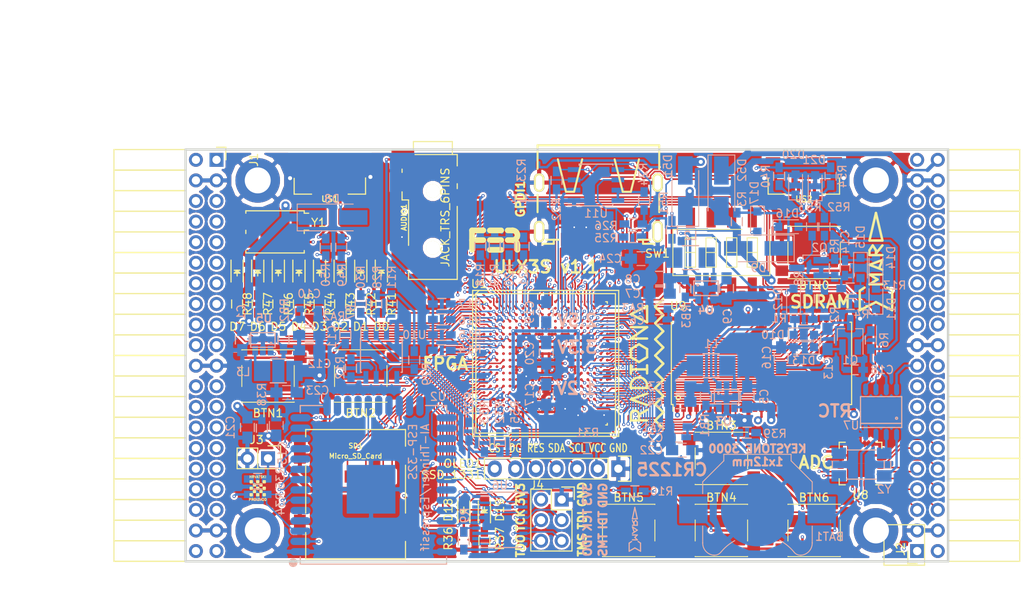
<source format=kicad_pcb>
(kicad_pcb (version 4) (host pcbnew 4.0.7+dfsg1-1)
  (layers (0 F.Cu signal) (1 In1.Cu signal) (2 In2.Cu signal) (31 B.Cu signal) (34 B.Paste user) (35 F.Paste user) (36 B.SilkS user) (37 F.SilkS user) (38 B.Mask user) (39 F.Mask user) (44 Edge.Cuts user))
  (net 0 "")
  (net 1 GND)
  (net 2 +5V)
  (net 3 /gpio/IN5V)
  (net 4 /gpio/OUT5V)
  (net 5 +3V3)
  (net 6 "Net-(L1-Pad1)")
  (net 7 "Net-(L2-Pad1)")
  (net 8 +1V2)
  (net 9 BTN_D)
  (net 10 BTN_F1)
  (net 11 BTN_F2)
  (net 12 BTN_L)
  (net 13 BTN_R)
  (net 14 BTN_U)
  (net 15 /power/FB1)
  (net 16 +2V5)
  (net 17 "Net-(L3-Pad1)")
  (net 18 /power/PWREN)
  (net 19 /power/FB3)
  (net 20 /power/FB2)
  (net 21 "Net-(D9-Pad1)")
  (net 22 /power/VBAT)
  (net 23 JTAG_TDI)
  (net 24 JTAG_TCK)
  (net 25 JTAG_TMS)
  (net 26 JTAG_TDO)
  (net 27 /power/WAKEUPn)
  (net 28 /power/WKUP)
  (net 29 /power/SHUT)
  (net 30 /power/WAKE)
  (net 31 /power/HOLD)
  (net 32 /power/WKn)
  (net 33 /power/OSCI_32k)
  (net 34 /power/OSCO_32k)
  (net 35 "Net-(Q2-Pad3)")
  (net 36 SHUTDOWN)
  (net 37 /analog/AUDIO_L)
  (net 38 /analog/AUDIO_R)
  (net 39 GPDI_5V_SCL)
  (net 40 GPDI_5V_SDA)
  (net 41 GPDI_SDA)
  (net 42 GPDI_SCL)
  (net 43 /gpdi/VREF2)
  (net 44 SD_CMD)
  (net 45 SD_CLK)
  (net 46 SD_D0)
  (net 47 SD_D1)
  (net 48 USB5V)
  (net 49 GPDI_CEC)
  (net 50 nRESET)
  (net 51 FTDI_nDTR)
  (net 52 SDRAM_CKE)
  (net 53 SDRAM_A7)
  (net 54 SDRAM_D15)
  (net 55 SDRAM_BA1)
  (net 56 SDRAM_D7)
  (net 57 SDRAM_A6)
  (net 58 SDRAM_CLK)
  (net 59 SDRAM_D13)
  (net 60 SDRAM_BA0)
  (net 61 SDRAM_D6)
  (net 62 SDRAM_A5)
  (net 63 SDRAM_D14)
  (net 64 SDRAM_A11)
  (net 65 SDRAM_D12)
  (net 66 SDRAM_D5)
  (net 67 SDRAM_A4)
  (net 68 SDRAM_A10)
  (net 69 SDRAM_D11)
  (net 70 SDRAM_A3)
  (net 71 SDRAM_D4)
  (net 72 SDRAM_D10)
  (net 73 SDRAM_D9)
  (net 74 SDRAM_A9)
  (net 75 SDRAM_D3)
  (net 76 SDRAM_D8)
  (net 77 SDRAM_A8)
  (net 78 SDRAM_A2)
  (net 79 SDRAM_A1)
  (net 80 SDRAM_A0)
  (net 81 SDRAM_D2)
  (net 82 SDRAM_D1)
  (net 83 SDRAM_D0)
  (net 84 SDRAM_DQM0)
  (net 85 SDRAM_nCS)
  (net 86 SDRAM_nRAS)
  (net 87 SDRAM_DQM1)
  (net 88 SDRAM_nCAS)
  (net 89 SDRAM_nWE)
  (net 90 /flash/FLASH_nWP)
  (net 91 /flash/FLASH_nHOLD)
  (net 92 /flash/FLASH_MOSI)
  (net 93 /flash/FLASH_MISO)
  (net 94 /flash/FLASH_SCK)
  (net 95 /flash/FLASH_nCS)
  (net 96 /flash/FPGA_PROGRAMN)
  (net 97 /flash/FPGA_DONE)
  (net 98 /flash/FPGA_INITN)
  (net 99 OLED_RES)
  (net 100 OLED_DC)
  (net 101 OLED_CS)
  (net 102 WIFI_EN)
  (net 103 FTDI_nRTS)
  (net 104 FTDI_TXD)
  (net 105 FTDI_RXD)
  (net 106 WIFI_RXD)
  (net 107 WIFI_GPIO0)
  (net 108 WIFI_TXD)
  (net 109 GPDI_ETH-)
  (net 110 GPDI_ETH+)
  (net 111 GPDI_D2+)
  (net 112 GPDI_D2-)
  (net 113 GPDI_D1+)
  (net 114 GPDI_D1-)
  (net 115 GPDI_D0+)
  (net 116 GPDI_D0-)
  (net 117 GPDI_CLK+)
  (net 118 GPDI_CLK-)
  (net 119 USB_FTDI_D+)
  (net 120 USB_FTDI_D-)
  (net 121 J1_17-)
  (net 122 J1_17+)
  (net 123 J1_23-)
  (net 124 J1_23+)
  (net 125 J1_25-)
  (net 126 J1_25+)
  (net 127 J1_27-)
  (net 128 J1_27+)
  (net 129 J1_29-)
  (net 130 J1_29+)
  (net 131 J1_31-)
  (net 132 J1_31+)
  (net 133 J1_33-)
  (net 134 J1_33+)
  (net 135 J1_35-)
  (net 136 J1_35+)
  (net 137 J2_5-)
  (net 138 J2_5+)
  (net 139 J2_7-)
  (net 140 J2_7+)
  (net 141 J2_9-)
  (net 142 J2_9+)
  (net 143 J2_13-)
  (net 144 J2_13+)
  (net 145 J2_17-)
  (net 146 J2_17+)
  (net 147 J2_11-)
  (net 148 J2_11+)
  (net 149 J2_23-)
  (net 150 J2_23+)
  (net 151 J1_5-)
  (net 152 J1_5+)
  (net 153 J1_7-)
  (net 154 J1_7+)
  (net 155 J1_9-)
  (net 156 J1_9+)
  (net 157 J1_11-)
  (net 158 J1_11+)
  (net 159 J1_13-)
  (net 160 J1_13+)
  (net 161 J1_15-)
  (net 162 J1_15+)
  (net 163 J2_15-)
  (net 164 J2_15+)
  (net 165 J2_25-)
  (net 166 J2_25+)
  (net 167 J2_27-)
  (net 168 J2_27+)
  (net 169 J2_29-)
  (net 170 J2_29+)
  (net 171 J2_31-)
  (net 172 J2_31+)
  (net 173 J2_33-)
  (net 174 J2_33+)
  (net 175 J2_35-)
  (net 176 J2_35+)
  (net 177 SD_D3)
  (net 178 AUDIO_L3)
  (net 179 AUDIO_L2)
  (net 180 AUDIO_L1)
  (net 181 AUDIO_L0)
  (net 182 AUDIO_R3)
  (net 183 AUDIO_R2)
  (net 184 AUDIO_R1)
  (net 185 AUDIO_R0)
  (net 186 OLED_CLK)
  (net 187 OLED_MOSI)
  (net 188 LED0)
  (net 189 LED1)
  (net 190 LED2)
  (net 191 LED3)
  (net 192 LED4)
  (net 193 LED5)
  (net 194 LED6)
  (net 195 LED7)
  (net 196 BTN_PWRn)
  (net 197 "Net-(J3-Pad1)")
  (net 198 FTDI_nTXLED)
  (net 199 FTDI_nSLEEP)
  (net 200 /blinkey/LED_PWREN)
  (net 201 /blinkey/LED_TXLED)
  (net 202 FT3V3)
  (net 203 /sdcard/SD3V3)
  (net 204 SD_D2)
  (net 205 CLK_25MHz)
  (net 206 /blinkey/BTNPUL)
  (net 207 /blinkey/BTNPUR)
  (net 208 USB_FPGA_D+)
  (net 209 /power/FTDI_nSUSPEND)
  (net 210 /blinkey/ALED0)
  (net 211 /blinkey/ALED1)
  (net 212 /blinkey/ALED2)
  (net 213 /blinkey/ALED3)
  (net 214 /blinkey/ALED4)
  (net 215 /blinkey/ALED5)
  (net 216 /blinkey/ALED6)
  (net 217 /blinkey/ALED7)
  (net 218 /usb/FTD-)
  (net 219 /usb/FTD+)
  (net 220 ADC_MISO)
  (net 221 ADC_MOSI)
  (net 222 ADC_CSn)
  (net 223 ADC_SCLK)
  (net 224 "Net-(R51-Pad2)")
  (net 225 SW3)
  (net 226 SW2)
  (net 227 SW1)
  (net 228 SW0)
  (net 229 USB_FPGA_D-)
  (net 230 /usb/FPD+)
  (net 231 /usb/FPD-)
  (net 232 WIFI_GPIO16)
  (net 233 WIFI_GPIO15)
  (net 234 /usb/ANT_433MHz)
  (net 235 /power/PWRBTn)
  (net 236 PROG_DONE)
  (module ESP32-footprints-Lib:ESP-32S (layer B.Cu) (at 117.313 101.513)
    (fp_text reference U2 (at 7.902 -9.613 180) (layer B.SilkS) (effects (justify mirror)))
    (fp_text value ESP-32S)
    (fp_text user AI-Thinker/Espressif (at 6.3 1.6 270) (layer B.SilkS) (effects (justify mirror)))
    (fp_text user ESP-32S (at 4.8 -2.8 270) (layer B.SilkS) (effects (justify mirror)))
    (pad 38 smd oval (at 8.947434 9.517338 180) (size 2.5 0.9) (layers B.Cu B.Paste B.Mask) (net 1 GND))
    (pad 37 smd oval (at 8.947434 8.247338 180) (size 2.5 0.9) (layers B.Cu B.Paste B.Mask))
    (pad 36 smd oval (at 8.947434 6.977338 180) (size 2.5 0.9) (layers B.Cu B.Paste B.Mask) (net 236 PROG_DONE))
    (pad 35 smd oval (at 8.947434 5.707338 180) (size 2.5 0.9) (layers B.Cu B.Paste B.Mask) (net 108 WIFI_TXD))
    (pad 34 smd oval (at 8.947434 4.437338 180) (size 2.5 0.9) (layers B.Cu B.Paste B.Mask) (net 106 WIFI_RXD))
    (pad 33 smd oval (at 8.947434 3.167338 180) (size 2.5 0.9) (layers B.Cu B.Paste B.Mask) (net 25 JTAG_TMS))
    (pad 32 smd oval (at 8.947434 1.897338 180) (size 2.5 0.9) (layers B.Cu B.Paste B.Mask))
    (pad 31 smd oval (at 8.947434 0.627338 180) (size 2.5 0.9) (layers B.Cu B.Paste B.Mask) (net 23 JTAG_TDI))
    (pad 30 smd oval (at 8.947434 -0.642662 180) (size 2.5 0.9) (layers B.Cu B.Paste B.Mask) (net 24 JTAG_TCK))
    (pad 29 smd oval (at 8.947434 -1.912662 180) (size 2.5 0.9) (layers B.Cu B.Paste B.Mask))
    (pad 28 smd oval (at 8.947434 -3.182662 180) (size 2.5 0.9) (layers B.Cu B.Paste B.Mask) (net 26 JTAG_TDO))
    (pad 27 smd oval (at 8.947434 -4.452662 180) (size 2.5 0.9) (layers B.Cu B.Paste B.Mask) (net 232 WIFI_GPIO16))
    (pad 26 smd oval (at 8.947434 -5.722662 180) (size 2.5 0.9) (layers B.Cu B.Paste B.Mask))
    (pad 25 smd oval (at 8.947434 -6.992662 180) (size 2.5 0.9) (layers B.Cu B.Paste B.Mask) (net 107 WIFI_GPIO0))
    (pad 24 smd oval (at 5.662434 -8.482662 180) (size 0.9 2.5) (layers B.Cu B.Paste B.Mask))
    (pad 23 smd oval (at 4.392434 -8.482662 180) (size 0.9 2.5) (layers B.Cu B.Paste B.Mask) (net 233 WIFI_GPIO15))
    (pad 22 smd oval (at 3.122434 -8.482662 180) (size 0.9 2.5) (layers B.Cu B.Paste B.Mask) (net 47 SD_D1))
    (pad 21 smd oval (at 1.852434 -8.482662 180) (size 0.9 2.5) (layers B.Cu B.Paste B.Mask) (net 46 SD_D0))
    (pad 20 smd oval (at 0.582434 -8.482662 180) (size 0.9 2.5) (layers B.Cu B.Paste B.Mask) (net 45 SD_CLK))
    (pad 19 smd oval (at -0.687566 -8.482662 180) (size 0.9 2.5) (layers B.Cu B.Paste B.Mask) (net 44 SD_CMD))
    (pad 18 smd oval (at -1.957566 -8.482662 180) (size 0.9 2.5) (layers B.Cu B.Paste B.Mask))
    (pad 17 smd oval (at -3.227566 -8.482662 180) (size 0.9 2.5) (layers B.Cu B.Paste B.Mask))
    (pad 16 smd oval (at -4.497566 -8.482662 180) (size 0.9 2.5) (layers B.Cu B.Paste B.Mask) (net 127 J1_27-))
    (pad 15 smd oval (at -5.767566 -8.482662 180) (size 0.9 2.5) (layers B.Cu B.Paste B.Mask) (net 1 GND))
    (pad 14 smd oval (at -9.052566 -6.992662 180) (size 2.5 0.9) (layers B.Cu B.Paste B.Mask) (net 128 J1_27+))
    (pad 13 smd oval (at -9.052566 -5.722662 180) (size 2.5 0.9) (layers B.Cu B.Paste B.Mask) (net 129 J1_29-))
    (pad 12 smd oval (at -9.052566 -4.452662 180) (size 2.5 0.9) (layers B.Cu B.Paste B.Mask) (net 130 J1_29+))
    (pad 11 smd oval (at -9.052566 -3.182662 180) (size 2.5 0.9) (layers B.Cu B.Paste B.Mask) (net 131 J1_31-))
    (pad 10 smd oval (at -9.052566 -1.912662 180) (size 2.5 0.9) (layers B.Cu B.Paste B.Mask) (net 132 J1_31+))
    (pad 9 smd oval (at -9.052566 -0.642662 180) (size 2.5 0.9) (layers B.Cu B.Paste B.Mask) (net 133 J1_33-))
    (pad 8 smd oval (at -9.052566 0.627338 180) (size 2.5 0.9) (layers B.Cu B.Paste B.Mask) (net 134 J1_33+))
    (pad 7 smd oval (at -9.052566 1.897338 180) (size 2.5 0.9) (layers B.Cu B.Paste B.Mask) (net 135 J1_35-))
    (pad 6 smd oval (at -9.052566 3.167338 180) (size 2.5 0.9) (layers B.Cu B.Paste B.Mask) (net 136 J1_35+))
    (pad 5 smd oval (at -9.052566 4.437338 180) (size 2.5 0.9) (layers B.Cu B.Paste B.Mask))
    (pad 4 smd oval (at -9.052566 5.707338 180) (size 2.5 0.9) (layers B.Cu B.Paste B.Mask))
    (pad 3 smd oval (at -9.052566 6.977338 180) (size 2.5 0.9) (layers B.Cu B.Paste B.Mask) (net 102 WIFI_EN))
    (pad 2 smd oval (at -9.052566 8.247338 180) (size 2.5 0.9) (layers B.Cu B.Paste B.Mask) (net 5 +3V3))
    (pad 1 smd oval (at -9.052566 9.517338 180) (size 2.5 0.9) (layers B.Cu B.Paste B.Mask) (net 1 GND))
    (pad 39 smd rect (at -0.352566 1.817338 180) (size 6 6) (layers B.Cu B.Paste B.Mask) (net 1 GND))
  )
  (module Diodes_SMD:D_SMA_Handsoldering (layer B.Cu) (at 155.695 66.5 90)
    (fp_text reference D51 (at 3.048 -2.159 90) (layer B.SilkS) (effects (justify mirror)))
    (fp_text value STPS2L30AF hide)
    (pad 1 smd rect (at -2.5 0 90) (size 3.5 1.8) (layers B.Cu B.Paste B.Mask) (net 2 +5V))
    (pad 2 smd rect (at 2.5 0 90) (size 3.5 1.8) (layers B.Cu B.Paste B.Mask) (net 3 /gpio/IN5V))
  )
  (module Resistors_SMD:R_0603_HandSoldering (layer B.Cu) (at 154.044 71.326 90)
    (fp_text reference R51 (at 3.302 -1.016 90) (layer B.SilkS) (effects (justify mirror)))
    (fp_text value 220)
    (pad 1 smd rect (at -1.1 0 90) (size 1.2 0.9) (layers B.Cu B.Paste B.Mask) (net 5 +3V3))
    (pad 2 smd rect (at 1.1 0 90) (size 1.2 0.9) (layers B.Cu B.Paste B.Mask) (net 224 "Net-(R51-Pad2)"))
  )
  (module Resistors_SMD:R_1210_HandSoldering (layer B.Cu) (at 158.87 88.09 180)
    (fp_text reference L1 (at 0 2.7 180) (layer B.SilkS) (effects (justify mirror)))
    (fp_text value 2.2uH)
    (pad 1 smd rect (at -2 0 180) (size 2 2.5) (layers B.Cu B.Paste B.Mask) (net 6 "Net-(L1-Pad1)"))
    (pad 2 smd rect (at 2 0 180) (size 2 2.5) (layers B.Cu B.Paste B.Mask) (net 8 +1V2))
  )
  (module TSOT-25:TSOT-25 (layer B.Cu) (at 160.775 91.9)
    (fp_text reference U3 (at -0.381 3.048) (layer B.SilkS) (effects (font (thickness 0.2)) (justify mirror)))
    (fp_text value AP3429A)
    (pad 1 smd rect (at -0.95 -1.3) (size 0.7 1.2) (layers B.Cu B.Paste B.Mask) (net 18 /power/PWREN))
    (pad 2 smd rect (at 0 -1.3) (size 0.7 1.2) (layers B.Cu B.Paste B.Mask) (net 1 GND))
    (pad 3 smd rect (at 0.95 -1.3) (size 0.7 1.2) (layers B.Cu B.Paste B.Mask) (net 6 "Net-(L1-Pad1)"))
    (pad 4 smd rect (at 0.95 1.3) (size 0.7 1.2) (layers B.Cu B.Paste B.Mask) (net 2 +5V))
    (pad 5 smd rect (at -0.95 1.3) (size 0.7 1.2) (layers B.Cu B.Paste B.Mask) (net 15 /power/FB1))
  )
  (module Resistors_SMD:R_1210_HandSoldering (layer B.Cu) (at 156.33 74.755 180)
    (fp_text reference L2 (at 0 2.7 180) (layer B.SilkS) (effects (justify mirror)))
    (fp_text value 2.2uH)
    (pad 1 smd rect (at -2 0 180) (size 2 2.5) (layers B.Cu B.Paste B.Mask) (net 7 "Net-(L2-Pad1)"))
    (pad 2 smd rect (at 2 0 180) (size 2 2.5) (layers B.Cu B.Paste B.Mask) (net 5 +3V3))
  )
  (module TSOT-25:TSOT-25 (layer B.Cu) (at 158.235 78.535)
    (fp_text reference U4 (at 0 2.697) (layer B.SilkS) (effects (font (thickness 0.2)) (justify mirror)))
    (fp_text value AP3429A)
    (pad 1 smd rect (at -0.95 -1.3) (size 0.7 1.2) (layers B.Cu B.Paste B.Mask) (net 18 /power/PWREN))
    (pad 2 smd rect (at 0 -1.3) (size 0.7 1.2) (layers B.Cu B.Paste B.Mask) (net 1 GND))
    (pad 3 smd rect (at 0.95 -1.3) (size 0.7 1.2) (layers B.Cu B.Paste B.Mask) (net 7 "Net-(L2-Pad1)"))
    (pad 4 smd rect (at 0.95 1.3) (size 0.7 1.2) (layers B.Cu B.Paste B.Mask) (net 2 +5V))
    (pad 5 smd rect (at -0.95 1.3) (size 0.7 1.2) (layers B.Cu B.Paste B.Mask) (net 19 /power/FB3))
  )
  (module LEDs:LED_0805 (layer F.Cu) (at 118.23 76.66 270)
    (fp_text reference D0 (at 6.604 0 360) (layer F.SilkS))
    (fp_text value LED hide)
    (pad 2 smd rect (at 1.04902 0 90) (size 1.19888 1.19888) (layers F.Cu F.Paste F.Mask) (net 210 /blinkey/ALED0))
    (pad 1 smd rect (at -1.04902 0 90) (size 1.19888 1.19888) (layers F.Cu F.Paste F.Mask) (net 1 GND))
  )
  (module LEDs:LED_0805 (layer F.Cu) (at 115.69 76.66 270)
    (fp_text reference D1 (at 6.604 0 360) (layer F.SilkS))
    (fp_text value LED hide)
    (pad 2 smd rect (at 1.04902 0 90) (size 1.19888 1.19888) (layers F.Cu F.Paste F.Mask) (net 211 /blinkey/ALED1))
    (pad 1 smd rect (at -1.04902 0 90) (size 1.19888 1.19888) (layers F.Cu F.Paste F.Mask) (net 1 GND))
  )
  (module LEDs:LED_0805 (layer F.Cu) (at 113.15 76.66 270)
    (fp_text reference D2 (at 6.604 0 360) (layer F.SilkS))
    (fp_text value LED hide)
    (pad 2 smd rect (at 1.04902 0 90) (size 1.19888 1.19888) (layers F.Cu F.Paste F.Mask) (net 212 /blinkey/ALED2))
    (pad 1 smd rect (at -1.04902 0 90) (size 1.19888 1.19888) (layers F.Cu F.Paste F.Mask) (net 1 GND))
  )
  (module LEDs:LED_0805 (layer F.Cu) (at 110.61 76.66 270)
    (fp_text reference D3 (at 6.604 0 360) (layer F.SilkS))
    (fp_text value LED hide)
    (pad 2 smd rect (at 1.04902 0 90) (size 1.19888 1.19888) (layers F.Cu F.Paste F.Mask) (net 213 /blinkey/ALED3))
    (pad 1 smd rect (at -1.04902 0 90) (size 1.19888 1.19888) (layers F.Cu F.Paste F.Mask) (net 1 GND))
  )
  (module LEDs:LED_0805 (layer F.Cu) (at 108.07 76.66 270)
    (fp_text reference D4 (at 6.604 0 360) (layer F.SilkS))
    (fp_text value LED hide)
    (pad 2 smd rect (at 1.04902 0 90) (size 1.19888 1.19888) (layers F.Cu F.Paste F.Mask) (net 214 /blinkey/ALED4))
    (pad 1 smd rect (at -1.04902 0 90) (size 1.19888 1.19888) (layers F.Cu F.Paste F.Mask) (net 1 GND))
  )
  (module LEDs:LED_0805 (layer F.Cu) (at 105.53 76.66 270)
    (fp_text reference D5 (at 6.604 0 360) (layer F.SilkS))
    (fp_text value LED hide)
    (pad 2 smd rect (at 1.04902 0 90) (size 1.19888 1.19888) (layers F.Cu F.Paste F.Mask) (net 215 /blinkey/ALED5))
    (pad 1 smd rect (at -1.04902 0 90) (size 1.19888 1.19888) (layers F.Cu F.Paste F.Mask) (net 1 GND))
  )
  (module LEDs:LED_0805 (layer F.Cu) (at 102.99 76.66 270)
    (fp_text reference D6 (at 6.604 0 360) (layer F.SilkS))
    (fp_text value LED hide)
    (pad 2 smd rect (at 1.04902 0 90) (size 1.19888 1.19888) (layers F.Cu F.Paste F.Mask) (net 216 /blinkey/ALED6))
    (pad 1 smd rect (at -1.04902 0 90) (size 1.19888 1.19888) (layers F.Cu F.Paste F.Mask) (net 1 GND))
  )
  (module LEDs:LED_0805 (layer F.Cu) (at 100.45 76.66 270)
    (fp_text reference D7 (at 6.604 0 360) (layer F.SilkS))
    (fp_text value LED hide)
    (pad 2 smd rect (at 1.04902 0 90) (size 1.19888 1.19888) (layers F.Cu F.Paste F.Mask) (net 217 /blinkey/ALED7))
    (pad 1 smd rect (at -1.04902 0 90) (size 1.19888 1.19888) (layers F.Cu F.Paste F.Mask) (net 1 GND))
  )
  (module Resistors_SMD:R_1210_HandSoldering (layer B.Cu) (at 105.53 88.725)
    (fp_text reference L3 (at -4.318 0.127) (layer B.SilkS) (effects (justify mirror)))
    (fp_text value 2.2uH)
    (pad 1 smd rect (at -2 0) (size 2 2.5) (layers B.Cu B.Paste B.Mask) (net 17 "Net-(L3-Pad1)"))
    (pad 2 smd rect (at 2 0) (size 2 2.5) (layers B.Cu B.Paste B.Mask) (net 16 +2V5))
  )
  (module TSOT-25:TSOT-25 (layer B.Cu) (at 103.625 84.915 180)
    (fp_text reference U5 (at -0.127 2.667 180) (layer B.SilkS) (effects (font (thickness 0.2)) (justify mirror)))
    (fp_text value AP3429A)
    (pad 1 smd rect (at -0.95 -1.3 180) (size 0.7 1.2) (layers B.Cu B.Paste B.Mask) (net 18 /power/PWREN))
    (pad 2 smd rect (at 0 -1.3 180) (size 0.7 1.2) (layers B.Cu B.Paste B.Mask) (net 1 GND))
    (pad 3 smd rect (at 0.95 -1.3 180) (size 0.7 1.2) (layers B.Cu B.Paste B.Mask) (net 17 "Net-(L3-Pad1)"))
    (pad 4 smd rect (at 0.95 1.3 180) (size 0.7 1.2) (layers B.Cu B.Paste B.Mask) (net 2 +5V))
    (pad 5 smd rect (at -0.95 1.3 180) (size 0.7 1.2) (layers B.Cu B.Paste B.Mask) (net 20 /power/FB2))
  )
  (module Capacitors_SMD:C_0805_HandSoldering (layer B.Cu) (at 101.085 84.915 270)
    (fp_text reference C1 (at -3.429 0.127 270) (layer B.SilkS) (effects (justify mirror)))
    (fp_text value 22uF)
    (pad 1 smd rect (at -1.25 0 270) (size 1.5 1.25) (layers B.Cu B.Paste B.Mask) (net 2 +5V))
    (pad 2 smd rect (at 1.25 0 270) (size 1.5 1.25) (layers B.Cu B.Paste B.Mask) (net 1 GND))
  )
  (module Capacitors_SMD:C_0805_HandSoldering (layer B.Cu) (at 155.06 90.63)
    (fp_text reference C3 (at -3.048 0) (layer B.SilkS) (effects (justify mirror)))
    (fp_text value 22uF)
    (pad 1 smd rect (at -1.25 0) (size 1.5 1.25) (layers B.Cu B.Paste B.Mask) (net 8 +1V2))
    (pad 2 smd rect (at 1.25 0) (size 1.5 1.25) (layers B.Cu B.Paste B.Mask) (net 1 GND))
  )
  (module Capacitors_SMD:C_0805_HandSoldering (layer B.Cu) (at 155.06 92.535)
    (fp_text reference C4 (at -3.048 0.127) (layer B.SilkS) (effects (justify mirror)))
    (fp_text value 22uF)
    (pad 1 smd rect (at -1.25 0) (size 1.5 1.25) (layers B.Cu B.Paste B.Mask) (net 8 +1V2))
    (pad 2 smd rect (at 1.25 0) (size 1.5 1.25) (layers B.Cu B.Paste B.Mask) (net 1 GND))
  )
  (module Capacitors_SMD:C_0805_HandSoldering (layer B.Cu) (at 163.315 91.9 90)
    (fp_text reference C5 (at 0 2.1 90) (layer B.SilkS) (effects (justify mirror)))
    (fp_text value 22uF)
    (pad 1 smd rect (at -1.25 0 90) (size 1.5 1.25) (layers B.Cu B.Paste B.Mask) (net 2 +5V))
    (pad 2 smd rect (at 1.25 0 90) (size 1.5 1.25) (layers B.Cu B.Paste B.Mask) (net 1 GND))
  )
  (module Capacitors_SMD:C_0805_HandSoldering (layer B.Cu) (at 152.52 79.2)
    (fp_text reference C7 (at -3.302 0) (layer B.SilkS) (effects (justify mirror)))
    (fp_text value 22uF)
    (pad 1 smd rect (at -1.25 0) (size 1.5 1.25) (layers B.Cu B.Paste B.Mask) (net 5 +3V3))
    (pad 2 smd rect (at 1.25 0) (size 1.5 1.25) (layers B.Cu B.Paste B.Mask) (net 1 GND))
  )
  (module Capacitors_SMD:C_0805_HandSoldering (layer B.Cu) (at 152.52 77.295)
    (fp_text reference C8 (at -3.302 0.127) (layer B.SilkS) (effects (justify mirror)))
    (fp_text value 22uF)
    (pad 1 smd rect (at -1.25 0) (size 1.5 1.25) (layers B.Cu B.Paste B.Mask) (net 5 +3V3))
    (pad 2 smd rect (at 1.25 0) (size 1.5 1.25) (layers B.Cu B.Paste B.Mask) (net 1 GND))
  )
  (module Capacitors_SMD:C_0805_HandSoldering (layer B.Cu) (at 160.775 78.565 90)
    (fp_text reference C9 (at -3.429 0.127 90) (layer B.SilkS) (effects (justify mirror)))
    (fp_text value 22uF)
    (pad 1 smd rect (at -1.25 0 90) (size 1.5 1.25) (layers B.Cu B.Paste B.Mask) (net 2 +5V))
    (pad 2 smd rect (at 1.25 0 90) (size 1.5 1.25) (layers B.Cu B.Paste B.Mask) (net 1 GND))
  )
  (module Capacitors_SMD:C_0805_HandSoldering (layer B.Cu) (at 109.34 84.28 180)
    (fp_text reference C11 (at -2.794 -0.254 270) (layer B.SilkS) (effects (justify mirror)))
    (fp_text value 22uF)
    (pad 1 smd rect (at -1.25 0 180) (size 1.5 1.25) (layers B.Cu B.Paste B.Mask) (net 16 +2V5))
    (pad 2 smd rect (at 1.25 0 180) (size 1.5 1.25) (layers B.Cu B.Paste B.Mask) (net 1 GND))
  )
  (module Capacitors_SMD:C_0805_HandSoldering (layer B.Cu) (at 109.34 86.185 180)
    (fp_text reference C12 (at -1.27 -1.651 360) (layer B.SilkS) (effects (justify mirror)))
    (fp_text value 22uF)
    (pad 1 smd rect (at -1.25 0 180) (size 1.5 1.25) (layers B.Cu B.Paste B.Mask) (net 16 +2V5))
    (pad 2 smd rect (at 1.25 0 180) (size 1.5 1.25) (layers B.Cu B.Paste B.Mask) (net 1 GND))
  )
  (module Power_Integrations:SO-8 (layer B.Cu) (at 179.825 93.805 180)
    (fp_text reference U7 (at 3.683 -1.651 180) (layer B.SilkS) (effects (justify mirror)))
    (fp_text value PCF8523)
    (pad 1 smd oval (at -1.905 -2.794 180) (size 0.6096 1.4732) (layers B.Cu B.Paste B.Mask) (net 33 /power/OSCI_32k))
    (pad 2 smd oval (at -0.635 -2.794 180) (size 0.6096 1.4732) (layers B.Cu B.Paste B.Mask) (net 34 /power/OSCO_32k))
    (pad 3 smd oval (at 0.635 -2.794 180) (size 0.6096 1.4732) (layers B.Cu B.Paste B.Mask) (net 22 /power/VBAT))
    (pad 4 smd oval (at 1.905 -2.794 180) (size 0.6096 1.4732) (layers B.Cu B.Paste B.Mask) (net 1 GND))
    (pad 5 smd oval (at 1.905 2.794 180) (size 0.6096 1.4732) (layers B.Cu B.Paste B.Mask) (net 41 GPDI_SDA))
    (pad 6 smd oval (at 0.635 2.794 180) (size 0.6096 1.4732) (layers B.Cu B.Paste B.Mask) (net 42 GPDI_SCL))
    (pad 7 smd oval (at -0.635 2.794 180) (size 0.6096 1.4732) (layers B.Cu B.Paste B.Mask) (net 27 /power/WAKEUPn))
    (pad 8 smd oval (at -1.905 2.794 180) (size 0.6096 1.4732) (layers B.Cu B.Paste B.Mask) (net 5 +3V3))
  )
  (module Capacitors_SMD:C_0805_HandSoldering (layer B.Cu) (at 173.221 84.788 90)
    (fp_text reference C13 (at -3.556 0.127 90) (layer B.SilkS) (effects (justify mirror)))
    (fp_text value 2.2uF)
    (pad 1 smd rect (at -1.25 0 90) (size 1.5 1.25) (layers B.Cu B.Paste B.Mask) (net 2 +5V))
    (pad 2 smd rect (at 1.25 0 90) (size 1.5 1.25) (layers B.Cu B.Paste B.Mask) (net 28 /power/WKUP))
  )
  (module TSOP54:TSOP54 (layer F.Cu) (at 165.08 87.8 90)
    (fp_text reference U9 (at 7.076 -10.274 180) (layer F.SilkS))
    (fp_text value MT48LC16M16A2TG)
    (pad 28 smd rect (at 5.53 10.4 90) (size 0.9 0.56) (layers F.Cu F.Paste F.Mask) (net 1 GND))
    (pad 1 smd rect (at -5.53 -10.4 90) (size 0.9 0.56) (layers F.Cu F.Paste F.Mask) (net 5 +3V3))
    (pad 2 smd rect (at -5.53 -9.6 90) (size 0.9 0.56) (layers F.Cu F.Paste F.Mask) (net 83 SDRAM_D0))
    (pad 3 smd rect (at -5.53 -8.8 90) (size 0.9 0.56) (layers F.Cu F.Paste F.Mask) (net 5 +3V3))
    (pad 4 smd rect (at -5.53 -8 90) (size 0.9 0.56) (layers F.Cu F.Paste F.Mask) (net 82 SDRAM_D1))
    (pad 5 smd rect (at -5.53 -7.2 90) (size 0.9 0.56) (layers F.Cu F.Paste F.Mask) (net 81 SDRAM_D2))
    (pad 6 smd rect (at -5.53 -6.4 90) (size 0.9 0.56) (layers F.Cu F.Paste F.Mask) (net 1 GND))
    (pad 7 smd rect (at -5.53 -5.6 90) (size 0.9 0.56) (layers F.Cu F.Paste F.Mask) (net 75 SDRAM_D3))
    (pad 8 smd rect (at -5.53 -4.8 90) (size 0.9 0.56) (layers F.Cu F.Paste F.Mask) (net 71 SDRAM_D4))
    (pad 9 smd rect (at -5.53 -4 90) (size 0.9 0.56) (layers F.Cu F.Paste F.Mask) (net 5 +3V3))
    (pad 10 smd rect (at -5.53 -3.2 90) (size 0.9 0.56) (layers F.Cu F.Paste F.Mask) (net 66 SDRAM_D5))
    (pad 11 smd rect (at -5.53 -2.4 90) (size 0.9 0.56) (layers F.Cu F.Paste F.Mask) (net 61 SDRAM_D6))
    (pad 12 smd rect (at -5.53 -1.6 90) (size 0.9 0.56) (layers F.Cu F.Paste F.Mask) (net 1 GND))
    (pad 13 smd rect (at -5.53 -0.8 90) (size 0.9 0.56) (layers F.Cu F.Paste F.Mask) (net 56 SDRAM_D7))
    (pad 14 smd rect (at -5.53 0 90) (size 0.9 0.56) (layers F.Cu F.Paste F.Mask) (net 5 +3V3))
    (pad 15 smd rect (at -5.53 0.8 90) (size 0.9 0.56) (layers F.Cu F.Paste F.Mask) (net 84 SDRAM_DQM0))
    (pad 16 smd rect (at -5.53 1.6 90) (size 0.9 0.56) (layers F.Cu F.Paste F.Mask) (net 89 SDRAM_nWE))
    (pad 17 smd rect (at -5.53 2.4 90) (size 0.9 0.56) (layers F.Cu F.Paste F.Mask) (net 88 SDRAM_nCAS))
    (pad 18 smd rect (at -5.53 3.2 90) (size 0.9 0.56) (layers F.Cu F.Paste F.Mask) (net 86 SDRAM_nRAS))
    (pad 19 smd rect (at -5.53 4 90) (size 0.9 0.56) (layers F.Cu F.Paste F.Mask) (net 85 SDRAM_nCS))
    (pad 20 smd rect (at -5.53 4.8 90) (size 0.9 0.56) (layers F.Cu F.Paste F.Mask) (net 60 SDRAM_BA0))
    (pad 21 smd rect (at -5.53 5.6 90) (size 0.9 0.56) (layers F.Cu F.Paste F.Mask) (net 55 SDRAM_BA1))
    (pad 22 smd rect (at -5.53 6.4 90) (size 0.9 0.56) (layers F.Cu F.Paste F.Mask) (net 68 SDRAM_A10))
    (pad 23 smd rect (at -5.53 7.2 90) (size 0.9 0.56) (layers F.Cu F.Paste F.Mask) (net 80 SDRAM_A0))
    (pad 24 smd rect (at -5.53 8 90) (size 0.9 0.56) (layers F.Cu F.Paste F.Mask) (net 79 SDRAM_A1))
    (pad 25 smd rect (at -5.53 8.8 90) (size 0.9 0.56) (layers F.Cu F.Paste F.Mask) (net 78 SDRAM_A2))
    (pad 26 smd rect (at -5.53 9.6 90) (size 0.9 0.56) (layers F.Cu F.Paste F.Mask) (net 70 SDRAM_A3))
    (pad 27 smd rect (at -5.53 10.4 90) (size 0.9 0.56) (layers F.Cu F.Paste F.Mask) (net 5 +3V3))
    (pad 29 smd rect (at 5.53 9.6 90) (size 0.9 0.56) (layers F.Cu F.Paste F.Mask) (net 67 SDRAM_A4))
    (pad 30 smd rect (at 5.53 8.8 90) (size 0.9 0.56) (layers F.Cu F.Paste F.Mask) (net 62 SDRAM_A5))
    (pad 31 smd rect (at 5.53 8 90) (size 0.9 0.56) (layers F.Cu F.Paste F.Mask) (net 57 SDRAM_A6))
    (pad 32 smd rect (at 5.53 7.2 90) (size 0.9 0.56) (layers F.Cu F.Paste F.Mask) (net 53 SDRAM_A7))
    (pad 33 smd rect (at 5.53 6.4 90) (size 0.9 0.56) (layers F.Cu F.Paste F.Mask) (net 77 SDRAM_A8))
    (pad 34 smd rect (at 5.53 5.6 90) (size 0.9 0.56) (layers F.Cu F.Paste F.Mask) (net 74 SDRAM_A9))
    (pad 35 smd rect (at 5.53 4.8 90) (size 0.9 0.56) (layers F.Cu F.Paste F.Mask) (net 64 SDRAM_A11))
    (pad 36 smd rect (at 5.53 4 90) (size 0.9 0.56) (layers F.Cu F.Paste F.Mask))
    (pad 37 smd rect (at 5.53 3.2 90) (size 0.9 0.56) (layers F.Cu F.Paste F.Mask) (net 52 SDRAM_CKE))
    (pad 38 smd rect (at 5.53 2.4 90) (size 0.9 0.56) (layers F.Cu F.Paste F.Mask) (net 58 SDRAM_CLK))
    (pad 39 smd rect (at 5.53 1.6 90) (size 0.9 0.56) (layers F.Cu F.Paste F.Mask) (net 87 SDRAM_DQM1))
    (pad 40 smd rect (at 5.53 0.8 90) (size 0.9 0.56) (layers F.Cu F.Paste F.Mask))
    (pad 41 smd rect (at 5.53 0 90) (size 0.9 0.56) (layers F.Cu F.Paste F.Mask) (net 1 GND))
    (pad 42 smd rect (at 5.53 -0.8 90) (size 0.9 0.56) (layers F.Cu F.Paste F.Mask) (net 76 SDRAM_D8))
    (pad 43 smd rect (at 5.53 -1.6 90) (size 0.9 0.56) (layers F.Cu F.Paste F.Mask) (net 5 +3V3))
    (pad 44 smd rect (at 5.53 -2.4 90) (size 0.9 0.56) (layers F.Cu F.Paste F.Mask) (net 73 SDRAM_D9))
    (pad 45 smd rect (at 5.53 -3.2 90) (size 0.9 0.56) (layers F.Cu F.Paste F.Mask) (net 72 SDRAM_D10))
    (pad 46 smd rect (at 5.53 -4 90) (size 0.9 0.56) (layers F.Cu F.Paste F.Mask) (net 1 GND))
    (pad 47 smd rect (at 5.53 -4.8 90) (size 0.9 0.56) (layers F.Cu F.Paste F.Mask) (net 69 SDRAM_D11))
    (pad 48 smd rect (at 5.53 -5.6 90) (size 0.9 0.56) (layers F.Cu F.Paste F.Mask) (net 65 SDRAM_D12))
    (pad 49 smd rect (at 5.53 -6.4 90) (size 0.9 0.56) (layers F.Cu F.Paste F.Mask) (net 5 +3V3))
    (pad 50 smd rect (at 5.53 -7.2 90) (size 0.9 0.56) (layers F.Cu F.Paste F.Mask) (net 59 SDRAM_D13))
    (pad 51 smd rect (at 5.53 -8 90) (size 0.9 0.56) (layers F.Cu F.Paste F.Mask) (net 63 SDRAM_D14))
    (pad 52 smd rect (at 5.53 -8.8 90) (size 0.9 0.56) (layers F.Cu F.Paste F.Mask) (net 1 GND))
    (pad 53 smd rect (at 5.53 -9.6 90) (size 0.9 0.56) (layers F.Cu F.Paste F.Mask) (net 54 SDRAM_D15))
    (pad 54 smd rect (at 5.53 -10.4 90) (size 0.9 0.56) (layers F.Cu F.Paste F.Mask) (net 1 GND))
  )
  (module TO_SOT_Packages_SMD:SOT-23_Handsoldering (layer B.Cu) (at 176.015 84.28 90)
    (fp_text reference Q1 (at -3.1115 0 180) (layer B.SilkS) (effects (justify mirror)))
    (fp_text value BC857)
    (pad 1 smd rect (at -1.5 0.95 90) (size 1.9 0.8) (layers B.Cu B.Paste B.Mask) (net 32 /power/WKn))
    (pad 2 smd rect (at -1.5 -0.95 90) (size 1.9 0.8) (layers B.Cu B.Paste B.Mask) (net 2 +5V))
    (pad 3 smd rect (at 1.5 0 90) (size 1.9 0.8) (layers B.Cu B.Paste B.Mask) (net 28 /power/WKUP))
  )
  (module TO_SOT_Packages_SMD:SOT-23_Handsoldering (layer B.Cu) (at 170.935 76.025 180)
    (fp_text reference Q2 (at -1.295 2.5 180) (layer B.SilkS) (effects (justify mirror)))
    (fp_text value 2N7002)
    (pad 1 smd rect (at -1.5 0.95 180) (size 1.9 0.8) (layers B.Cu B.Paste B.Mask) (net 29 /power/SHUT))
    (pad 2 smd rect (at -1.5 -0.95 180) (size 1.9 0.8) (layers B.Cu B.Paste B.Mask) (net 1 GND))
    (pad 3 smd rect (at 1.5 0 180) (size 1.9 0.8) (layers B.Cu B.Paste B.Mask) (net 35 "Net-(Q2-Pad3)"))
  )
  (module Capacitors_SMD:C_0603_HandSoldering (layer B.Cu) (at 154.86 96.91)
    (fp_text reference C2 (at -2.848 0.07) (layer B.SilkS) (effects (justify mirror)))
    (fp_text value 470pF)
    (pad 1 smd rect (at -0.95 0) (size 1.2 0.75) (layers B.Cu B.Paste B.Mask) (net 8 +1V2))
    (pad 2 smd rect (at 0.95 0) (size 1.2 0.75) (layers B.Cu B.Paste B.Mask) (net 15 /power/FB1))
  )
  (module Capacitors_SMD:C_0603_HandSoldering (layer B.Cu) (at 152.52 82.375)
    (fp_text reference C6 (at -2.794 0.127) (layer B.SilkS) (effects (justify mirror)))
    (fp_text value 470pF)
    (pad 1 smd rect (at -0.95 0) (size 1.2 0.75) (layers B.Cu B.Paste B.Mask) (net 5 +3V3))
    (pad 2 smd rect (at 0.95 0) (size 1.2 0.75) (layers B.Cu B.Paste B.Mask) (net 19 /power/FB3))
  )
  (module Capacitors_SMD:C_0603_HandSoldering (layer B.Cu) (at 109.34 81.105 180)
    (fp_text reference C10 (at 0 1.9 180) (layer B.SilkS) (effects (justify mirror)))
    (fp_text value 470pF)
    (pad 1 smd rect (at -0.95 0 180) (size 1.2 0.75) (layers B.Cu B.Paste B.Mask) (net 16 +2V5))
    (pad 2 smd rect (at 0.95 0 180) (size 1.2 0.75) (layers B.Cu B.Paste B.Mask) (net 20 /power/FB2))
  )
  (module Capacitors_SMD:C_0603_HandSoldering (layer B.Cu) (at 175.38 76.025 270)
    (fp_text reference C14 (at -3.175 0 270) (layer B.SilkS) (effects (justify mirror)))
    (fp_text value 100nF)
    (pad 1 smd rect (at -0.95 0 270) (size 1.2 0.75) (layers B.Cu B.Paste B.Mask) (net 29 /power/SHUT))
    (pad 2 smd rect (at 0.95 0 270) (size 1.2 0.75) (layers B.Cu B.Paste B.Mask) (net 1 GND))
  )
  (module Resistors_SMD:R_0603_HandSoldering (layer B.Cu) (at 170.3 82.375)
    (fp_text reference R1 (at -3.048 -0.127) (layer B.SilkS) (effects (justify mirror)))
    (fp_text value 15k)
    (pad 1 smd rect (at -1.1 0) (size 1.2 0.9) (layers B.Cu B.Paste B.Mask) (net 30 /power/WAKE))
    (pad 2 smd rect (at 1.1 0) (size 1.2 0.9) (layers B.Cu B.Paste B.Mask) (net 18 /power/PWREN))
  )
  (module Resistors_SMD:R_0603_HandSoldering (layer B.Cu) (at 172.84 79.835 90)
    (fp_text reference R2 (at -1.905 1.27 90) (layer B.SilkS) (effects (justify mirror)))
    (fp_text value 47k)
    (pad 1 smd rect (at -1.1 0 90) (size 1.2 0.9) (layers B.Cu B.Paste B.Mask) (net 18 /power/PWREN))
    (pad 2 smd rect (at 1.1 0 90) (size 1.2 0.9) (layers B.Cu B.Paste B.Mask) (net 1 GND))
  )
  (module Resistors_SMD:R_0603_HandSoldering (layer B.Cu) (at 176.015 80.47 180)
    (fp_text reference R4 (at -1.397 -1.27 360) (layer B.SilkS) (effects (justify mirror)))
    (fp_text value 15k)
    (pad 1 smd rect (at -1.1 0 180) (size 1.2 0.9) (layers B.Cu B.Paste B.Mask) (net 31 /power/HOLD))
    (pad 2 smd rect (at 1.1 0 180) (size 1.2 0.9) (layers B.Cu B.Paste B.Mask) (net 18 /power/PWREN))
  )
  (module Resistors_SMD:R_0603_HandSoldering (layer B.Cu) (at 174.11 76.025 270)
    (fp_text reference R5 (at -2.667 0 270) (layer B.SilkS) (effects (justify mirror)))
    (fp_text value 4.7M)
    (pad 1 smd rect (at -1.1 0 270) (size 1.2 0.9) (layers B.Cu B.Paste B.Mask) (net 29 /power/SHUT))
    (pad 2 smd rect (at 1.1 0 270) (size 1.2 0.9) (layers B.Cu B.Paste B.Mask) (net 1 GND))
  )
  (module Resistors_SMD:R_0603_HandSoldering (layer B.Cu) (at 178.555 84.915 270)
    (fp_text reference R6 (at 0 -1.651 270) (layer B.SilkS) (effects (justify mirror)))
    (fp_text value 1k)
    (pad 1 smd rect (at -1.1 0 270) (size 1.2 0.9) (layers B.Cu B.Paste B.Mask) (net 32 /power/WKn))
    (pad 2 smd rect (at 1.1 0 270) (size 1.2 0.9) (layers B.Cu B.Paste B.Mask) (net 27 /power/WAKEUPn))
  )
  (module Resistors_SMD:R_0603_HandSoldering (layer B.Cu) (at 113.785 84.28 270)
    (fp_text reference R7 (at -2.794 -0.635 270) (layer B.SilkS) (effects (justify mirror)))
    (fp_text value 220)
    (pad 1 smd rect (at -1.1 0 270) (size 1.2 0.9) (layers B.Cu B.Paste B.Mask) (net 5 +3V3))
    (pad 2 smd rect (at 1.1 0 270) (size 1.2 0.9) (layers B.Cu B.Paste B.Mask) (net 206 /blinkey/BTNPUL))
  )
  (module Resistors_SMD:R_0603_HandSoldering (layer B.Cu) (at 170.935 79.835 90)
    (fp_text reference R8 (at 2.54 -1.27 90) (layer B.SilkS) (effects (justify mirror)))
    (fp_text value 1k)
    (pad 1 smd rect (at -1.1 0 90) (size 1.2 0.9) (layers B.Cu B.Paste B.Mask) (net 18 /power/PWREN))
    (pad 2 smd rect (at 1.1 0 90) (size 1.2 0.9) (layers B.Cu B.Paste B.Mask) (net 35 "Net-(Q2-Pad3)"))
  )
  (module Resistors_SMD:R_0603_HandSoldering (layer B.Cu) (at 128.39 109.68 270)
    (fp_text reference R9 (at -3.13 -0.126 270) (layer B.SilkS) (effects (justify mirror)))
    (fp_text value 15k)
    (pad 1 smd rect (at -1.1 0 270) (size 1.2 0.9) (layers B.Cu B.Paste B.Mask) (net 50 nRESET))
    (pad 2 smd rect (at 1.1 0 270) (size 1.2 0.9) (layers B.Cu B.Paste B.Mask) (net 202 FT3V3))
  )
  (module Resistors_SMD:R_0603_HandSoldering (layer B.Cu) (at 149.472 103.584 180)
    (fp_text reference R10 (at -3.302 0 180) (layer B.SilkS) (effects (justify mirror)))
    (fp_text value 220)
    (pad 1 smd rect (at -1.1 0 180) (size 1.2 0.9) (layers B.Cu B.Paste B.Mask) (net 209 /power/FTDI_nSUSPEND))
    (pad 2 smd rect (at 1.1 0 180) (size 1.2 0.9) (layers B.Cu B.Paste B.Mask) (net 199 FTDI_nSLEEP))
  )
  (module Resistors_SMD:R_0603_HandSoldering (layer B.Cu) (at 176.015 78.565 180)
    (fp_text reference R13 (at -5.461 0.381 180) (layer B.SilkS) (effects (justify mirror)))
    (fp_text value 15k)
    (pad 1 smd rect (at -1.1 0 180) (size 1.2 0.9) (layers B.Cu B.Paste B.Mask) (net 36 SHUTDOWN))
    (pad 2 smd rect (at 1.1 0 180) (size 1.2 0.9) (layers B.Cu B.Paste B.Mask) (net 1 GND))
  )
  (module Resistors_SMD:R_0603_HandSoldering (layer B.Cu) (at 154.86 95.64)
    (fp_text reference RA1 (at -3.102 0.07) (layer B.SilkS) (effects (justify mirror)))
    (fp_text value 15k)
    (pad 1 smd rect (at -1.1 0) (size 1.2 0.9) (layers B.Cu B.Paste B.Mask) (net 8 +1V2))
    (pad 2 smd rect (at 1.1 0) (size 1.2 0.9) (layers B.Cu B.Paste B.Mask) (net 15 /power/FB1))
  )
  (module Resistors_SMD:R_0603_HandSoldering (layer B.Cu) (at 109.34 82.375 180)
    (fp_text reference RA2 (at -3.048 0.381 360) (layer B.SilkS) (effects (justify mirror)))
    (fp_text value 15k)
    (pad 1 smd rect (at -1.1 0 180) (size 1.2 0.9) (layers B.Cu B.Paste B.Mask) (net 16 +2V5))
    (pad 2 smd rect (at 1.1 0 180) (size 1.2 0.9) (layers B.Cu B.Paste B.Mask) (net 20 /power/FB2))
  )
  (module Resistors_SMD:R_0603_HandSoldering (layer B.Cu) (at 152.52 81.105)
    (fp_text reference RA3 (at -3.302 -0.127) (layer B.SilkS) (effects (justify mirror)))
    (fp_text value 15k)
    (pad 1 smd rect (at -1.1 0) (size 1.2 0.9) (layers B.Cu B.Paste B.Mask) (net 5 +3V3))
    (pad 2 smd rect (at 1.1 0) (size 1.2 0.9) (layers B.Cu B.Paste B.Mask) (net 19 /power/FB3))
  )
  (module Resistors_SMD:R_0603_HandSoldering (layer B.Cu) (at 158.235 91.9 270)
    (fp_text reference RB1 (at 3.556 0.127 270) (layer B.SilkS) (effects (justify mirror)))
    (fp_text value 15k)
    (pad 1 smd rect (at -1.1 0 270) (size 1.2 0.9) (layers B.Cu B.Paste B.Mask) (net 1 GND))
    (pad 2 smd rect (at 1.1 0 270) (size 1.2 0.9) (layers B.Cu B.Paste B.Mask) (net 15 /power/FB1))
  )
  (module Resistors_SMD:R_0603_HandSoldering (layer B.Cu) (at 106.165 84.915 90)
    (fp_text reference RB2 (at 3.683 0.127 90) (layer B.SilkS) (effects (justify mirror)))
    (fp_text value 4.7k)
    (pad 1 smd rect (at -1.1 0 90) (size 1.2 0.9) (layers B.Cu B.Paste B.Mask) (net 1 GND))
    (pad 2 smd rect (at 1.1 0 90) (size 1.2 0.9) (layers B.Cu B.Paste B.Mask) (net 20 /power/FB2))
  )
  (module Resistors_SMD:R_0603_HandSoldering (layer B.Cu) (at 155.695 78.565 270)
    (fp_text reference RB3 (at 3.429 -0.127 270) (layer B.SilkS) (effects (justify mirror)))
    (fp_text value 3.3k)
    (pad 1 smd rect (at -1.1 0 270) (size 1.2 0.9) (layers B.Cu B.Paste B.Mask) (net 1 GND))
    (pad 2 smd rect (at 1.1 0 270) (size 1.2 0.9) (layers B.Cu B.Paste B.Mask) (net 19 /power/FB3))
  )
  (module Resistors_SMD:R_0603_HandSoldering (layer B.Cu) (at 125.682 86.185 180)
    (fp_text reference R14 (at -3.47 0.127 180) (layer B.SilkS) (effects (justify mirror)))
    (fp_text value 800)
    (pad 1 smd rect (at -1.1 0 180) (size 1.2 0.9) (layers B.Cu B.Paste B.Mask) (net 178 AUDIO_L3))
    (pad 2 smd rect (at 1.1 0 180) (size 1.2 0.9) (layers B.Cu B.Paste B.Mask) (net 37 /analog/AUDIO_L))
  )
  (module Resistors_SMD:R_0603_HandSoldering (layer B.Cu) (at 125.682 84.279 180)
    (fp_text reference R15 (at -3.47 -0.001 180) (layer B.SilkS) (effects (justify mirror)))
    (fp_text value 400)
    (pad 1 smd rect (at -1.1 0 180) (size 1.2 0.9) (layers B.Cu B.Paste B.Mask) (net 179 AUDIO_L2))
    (pad 2 smd rect (at 1.1 0 180) (size 1.2 0.9) (layers B.Cu B.Paste B.Mask) (net 37 /analog/AUDIO_L))
  )
  (module Resistors_SMD:R_0603_HandSoldering (layer B.Cu) (at 125.682 82.375 180)
    (fp_text reference R16 (at -3.47 -0.127 180) (layer B.SilkS) (effects (justify mirror)))
    (fp_text value 200)
    (pad 1 smd rect (at -1.1 0 180) (size 1.2 0.9) (layers B.Cu B.Paste B.Mask) (net 180 AUDIO_L1))
    (pad 2 smd rect (at 1.1 0 180) (size 1.2 0.9) (layers B.Cu B.Paste B.Mask) (net 37 /analog/AUDIO_L))
  )
  (module Resistors_SMD:R_0603_HandSoldering (layer B.Cu) (at 125.682 80.47 180)
    (fp_text reference R17 (at -3.47 0 180) (layer B.SilkS) (effects (justify mirror)))
    (fp_text value 100)
    (pad 1 smd rect (at -1.1 0 180) (size 1.2 0.9) (layers B.Cu B.Paste B.Mask) (net 181 AUDIO_L0))
    (pad 2 smd rect (at 1.1 0 180) (size 1.2 0.9) (layers B.Cu B.Paste B.Mask) (net 37 /analog/AUDIO_L))
  )
  (module Resistors_SMD:R_0603_HandSoldering (layer B.Cu) (at 130.422 73.358 90)
    (fp_text reference R18 (at -3.556 0 90) (layer B.SilkS) (effects (justify mirror)))
    (fp_text value 800)
    (pad 1 smd rect (at -1.1 0 90) (size 1.2 0.9) (layers B.Cu B.Paste B.Mask) (net 182 AUDIO_R3))
    (pad 2 smd rect (at 1.1 0 90) (size 1.2 0.9) (layers B.Cu B.Paste B.Mask) (net 38 /analog/AUDIO_R))
  )
  (module Resistors_SMD:R_0603_HandSoldering (layer B.Cu) (at 132.2 73.358 90)
    (fp_text reference R19 (at -3.556 0 90) (layer B.SilkS) (effects (justify mirror)))
    (fp_text value 400)
    (pad 1 smd rect (at -1.1 0 90) (size 1.2 0.9) (layers B.Cu B.Paste B.Mask) (net 183 AUDIO_R2))
    (pad 2 smd rect (at 1.1 0 90) (size 1.2 0.9) (layers B.Cu B.Paste B.Mask) (net 38 /analog/AUDIO_R))
  )
  (module Resistors_SMD:R_0603_HandSoldering (layer B.Cu) (at 133.978 73.358 90)
    (fp_text reference R20 (at -3.556 0 90) (layer B.SilkS) (effects (justify mirror)))
    (fp_text value 200)
    (pad 1 smd rect (at -1.1 0 90) (size 1.2 0.9) (layers B.Cu B.Paste B.Mask) (net 184 AUDIO_R1))
    (pad 2 smd rect (at 1.1 0 90) (size 1.2 0.9) (layers B.Cu B.Paste B.Mask) (net 38 /analog/AUDIO_R))
  )
  (module Resistors_SMD:R_0603_HandSoldering (layer B.Cu) (at 135.756 73.358 90)
    (fp_text reference R21 (at -3.556 0 90) (layer B.SilkS) (effects (justify mirror)))
    (fp_text value 100)
    (pad 1 smd rect (at -1.1 0 90) (size 1.2 0.9) (layers B.Cu B.Paste B.Mask) (net 185 AUDIO_R0))
    (pad 2 smd rect (at 1.1 0 90) (size 1.2 0.9) (layers B.Cu B.Paste B.Mask) (net 38 /analog/AUDIO_R))
  )
  (module Housings_SOIC:SOIC-8_3.9x4.9mm_Pitch1.27mm (layer B.Cu) (at 118.23 86.82 270)
    (fp_text reference U10 (at -2.54 -4.064 360) (layer B.SilkS) (effects (justify mirror)))
    (fp_text value S25FL164K0XMFI011)
    (pad 1 smd rect (at -2.7 1.905 270) (size 1.55 0.6) (layers B.Cu B.Paste B.Mask) (net 95 /flash/FLASH_nCS))
    (pad 2 smd rect (at -2.7 0.635 270) (size 1.55 0.6) (layers B.Cu B.Paste B.Mask) (net 93 /flash/FLASH_MISO))
    (pad 3 smd rect (at -2.7 -0.635 270) (size 1.55 0.6) (layers B.Cu B.Paste B.Mask) (net 90 /flash/FLASH_nWP))
    (pad 4 smd rect (at -2.7 -1.905 270) (size 1.55 0.6) (layers B.Cu B.Paste B.Mask) (net 1 GND))
    (pad 5 smd rect (at 2.7 -1.905 270) (size 1.55 0.6) (layers B.Cu B.Paste B.Mask) (net 92 /flash/FLASH_MOSI))
    (pad 6 smd rect (at 2.7 -0.635 270) (size 1.55 0.6) (layers B.Cu B.Paste B.Mask) (net 94 /flash/FLASH_SCK))
    (pad 7 smd rect (at 2.7 0.635 270) (size 1.55 0.6) (layers B.Cu B.Paste B.Mask) (net 91 /flash/FLASH_nHOLD))
    (pad 8 smd rect (at 2.7 1.905 270) (size 1.55 0.6) (layers B.Cu B.Paste B.Mask) (net 5 +3V3))
  )
  (module Capacitors_SMD:C_0603_HandSoldering (layer B.Cu) (at 176.65 88.598)
    (fp_text reference C18 (at 3.302 0) (layer B.SilkS) (effects (justify mirror)))
    (fp_text value 100nF)
    (pad 1 smd rect (at -0.95 0) (size 1.2 0.75) (layers B.Cu B.Paste B.Mask) (net 2 +5V))
    (pad 2 smd rect (at 0.95 0) (size 1.2 0.75) (layers B.Cu B.Paste B.Mask) (net 1 GND))
  )
  (module Housings_SOIC:SOIC-8_3.9x4.9mm_Pitch1.27mm (layer B.Cu) (at 144.68 65.8)
    (fp_text reference U11 (at 0 3.5) (layer B.SilkS) (effects (justify mirror)))
    (fp_text value PCA9306DCTR)
    (pad 1 smd rect (at -2.7 1.905) (size 1.55 0.6) (layers B.Cu B.Paste B.Mask) (net 1 GND))
    (pad 2 smd rect (at -2.7 0.635) (size 1.55 0.6) (layers B.Cu B.Paste B.Mask) (net 5 +3V3))
    (pad 3 smd rect (at -2.7 -0.635) (size 1.55 0.6) (layers B.Cu B.Paste B.Mask) (net 42 GPDI_SCL))
    (pad 4 smd rect (at -2.7 -1.905) (size 1.55 0.6) (layers B.Cu B.Paste B.Mask) (net 41 GPDI_SDA))
    (pad 5 smd rect (at 2.7 -1.905) (size 1.55 0.6) (layers B.Cu B.Paste B.Mask) (net 40 GPDI_5V_SDA))
    (pad 6 smd rect (at 2.7 -0.635) (size 1.55 0.6) (layers B.Cu B.Paste B.Mask) (net 39 GPDI_5V_SCL))
    (pad 7 smd rect (at 2.7 0.635) (size 1.55 0.6) (layers B.Cu B.Paste B.Mask) (net 43 /gpdi/VREF2))
    (pad 8 smd rect (at 2.7 1.905) (size 1.55 0.6) (layers B.Cu B.Paste B.Mask) (net 43 /gpdi/VREF2))
  )
  (module Socket_Strips:Socket_Strip_Angled_2x20 (layer F.Cu) (at 97.91 62.69 270)
    (fp_text reference J1 (at 0 -4.6 270) (layer F.SilkS))
    (fp_text value CONN_02X20 hide)
    (pad 1 thru_hole rect (at 0 0 270) (size 1.7272 1.7272) (drill 1.016) (layers *.Cu *.Mask) (net 5 +3V3))
    (pad 2 thru_hole oval (at 0 2.54 270) (size 1.7272 1.7272) (drill 1.016) (layers *.Cu *.Mask) (net 5 +3V3))
    (pad 3 thru_hole oval (at 2.54 0 270) (size 1.7272 1.7272) (drill 1.016) (layers *.Cu *.Mask) (net 1 GND))
    (pad 4 thru_hole oval (at 2.54 2.54 270) (size 1.7272 1.7272) (drill 1.016) (layers *.Cu *.Mask) (net 1 GND))
    (pad 5 thru_hole oval (at 5.08 0 270) (size 1.7272 1.7272) (drill 1.016) (layers *.Cu *.Mask) (net 151 J1_5-))
    (pad 6 thru_hole oval (at 5.08 2.54 270) (size 1.7272 1.7272) (drill 1.016) (layers *.Cu *.Mask) (net 152 J1_5+))
    (pad 7 thru_hole oval (at 7.62 0 270) (size 1.7272 1.7272) (drill 1.016) (layers *.Cu *.Mask) (net 153 J1_7-))
    (pad 8 thru_hole oval (at 7.62 2.54 270) (size 1.7272 1.7272) (drill 1.016) (layers *.Cu *.Mask) (net 154 J1_7+))
    (pad 9 thru_hole oval (at 10.16 0 270) (size 1.7272 1.7272) (drill 1.016) (layers *.Cu *.Mask) (net 155 J1_9-))
    (pad 10 thru_hole oval (at 10.16 2.54 270) (size 1.7272 1.7272) (drill 1.016) (layers *.Cu *.Mask) (net 156 J1_9+))
    (pad 11 thru_hole oval (at 12.7 0 270) (size 1.7272 1.7272) (drill 1.016) (layers *.Cu *.Mask) (net 157 J1_11-))
    (pad 12 thru_hole oval (at 12.7 2.54 270) (size 1.7272 1.7272) (drill 1.016) (layers *.Cu *.Mask) (net 158 J1_11+))
    (pad 13 thru_hole oval (at 15.24 0 270) (size 1.7272 1.7272) (drill 1.016) (layers *.Cu *.Mask) (net 159 J1_13-))
    (pad 14 thru_hole oval (at 15.24 2.54 270) (size 1.7272 1.7272) (drill 1.016) (layers *.Cu *.Mask) (net 160 J1_13+))
    (pad 15 thru_hole oval (at 17.78 0 270) (size 1.7272 1.7272) (drill 1.016) (layers *.Cu *.Mask) (net 161 J1_15-))
    (pad 16 thru_hole oval (at 17.78 2.54 270) (size 1.7272 1.7272) (drill 1.016) (layers *.Cu *.Mask) (net 162 J1_15+))
    (pad 17 thru_hole oval (at 20.32 0 270) (size 1.7272 1.7272) (drill 1.016) (layers *.Cu *.Mask) (net 121 J1_17-))
    (pad 18 thru_hole oval (at 20.32 2.54 270) (size 1.7272 1.7272) (drill 1.016) (layers *.Cu *.Mask) (net 122 J1_17+))
    (pad 19 thru_hole oval (at 22.86 0 270) (size 1.7272 1.7272) (drill 1.016) (layers *.Cu *.Mask) (net 5 +3V3))
    (pad 20 thru_hole oval (at 22.86 2.54 270) (size 1.7272 1.7272) (drill 1.016) (layers *.Cu *.Mask) (net 5 +3V3))
    (pad 21 thru_hole oval (at 25.4 0 270) (size 1.7272 1.7272) (drill 1.016) (layers *.Cu *.Mask) (net 1 GND))
    (pad 22 thru_hole oval (at 25.4 2.54 270) (size 1.7272 1.7272) (drill 1.016) (layers *.Cu *.Mask) (net 1 GND))
    (pad 23 thru_hole oval (at 27.94 0 270) (size 1.7272 1.7272) (drill 1.016) (layers *.Cu *.Mask) (net 123 J1_23-))
    (pad 24 thru_hole oval (at 27.94 2.54 270) (size 1.7272 1.7272) (drill 1.016) (layers *.Cu *.Mask) (net 124 J1_23+))
    (pad 25 thru_hole oval (at 30.48 0 270) (size 1.7272 1.7272) (drill 1.016) (layers *.Cu *.Mask) (net 125 J1_25-))
    (pad 26 thru_hole oval (at 30.48 2.54 270) (size 1.7272 1.7272) (drill 1.016) (layers *.Cu *.Mask) (net 126 J1_25+))
    (pad 27 thru_hole oval (at 33.02 0 270) (size 1.7272 1.7272) (drill 1.016) (layers *.Cu *.Mask) (net 127 J1_27-))
    (pad 28 thru_hole oval (at 33.02 2.54 270) (size 1.7272 1.7272) (drill 1.016) (layers *.Cu *.Mask) (net 128 J1_27+))
    (pad 29 thru_hole oval (at 35.56 0 270) (size 1.7272 1.7272) (drill 1.016) (layers *.Cu *.Mask) (net 129 J1_29-))
    (pad 30 thru_hole oval (at 35.56 2.54 270) (size 1.7272 1.7272) (drill 1.016) (layers *.Cu *.Mask) (net 130 J1_29+))
    (pad 31 thru_hole oval (at 38.1 0 270) (size 1.7272 1.7272) (drill 1.016) (layers *.Cu *.Mask) (net 131 J1_31-))
    (pad 32 thru_hole oval (at 38.1 2.54 270) (size 1.7272 1.7272) (drill 1.016) (layers *.Cu *.Mask) (net 132 J1_31+))
    (pad 33 thru_hole oval (at 40.64 0 270) (size 1.7272 1.7272) (drill 1.016) (layers *.Cu *.Mask) (net 133 J1_33-))
    (pad 34 thru_hole oval (at 40.64 2.54 270) (size 1.7272 1.7272) (drill 1.016) (layers *.Cu *.Mask) (net 134 J1_33+))
    (pad 35 thru_hole oval (at 43.18 0 270) (size 1.7272 1.7272) (drill 1.016) (layers *.Cu *.Mask) (net 135 J1_35-))
    (pad 36 thru_hole oval (at 43.18 2.54 270) (size 1.7272 1.7272) (drill 1.016) (layers *.Cu *.Mask) (net 136 J1_35+))
    (pad 37 thru_hole oval (at 45.72 0 270) (size 1.7272 1.7272) (drill 1.016) (layers *.Cu *.Mask) (net 1 GND))
    (pad 38 thru_hole oval (at 45.72 2.54 270) (size 1.7272 1.7272) (drill 1.016) (layers *.Cu *.Mask) (net 1 GND))
    (pad 39 thru_hole oval (at 48.26 0 270) (size 1.7272 1.7272) (drill 1.016) (layers *.Cu *.Mask) (net 5 +3V3))
    (pad 40 thru_hole oval (at 48.26 2.54 270) (size 1.7272 1.7272) (drill 1.016) (layers *.Cu *.Mask) (net 5 +3V3))
  )
  (module Socket_Strips:Socket_Strip_Angled_2x20 (layer F.Cu) (at 184.27 110.95 90)
    (fp_text reference J2 (at 0.254 -2.032 90) (layer F.SilkS))
    (fp_text value CONN_02X20 hide)
    (pad 1 thru_hole rect (at 0 0 90) (size 1.7272 1.7272) (drill 1.016) (layers *.Cu *.Mask) (net 5 +3V3))
    (pad 2 thru_hole oval (at 0 2.54 90) (size 1.7272 1.7272) (drill 1.016) (layers *.Cu *.Mask) (net 5 +3V3))
    (pad 3 thru_hole oval (at 2.54 0 90) (size 1.7272 1.7272) (drill 1.016) (layers *.Cu *.Mask) (net 1 GND))
    (pad 4 thru_hole oval (at 2.54 2.54 90) (size 1.7272 1.7272) (drill 1.016) (layers *.Cu *.Mask) (net 1 GND))
    (pad 5 thru_hole oval (at 5.08 0 90) (size 1.7272 1.7272) (drill 1.016) (layers *.Cu *.Mask) (net 137 J2_5-))
    (pad 6 thru_hole oval (at 5.08 2.54 90) (size 1.7272 1.7272) (drill 1.016) (layers *.Cu *.Mask) (net 138 J2_5+))
    (pad 7 thru_hole oval (at 7.62 0 90) (size 1.7272 1.7272) (drill 1.016) (layers *.Cu *.Mask) (net 139 J2_7-))
    (pad 8 thru_hole oval (at 7.62 2.54 90) (size 1.7272 1.7272) (drill 1.016) (layers *.Cu *.Mask) (net 140 J2_7+))
    (pad 9 thru_hole oval (at 10.16 0 90) (size 1.7272 1.7272) (drill 1.016) (layers *.Cu *.Mask) (net 141 J2_9-))
    (pad 10 thru_hole oval (at 10.16 2.54 90) (size 1.7272 1.7272) (drill 1.016) (layers *.Cu *.Mask) (net 142 J2_9+))
    (pad 11 thru_hole oval (at 12.7 0 90) (size 1.7272 1.7272) (drill 1.016) (layers *.Cu *.Mask) (net 147 J2_11-))
    (pad 12 thru_hole oval (at 12.7 2.54 90) (size 1.7272 1.7272) (drill 1.016) (layers *.Cu *.Mask) (net 148 J2_11+))
    (pad 13 thru_hole oval (at 15.24 0 90) (size 1.7272 1.7272) (drill 1.016) (layers *.Cu *.Mask) (net 143 J2_13-))
    (pad 14 thru_hole oval (at 15.24 2.54 90) (size 1.7272 1.7272) (drill 1.016) (layers *.Cu *.Mask) (net 144 J2_13+))
    (pad 15 thru_hole oval (at 17.78 0 90) (size 1.7272 1.7272) (drill 1.016) (layers *.Cu *.Mask) (net 163 J2_15-))
    (pad 16 thru_hole oval (at 17.78 2.54 90) (size 1.7272 1.7272) (drill 1.016) (layers *.Cu *.Mask) (net 164 J2_15+))
    (pad 17 thru_hole oval (at 20.32 0 90) (size 1.7272 1.7272) (drill 1.016) (layers *.Cu *.Mask) (net 145 J2_17-))
    (pad 18 thru_hole oval (at 20.32 2.54 90) (size 1.7272 1.7272) (drill 1.016) (layers *.Cu *.Mask) (net 146 J2_17+))
    (pad 19 thru_hole oval (at 22.86 0 90) (size 1.7272 1.7272) (drill 1.016) (layers *.Cu *.Mask) (net 5 +3V3))
    (pad 20 thru_hole oval (at 22.86 2.54 90) (size 1.7272 1.7272) (drill 1.016) (layers *.Cu *.Mask) (net 5 +3V3))
    (pad 21 thru_hole oval (at 25.4 0 90) (size 1.7272 1.7272) (drill 1.016) (layers *.Cu *.Mask) (net 1 GND))
    (pad 22 thru_hole oval (at 25.4 2.54 90) (size 1.7272 1.7272) (drill 1.016) (layers *.Cu *.Mask) (net 1 GND))
    (pad 23 thru_hole oval (at 27.94 0 90) (size 1.7272 1.7272) (drill 1.016) (layers *.Cu *.Mask) (net 149 J2_23-))
    (pad 24 thru_hole oval (at 27.94 2.54 90) (size 1.7272 1.7272) (drill 1.016) (layers *.Cu *.Mask) (net 150 J2_23+))
    (pad 25 thru_hole oval (at 30.48 0 90) (size 1.7272 1.7272) (drill 1.016) (layers *.Cu *.Mask) (net 165 J2_25-))
    (pad 26 thru_hole oval (at 30.48 2.54 90) (size 1.7272 1.7272) (drill 1.016) (layers *.Cu *.Mask) (net 166 J2_25+))
    (pad 27 thru_hole oval (at 33.02 0 90) (size 1.7272 1.7272) (drill 1.016) (layers *.Cu *.Mask) (net 167 J2_27-))
    (pad 28 thru_hole oval (at 33.02 2.54 90) (size 1.7272 1.7272) (drill 1.016) (layers *.Cu *.Mask) (net 168 J2_27+))
    (pad 29 thru_hole oval (at 35.56 0 90) (size 1.7272 1.7272) (drill 1.016) (layers *.Cu *.Mask) (net 169 J2_29-))
    (pad 30 thru_hole oval (at 35.56 2.54 90) (size 1.7272 1.7272) (drill 1.016) (layers *.Cu *.Mask) (net 170 J2_29+))
    (pad 31 thru_hole oval (at 38.1 0 90) (size 1.7272 1.7272) (drill 1.016) (layers *.Cu *.Mask) (net 171 J2_31-))
    (pad 32 thru_hole oval (at 38.1 2.54 90) (size 1.7272 1.7272) (drill 1.016) (layers *.Cu *.Mask) (net 172 J2_31+))
    (pad 33 thru_hole oval (at 40.64 0 90) (size 1.7272 1.7272) (drill 1.016) (layers *.Cu *.Mask) (net 173 J2_33-))
    (pad 34 thru_hole oval (at 40.64 2.54 90) (size 1.7272 1.7272) (drill 1.016) (layers *.Cu *.Mask) (net 174 J2_33+))
    (pad 35 thru_hole oval (at 43.18 0 90) (size 1.7272 1.7272) (drill 1.016) (layers *.Cu *.Mask) (net 175 J2_35-))
    (pad 36 thru_hole oval (at 43.18 2.54 90) (size 1.7272 1.7272) (drill 1.016) (layers *.Cu *.Mask) (net 176 J2_35+))
    (pad 37 thru_hole oval (at 45.72 0 90) (size 1.7272 1.7272) (drill 1.016) (layers *.Cu *.Mask) (net 1 GND))
    (pad 38 thru_hole oval (at 45.72 2.54 90) (size 1.7272 1.7272) (drill 1.016) (layers *.Cu *.Mask) (net 1 GND))
    (pad 39 thru_hole oval (at 48.26 0 90) (size 1.7272 1.7272) (drill 1.016) (layers *.Cu *.Mask) (net 3 /gpio/IN5V))
    (pad 40 thru_hole oval (at 48.26 2.54 90) (size 1.7272 1.7272) (drill 1.016) (layers *.Cu *.Mask) (net 4 /gpio/OUT5V))
  )
  (module Mounting_Holes:MountingHole_3.2mm_M3_ISO14580_Pad (layer F.Cu) (at 102.99 108.41)
    (fp_text reference H1 hide)
    (fp_text value HOLE hide)
    (pad 1 thru_hole circle (at 0 0) (size 5.5 5.5) (drill 3.2) (layers *.Cu *.Mask) (net 1 GND))
  )
  (module Mounting_Holes:MountingHole_3.2mm_M3_ISO14580_Pad (layer F.Cu) (at 179.19 108.41)
    (fp_text reference H2 hide)
    (fp_text value HOLE hide)
    (pad 1 thru_hole circle (at 0 0) (size 5.5 5.5) (drill 3.2) (layers *.Cu *.Mask) (net 1 GND))
  )
  (module Mounting_Holes:MountingHole_3.2mm_M3_ISO14580_Pad (layer F.Cu) (at 179.19 65.23)
    (fp_text reference H3 hide)
    (fp_text value HOLE hide)
    (pad 1 thru_hole circle (at 0 0) (size 5.5 5.5) (drill 3.2) (layers *.Cu *.Mask) (net 1 GND))
  )
  (module Mounting_Holes:MountingHole_3.2mm_M3_ISO14580_Pad (layer F.Cu) (at 102.99 65.23)
    (fp_text reference H4 hide)
    (fp_text value HOLE hide)
    (pad 1 thru_hole circle (at 0 0) (size 5.5 5.5) (drill 3.2) (layers *.Cu *.Mask) (net 1 GND))
  )
  (module Resistors_SMD:R_0603_HandSoldering (layer B.Cu) (at 162.045 70.31 90)
    (fp_text reference R3 (at 2.794 0.635 90) (layer B.SilkS) (effects (justify mirror)))
    (fp_text value 4.7k)
    (pad 1 smd rect (at -1.1 0 90) (size 1.2 0.9) (layers B.Cu B.Paste B.Mask) (net 2 +5V))
    (pad 2 smd rect (at 1.1 0 90) (size 1.2 0.9) (layers B.Cu B.Paste B.Mask) (net 235 /power/PWRBTn))
  )
  (module Resistors_SMD:R_0603_HandSoldering (layer B.Cu) (at 139.82 65.23 90)
    (fp_text reference R22 (at -3.556 0 90) (layer B.SilkS) (effects (justify mirror)))
    (fp_text value 2.2k)
    (pad 1 smd rect (at -1.1 0 90) (size 1.2 0.9) (layers B.Cu B.Paste B.Mask) (net 5 +3V3))
    (pad 2 smd rect (at 1.1 0 90) (size 1.2 0.9) (layers B.Cu B.Paste B.Mask) (net 41 GPDI_SDA))
  )
  (module Resistors_SMD:R_0603_HandSoldering (layer B.Cu) (at 135.375 67.432 90)
    (fp_text reference R23 (at 3.472 0.127 90) (layer B.SilkS) (effects (justify mirror)))
    (fp_text value 2.2k)
    (pad 1 smd rect (at -1.1 0 90) (size 1.2 0.9) (layers B.Cu B.Paste B.Mask) (net 5 +3V3))
    (pad 2 smd rect (at 1.1 0 90) (size 1.2 0.9) (layers B.Cu B.Paste B.Mask) (net 42 GPDI_SCL))
  )
  (module Resistors_SMD:R_0603_HandSoldering (layer B.Cu) (at 150.615 67.77 90)
    (fp_text reference R24 (at 3.302 -0.127 90) (layer B.SilkS) (effects (justify mirror)))
    (fp_text value 100k)
    (pad 1 smd rect (at -1.1 0 90) (size 1.2 0.9) (layers B.Cu B.Paste B.Mask) (net 2 +5V))
    (pad 2 smd rect (at 1.1 0 90) (size 1.2 0.9) (layers B.Cu B.Paste B.Mask) (net 43 /gpdi/VREF2))
  )
  (module Resistors_SMD:R_0603_HandSoldering (layer B.Cu) (at 149.175 72.215 180)
    (fp_text reference R25 (at 3.259 -0.127 180) (layer B.SilkS) (effects (justify mirror)))
    (fp_text value 470)
    (pad 1 smd rect (at -1.1 0 180) (size 1.2 0.9) (layers B.Cu B.Paste B.Mask) (net 2 +5V))
    (pad 2 smd rect (at 1.1 0 180) (size 1.2 0.9) (layers B.Cu B.Paste B.Mask) (net 39 GPDI_5V_SCL))
  )
  (module Resistors_SMD:R_0603_HandSoldering (layer B.Cu) (at 149.28 70.6 180)
    (fp_text reference R26 (at 3.364 -0.218 180) (layer B.SilkS) (effects (justify mirror)))
    (fp_text value 470)
    (pad 1 smd rect (at -1.1 0 180) (size 1.2 0.9) (layers B.Cu B.Paste B.Mask) (net 2 +5V))
    (pad 2 smd rect (at 1.1 0 180) (size 1.2 0.9) (layers B.Cu B.Paste B.Mask) (net 40 GPDI_5V_SDA))
  )
  (module Housings_SSOP:SSOP-20_4.4x6.5mm_Pitch0.65mm (layer B.Cu) (at 132.835 107.14 180)
    (fp_text reference U6 (at 0 4.3 180) (layer B.SilkS) (effects (justify mirror)))
    (fp_text value FT231XS)
    (pad 1 smd rect (at -2.9 2.925 180) (size 1 0.4) (layers B.Cu B.Paste B.Mask) (net 51 FTDI_nDTR))
    (pad 2 smd rect (at -2.9 2.275 180) (size 1 0.4) (layers B.Cu B.Paste B.Mask) (net 103 FTDI_nRTS))
    (pad 3 smd rect (at -2.9 1.625 180) (size 1 0.4) (layers B.Cu B.Paste B.Mask) (net 202 FT3V3))
    (pad 4 smd rect (at -2.9 0.975 180) (size 1 0.4) (layers B.Cu B.Paste B.Mask) (net 105 FTDI_RXD))
    (pad 5 smd rect (at -2.9 0.325 180) (size 1 0.4) (layers B.Cu B.Paste B.Mask) (net 23 JTAG_TDI))
    (pad 6 smd rect (at -2.9 -0.325 180) (size 1 0.4) (layers B.Cu B.Paste B.Mask) (net 1 GND))
    (pad 7 smd rect (at -2.9 -0.975 180) (size 1 0.4) (layers B.Cu B.Paste B.Mask) (net 24 JTAG_TCK))
    (pad 8 smd rect (at -2.9 -1.625 180) (size 1 0.4) (layers B.Cu B.Paste B.Mask) (net 25 JTAG_TMS))
    (pad 9 smd rect (at -2.9 -2.275 180) (size 1 0.4) (layers B.Cu B.Paste B.Mask) (net 26 JTAG_TDO))
    (pad 10 smd rect (at -2.9 -2.925 180) (size 1 0.4) (layers B.Cu B.Paste B.Mask) (net 198 FTDI_nTXLED))
    (pad 11 smd rect (at 2.9 -2.925 180) (size 1 0.4) (layers B.Cu B.Paste B.Mask) (net 119 USB_FTDI_D+))
    (pad 12 smd rect (at 2.9 -2.275 180) (size 1 0.4) (layers B.Cu B.Paste B.Mask) (net 120 USB_FTDI_D-))
    (pad 13 smd rect (at 2.9 -1.625 180) (size 1 0.4) (layers B.Cu B.Paste B.Mask) (net 202 FT3V3))
    (pad 14 smd rect (at 2.9 -0.975 180) (size 1 0.4) (layers B.Cu B.Paste B.Mask) (net 50 nRESET))
    (pad 15 smd rect (at 2.9 -0.325 180) (size 1 0.4) (layers B.Cu B.Paste B.Mask) (net 2 +5V))
    (pad 16 smd rect (at 2.9 0.325 180) (size 1 0.4) (layers B.Cu B.Paste B.Mask) (net 1 GND))
    (pad 17 smd rect (at 2.9 0.975 180) (size 1 0.4) (layers B.Cu B.Paste B.Mask))
    (pad 18 smd rect (at 2.9 1.625 180) (size 1 0.4) (layers B.Cu B.Paste B.Mask))
    (pad 19 smd rect (at 2.9 2.275 180) (size 1 0.4) (layers B.Cu B.Paste B.Mask) (net 199 FTDI_nSLEEP))
    (pad 20 smd rect (at 2.9 2.925 180) (size 1 0.4) (layers B.Cu B.Paste B.Mask) (net 104 FTDI_TXD))
  )
  (module Resistors_SMD:R_0603_HandSoldering (layer B.Cu) (at 119.5 80.47 270)
    (fp_text reference R11 (at -3.302 0 270) (layer B.SilkS) (effects (justify mirror)))
    (fp_text value 10k)
    (pad 1 smd rect (at -1.1 0 270) (size 1.2 0.9) (layers B.Cu B.Paste B.Mask) (net 5 +3V3))
    (pad 2 smd rect (at 1.1 0 270) (size 1.2 0.9) (layers B.Cu B.Paste B.Mask) (net 90 /flash/FLASH_nWP))
  )
  (module Resistors_SMD:R_0603_HandSoldering (layer B.Cu) (at 114.48 88.4 90)
    (fp_text reference R12 (at 0.056 -1.33 270) (layer B.SilkS) (effects (justify mirror)))
    (fp_text value 10k)
    (pad 1 smd rect (at -1.1 0 90) (size 1.2 0.9) (layers B.Cu B.Paste B.Mask) (net 5 +3V3))
    (pad 2 smd rect (at 1.1 0 90) (size 1.2 0.9) (layers B.Cu B.Paste B.Mask) (net 91 /flash/FLASH_nHOLD))
  )
  (module Resistors_SMD:R_0603_HandSoldering (layer B.Cu) (at 129.025 96.175 90)
    (fp_text reference R27 (at 3.429 0 90) (layer B.SilkS) (effects (justify mirror)))
    (fp_text value 10k)
    (pad 1 smd rect (at -1.1 0 90) (size 1.2 0.9) (layers B.Cu B.Paste B.Mask) (net 5 +3V3))
    (pad 2 smd rect (at 1.1 0 90) (size 1.2 0.9) (layers B.Cu B.Paste B.Mask) (net 92 /flash/FLASH_MOSI))
  )
  (module Resistors_SMD:R_0603_HandSoldering (layer B.Cu) (at 117.595 80.47 270)
    (fp_text reference R28 (at -3.302 -0.127 270) (layer B.SilkS) (effects (justify mirror)))
    (fp_text value 10k)
    (pad 1 smd rect (at -1.1 0 270) (size 1.2 0.9) (layers B.Cu B.Paste B.Mask) (net 5 +3V3))
    (pad 2 smd rect (at 1.1 0 270) (size 1.2 0.9) (layers B.Cu B.Paste B.Mask) (net 93 /flash/FLASH_MISO))
  )
  (module Resistors_SMD:R_0603_HandSoldering (layer B.Cu) (at 122.28 87.4 270)
    (fp_text reference R29 (at 1.706 -1.538 450) (layer B.SilkS) (effects (justify mirror)))
    (fp_text value 1k)
    (pad 1 smd rect (at -1.1 0 270) (size 1.2 0.9) (layers B.Cu B.Paste B.Mask) (net 5 +3V3))
    (pad 2 smd rect (at 1.1 0 270) (size 1.2 0.9) (layers B.Cu B.Paste B.Mask) (net 94 /flash/FLASH_SCK))
  )
  (module Resistors_SMD:R_0603_HandSoldering (layer B.Cu) (at 115.69 80.47 270)
    (fp_text reference R30 (at -3.302 0 270) (layer B.SilkS) (effects (justify mirror)))
    (fp_text value 4.7k)
    (pad 1 smd rect (at -1.1 0 270) (size 1.2 0.9) (layers B.Cu B.Paste B.Mask) (net 5 +3V3))
    (pad 2 smd rect (at 1.1 0 270) (size 1.2 0.9) (layers B.Cu B.Paste B.Mask) (net 95 /flash/FLASH_nCS))
  )
  (module Resistors_SMD:R_0603_HandSoldering (layer B.Cu) (at 143.63 98.25 180)
    (fp_text reference R31 (at 0 1.9 180) (layer B.SilkS) (effects (justify mirror)))
    (fp_text value 10k)
    (pad 1 smd rect (at -1.1 0 180) (size 1.2 0.9) (layers B.Cu B.Paste B.Mask) (net 5 +3V3))
    (pad 2 smd rect (at 1.1 0 180) (size 1.2 0.9) (layers B.Cu B.Paste B.Mask) (net 96 /flash/FPGA_PROGRAMN))
  )
  (module Resistors_SMD:R_0603_HandSoldering (layer B.Cu) (at 132.835 97.615 90)
    (fp_text reference R32 (at 3.81 0 90) (layer B.SilkS) (effects (justify mirror)))
    (fp_text value 10k)
    (pad 1 smd rect (at -1.1 0 90) (size 1.2 0.9) (layers B.Cu B.Paste B.Mask) (net 5 +3V3))
    (pad 2 smd rect (at 1.1 0 90) (size 1.2 0.9) (layers B.Cu B.Paste B.Mask) (net 97 /flash/FPGA_DONE))
  )
  (module Resistors_SMD:R_0603_HandSoldering (layer B.Cu) (at 130.93 97.615 90)
    (fp_text reference R33 (at 3.81 0 90) (layer B.SilkS) (effects (justify mirror)))
    (fp_text value 10k)
    (pad 1 smd rect (at -1.1 0 90) (size 1.2 0.9) (layers B.Cu B.Paste B.Mask) (net 5 +3V3))
    (pad 2 smd rect (at 1.1 0 90) (size 1.2 0.9) (layers B.Cu B.Paste B.Mask) (net 98 /flash/FPGA_INITN))
  )
  (module Resistors_SMD:R_0603_HandSoldering (layer B.Cu) (at 102.99 103.965)
    (fp_text reference R34 (at 2.794 1.143 90) (layer B.SilkS) (effects (justify mirror)))
    (fp_text value 15k)
    (pad 1 smd rect (at -1.1 0) (size 1.2 0.9) (layers B.Cu B.Paste B.Mask) (net 5 +3V3))
    (pad 2 smd rect (at 1.1 0) (size 1.2 0.9) (layers B.Cu B.Paste B.Mask) (net 102 WIFI_EN))
  )
  (module oscxo:Crystal_SMD_7050_4Pads (layer F.Cu) (at 105.124 71.58 180)
    (fp_text reference Y1 (at -5.359 1.143 180) (layer F.SilkS))
    (fp_text value FNETHE025 hide)
    (pad 1 smd rect (at -3.15 1.25 180) (size 2.2 1.4) (layers F.Cu F.Paste F.Mask) (net 5 +3V3))
    (pad 2 smd rect (at 3.15 1.25 180) (size 2.2 1.4) (layers F.Cu F.Paste F.Mask) (net 1 GND))
    (pad 3 smd rect (at 3.15 -1.25 180) (size 2.2 1.4) (layers F.Cu F.Paste F.Mask) (net 205 CLK_25MHz))
    (pad 4 smd rect (at -3.15 -1.25 180) (size 2.2 1.4) (layers F.Cu F.Paste F.Mask) (net 5 +3V3))
  )
  (module Socket_Strips:Socket_Strip_Straight_2x01 (layer F.Cu) (at 104.26 99.52 270)
    (fp_text reference J3 (at -2.286 1.397 360) (layer F.SilkS))
    (fp_text value WIFI_OFF)
    (pad 1 thru_hole rect (at 0 0 270) (size 1.7272 1.7272) (drill 1.016) (layers *.Cu *.Mask) (net 197 "Net-(J3-Pad1)"))
    (pad 2 thru_hole oval (at 0 2.54 270) (size 1.7272 1.7272) (drill 1.016) (layers *.Cu *.Mask) (net 1 GND))
  )
  (module Resistors_SMD:R_0603_HandSoldering (layer B.Cu) (at 102.99 102.06)
    (fp_text reference R35 (at 2.794 -0.127 90) (layer B.SilkS) (effects (justify mirror)))
    (fp_text value 470)
    (pad 1 smd rect (at -1.1 0) (size 1.2 0.9) (layers B.Cu B.Paste B.Mask) (net 102 WIFI_EN))
    (pad 2 smd rect (at 1.1 0) (size 1.2 0.9) (layers B.Cu B.Paste B.Mask) (net 197 "Net-(J3-Pad1)"))
  )
  (module LEDs:LED_0805 (layer F.Cu) (at 128.39 105.87 90)
    (fp_text reference D18 (at 0 -1.905 270) (layer F.SilkS))
    (fp_text value LED hide)
    (pad 2 smd rect (at 1.04902 0 270) (size 1.19888 1.19888) (layers F.Cu F.Paste F.Mask) (net 199 FTDI_nSLEEP))
    (pad 1 smd rect (at -1.04902 0 270) (size 1.19888 1.19888) (layers F.Cu F.Paste F.Mask) (net 200 /blinkey/LED_PWREN))
  )
  (module LEDs:LED_0805 (layer F.Cu) (at 130.93 105.87 90)
    (fp_text reference D19 (at 0 1.905 270) (layer F.SilkS))
    (fp_text value LED hide)
    (pad 2 smd rect (at 1.04902 0 270) (size 1.19888 1.19888) (layers F.Cu F.Paste F.Mask) (net 202 FT3V3))
    (pad 1 smd rect (at -1.04902 0 270) (size 1.19888 1.19888) (layers F.Cu F.Paste F.Mask) (net 201 /blinkey/LED_TXLED))
  )
  (module Resistors_SMD:R_0603_HandSoldering (layer F.Cu) (at 128.39 109.68 270)
    (fp_text reference R36 (at -0.254 1.905 270) (layer F.SilkS))
    (fp_text value 330)
    (pad 1 smd rect (at -1.1 0 270) (size 1.2 0.9) (layers F.Cu F.Paste F.Mask) (net 200 /blinkey/LED_PWREN))
    (pad 2 smd rect (at 1.1 0 270) (size 1.2 0.9) (layers F.Cu F.Paste F.Mask) (net 1 GND))
  )
  (module Resistors_SMD:R_0603_HandSoldering (layer F.Cu) (at 130.93 109.68 90)
    (fp_text reference R37 (at 0.254 1.905 90) (layer F.SilkS))
    (fp_text value 330)
    (pad 1 smd rect (at -1.1 0 90) (size 1.2 0.9) (layers F.Cu F.Paste F.Mask) (net 198 FTDI_nTXLED))
    (pad 2 smd rect (at 1.1 0 90) (size 1.2 0.9) (layers F.Cu F.Paste F.Mask) (net 201 /blinkey/LED_TXLED))
  )
  (module Resistors_SMD:R_0603_HandSoldering (layer B.Cu) (at 103.498 95.794 90)
    (fp_text reference R38 (at 4.148 0 90) (layer B.SilkS) (effects (justify mirror)))
    (fp_text value 0.47)
    (pad 1 smd rect (at -1.1 0 90) (size 1.2 0.9) (layers B.Cu B.Paste B.Mask) (net 203 /sdcard/SD3V3))
    (pad 2 smd rect (at 1.1 0 90) (size 1.2 0.9) (layers B.Cu B.Paste B.Mask) (net 5 +3V3))
  )
  (module usb_otg:USB-MICRO-B-FCI-10118192-0001LF (layer F.Cu) (at 111.88 63.325 180)
    (fp_text reference US1 (at 0 -4.2 180) (layer F.SilkS) (effects (font (size 0.7 0.7))))
    (fp_text value USB_FTDI hide)
    (pad 6 smd rect (at -3.1 -2.55 180) (size 2.1 1.6) (layers F.Cu F.Paste F.Mask) (net 1 GND))
    (pad 6 smd rect (at 3.1 -2.55 180) (size 2.1 1.6) (layers F.Cu F.Paste F.Mask) (net 1 GND))
    (pad 6 smd rect (at -1.2 0 180) (size 1.9 1.9) (layers F.Cu F.Paste F.Mask) (net 1 GND))
    (pad 6 smd rect (at 1.2 0 180) (size 1.9 1.9) (layers F.Cu F.Paste F.Mask) (net 1 GND))
    (pad 1 smd rect (at -1.3 -2.675 180) (size 0.4 1.35) (layers F.Cu F.Paste F.Mask) (net 48 USB5V))
    (pad 2 smd rect (at -0.65 -2.675 180) (size 0.4 1.35) (layers F.Cu F.Paste F.Mask) (net 218 /usb/FTD-))
    (pad 3 smd rect (at 0 -2.675 180) (size 0.4 1.35) (layers F.Cu F.Paste F.Mask) (net 219 /usb/FTD+))
    (pad 4 smd rect (at 0.65 -2.675 180) (size 0.4 1.35) (layers F.Cu F.Paste F.Mask))
    (pad 5 smd rect (at 1.3 -2.675 180) (size 0.4 1.35) (layers F.Cu F.Paste F.Mask) (net 1 GND))
    (pad 6 smd rect (at -3.8 0 180) (size 1.8 1.9) (layers F.Cu F.Paste F.Mask) (net 1 GND))
    (pad 6 smd rect (at 3.8 0 180) (size 1.8 1.9) (layers F.Cu F.Paste F.Mask) (net 1 GND))
  )
  (module usb_otg:USB-MICRO-B-FCI-10118192-0001LF (layer F.Cu) (at 170.3 63.325 180)
    (fp_text reference US2 (at 0 -4.2 180) (layer F.SilkS) (effects (font (size 0.7 0.7))))
    (fp_text value USB_FPGA hide)
    (pad 6 smd rect (at -3.1 -2.55 180) (size 2.1 1.6) (layers F.Cu F.Paste F.Mask) (net 1 GND))
    (pad 6 smd rect (at 3.1 -2.55 180) (size 2.1 1.6) (layers F.Cu F.Paste F.Mask) (net 1 GND))
    (pad 6 smd rect (at -1.2 0 180) (size 1.9 1.9) (layers F.Cu F.Paste F.Mask) (net 1 GND))
    (pad 6 smd rect (at 1.2 0 180) (size 1.9 1.9) (layers F.Cu F.Paste F.Mask) (net 1 GND))
    (pad 1 smd rect (at -1.3 -2.675 180) (size 0.4 1.35) (layers F.Cu F.Paste F.Mask) (net 21 "Net-(D9-Pad1)"))
    (pad 2 smd rect (at -0.65 -2.675 180) (size 0.4 1.35) (layers F.Cu F.Paste F.Mask) (net 231 /usb/FPD-))
    (pad 3 smd rect (at 0 -2.675 180) (size 0.4 1.35) (layers F.Cu F.Paste F.Mask) (net 230 /usb/FPD+))
    (pad 4 smd rect (at 0.65 -2.675 180) (size 0.4 1.35) (layers F.Cu F.Paste F.Mask))
    (pad 5 smd rect (at 1.3 -2.675 180) (size 0.4 1.35) (layers F.Cu F.Paste F.Mask) (net 1 GND))
    (pad 6 smd rect (at -3.8 0 180) (size 1.8 1.9) (layers F.Cu F.Paste F.Mask) (net 1 GND))
    (pad 6 smd rect (at 3.8 0 180) (size 1.8 1.9) (layers F.Cu F.Paste F.Mask) (net 1 GND))
  )
  (module Capacitors_SMD:C_0805_HandSoldering (layer B.Cu) (at 167.506 87.074 90)
    (fp_text reference C16 (at 0 -1.778 90) (layer B.SilkS) (effects (justify mirror)))
    (fp_text value 2.2uF)
    (pad 1 smd rect (at -1.25 0 90) (size 1.5 1.25) (layers B.Cu B.Paste B.Mask) (net 5 +3V3))
    (pad 2 smd rect (at 1.25 0 90) (size 1.5 1.25) (layers B.Cu B.Paste B.Mask) (net 1 GND))
  )
  (module Resistors_SMD:R_0603_HandSoldering (layer B.Cu) (at 163.315 96.345 180)
    (fp_text reference R39 (at -3.429 -0.127 180) (layer B.SilkS) (effects (justify mirror)))
    (fp_text value 220)
    (pad 1 smd rect (at -1.1 0 180) (size 1.2 0.9) (layers B.Cu B.Paste B.Mask) (net 5 +3V3))
    (pad 2 smd rect (at 1.1 0 180) (size 1.2 0.9) (layers B.Cu B.Paste B.Mask) (net 207 /blinkey/BTNPUR))
  )
  (module Resistors_SMD:R_0603_HandSoldering (layer B.Cu) (at 167.252 64.722 90)
    (fp_text reference R40 (at 0 -1.651 90) (layer B.SilkS) (effects (justify mirror)))
    (fp_text value 1.5k)
    (pad 1 smd rect (at -1.1 0 90) (size 1.2 0.9) (layers B.Cu B.Paste B.Mask) (net 230 /usb/FPD+))
    (pad 2 smd rect (at 1.1 0 90) (size 1.2 0.9) (layers B.Cu B.Paste B.Mask) (net 5 +3V3))
  )
  (module Socket_Strips:Socket_Strip_Straight_2x03 (layer F.Cu) (at 140.455 104.6 270)
    (fp_text reference J4 (at -1.778 3.048 360) (layer F.SilkS))
    (fp_text value CONN_02X03 hide)
    (pad 1 thru_hole rect (at 0 0 270) (size 1.7272 1.7272) (drill 1.016) (layers *.Cu *.Mask) (net 1 GND))
    (pad 2 thru_hole oval (at 0 2.54 270) (size 1.7272 1.7272) (drill 1.016) (layers *.Cu *.Mask) (net 5 +3V3))
    (pad 3 thru_hole oval (at 2.54 0 270) (size 1.7272 1.7272) (drill 1.016) (layers *.Cu *.Mask) (net 23 JTAG_TDI))
    (pad 4 thru_hole oval (at 2.54 2.54 270) (size 1.7272 1.7272) (drill 1.016) (layers *.Cu *.Mask) (net 24 JTAG_TCK))
    (pad 5 thru_hole oval (at 5.08 0 270) (size 1.7272 1.7272) (drill 1.016) (layers *.Cu *.Mask) (net 25 JTAG_TMS))
    (pad 6 thru_hole oval (at 5.08 2.54 270) (size 1.7272 1.7272) (drill 1.016) (layers *.Cu *.Mask) (net 26 JTAG_TDO))
  )
  (module Resistors_SMD:R_0603_HandSoldering (layer F.Cu) (at 118.23 80.47 90)
    (fp_text reference R41 (at 0 1.27 90) (layer F.SilkS))
    (fp_text value 330)
    (pad 1 smd rect (at -1.1 0 90) (size 1.2 0.9) (layers F.Cu F.Paste F.Mask) (net 188 LED0))
    (pad 2 smd rect (at 1.1 0 90) (size 1.2 0.9) (layers F.Cu F.Paste F.Mask) (net 210 /blinkey/ALED0))
  )
  (module Resistors_SMD:R_0603_HandSoldering (layer F.Cu) (at 115.69 80.47 90)
    (fp_text reference R42 (at 0 1.27 90) (layer F.SilkS))
    (fp_text value 330)
    (pad 1 smd rect (at -1.1 0 90) (size 1.2 0.9) (layers F.Cu F.Paste F.Mask) (net 189 LED1))
    (pad 2 smd rect (at 1.1 0 90) (size 1.2 0.9) (layers F.Cu F.Paste F.Mask) (net 211 /blinkey/ALED1))
  )
  (module Resistors_SMD:R_0603_HandSoldering (layer F.Cu) (at 113.15 80.47 90)
    (fp_text reference R43 (at 0 1.27 90) (layer F.SilkS))
    (fp_text value 330)
    (pad 1 smd rect (at -1.1 0 90) (size 1.2 0.9) (layers F.Cu F.Paste F.Mask) (net 190 LED2))
    (pad 2 smd rect (at 1.1 0 90) (size 1.2 0.9) (layers F.Cu F.Paste F.Mask) (net 212 /blinkey/ALED2))
  )
  (module Resistors_SMD:R_0603_HandSoldering (layer F.Cu) (at 110.61 80.47 90)
    (fp_text reference R44 (at 0 1.27 90) (layer F.SilkS))
    (fp_text value 330)
    (pad 1 smd rect (at -1.1 0 90) (size 1.2 0.9) (layers F.Cu F.Paste F.Mask) (net 191 LED3))
    (pad 2 smd rect (at 1.1 0 90) (size 1.2 0.9) (layers F.Cu F.Paste F.Mask) (net 213 /blinkey/ALED3))
  )
  (module Resistors_SMD:R_0603_HandSoldering (layer F.Cu) (at 108.07 80.47 90)
    (fp_text reference R45 (at 0 1.27 90) (layer F.SilkS))
    (fp_text value 330)
    (pad 1 smd rect (at -1.1 0 90) (size 1.2 0.9) (layers F.Cu F.Paste F.Mask) (net 192 LED4))
    (pad 2 smd rect (at 1.1 0 90) (size 1.2 0.9) (layers F.Cu F.Paste F.Mask) (net 214 /blinkey/ALED4))
  )
  (module Resistors_SMD:R_0603_HandSoldering (layer F.Cu) (at 105.53 80.47 90)
    (fp_text reference R46 (at 0 1.27 90) (layer F.SilkS))
    (fp_text value 330)
    (pad 1 smd rect (at -1.1 0 90) (size 1.2 0.9) (layers F.Cu F.Paste F.Mask) (net 193 LED5))
    (pad 2 smd rect (at 1.1 0 90) (size 1.2 0.9) (layers F.Cu F.Paste F.Mask) (net 215 /blinkey/ALED5))
  )
  (module Resistors_SMD:R_0603_HandSoldering (layer F.Cu) (at 102.99 80.47 90)
    (fp_text reference R47 (at 0 1.27 90) (layer F.SilkS))
    (fp_text value 330)
    (pad 1 smd rect (at -1.1 0 90) (size 1.2 0.9) (layers F.Cu F.Paste F.Mask) (net 194 LED6))
    (pad 2 smd rect (at 1.1 0 90) (size 1.2 0.9) (layers F.Cu F.Paste F.Mask) (net 216 /blinkey/ALED6))
  )
  (module Resistors_SMD:R_0603_HandSoldering (layer F.Cu) (at 100.45 80.47 90)
    (fp_text reference R48 (at 0 1.27 90) (layer F.SilkS))
    (fp_text value 330)
    (pad 1 smd rect (at -1.1 0 90) (size 1.2 0.9) (layers F.Cu F.Paste F.Mask) (net 195 LED7))
    (pad 2 smd rect (at 1.1 0 90) (size 1.2 0.9) (layers F.Cu F.Paste F.Mask) (net 217 /blinkey/ALED7))
  )
  (module Capacitors_SMD:C_0805_HandSoldering (layer B.Cu) (at 138.55 91.646 270)
    (fp_text reference C17 (at 0 2.032 270) (layer B.SilkS) (effects (justify mirror)))
    (fp_text value 2.2uF)
    (pad 1 smd rect (at -1.25 0 270) (size 1.5 1.25) (layers B.Cu B.Paste B.Mask) (net 8 +1V2))
    (pad 2 smd rect (at 1.25 0 270) (size 1.5 1.25) (layers B.Cu B.Paste B.Mask) (net 1 GND))
  )
  (module Capacitors_SMD:C_0805_HandSoldering (layer B.Cu) (at 138.55 81.486 90)
    (fp_text reference C19 (at 0 -2.032 90) (layer B.SilkS) (effects (justify mirror)))
    (fp_text value 2.2uF)
    (pad 1 smd rect (at -1.25 0 90) (size 1.5 1.25) (layers B.Cu B.Paste B.Mask) (net 16 +2V5))
    (pad 2 smd rect (at 1.25 0 90) (size 1.5 1.25) (layers B.Cu B.Paste B.Mask) (net 1 GND))
  )
  (module Capacitors_SMD:C_0805_HandSoldering (layer B.Cu) (at 138.55 86.566 270)
    (fp_text reference C20 (at 0.02 2.032 270) (layer B.SilkS) (effects (justify mirror)))
    (fp_text value 2.2uF)
    (pad 1 smd rect (at -1.25 0 270) (size 1.5 1.25) (layers B.Cu B.Paste B.Mask) (net 5 +3V3))
    (pad 2 smd rect (at 1.25 0 270) (size 1.5 1.25) (layers B.Cu B.Paste B.Mask) (net 1 GND))
  )
  (module Capacitors_SMD:C_0805_HandSoldering (layer B.Cu) (at 101.72 95.71 270)
    (fp_text reference C21 (at 0 2.1 270) (layer B.SilkS) (effects (justify mirror)))
    (fp_text value 22uF)
    (pad 1 smd rect (at -1.25 0 270) (size 1.5 1.25) (layers B.Cu B.Paste B.Mask) (net 5 +3V3))
    (pad 2 smd rect (at 1.25 0 270) (size 1.5 1.25) (layers B.Cu B.Paste B.Mask) (net 1 GND))
  )
  (module Resistors_SMD:R_0603_HandSoldering (layer B.Cu) (at 113.277 73.485 90)
    (fp_text reference R49 (at -3.429 0.127 90) (layer B.SilkS) (effects (justify mirror)))
    (fp_text value 27)
    (pad 1 smd rect (at -1.1 0 90) (size 1.2 0.9) (layers B.Cu B.Paste B.Mask) (net 120 USB_FTDI_D-))
    (pad 2 smd rect (at 1.1 0 90) (size 1.2 0.9) (layers B.Cu B.Paste B.Mask) (net 218 /usb/FTD-))
  )
  (module Resistors_SMD:R_0603_HandSoldering (layer B.Cu) (at 111.372 73.485 90)
    (fp_text reference R50 (at -3.429 0 90) (layer B.SilkS) (effects (justify mirror)))
    (fp_text value 27)
    (pad 1 smd rect (at -1.1 0 90) (size 1.2 0.9) (layers B.Cu B.Paste B.Mask) (net 119 USB_FTDI_D+))
    (pad 2 smd rect (at 1.1 0 90) (size 1.2 0.9) (layers B.Cu B.Paste B.Mask) (net 219 /usb/FTD+))
  )
  (module Housings_DFN_QFN:QFN-28-1EP_5x5mm_Pitch0.5mm (layer F.Cu) (at 177.285 100.155 180)
    (fp_text reference U8 (at 0 -3.875 180) (layer F.SilkS))
    (fp_text value MAX11123)
    (pad 1 smd oval (at -2.45 -1.5 180) (size 0.85 0.3) (layers F.Cu F.Paste F.Mask) (net 140 J2_7+))
    (pad 2 smd oval (at -2.45 -1 180) (size 0.85 0.3) (layers F.Cu F.Paste F.Mask) (net 141 J2_9-))
    (pad 3 smd oval (at -2.45 -0.5 180) (size 0.85 0.3) (layers F.Cu F.Paste F.Mask) (net 142 J2_9+))
    (pad 4 smd oval (at -2.45 0 180) (size 0.85 0.3) (layers F.Cu F.Paste F.Mask) (net 147 J2_11-))
    (pad 5 smd oval (at -2.45 0.5 180) (size 0.85 0.3) (layers F.Cu F.Paste F.Mask) (net 148 J2_11+))
    (pad 6 smd oval (at -2.45 1 180) (size 0.85 0.3) (layers F.Cu F.Paste F.Mask) (net 1 GND))
    (pad 7 smd oval (at -2.45 1.5 180) (size 0.85 0.3) (layers F.Cu F.Paste F.Mask) (net 1 GND))
    (pad 8 smd oval (at -1.5 2.45 270) (size 0.85 0.3) (layers F.Cu F.Paste F.Mask) (net 1 GND))
    (pad 9 smd oval (at -1 2.45 270) (size 0.85 0.3) (layers F.Cu F.Paste F.Mask) (net 1 GND))
    (pad 10 smd oval (at -0.5 2.45 270) (size 0.85 0.3) (layers F.Cu F.Paste F.Mask) (net 1 GND))
    (pad 11 smd oval (at 0 2.45 270) (size 0.85 0.3) (layers F.Cu F.Paste F.Mask) (net 1 GND))
    (pad 12 smd oval (at 0.5 2.45 270) (size 0.85 0.3) (layers F.Cu F.Paste F.Mask))
    (pad 13 smd oval (at 1 2.45 270) (size 0.85 0.3) (layers F.Cu F.Paste F.Mask) (net 1 GND))
    (pad 14 smd oval (at 1.5 2.45 270) (size 0.85 0.3) (layers F.Cu F.Paste F.Mask) (net 1 GND))
    (pad 15 smd oval (at 2.45 1.5 180) (size 0.85 0.3) (layers F.Cu F.Paste F.Mask) (net 5 +3V3))
    (pad 16 smd oval (at 2.45 1 180) (size 0.85 0.3) (layers F.Cu F.Paste F.Mask) (net 1 GND))
    (pad 17 smd oval (at 2.45 0.5 180) (size 0.85 0.3) (layers F.Cu F.Paste F.Mask) (net 5 +3V3))
    (pad 18 smd oval (at 2.45 0 180) (size 0.85 0.3) (layers F.Cu F.Paste F.Mask) (net 5 +3V3))
    (pad 19 smd oval (at 2.45 -0.5 180) (size 0.85 0.3) (layers F.Cu F.Paste F.Mask) (net 223 ADC_SCLK))
    (pad 20 smd oval (at 2.45 -1 180) (size 0.85 0.3) (layers F.Cu F.Paste F.Mask) (net 222 ADC_CSn))
    (pad 21 smd oval (at 2.45 -1.5 180) (size 0.85 0.3) (layers F.Cu F.Paste F.Mask) (net 221 ADC_MOSI))
    (pad 22 smd oval (at 1.5 -2.45 270) (size 0.85 0.3) (layers F.Cu F.Paste F.Mask) (net 1 GND))
    (pad 23 smd oval (at 1 -2.45 270) (size 0.85 0.3) (layers F.Cu F.Paste F.Mask) (net 5 +3V3))
    (pad 24 smd oval (at 0.5 -2.45 270) (size 0.85 0.3) (layers F.Cu F.Paste F.Mask) (net 220 ADC_MISO))
    (pad 25 smd oval (at 0 -2.45 270) (size 0.85 0.3) (layers F.Cu F.Paste F.Mask))
    (pad 26 smd oval (at -0.5 -2.45 270) (size 0.85 0.3) (layers F.Cu F.Paste F.Mask) (net 137 J2_5-))
    (pad 27 smd oval (at -1 -2.45 270) (size 0.85 0.3) (layers F.Cu F.Paste F.Mask) (net 138 J2_5+))
    (pad 28 smd oval (at -1.5 -2.45 270) (size 0.85 0.3) (layers F.Cu F.Paste F.Mask) (net 139 J2_7-))
    (pad 29 smd rect (at 0.8375 0.8375 180) (size 1.675 1.675) (layers F.Cu F.Paste F.Mask) (net 1 GND))
    (pad 29 smd rect (at 0.8375 -0.8375 180) (size 1.675 1.675) (layers F.Cu F.Paste F.Mask) (net 1 GND))
    (pad 29 smd rect (at -0.8375 0.8375 180) (size 1.675 1.675) (layers F.Cu F.Paste F.Mask) (net 1 GND))
    (pad 29 smd rect (at -0.8375 -0.8375 180) (size 1.675 1.675) (layers F.Cu F.Paste F.Mask) (net 1 GND))
  )
  (module Resistors_SMD:R_0603_HandSoldering (layer B.Cu) (at 172.84 70.945 90)
    (fp_text reference R52 (at 2.413 1.778 180) (layer B.SilkS) (effects (justify mirror)))
    (fp_text value 27)
    (pad 1 smd rect (at -1.1 0 90) (size 1.2 0.9) (layers B.Cu B.Paste B.Mask) (net 229 USB_FPGA_D-))
    (pad 2 smd rect (at 1.1 0 90) (size 1.2 0.9) (layers B.Cu B.Paste B.Mask) (net 231 /usb/FPD-))
  )
  (module Resistors_SMD:R_0603_HandSoldering (layer B.Cu) (at 171.316 70.945 90)
    (fp_text reference R53 (at 2.413 -0.254 180) (layer B.SilkS) (effects (justify mirror)))
    (fp_text value 27)
    (pad 1 smd rect (at -1.1 0 90) (size 1.2 0.9) (layers B.Cu B.Paste B.Mask) (net 208 USB_FPGA_D+))
    (pad 2 smd rect (at 1.1 0 90) (size 1.2 0.9) (layers B.Cu B.Paste B.Mask) (net 230 /usb/FPD+))
  )
  (module SMD_Packages:1Pin (layer F.Cu) (at 182.68 110.2)
    (fp_text reference AE1 hide)
    (fp_text value 433MHz hide)
    (pad 1 smd rect (at 0 0) (size 0.5 0.5) (layers B.Cu F.Paste F.Mask) (net 234 /usb/ANT_433MHz))
  )
  (module oled:oled_13xx (layer F.Cu) (at 139.82 100.79 180)
    (fp_text reference OLED1 (at 11.557 0.635 180) (layer F.SilkS))
    (fp_text value SSD_1331 (at 12.954 -0.762 180) (layer F.SilkS))
    (fp_text user CS (at 7.62 2.54 180) (layer F.SilkS) (effects (font (size 1 0.75))))
    (fp_text user DC (at 5.08 2.54 180) (layer F.SilkS) (effects (font (size 1 0.75))))
    (fp_text user RES (at 2.54 2.54 180) (layer F.SilkS) (effects (font (size 1 0.75))))
    (fp_text user SDA (at 0 2.54 180) (layer F.SilkS) (effects (font (size 1 0.75))))
    (fp_text user SCL (at -2.54 2.54 180) (layer F.SilkS) (effects (font (size 1 0.75))))
    (fp_text user VCC (at -5.08 2.54 180) (layer F.SilkS) (effects (font (size 1 0.75))))
    (fp_text user GND (at -7.62 2.54 180) (layer F.SilkS) (effects (font (size 1 0.75))))
    (pad 1 thru_hole rect (at -7.62 0 180) (size 1.7272 2.032) (drill 1.016) (layers *.Cu *.Mask) (net 1 GND))
    (pad 2 thru_hole oval (at -5.08 0 180) (size 1.7272 2.032) (drill 1.016) (layers *.Cu *.Mask) (net 5 +3V3))
    (pad 3 thru_hole oval (at -2.54 0 180) (size 1.7272 2.032) (drill 1.016) (layers *.Cu *.Mask) (net 186 OLED_CLK))
    (pad 4 thru_hole oval (at 0 0 180) (size 1.7272 2.032) (drill 1.016) (layers *.Cu *.Mask) (net 187 OLED_MOSI))
    (pad 5 thru_hole oval (at 2.54 0 180) (size 1.7272 2.032) (drill 1.016) (layers *.Cu *.Mask) (net 99 OLED_RES))
    (pad 6 thru_hole oval (at 5.08 0 180) (size 1.7272 2.032) (drill 1.016) (layers *.Cu *.Mask) (net 100 OLED_DC))
    (pad 7 thru_hole oval (at 7.62 0 180) (size 1.7272 2.032) (drill 1.016) (layers *.Cu *.Mask) (net 101 OLED_CS))
  )
  (module audio-jack:CUI_SJ-43516-SMT (layer F.Cu) (at 124.58 69.04 270)
    (fp_text reference AUDIO1 (at 0.762 3.556 270) (layer F.SilkS) (effects (font (size 0.6096 0.6096) (thickness 0.1524))))
    (fp_text value JACK_TRS_6PINS (at 0.762 -1.524 270) (layer F.SilkS))
    (pad 1 smd rect (at -6.4 3.7 270) (size 2.2 2.8) (layers F.Cu F.Paste F.Mask) (net 37 /analog/AUDIO_L))
    (pad 4 smd rect (at -3.6 3.7 270) (size 2.2 2.8) (layers F.Cu F.Paste F.Mask))
    (pad 2 smd rect (at 5.8 3.7 270) (size 2.8 2.8) (layers F.Cu F.Paste F.Mask) (net 1 GND))
    (pad 5 smd rect (at 9.9 -0.75 270) (size 2.8 2.8) (layers F.Cu F.Paste F.Mask))
    (pad 3 smd rect (at -1.7 -3.7 270) (size 2 2.8) (layers F.Cu F.Paste F.Mask) (net 38 /analog/AUDIO_R))
    (pad 6 smd rect (at -4.5 -3.7 270) (size 2 2.8) (layers F.Cu F.Paste F.Mask))
    (pad "" np_thru_hole circle (at -2.5 0 270) (size 1.7 1.7) (drill 1.7) (layers *.Cu *.Mask F.SilkS) (clearance 0.4))
    (pad "" np_thru_hole circle (at 4.5 0 270) (size 1.7 1.7) (drill 1.7) (layers *.Cu *.Mask F.SilkS) (clearance 0.4))
  )
  (module hdmi-swm-19:hdmi-swm-19 (layer F.Cu) (at 144.98 66.95)
    (fp_text reference GPDI1 (at -9.605 0.566 90) (layer F.SilkS) (effects (font (size 1.016 1.016) (thickness 0.254))))
    (fp_text value GPDI-D)
    (pad 0 thru_hole oval (at 7.3 4.6) (size 1.3 2.7) (drill oval 0.8 2.2) (layers *.Cu *.Mask F.SilkS) (net 1 GND))
    (pad 0 thru_hole oval (at -7.3 4.6) (size 1.3 2.7) (drill oval 0.8 2.2) (layers *.Cu *.Mask F.SilkS) (net 1 GND))
    (pad 0 thru_hole oval (at -7.3 -1.45) (size 1.3 2.3) (drill oval 0.8 1.8) (layers *.Cu *.Mask F.SilkS) (net 1 GND))
    (pad 1 smd rect (at -4.5 5.55 90) (size 1.6 0.25) (layers F.Cu F.Paste F.Mask) (net 109 GPDI_ETH-))
    (pad 2 smd rect (at -4 5.55 90) (size 1.6 0.25) (layers F.Cu F.Paste F.Mask) (net 110 GPDI_ETH+))
    (pad 3 smd rect (at -3.5 5.55 90) (size 1.6 0.25) (layers F.Cu F.Paste F.Mask) (net 111 GPDI_D2+))
    (pad 4 smd rect (at -3 5.55 90) (size 1.6 0.25) (layers F.Cu F.Paste F.Mask) (net 1 GND))
    (pad 5 smd rect (at -2.5 5.55 90) (size 1.6 0.25) (layers F.Cu F.Paste F.Mask) (net 112 GPDI_D2-))
    (pad 6 smd rect (at -2 5.55 90) (size 1.6 0.25) (layers F.Cu F.Paste F.Mask) (net 113 GPDI_D1+))
    (pad 7 smd rect (at -1.5 5.55 90) (size 1.6 0.25) (layers F.Cu F.Paste F.Mask) (net 1 GND))
    (pad 8 smd rect (at -1 5.55 90) (size 1.6 0.25) (layers F.Cu F.Paste F.Mask) (net 114 GPDI_D1-))
    (pad 9 smd rect (at -0.5 5.55 90) (size 1.6 0.25) (layers F.Cu F.Paste F.Mask) (net 115 GPDI_D0+))
    (pad 10 smd rect (at 0 5.55 90) (size 1.6 0.25) (layers F.Cu F.Paste F.Mask) (net 1 GND))
    (pad 11 smd rect (at 0.5 5.55 90) (size 1.6 0.25) (layers F.Cu F.Paste F.Mask) (net 116 GPDI_D0-))
    (pad 12 smd rect (at 1 5.55 90) (size 1.6 0.25) (layers F.Cu F.Paste F.Mask) (net 117 GPDI_CLK+))
    (pad 13 smd rect (at 1.5 5.55 90) (size 1.6 0.25) (layers F.Cu F.Paste F.Mask) (net 1 GND))
    (pad 14 smd rect (at 2 5.55 90) (size 1.6 0.25) (layers F.Cu F.Paste F.Mask) (net 118 GPDI_CLK-))
    (pad 15 smd rect (at 2.5 5.55 90) (size 1.6 0.25) (layers F.Cu F.Paste F.Mask) (net 49 GPDI_CEC))
    (pad 16 smd rect (at 3 5.55 90) (size 1.6 0.25) (layers F.Cu F.Paste F.Mask) (net 1 GND))
    (pad 17 smd rect (at 3.5 5.55 90) (size 1.6 0.25) (layers F.Cu F.Paste F.Mask) (net 39 GPDI_5V_SCL))
    (pad 18 smd rect (at 4 5.55 90) (size 1.6 0.25) (layers F.Cu F.Paste F.Mask) (net 40 GPDI_5V_SDA))
    (pad 19 smd rect (at 4.5 5.55 90) (size 1.6 0.25) (layers F.Cu F.Paste F.Mask) (net 2 +5V))
    (pad 0 thru_hole oval (at 7.3 -1.45) (size 1.3 2.3) (drill oval 0.8 1.8) (layers *.Cu *.Mask F.SilkS) (net 1 GND))
  )
  (module Buttons_Switches_SMD:SW_SPST_PTS645 (layer F.Cu) (at 171.57 74.12 180)
    (fp_text reference BTN0 (at 0 -4.05 180) (layer F.SilkS))
    (fp_text value POWER)
    (pad 2 smd rect (at -3.98 2.25 180) (size 1.55 1.3) (layers F.Cu F.Paste F.Mask) (net 1 GND))
    (pad 1 smd rect (at -3.98 -2.25 180) (size 1.55 1.3) (layers F.Cu F.Paste F.Mask) (net 235 /power/PWRBTn))
    (pad 1 smd rect (at 3.98 -2.25 180) (size 1.55 1.3) (layers F.Cu F.Paste F.Mask) (net 235 /power/PWRBTn))
    (pad 2 smd rect (at 3.98 2.25 180) (size 1.55 1.3) (layers F.Cu F.Paste F.Mask) (net 1 GND))
  )
  (module Buttons_Switches_SMD:SW_SPST_PTS645 (layer F.Cu) (at 104.26 89.36)
    (fp_text reference BTN1 (at 0 4.572) (layer F.SilkS))
    (fp_text value FIRE1)
    (pad 2 smd rect (at -3.98 2.25) (size 1.55 1.3) (layers F.Cu F.Paste F.Mask) (net 10 BTN_F1))
    (pad 1 smd rect (at -3.98 -2.25) (size 1.55 1.3) (layers F.Cu F.Paste F.Mask) (net 206 /blinkey/BTNPUL))
    (pad 1 smd rect (at 3.98 -2.25) (size 1.55 1.3) (layers F.Cu F.Paste F.Mask) (net 206 /blinkey/BTNPUL))
    (pad 2 smd rect (at 3.98 2.25) (size 1.55 1.3) (layers F.Cu F.Paste F.Mask) (net 10 BTN_F1))
  )
  (module Buttons_Switches_SMD:SW_SPST_PTS645 (layer F.Cu) (at 115.69 89.36)
    (fp_text reference BTN2 (at 0 4.572) (layer F.SilkS))
    (fp_text value FIRE2)
    (pad 2 smd rect (at -3.98 2.25) (size 1.55 1.3) (layers F.Cu F.Paste F.Mask) (net 11 BTN_F2))
    (pad 1 smd rect (at -3.98 -2.25) (size 1.55 1.3) (layers F.Cu F.Paste F.Mask) (net 206 /blinkey/BTNPUL))
    (pad 1 smd rect (at 3.98 -2.25) (size 1.55 1.3) (layers F.Cu F.Paste F.Mask) (net 206 /blinkey/BTNPUL))
    (pad 2 smd rect (at 3.98 2.25) (size 1.55 1.3) (layers F.Cu F.Paste F.Mask) (net 11 BTN_F2))
  )
  (module Buttons_Switches_SMD:SW_SPST_PTS645 (layer F.Cu) (at 160.14 99.52)
    (fp_text reference BTN3 (at 0 -4.05) (layer F.SilkS))
    (fp_text value UP)
    (pad 2 smd rect (at -3.98 2.25) (size 1.55 1.3) (layers F.Cu F.Paste F.Mask) (net 14 BTN_U))
    (pad 1 smd rect (at -3.98 -2.25) (size 1.55 1.3) (layers F.Cu F.Paste F.Mask) (net 207 /blinkey/BTNPUR))
    (pad 1 smd rect (at 3.98 -2.25) (size 1.55 1.3) (layers F.Cu F.Paste F.Mask) (net 207 /blinkey/BTNPUR))
    (pad 2 smd rect (at 3.98 2.25) (size 1.55 1.3) (layers F.Cu F.Paste F.Mask) (net 14 BTN_U))
  )
  (module Buttons_Switches_SMD:SW_SPST_PTS645 (layer F.Cu) (at 160.14 108.41 180)
    (fp_text reference BTN4 (at 0 4.064 180) (layer F.SilkS))
    (fp_text value DOWN)
    (pad 2 smd rect (at -3.98 2.25 180) (size 1.55 1.3) (layers F.Cu F.Paste F.Mask) (net 9 BTN_D))
    (pad 1 smd rect (at -3.98 -2.25 180) (size 1.55 1.3) (layers F.Cu F.Paste F.Mask) (net 207 /blinkey/BTNPUR))
    (pad 1 smd rect (at 3.98 -2.25 180) (size 1.55 1.3) (layers F.Cu F.Paste F.Mask) (net 207 /blinkey/BTNPUR))
    (pad 2 smd rect (at 3.98 2.25 180) (size 1.55 1.3) (layers F.Cu F.Paste F.Mask) (net 9 BTN_D))
  )
  (module Buttons_Switches_SMD:SW_SPST_PTS645 (layer F.Cu) (at 148.71 108.41 180)
    (fp_text reference BTN5 (at 0 4.064 180) (layer F.SilkS))
    (fp_text value LEFT)
    (pad 2 smd rect (at -3.98 2.25 180) (size 1.55 1.3) (layers F.Cu F.Paste F.Mask) (net 12 BTN_L))
    (pad 1 smd rect (at -3.98 -2.25 180) (size 1.55 1.3) (layers F.Cu F.Paste F.Mask) (net 207 /blinkey/BTNPUR))
    (pad 1 smd rect (at 3.98 -2.25 180) (size 1.55 1.3) (layers F.Cu F.Paste F.Mask) (net 207 /blinkey/BTNPUR))
    (pad 2 smd rect (at 3.98 2.25 180) (size 1.55 1.3) (layers F.Cu F.Paste F.Mask) (net 12 BTN_L))
  )
  (module Buttons_Switches_SMD:SW_SPST_PTS645 (layer F.Cu) (at 171.57 108.41 180)
    (fp_text reference BTN6 (at 0 4.064 180) (layer F.SilkS))
    (fp_text value RIGHT)
    (pad 2 smd rect (at -3.98 2.25 180) (size 1.55 1.3) (layers F.Cu F.Paste F.Mask) (net 13 BTN_R))
    (pad 1 smd rect (at -3.98 -2.25 180) (size 1.55 1.3) (layers F.Cu F.Paste F.Mask) (net 207 /blinkey/BTNPUR))
    (pad 1 smd rect (at 3.98 -2.25 180) (size 1.55 1.3) (layers F.Cu F.Paste F.Mask) (net 207 /blinkey/BTNPUR))
    (pad 2 smd rect (at 3.98 2.25 180) (size 1.55 1.3) (layers F.Cu F.Paste F.Mask) (net 13 BTN_R))
  )
  (module abs25:Crystal_SMD_ABS25 (layer B.Cu) (at 177.412 100.282 180)
    (fp_text reference Y2 (at -2.794 -3.048 180) (layer B.SilkS) (effects (justify mirror)))
    (fp_text value 32768Hz)
    (pad 4 smd rect (at -2.8 1.4 180) (size 1.8 1.4) (layers B.Cu B.Paste B.Mask) (net 34 /power/OSCO_32k))
    (pad 3 smd rect (at 2.8 1.4 180) (size 1.8 1.4) (layers B.Cu B.Paste B.Mask))
    (pad 2 smd rect (at 2.8 -1.4 180) (size 1.8 1.4) (layers B.Cu B.Paste B.Mask))
    (pad 1 smd rect (at -2.8 -1.4 180) (size 1.8 1.4) (layers B.Cu B.Paste B.Mask) (net 33 /power/OSCI_32k))
  )
  (module Buttons_Switches_SMD:SW_DIP_x4_W8.61mm_Slide_LowProfile (layer F.Cu) (at 160.14 74.12 270)
    (fp_text reference SW1 (at 0.127 7.874 360) (layer F.SilkS))
    (fp_text value DIPSW)
    (pad 1 smd rect (at -4.305 -3.81 270) (size 2.44 1.12) (layers F.Cu F.Mask) (net 225 SW3))
    (pad 5 smd rect (at 4.305 3.81 270) (size 2.44 1.12) (layers F.Cu F.Mask) (net 224 "Net-(R51-Pad2)"))
    (pad 2 smd rect (at -4.305 -1.27 270) (size 2.44 1.12) (layers F.Cu F.Mask) (net 226 SW2))
    (pad 6 smd rect (at 4.305 1.27 270) (size 2.44 1.12) (layers F.Cu F.Mask) (net 224 "Net-(R51-Pad2)"))
    (pad 3 smd rect (at -4.305 1.27 270) (size 2.44 1.12) (layers F.Cu F.Mask) (net 227 SW1))
    (pad 7 smd rect (at 4.305 -1.27 270) (size 2.44 1.12) (layers F.Cu F.Mask) (net 224 "Net-(R51-Pad2)"))
    (pad 4 smd rect (at -4.305 3.81 270) (size 2.44 1.12) (layers F.Cu F.Mask) (net 228 SW0))
    (pad 8 smd rect (at 4.305 -3.81 270) (size 2.44 1.12) (layers F.Cu F.Mask) (net 224 "Net-(R51-Pad2)"))
  )
  (module Capacitors_SMD:C_0805_HandSoldering (layer B.Cu) (at 105.276 95.456 90)
    (fp_text reference C15 (at -3.429 0.762 90) (layer B.SilkS) (effects (justify mirror)))
    (fp_text value 22uF)
    (pad 1 smd rect (at -1.25 0 90) (size 1.5 1.25) (layers B.Cu B.Paste B.Mask) (net 203 /sdcard/SD3V3))
    (pad 2 smd rect (at 1.25 0 90) (size 1.5 1.25) (layers B.Cu B.Paste B.Mask) (net 1 GND))
  )
  (module Diodes_SMD:D_SMA_Handsoldering (layer B.Cu) (at 112.261 69.802)
    (fp_text reference D8 (at -0.127 -2.286) (layer B.SilkS) (effects (justify mirror)))
    (fp_text value STPS2L30AF)
    (pad 1 smd rect (at -2.5 0) (size 3.5 1.8) (layers B.Cu B.Paste B.Mask) (net 2 +5V))
    (pad 2 smd rect (at 2.5 0) (size 3.5 1.8) (layers B.Cu B.Paste B.Mask) (net 48 USB5V))
  )
  (module Diodes_SMD:D_SMA_Handsoldering (layer B.Cu) (at 164.712 73.612 180)
    (fp_text reference D9 (at 0 -2.413 180) (layer B.SilkS) (effects (justify mirror)))
    (fp_text value STPS2L30AF hide)
    (pad 1 smd rect (at -2.5 0 180) (size 3.5 1.8) (layers B.Cu B.Paste B.Mask) (net 21 "Net-(D9-Pad1)"))
    (pad 2 smd rect (at 2.5 0 180) (size 3.5 1.8) (layers B.Cu B.Paste B.Mask) (net 2 +5V))
  )
  (module Diodes_SMD:D_SMA_Handsoldering (layer B.Cu) (at 160.14 66.5 270)
    (fp_text reference D52 (at -2.54 -2.54 270) (layer B.SilkS) (effects (justify mirror)))
    (fp_text value STPS2L30AF hide)
    (pad 1 smd rect (at -2.5 0 270) (size 3.5 1.8) (layers B.Cu B.Paste B.Mask) (net 4 /gpio/OUT5V))
    (pad 2 smd rect (at 2.5 0 270) (size 3.5 1.8) (layers B.Cu B.Paste B.Mask) (net 2 +5V))
  )
  (module lfe5bg381:BGA-381_pitch0.8mm_dia0.4mm (layer F.Cu) (at 138.48 87.8)
    (fp_text reference U1 (at -8.2 -9.8) (layer F.SilkS))
    (fp_text value LFE5U-25F-6BG381C)
    (pad A2 smd circle (at -6.8 -7.6) (size 0.35 0.35) (layers F.Cu F.Paste F.Mask) (net 128 J1_27+))
    (pad A3 smd circle (at -6 -7.6) (size 0.35 0.35) (layers F.Cu F.Paste F.Mask) (net 182 AUDIO_R3))
    (pad A4 smd circle (at -5.2 -7.6) (size 0.35 0.35) (layers F.Cu F.Paste F.Mask) (net 126 J1_25+))
    (pad A5 smd circle (at -4.4 -7.6) (size 0.35 0.35) (layers F.Cu F.Paste F.Mask) (net 125 J1_25-))
    (pad A6 smd circle (at -3.6 -7.6) (size 0.35 0.35) (layers F.Cu F.Paste F.Mask) (net 124 J1_23+))
    (pad A7 smd circle (at -2.8 -7.6) (size 0.35 0.35) (layers F.Cu F.Paste F.Mask) (net 160 J1_13+))
    (pad A8 smd circle (at -2 -7.6) (size 0.35 0.35) (layers F.Cu F.Paste F.Mask) (net 159 J1_13-))
    (pad A9 smd circle (at -1.2 -7.6) (size 0.35 0.35) (layers F.Cu F.Paste F.Mask) (net 155 J1_9-))
    (pad A10 smd circle (at -0.4 -7.6) (size 0.35 0.35) (layers F.Cu F.Paste F.Mask) (net 154 J1_7+))
    (pad A11 smd circle (at 0.4 -7.6) (size 0.35 0.35) (layers F.Cu F.Paste F.Mask) (net 153 J1_7-))
    (pad A12 smd circle (at 1.2 -7.6) (size 0.35 0.35) (layers F.Cu F.Paste F.Mask) (net 110 GPDI_ETH+))
    (pad A13 smd circle (at 2 -7.6) (size 0.35 0.35) (layers F.Cu F.Paste F.Mask) (net 109 GPDI_ETH-))
    (pad A14 smd circle (at 2.8 -7.6) (size 0.35 0.35) (layers F.Cu F.Paste F.Mask) (net 111 GPDI_D2+))
    (pad A15 smd circle (at 3.6 -7.6) (size 0.35 0.35) (layers F.Cu F.Paste F.Mask))
    (pad A16 smd circle (at 4.4 -7.6) (size 0.35 0.35) (layers F.Cu F.Paste F.Mask) (net 113 GPDI_D1+))
    (pad A17 smd circle (at 5.2 -7.6) (size 0.35 0.35) (layers F.Cu F.Paste F.Mask) (net 115 GPDI_D0+))
    (pad A18 smd circle (at 6 -7.6) (size 0.35 0.35) (layers F.Cu F.Paste F.Mask) (net 117 GPDI_CLK+))
    (pad A19 smd circle (at 6.8 -7.6) (size 0.35 0.35) (layers F.Cu F.Paste F.Mask) (net 49 GPDI_CEC))
    (pad B1 smd circle (at -7.6 -6.8) (size 0.35 0.35) (layers F.Cu F.Paste F.Mask) (net 127 J1_27-))
    (pad B2 smd circle (at -6.8 -6.8) (size 0.35 0.35) (layers F.Cu F.Paste F.Mask) (net 188 LED0))
    (pad B3 smd circle (at -6 -6.8) (size 0.35 0.35) (layers F.Cu F.Paste F.Mask) (net 181 AUDIO_L0))
    (pad B4 smd circle (at -5.2 -6.8) (size 0.35 0.35) (layers F.Cu F.Paste F.Mask) (net 129 J1_29-))
    (pad B5 smd circle (at -4.4 -6.8) (size 0.35 0.35) (layers F.Cu F.Paste F.Mask) (net 183 AUDIO_R2))
    (pad B6 smd circle (at -3.6 -6.8) (size 0.35 0.35) (layers F.Cu F.Paste F.Mask) (net 123 J1_23-))
    (pad B7 smd circle (at -2.8 -6.8) (size 0.35 0.35) (layers F.Cu F.Paste F.Mask) (net 1 GND))
    (pad B8 smd circle (at -2 -6.8) (size 0.35 0.35) (layers F.Cu F.Paste F.Mask) (net 161 J1_15-))
    (pad B9 smd circle (at -1.2 -6.8) (size 0.35 0.35) (layers F.Cu F.Paste F.Mask) (net 158 J1_11+))
    (pad B10 smd circle (at -0.4 -6.8) (size 0.35 0.35) (layers F.Cu F.Paste F.Mask) (net 156 J1_9+))
    (pad B11 smd circle (at 0.4 -6.8) (size 0.35 0.35) (layers F.Cu F.Paste F.Mask) (net 152 J1_5+))
    (pad B12 smd circle (at 1.2 -6.8) (size 0.35 0.35) (layers F.Cu F.Paste F.Mask))
    (pad B13 smd circle (at 2 -6.8) (size 0.35 0.35) (layers F.Cu F.Paste F.Mask) (net 174 J2_33+))
    (pad B14 smd circle (at 2.8 -6.8) (size 0.35 0.35) (layers F.Cu F.Paste F.Mask) (net 1 GND))
    (pad B15 smd circle (at 3.6 -6.8) (size 0.35 0.35) (layers F.Cu F.Paste F.Mask) (net 172 J2_31+))
    (pad B16 smd circle (at 4.4 -6.8) (size 0.35 0.35) (layers F.Cu F.Paste F.Mask) (net 114 GPDI_D1-))
    (pad B17 smd circle (at 5.2 -6.8) (size 0.35 0.35) (layers F.Cu F.Paste F.Mask) (net 168 J2_27+))
    (pad B18 smd circle (at 6 -6.8) (size 0.35 0.35) (layers F.Cu F.Paste F.Mask) (net 116 GPDI_D0-))
    (pad B19 smd circle (at 6.8 -6.8) (size 0.35 0.35) (layers F.Cu F.Paste F.Mask) (net 118 GPDI_CLK-))
    (pad B20 smd circle (at 7.6 -6.8) (size 0.35 0.35) (layers F.Cu F.Paste F.Mask) (net 41 GPDI_SDA))
    (pad C1 smd circle (at -7.6 -6) (size 0.35 0.35) (layers F.Cu F.Paste F.Mask) (net 190 LED2))
    (pad C2 smd circle (at -6.8 -6) (size 0.35 0.35) (layers F.Cu F.Paste F.Mask) (net 189 LED1))
    (pad C3 smd circle (at -6 -6) (size 0.35 0.35) (layers F.Cu F.Paste F.Mask) (net 180 AUDIO_L1))
    (pad C4 smd circle (at -5.2 -6) (size 0.35 0.35) (layers F.Cu F.Paste F.Mask) (net 130 J1_29+))
    (pad C5 smd circle (at -4.4 -6) (size 0.35 0.35) (layers F.Cu F.Paste F.Mask) (net 185 AUDIO_R0))
    (pad C6 smd circle (at -3.6 -6) (size 0.35 0.35) (layers F.Cu F.Paste F.Mask) (net 122 J1_17+))
    (pad C7 smd circle (at -2.8 -6) (size 0.35 0.35) (layers F.Cu F.Paste F.Mask) (net 121 J1_17-))
    (pad C8 smd circle (at -2 -6) (size 0.35 0.35) (layers F.Cu F.Paste F.Mask) (net 162 J1_15+))
    (pad C9 smd circle (at -1.2 -6) (size 0.35 0.35) (layers F.Cu F.Paste F.Mask))
    (pad C10 smd circle (at -0.4 -6) (size 0.35 0.35) (layers F.Cu F.Paste F.Mask) (net 157 J1_11-))
    (pad C11 smd circle (at 0.4 -6) (size 0.35 0.35) (layers F.Cu F.Paste F.Mask) (net 151 J1_5-))
    (pad C12 smd circle (at 1.2 -6) (size 0.35 0.35) (layers F.Cu F.Paste F.Mask) (net 42 GPDI_SCL))
    (pad C13 smd circle (at 2 -6) (size 0.35 0.35) (layers F.Cu F.Paste F.Mask) (net 173 J2_33-))
    (pad C14 smd circle (at 2.8 -6) (size 0.35 0.35) (layers F.Cu F.Paste F.Mask) (net 112 GPDI_D2-))
    (pad C15 smd circle (at 3.6 -6) (size 0.35 0.35) (layers F.Cu F.Paste F.Mask) (net 171 J2_31-))
    (pad C16 smd circle (at 4.4 -6) (size 0.35 0.35) (layers F.Cu F.Paste F.Mask) (net 170 J2_29+))
    (pad C17 smd circle (at 5.2 -6) (size 0.35 0.35) (layers F.Cu F.Paste F.Mask) (net 167 J2_27-))
    (pad C18 smd circle (at 6 -6) (size 0.35 0.35) (layers F.Cu F.Paste F.Mask) (net 150 J2_23+))
    (pad C19 smd circle (at 6.8 -6) (size 0.35 0.35) (layers F.Cu F.Paste F.Mask) (net 1 GND))
    (pad C20 smd circle (at 7.6 -6) (size 0.35 0.35) (layers F.Cu F.Paste F.Mask) (net 63 SDRAM_D14))
    (pad D1 smd circle (at -7.6 -5.2) (size 0.35 0.35) (layers F.Cu F.Paste F.Mask) (net 192 LED4))
    (pad D2 smd circle (at -6.8 -5.2) (size 0.35 0.35) (layers F.Cu F.Paste F.Mask) (net 191 LED3))
    (pad D3 smd circle (at -6 -5.2) (size 0.35 0.35) (layers F.Cu F.Paste F.Mask) (net 179 AUDIO_L2))
    (pad D4 smd circle (at -5.2 -5.2) (size 0.35 0.35) (layers F.Cu F.Paste F.Mask) (net 1 GND))
    (pad D5 smd circle (at -4.4 -5.2) (size 0.35 0.35) (layers F.Cu F.Paste F.Mask) (net 184 AUDIO_R1))
    (pad D6 smd circle (at -3.6 -5.2) (size 0.35 0.35) (layers F.Cu F.Paste F.Mask) (net 196 BTN_PWRn))
    (pad D7 smd circle (at -2.8 -5.2) (size 0.35 0.35) (layers F.Cu F.Paste F.Mask) (net 227 SW1))
    (pad D8 smd circle (at -2 -5.2) (size 0.35 0.35) (layers F.Cu F.Paste F.Mask) (net 228 SW0))
    (pad D9 smd circle (at -1.2 -5.2) (size 0.35 0.35) (layers F.Cu F.Paste F.Mask))
    (pad D10 smd circle (at -0.4 -5.2) (size 0.35 0.35) (layers F.Cu F.Paste F.Mask))
    (pad D11 smd circle (at 0.4 -5.2) (size 0.35 0.35) (layers F.Cu F.Paste F.Mask))
    (pad D12 smd circle (at 1.2 -5.2) (size 0.35 0.35) (layers F.Cu F.Paste F.Mask))
    (pad D13 smd circle (at 2 -5.2) (size 0.35 0.35) (layers F.Cu F.Paste F.Mask) (net 176 J2_35+))
    (pad D14 smd circle (at 2.8 -5.2) (size 0.35 0.35) (layers F.Cu F.Paste F.Mask))
    (pad D15 smd circle (at 3.6 -5.2) (size 0.35 0.35) (layers F.Cu F.Paste F.Mask) (net 166 J2_25+))
    (pad D16 smd circle (at 4.4 -5.2) (size 0.35 0.35) (layers F.Cu F.Paste F.Mask) (net 169 J2_29-))
    (pad D17 smd circle (at 5.2 -5.2) (size 0.35 0.35) (layers F.Cu F.Paste F.Mask) (net 149 J2_23-))
    (pad D18 smd circle (at 6 -5.2) (size 0.35 0.35) (layers F.Cu F.Paste F.Mask) (net 146 J2_17+))
    (pad D19 smd circle (at 6.8 -5.2) (size 0.35 0.35) (layers F.Cu F.Paste F.Mask) (net 54 SDRAM_D15))
    (pad D20 smd circle (at 7.6 -5.2) (size 0.35 0.35) (layers F.Cu F.Paste F.Mask) (net 59 SDRAM_D13))
    (pad E1 smd circle (at -7.6 -4.4) (size 0.35 0.35) (layers F.Cu F.Paste F.Mask) (net 194 LED6))
    (pad E2 smd circle (at -6.8 -4.4) (size 0.35 0.35) (layers F.Cu F.Paste F.Mask) (net 193 LED5))
    (pad E3 smd circle (at -6 -4.4) (size 0.35 0.35) (layers F.Cu F.Paste F.Mask) (net 131 J1_31-))
    (pad E4 smd circle (at -5.2 -4.4) (size 0.35 0.35) (layers F.Cu F.Paste F.Mask) (net 178 AUDIO_L3))
    (pad E5 smd circle (at -4.4 -4.4) (size 0.35 0.35) (layers F.Cu F.Paste F.Mask))
    (pad E6 smd circle (at -3.6 -4.4) (size 0.35 0.35) (layers F.Cu F.Paste F.Mask))
    (pad E7 smd circle (at -2.8 -4.4) (size 0.35 0.35) (layers F.Cu F.Paste F.Mask) (net 225 SW3))
    (pad E8 smd circle (at -2 -4.4) (size 0.35 0.35) (layers F.Cu F.Paste F.Mask) (net 226 SW2))
    (pad E9 smd circle (at -1.2 -4.4) (size 0.35 0.35) (layers F.Cu F.Paste F.Mask))
    (pad E10 smd circle (at -0.4 -4.4) (size 0.35 0.35) (layers F.Cu F.Paste F.Mask))
    (pad E11 smd circle (at 0.4 -4.4) (size 0.35 0.35) (layers F.Cu F.Paste F.Mask))
    (pad E12 smd circle (at 1.2 -4.4) (size 0.35 0.35) (layers F.Cu F.Paste F.Mask))
    (pad E13 smd circle (at 2 -4.4) (size 0.35 0.35) (layers F.Cu F.Paste F.Mask) (net 175 J2_35-))
    (pad E14 smd circle (at 2.8 -4.4) (size 0.35 0.35) (layers F.Cu F.Paste F.Mask))
    (pad E15 smd circle (at 3.6 -4.4) (size 0.35 0.35) (layers F.Cu F.Paste F.Mask) (net 165 J2_25-))
    (pad E16 smd circle (at 4.4 -4.4) (size 0.35 0.35) (layers F.Cu F.Paste F.Mask) (net 208 USB_FPGA_D+))
    (pad E17 smd circle (at 5.2 -4.4) (size 0.35 0.35) (layers F.Cu F.Paste F.Mask) (net 145 J2_17-))
    (pad E18 smd circle (at 6 -4.4) (size 0.35 0.35) (layers F.Cu F.Paste F.Mask) (net 71 SDRAM_D4))
    (pad E19 smd circle (at 6.8 -4.4) (size 0.35 0.35) (layers F.Cu F.Paste F.Mask) (net 65 SDRAM_D12))
    (pad E20 smd circle (at 7.6 -4.4) (size 0.35 0.35) (layers F.Cu F.Paste F.Mask) (net 69 SDRAM_D11))
    (pad F1 smd circle (at -7.6 -3.6) (size 0.35 0.35) (layers F.Cu F.Paste F.Mask) (net 102 WIFI_EN))
    (pad F2 smd circle (at -6.8 -3.6) (size 0.35 0.35) (layers F.Cu F.Paste F.Mask))
    (pad F3 smd circle (at -6 -3.6) (size 0.35 0.35) (layers F.Cu F.Paste F.Mask) (net 133 J1_33-))
    (pad F4 smd circle (at -5.2 -3.6) (size 0.35 0.35) (layers F.Cu F.Paste F.Mask) (net 132 J1_31+))
    (pad F5 smd circle (at -4.4 -3.6) (size 0.35 0.35) (layers F.Cu F.Paste F.Mask))
    (pad F6 smd circle (at -3.6 -3.6) (size 0.35 0.35) (layers F.Cu F.Paste F.Mask) (net 16 +2V5))
    (pad F7 smd circle (at -2.8 -3.6) (size 0.35 0.35) (layers F.Cu F.Paste F.Mask) (net 1 GND))
    (pad F8 smd circle (at -2 -3.6) (size 0.35 0.35) (layers F.Cu F.Paste F.Mask) (net 1 GND))
    (pad F9 smd circle (at -1.2 -3.6) (size 0.35 0.35) (layers F.Cu F.Paste F.Mask) (net 5 +3V3))
    (pad F10 smd circle (at -0.4 -3.6) (size 0.35 0.35) (layers F.Cu F.Paste F.Mask) (net 5 +3V3))
    (pad F11 smd circle (at 0.4 -3.6) (size 0.35 0.35) (layers F.Cu F.Paste F.Mask) (net 5 +3V3))
    (pad F12 smd circle (at 1.2 -3.6) (size 0.35 0.35) (layers F.Cu F.Paste F.Mask) (net 5 +3V3))
    (pad F13 smd circle (at 2 -3.6) (size 0.35 0.35) (layers F.Cu F.Paste F.Mask) (net 1 GND))
    (pad F14 smd circle (at 2.8 -3.6) (size 0.35 0.35) (layers F.Cu F.Paste F.Mask) (net 1 GND))
    (pad F15 smd circle (at 3.6 -3.6) (size 0.35 0.35) (layers F.Cu F.Paste F.Mask) (net 16 +2V5))
    (pad F16 smd circle (at 4.4 -3.6) (size 0.35 0.35) (layers F.Cu F.Paste F.Mask) (net 229 USB_FPGA_D-))
    (pad F17 smd circle (at 5.2 -3.6) (size 0.35 0.35) (layers F.Cu F.Paste F.Mask) (net 164 J2_15+))
    (pad F18 smd circle (at 6 -3.6) (size 0.35 0.35) (layers F.Cu F.Paste F.Mask) (net 66 SDRAM_D5))
    (pad F19 smd circle (at 6.8 -3.6) (size 0.35 0.35) (layers F.Cu F.Paste F.Mask) (net 72 SDRAM_D10))
    (pad F20 smd circle (at 7.6 -3.6) (size 0.35 0.35) (layers F.Cu F.Paste F.Mask) (net 73 SDRAM_D9))
    (pad G1 smd circle (at -7.6 -2.8) (size 0.35 0.35) (layers F.Cu F.Paste F.Mask) (net 234 /usb/ANT_433MHz))
    (pad G2 smd circle (at -6.8 -2.8) (size 0.35 0.35) (layers F.Cu F.Paste F.Mask) (net 205 CLK_25MHz))
    (pad G3 smd circle (at -6 -2.8) (size 0.35 0.35) (layers F.Cu F.Paste F.Mask) (net 134 J1_33+))
    (pad G4 smd circle (at -5.2 -2.8) (size 0.35 0.35) (layers F.Cu F.Paste F.Mask) (net 1 GND))
    (pad G5 smd circle (at -4.4 -2.8) (size 0.35 0.35) (layers F.Cu F.Paste F.Mask) (net 135 J1_35-))
    (pad G6 smd circle (at -3.6 -2.8) (size 0.35 0.35) (layers F.Cu F.Paste F.Mask) (net 1 GND))
    (pad G7 smd circle (at -2.8 -2.8) (size 0.35 0.35) (layers F.Cu F.Paste F.Mask) (net 1 GND))
    (pad G8 smd circle (at -2 -2.8) (size 0.35 0.35) (layers F.Cu F.Paste F.Mask) (net 1 GND))
    (pad G9 smd circle (at -1.2 -2.8) (size 0.35 0.35) (layers F.Cu F.Paste F.Mask) (net 1 GND))
    (pad G10 smd circle (at -0.4 -2.8) (size 0.35 0.35) (layers F.Cu F.Paste F.Mask) (net 1 GND))
    (pad G11 smd circle (at 0.4 -2.8) (size 0.35 0.35) (layers F.Cu F.Paste F.Mask) (net 1 GND))
    (pad G12 smd circle (at 1.2 -2.8) (size 0.35 0.35) (layers F.Cu F.Paste F.Mask) (net 1 GND))
    (pad G13 smd circle (at 2 -2.8) (size 0.35 0.35) (layers F.Cu F.Paste F.Mask) (net 1 GND))
    (pad G14 smd circle (at 2.8 -2.8) (size 0.35 0.35) (layers F.Cu F.Paste F.Mask) (net 1 GND))
    (pad G15 smd circle (at 3.6 -2.8) (size 0.35 0.35) (layers F.Cu F.Paste F.Mask) (net 1 GND))
    (pad G16 smd circle (at 4.4 -2.8) (size 0.35 0.35) (layers F.Cu F.Paste F.Mask))
    (pad G17 smd circle (at 5.2 -2.8) (size 0.35 0.35) (layers F.Cu F.Paste F.Mask) (net 1 GND))
    (pad G18 smd circle (at 6 -2.8) (size 0.35 0.35) (layers F.Cu F.Paste F.Mask) (net 163 J2_15-))
    (pad G19 smd circle (at 6.8 -2.8) (size 0.35 0.35) (layers F.Cu F.Paste F.Mask) (net 76 SDRAM_D8))
    (pad G20 smd circle (at 7.6 -2.8) (size 0.35 0.35) (layers F.Cu F.Paste F.Mask) (net 87 SDRAM_DQM1))
    (pad H1 smd circle (at -7.6 -2) (size 0.35 0.35) (layers F.Cu F.Paste F.Mask) (net 177 SD_D3))
    (pad H2 smd circle (at -6.8 -2) (size 0.35 0.35) (layers F.Cu F.Paste F.Mask) (net 204 SD_D2))
    (pad H3 smd circle (at -6 -2) (size 0.35 0.35) (layers F.Cu F.Paste F.Mask) (net 195 LED7))
    (pad H4 smd circle (at -5.2 -2) (size 0.35 0.35) (layers F.Cu F.Paste F.Mask) (net 136 J1_35+))
    (pad H5 smd circle (at -4.4 -2) (size 0.35 0.35) (layers F.Cu F.Paste F.Mask))
    (pad H6 smd circle (at -3.6 -2) (size 0.35 0.35) (layers F.Cu F.Paste F.Mask) (net 5 +3V3))
    (pad H7 smd circle (at -2.8 -2) (size 0.35 0.35) (layers F.Cu F.Paste F.Mask) (net 5 +3V3))
    (pad H8 smd circle (at -2 -2) (size 0.35 0.35) (layers F.Cu F.Paste F.Mask) (net 8 +1V2))
    (pad H9 smd circle (at -1.2 -2) (size 0.35 0.35) (layers F.Cu F.Paste F.Mask) (net 8 +1V2))
    (pad H10 smd circle (at -0.4 -2) (size 0.35 0.35) (layers F.Cu F.Paste F.Mask) (net 8 +1V2))
    (pad H11 smd circle (at 0.4 -2) (size 0.35 0.35) (layers F.Cu F.Paste F.Mask) (net 8 +1V2))
    (pad H12 smd circle (at 1.2 -2) (size 0.35 0.35) (layers F.Cu F.Paste F.Mask) (net 8 +1V2))
    (pad H13 smd circle (at 2 -2) (size 0.35 0.35) (layers F.Cu F.Paste F.Mask) (net 8 +1V2))
    (pad H14 smd circle (at 2.8 -2) (size 0.35 0.35) (layers F.Cu F.Paste F.Mask) (net 5 +3V3))
    (pad H15 smd circle (at 3.6 -2) (size 0.35 0.35) (layers F.Cu F.Paste F.Mask) (net 5 +3V3))
    (pad H16 smd circle (at 4.4 -2) (size 0.35 0.35) (layers F.Cu F.Paste F.Mask))
    (pad H17 smd circle (at 5.2 -2) (size 0.35 0.35) (layers F.Cu F.Paste F.Mask) (net 143 J2_13-))
    (pad H18 smd circle (at 6 -2) (size 0.35 0.35) (layers F.Cu F.Paste F.Mask) (net 144 J2_13+))
    (pad H19 smd circle (at 6.8 -2) (size 0.35 0.35) (layers F.Cu F.Paste F.Mask) (net 1 GND))
    (pad H20 smd circle (at 7.6 -2) (size 0.35 0.35) (layers F.Cu F.Paste F.Mask) (net 58 SDRAM_CLK))
    (pad J1 smd circle (at -7.6 -1.2) (size 0.35 0.35) (layers F.Cu F.Paste F.Mask) (net 45 SD_CLK))
    (pad J2 smd circle (at -6.8 -1.2) (size 0.35 0.35) (layers F.Cu F.Paste F.Mask) (net 1 GND))
    (pad J3 smd circle (at -6 -1.2) (size 0.35 0.35) (layers F.Cu F.Paste F.Mask) (net 44 SD_CMD))
    (pad J4 smd circle (at -5.2 -1.2) (size 0.35 0.35) (layers F.Cu F.Paste F.Mask))
    (pad J5 smd circle (at -4.4 -1.2) (size 0.35 0.35) (layers F.Cu F.Paste F.Mask))
    (pad J6 smd circle (at -3.6 -1.2) (size 0.35 0.35) (layers F.Cu F.Paste F.Mask) (net 5 +3V3))
    (pad J7 smd circle (at -2.8 -1.2) (size 0.35 0.35) (layers F.Cu F.Paste F.Mask) (net 1 GND))
    (pad J8 smd circle (at -2 -1.2) (size 0.35 0.35) (layers F.Cu F.Paste F.Mask) (net 8 +1V2))
    (pad J9 smd circle (at -1.2 -1.2) (size 0.35 0.35) (layers F.Cu F.Paste F.Mask) (net 1 GND))
    (pad J10 smd circle (at -0.4 -1.2) (size 0.35 0.35) (layers F.Cu F.Paste F.Mask) (net 1 GND))
    (pad J11 smd circle (at 0.4 -1.2) (size 0.35 0.35) (layers F.Cu F.Paste F.Mask) (net 1 GND))
    (pad J12 smd circle (at 1.2 -1.2) (size 0.35 0.35) (layers F.Cu F.Paste F.Mask) (net 1 GND))
    (pad J13 smd circle (at 2 -1.2) (size 0.35 0.35) (layers F.Cu F.Paste F.Mask) (net 8 +1V2))
    (pad J14 smd circle (at 2.8 -1.2) (size 0.35 0.35) (layers F.Cu F.Paste F.Mask) (net 1 GND))
    (pad J15 smd circle (at 3.6 -1.2) (size 0.35 0.35) (layers F.Cu F.Paste F.Mask) (net 5 +3V3))
    (pad J16 smd circle (at 4.4 -1.2) (size 0.35 0.35) (layers F.Cu F.Paste F.Mask))
    (pad J17 smd circle (at 5.2 -1.2) (size 0.35 0.35) (layers F.Cu F.Paste F.Mask))
    (pad J18 smd circle (at 6 -1.2) (size 0.35 0.35) (layers F.Cu F.Paste F.Mask) (net 75 SDRAM_D3))
    (pad J19 smd circle (at 6.8 -1.2) (size 0.35 0.35) (layers F.Cu F.Paste F.Mask) (net 52 SDRAM_CKE))
    (pad J20 smd circle (at 7.6 -1.2) (size 0.35 0.35) (layers F.Cu F.Paste F.Mask) (net 64 SDRAM_A11))
    (pad K1 smd circle (at -7.6 -0.4) (size 0.35 0.35) (layers F.Cu F.Paste F.Mask) (net 47 SD_D1))
    (pad K2 smd circle (at -6.8 -0.4) (size 0.35 0.35) (layers F.Cu F.Paste F.Mask) (net 46 SD_D0))
    (pad K3 smd circle (at -6 -0.4) (size 0.35 0.35) (layers F.Cu F.Paste F.Mask) (net 106 WIFI_RXD))
    (pad K4 smd circle (at -5.2 -0.4) (size 0.35 0.35) (layers F.Cu F.Paste F.Mask) (net 108 WIFI_TXD))
    (pad K5 smd circle (at -4.4 -0.4) (size 0.35 0.35) (layers F.Cu F.Paste F.Mask))
    (pad K6 smd circle (at -3.6 -0.4) (size 0.35 0.35) (layers F.Cu F.Paste F.Mask) (net 1 GND))
    (pad K7 smd circle (at -2.8 -0.4) (size 0.35 0.35) (layers F.Cu F.Paste F.Mask) (net 1 GND))
    (pad K8 smd circle (at -2 -0.4) (size 0.35 0.35) (layers F.Cu F.Paste F.Mask) (net 8 +1V2))
    (pad K9 smd circle (at -1.2 -0.4) (size 0.35 0.35) (layers F.Cu F.Paste F.Mask) (net 1 GND))
    (pad K10 smd circle (at -0.4 -0.4) (size 0.35 0.35) (layers F.Cu F.Paste F.Mask) (net 1 GND))
    (pad K11 smd circle (at 0.4 -0.4) (size 0.35 0.35) (layers F.Cu F.Paste F.Mask) (net 1 GND))
    (pad K12 smd circle (at 1.2 -0.4) (size 0.35 0.35) (layers F.Cu F.Paste F.Mask) (net 1 GND))
    (pad K13 smd circle (at 2 -0.4) (size 0.35 0.35) (layers F.Cu F.Paste F.Mask) (net 8 +1V2))
    (pad K14 smd circle (at 2.8 -0.4) (size 0.35 0.35) (layers F.Cu F.Paste F.Mask) (net 1 GND))
    (pad K15 smd circle (at 3.6 -0.4) (size 0.35 0.35) (layers F.Cu F.Paste F.Mask) (net 1 GND))
    (pad K16 smd circle (at 4.4 -0.4) (size 0.35 0.35) (layers F.Cu F.Paste F.Mask))
    (pad K17 smd circle (at 5.2 -0.4) (size 0.35 0.35) (layers F.Cu F.Paste F.Mask))
    (pad K18 smd circle (at 6 -0.4) (size 0.35 0.35) (layers F.Cu F.Paste F.Mask) (net 81 SDRAM_D2))
    (pad K19 smd circle (at 6.8 -0.4) (size 0.35 0.35) (layers F.Cu F.Paste F.Mask) (net 74 SDRAM_A9))
    (pad K20 smd circle (at 7.6 -0.4) (size 0.35 0.35) (layers F.Cu F.Paste F.Mask) (net 77 SDRAM_A8))
    (pad L1 smd circle (at -7.6 0.4) (size 0.35 0.35) (layers F.Cu F.Paste F.Mask) (net 232 WIFI_GPIO16))
    (pad L2 smd circle (at -6.8 0.4) (size 0.35 0.35) (layers F.Cu F.Paste F.Mask) (net 107 WIFI_GPIO0))
    (pad L3 smd circle (at -6 0.4) (size 0.35 0.35) (layers F.Cu F.Paste F.Mask))
    (pad L4 smd circle (at -5.2 0.4) (size 0.35 0.35) (layers F.Cu F.Paste F.Mask) (net 105 FTDI_RXD))
    (pad L5 smd circle (at -4.4 0.4) (size 0.35 0.35) (layers F.Cu F.Paste F.Mask))
    (pad L6 smd circle (at -3.6 0.4) (size 0.35 0.35) (layers F.Cu F.Paste F.Mask) (net 5 +3V3))
    (pad L7 smd circle (at -2.8 0.4) (size 0.35 0.35) (layers F.Cu F.Paste F.Mask) (net 5 +3V3))
    (pad L8 smd circle (at -2 0.4) (size 0.35 0.35) (layers F.Cu F.Paste F.Mask) (net 8 +1V2))
    (pad L9 smd circle (at -1.2 0.4) (size 0.35 0.35) (layers F.Cu F.Paste F.Mask) (net 1 GND))
    (pad L10 smd circle (at -0.4 0.4) (size 0.35 0.35) (layers F.Cu F.Paste F.Mask) (net 1 GND))
    (pad L11 smd circle (at 0.4 0.4) (size 0.35 0.35) (layers F.Cu F.Paste F.Mask) (net 1 GND))
    (pad L12 smd circle (at 1.2 0.4) (size 0.35 0.35) (layers F.Cu F.Paste F.Mask) (net 1 GND))
    (pad L13 smd circle (at 2 0.4) (size 0.35 0.35) (layers F.Cu F.Paste F.Mask) (net 8 +1V2))
    (pad L14 smd circle (at 2.8 0.4) (size 0.35 0.35) (layers F.Cu F.Paste F.Mask) (net 5 +3V3))
    (pad L15 smd circle (at 3.6 0.4) (size 0.35 0.35) (layers F.Cu F.Paste F.Mask) (net 5 +3V3))
    (pad L16 smd circle (at 4.4 0.4) (size 0.35 0.35) (layers F.Cu F.Paste F.Mask) (net 148 J2_11+))
    (pad L17 smd circle (at 5.2 0.4) (size 0.35 0.35) (layers F.Cu F.Paste F.Mask) (net 147 J2_11-))
    (pad L18 smd circle (at 6 0.4) (size 0.35 0.35) (layers F.Cu F.Paste F.Mask) (net 82 SDRAM_D1))
    (pad L19 smd circle (at 6.8 0.4) (size 0.35 0.35) (layers F.Cu F.Paste F.Mask) (net 53 SDRAM_A7))
    (pad L20 smd circle (at 7.6 0.4) (size 0.35 0.35) (layers F.Cu F.Paste F.Mask) (net 57 SDRAM_A6))
    (pad M1 smd circle (at -7.6 1.2) (size 0.35 0.35) (layers F.Cu F.Paste F.Mask) (net 104 FTDI_TXD))
    (pad M2 smd circle (at -6.8 1.2) (size 0.35 0.35) (layers F.Cu F.Paste F.Mask) (net 1 GND))
    (pad M3 smd circle (at -6 1.2) (size 0.35 0.35) (layers F.Cu F.Paste F.Mask) (net 103 FTDI_nRTS))
    (pad M4 smd circle (at -5.2 1.2) (size 0.35 0.35) (layers F.Cu F.Paste F.Mask))
    (pad M5 smd circle (at -4.4 1.2) (size 0.35 0.35) (layers F.Cu F.Paste F.Mask))
    (pad M6 smd circle (at -3.6 1.2) (size 0.35 0.35) (layers F.Cu F.Paste F.Mask) (net 5 +3V3))
    (pad M7 smd circle (at -2.8 1.2) (size 0.35 0.35) (layers F.Cu F.Paste F.Mask) (net 1 GND))
    (pad M8 smd circle (at -2 1.2) (size 0.35 0.35) (layers F.Cu F.Paste F.Mask) (net 8 +1V2))
    (pad M9 smd circle (at -1.2 1.2) (size 0.35 0.35) (layers F.Cu F.Paste F.Mask) (net 1 GND))
    (pad M10 smd circle (at -0.4 1.2) (size 0.35 0.35) (layers F.Cu F.Paste F.Mask) (net 1 GND))
    (pad M11 smd circle (at 0.4 1.2) (size 0.35 0.35) (layers F.Cu F.Paste F.Mask) (net 1 GND))
    (pad M12 smd circle (at 1.2 1.2) (size 0.35 0.35) (layers F.Cu F.Paste F.Mask) (net 1 GND))
    (pad M13 smd circle (at 2 1.2) (size 0.35 0.35) (layers F.Cu F.Paste F.Mask) (net 8 +1V2))
    (pad M14 smd circle (at 2.8 1.2) (size 0.35 0.35) (layers F.Cu F.Paste F.Mask) (net 1 GND))
    (pad M15 smd circle (at 3.6 1.2) (size 0.35 0.35) (layers F.Cu F.Paste F.Mask) (net 5 +3V3))
    (pad M16 smd circle (at 4.4 1.2) (size 0.35 0.35) (layers F.Cu F.Paste F.Mask) (net 1 GND))
    (pad M17 smd circle (at 5.2 1.2) (size 0.35 0.35) (layers F.Cu F.Paste F.Mask) (net 141 J2_9-))
    (pad M18 smd circle (at 6 1.2) (size 0.35 0.35) (layers F.Cu F.Paste F.Mask) (net 83 SDRAM_D0))
    (pad M19 smd circle (at 6.8 1.2) (size 0.35 0.35) (layers F.Cu F.Paste F.Mask) (net 62 SDRAM_A5))
    (pad M20 smd circle (at 7.6 1.2) (size 0.35 0.35) (layers F.Cu F.Paste F.Mask) (net 67 SDRAM_A4))
    (pad N1 smd circle (at -7.6 2) (size 0.35 0.35) (layers F.Cu F.Paste F.Mask) (net 51 FTDI_nDTR))
    (pad N2 smd circle (at -6.8 2) (size 0.35 0.35) (layers F.Cu F.Paste F.Mask) (net 101 OLED_CS))
    (pad N3 smd circle (at -6 2) (size 0.35 0.35) (layers F.Cu F.Paste F.Mask) (net 233 WIFI_GPIO15))
    (pad N4 smd circle (at -5.2 2) (size 0.35 0.35) (layers F.Cu F.Paste F.Mask))
    (pad N5 smd circle (at -4.4 2) (size 0.35 0.35) (layers F.Cu F.Paste F.Mask))
    (pad N6 smd circle (at -3.6 2) (size 0.35 0.35) (layers F.Cu F.Paste F.Mask) (net 1 GND))
    (pad N7 smd circle (at -2.8 2) (size 0.35 0.35) (layers F.Cu F.Paste F.Mask) (net 1 GND))
    (pad N8 smd circle (at -2 2) (size 0.35 0.35) (layers F.Cu F.Paste F.Mask) (net 8 +1V2))
    (pad N9 smd circle (at -1.2 2) (size 0.35 0.35) (layers F.Cu F.Paste F.Mask) (net 8 +1V2))
    (pad N10 smd circle (at -0.4 2) (size 0.35 0.35) (layers F.Cu F.Paste F.Mask) (net 8 +1V2))
    (pad N11 smd circle (at 0.4 2) (size 0.35 0.35) (layers F.Cu F.Paste F.Mask) (net 8 +1V2))
    (pad N12 smd circle (at 1.2 2) (size 0.35 0.35) (layers F.Cu F.Paste F.Mask) (net 8 +1V2))
    (pad N13 smd circle (at 2 2) (size 0.35 0.35) (layers F.Cu F.Paste F.Mask) (net 8 +1V2))
    (pad N14 smd circle (at 2.8 2) (size 0.35 0.35) (layers F.Cu F.Paste F.Mask) (net 1 GND))
    (pad N15 smd circle (at 3.6 2) (size 0.35 0.35) (layers F.Cu F.Paste F.Mask) (net 1 GND))
    (pad N16 smd circle (at 4.4 2) (size 0.35 0.35) (layers F.Cu F.Paste F.Mask) (net 142 J2_9+))
    (pad N17 smd circle (at 5.2 2) (size 0.35 0.35) (layers F.Cu F.Paste F.Mask) (net 140 J2_7+))
    (pad N18 smd circle (at 6 2) (size 0.35 0.35) (layers F.Cu F.Paste F.Mask) (net 61 SDRAM_D6))
    (pad N19 smd circle (at 6.8 2) (size 0.35 0.35) (layers F.Cu F.Paste F.Mask) (net 70 SDRAM_A3))
    (pad N20 smd circle (at 7.6 2) (size 0.35 0.35) (layers F.Cu F.Paste F.Mask) (net 78 SDRAM_A2))
    (pad P1 smd circle (at -7.6 2.8) (size 0.35 0.35) (layers F.Cu F.Paste F.Mask) (net 100 OLED_DC))
    (pad P2 smd circle (at -6.8 2.8) (size 0.35 0.35) (layers F.Cu F.Paste F.Mask) (net 99 OLED_RES))
    (pad P3 smd circle (at -6 2.8) (size 0.35 0.35) (layers F.Cu F.Paste F.Mask) (net 187 OLED_MOSI))
    (pad P4 smd circle (at -5.2 2.8) (size 0.35 0.35) (layers F.Cu F.Paste F.Mask) (net 186 OLED_CLK))
    (pad P5 smd circle (at -4.4 2.8) (size 0.35 0.35) (layers F.Cu F.Paste F.Mask))
    (pad P6 smd circle (at -3.6 2.8) (size 0.35 0.35) (layers F.Cu F.Paste F.Mask) (net 16 +2V5))
    (pad P7 smd circle (at -2.8 2.8) (size 0.35 0.35) (layers F.Cu F.Paste F.Mask) (net 1 GND))
    (pad P8 smd circle (at -2 2.8) (size 0.35 0.35) (layers F.Cu F.Paste F.Mask) (net 1 GND))
    (pad P9 smd circle (at -1.2 2.8) (size 0.35 0.35) (layers F.Cu F.Paste F.Mask) (net 5 +3V3))
    (pad P10 smd circle (at -0.4 2.8) (size 0.35 0.35) (layers F.Cu F.Paste F.Mask) (net 5 +3V3))
    (pad P11 smd circle (at 0.4 2.8) (size 0.35 0.35) (layers F.Cu F.Paste F.Mask) (net 1 GND))
    (pad P12 smd circle (at 1.2 2.8) (size 0.35 0.35) (layers F.Cu F.Paste F.Mask) (net 1 GND))
    (pad P13 smd circle (at 2 2.8) (size 0.35 0.35) (layers F.Cu F.Paste F.Mask) (net 1 GND))
    (pad P14 smd circle (at 2.8 2.8) (size 0.35 0.35) (layers F.Cu F.Paste F.Mask) (net 1 GND))
    (pad P15 smd circle (at 3.6 2.8) (size 0.35 0.35) (layers F.Cu F.Paste F.Mask) (net 16 +2V5))
    (pad P16 smd circle (at 4.4 2.8) (size 0.35 0.35) (layers F.Cu F.Paste F.Mask) (net 139 J2_7-))
    (pad P17 smd circle (at 5.2 2.8) (size 0.35 0.35) (layers F.Cu F.Paste F.Mask) (net 223 ADC_SCLK))
    (pad P18 smd circle (at 6 2.8) (size 0.35 0.35) (layers F.Cu F.Paste F.Mask) (net 56 SDRAM_D7))
    (pad P19 smd circle (at 6.8 2.8) (size 0.35 0.35) (layers F.Cu F.Paste F.Mask) (net 79 SDRAM_A1))
    (pad P20 smd circle (at 7.6 2.8) (size 0.35 0.35) (layers F.Cu F.Paste F.Mask) (net 80 SDRAM_A0))
    (pad R1 smd circle (at -7.6 3.6) (size 0.35 0.35) (layers F.Cu F.Paste F.Mask) (net 10 BTN_F1))
    (pad R2 smd circle (at -6.8 3.6) (size 0.35 0.35) (layers F.Cu F.Paste F.Mask) (net 95 /flash/FLASH_nCS))
    (pad R3 smd circle (at -6 3.6) (size 0.35 0.35) (layers F.Cu F.Paste F.Mask))
    (pad R4 smd circle (at -5.2 3.6) (size 0.35 0.35) (layers F.Cu F.Paste F.Mask) (net 1 GND))
    (pad R5 smd circle (at -4.4 3.6) (size 0.35 0.35) (layers F.Cu F.Paste F.Mask) (net 23 JTAG_TDI))
    (pad R16 smd circle (at 4.4 3.6) (size 0.35 0.35) (layers F.Cu F.Paste F.Mask) (net 221 ADC_MOSI))
    (pad R17 smd circle (at 5.2 3.6) (size 0.35 0.35) (layers F.Cu F.Paste F.Mask) (net 222 ADC_CSn))
    (pad R18 smd circle (at 6 3.6) (size 0.35 0.35) (layers F.Cu F.Paste F.Mask) (net 84 SDRAM_DQM0))
    (pad R19 smd circle (at 6.8 3.6) (size 0.35 0.35) (layers F.Cu F.Paste F.Mask) (net 1 GND))
    (pad R20 smd circle (at 7.6 3.6) (size 0.35 0.35) (layers F.Cu F.Paste F.Mask) (net 68 SDRAM_A10))
    (pad T1 smd circle (at -7.6 4.4) (size 0.35 0.35) (layers F.Cu F.Paste F.Mask) (net 11 BTN_F2))
    (pad T2 smd circle (at -6.8 4.4) (size 0.35 0.35) (layers F.Cu F.Paste F.Mask) (net 5 +3V3))
    (pad T3 smd circle (at -6 4.4) (size 0.35 0.35) (layers F.Cu F.Paste F.Mask) (net 5 +3V3))
    (pad T4 smd circle (at -5.2 4.4) (size 0.35 0.35) (layers F.Cu F.Paste F.Mask) (net 5 +3V3))
    (pad T5 smd circle (at -4.4 4.4) (size 0.35 0.35) (layers F.Cu F.Paste F.Mask) (net 24 JTAG_TCK))
    (pad T6 smd circle (at -3.6 4.4) (size 0.35 0.35) (layers F.Cu F.Paste F.Mask) (net 1 GND))
    (pad T7 smd circle (at -2.8 4.4) (size 0.35 0.35) (layers F.Cu F.Paste F.Mask) (net 1 GND))
    (pad T8 smd circle (at -2 4.4) (size 0.35 0.35) (layers F.Cu F.Paste F.Mask) (net 1 GND))
    (pad T9 smd circle (at -1.2 4.4) (size 0.35 0.35) (layers F.Cu F.Paste F.Mask) (net 1 GND))
    (pad T10 smd circle (at -0.4 4.4) (size 0.35 0.35) (layers F.Cu F.Paste F.Mask) (net 1 GND))
    (pad T11 smd circle (at 0.4 4.4) (size 0.35 0.35) (layers F.Cu F.Paste F.Mask))
    (pad T12 smd circle (at 1.2 4.4) (size 0.35 0.35) (layers F.Cu F.Paste F.Mask))
    (pad T13 smd circle (at 2 4.4) (size 0.35 0.35) (layers F.Cu F.Paste F.Mask))
    (pad T14 smd circle (at 2.8 4.4) (size 0.35 0.35) (layers F.Cu F.Paste F.Mask))
    (pad T15 smd circle (at 3.6 4.4) (size 0.35 0.35) (layers F.Cu F.Paste F.Mask))
    (pad T16 smd circle (at 4.4 4.4) (size 0.35 0.35) (layers F.Cu F.Paste F.Mask))
    (pad T17 smd circle (at 5.2 4.4) (size 0.35 0.35) (layers F.Cu F.Paste F.Mask) (net 88 SDRAM_nCAS))
    (pad T18 smd circle (at 6 4.4) (size 0.35 0.35) (layers F.Cu F.Paste F.Mask) (net 89 SDRAM_nWE))
    (pad T19 smd circle (at 6.8 4.4) (size 0.35 0.35) (layers F.Cu F.Paste F.Mask) (net 55 SDRAM_BA1))
    (pad T20 smd circle (at 7.6 4.4) (size 0.35 0.35) (layers F.Cu F.Paste F.Mask) (net 60 SDRAM_BA0))
    (pad U1 smd circle (at -7.6 5.2) (size 0.35 0.35) (layers F.Cu F.Paste F.Mask) (net 12 BTN_L))
    (pad U2 smd circle (at -6.8 5.2) (size 0.35 0.35) (layers F.Cu F.Paste F.Mask) (net 5 +3V3))
    (pad U3 smd circle (at -6 5.2) (size 0.35 0.35) (layers F.Cu F.Paste F.Mask) (net 94 /flash/FLASH_SCK))
    (pad U4 smd circle (at -5.2 5.2) (size 0.35 0.35) (layers F.Cu F.Paste F.Mask) (net 1 GND))
    (pad U5 smd circle (at -4.4 5.2) (size 0.35 0.35) (layers F.Cu F.Paste F.Mask) (net 25 JTAG_TMS))
    (pad U6 smd circle (at -3.6 5.2) (size 0.35 0.35) (layers F.Cu F.Paste F.Mask) (net 1 GND))
    (pad U7 smd circle (at -2.8 5.2) (size 0.35 0.35) (layers F.Cu F.Paste F.Mask) (net 1 GND))
    (pad U8 smd circle (at -2 5.2) (size 0.35 0.35) (layers F.Cu F.Paste F.Mask) (net 1 GND))
    (pad U9 smd circle (at -1.2 5.2) (size 0.35 0.35) (layers F.Cu F.Paste F.Mask) (net 1 GND))
    (pad U10 smd circle (at -0.4 5.2) (size 0.35 0.35) (layers F.Cu F.Paste F.Mask) (net 1 GND))
    (pad U11 smd circle (at 0.4 5.2) (size 0.35 0.35) (layers F.Cu F.Paste F.Mask) (net 1 GND))
    (pad U12 smd circle (at 1.2 5.2) (size 0.35 0.35) (layers F.Cu F.Paste F.Mask) (net 1 GND))
    (pad U13 smd circle (at 2 5.2) (size 0.35 0.35) (layers F.Cu F.Paste F.Mask) (net 1 GND))
    (pad U14 smd circle (at 2.8 5.2) (size 0.35 0.35) (layers F.Cu F.Paste F.Mask) (net 1 GND))
    (pad U15 smd circle (at 3.6 5.2) (size 0.35 0.35) (layers F.Cu F.Paste F.Mask))
    (pad U16 smd circle (at 4.4 5.2) (size 0.35 0.35) (layers F.Cu F.Paste F.Mask) (net 220 ADC_MISO))
    (pad U17 smd circle (at 5.2 5.2) (size 0.35 0.35) (layers F.Cu F.Paste F.Mask) (net 137 J2_5-))
    (pad U18 smd circle (at 6 5.2) (size 0.35 0.35) (layers F.Cu F.Paste F.Mask) (net 138 J2_5+))
    (pad U19 smd circle (at 6.8 5.2) (size 0.35 0.35) (layers F.Cu F.Paste F.Mask) (net 85 SDRAM_nCS))
    (pad U20 smd circle (at 7.6 5.2) (size 0.35 0.35) (layers F.Cu F.Paste F.Mask) (net 86 SDRAM_nRAS))
    (pad V1 smd circle (at -7.6 6) (size 0.35 0.35) (layers F.Cu F.Paste F.Mask) (net 9 BTN_D))
    (pad V2 smd circle (at -6.8 6) (size 0.35 0.35) (layers F.Cu F.Paste F.Mask) (net 93 /flash/FLASH_MISO))
    (pad V3 smd circle (at -6 6) (size 0.35 0.35) (layers F.Cu F.Paste F.Mask) (net 98 /flash/FPGA_INITN))
    (pad V4 smd circle (at -5.2 6) (size 0.35 0.35) (layers F.Cu F.Paste F.Mask) (net 26 JTAG_TDO))
    (pad V5 smd circle (at -4.4 6) (size 0.35 0.35) (layers F.Cu F.Paste F.Mask) (net 1 GND))
    (pad V6 smd circle (at -3.6 6) (size 0.35 0.35) (layers F.Cu F.Paste F.Mask) (net 1 GND))
    (pad V7 smd circle (at -2.8 6) (size 0.35 0.35) (layers F.Cu F.Paste F.Mask) (net 1 GND))
    (pad V8 smd circle (at -2 6) (size 0.35 0.35) (layers F.Cu F.Paste F.Mask) (net 1 GND))
    (pad V9 smd circle (at -1.2 6) (size 0.35 0.35) (layers F.Cu F.Paste F.Mask) (net 1 GND))
    (pad V10 smd circle (at -0.4 6) (size 0.35 0.35) (layers F.Cu F.Paste F.Mask) (net 1 GND))
    (pad V11 smd circle (at 0.4 6) (size 0.35 0.35) (layers F.Cu F.Paste F.Mask) (net 1 GND))
    (pad V12 smd circle (at 1.2 6) (size 0.35 0.35) (layers F.Cu F.Paste F.Mask) (net 1 GND))
    (pad V13 smd circle (at 2 6) (size 0.35 0.35) (layers F.Cu F.Paste F.Mask) (net 1 GND))
    (pad V14 smd circle (at 2.8 6) (size 0.35 0.35) (layers F.Cu F.Paste F.Mask) (net 1 GND))
    (pad V15 smd circle (at 3.6 6) (size 0.35 0.35) (layers F.Cu F.Paste F.Mask) (net 1 GND))
    (pad V16 smd circle (at 4.4 6) (size 0.35 0.35) (layers F.Cu F.Paste F.Mask) (net 1 GND))
    (pad V17 smd circle (at 5.2 6) (size 0.35 0.35) (layers F.Cu F.Paste F.Mask))
    (pad V18 smd circle (at 6 6) (size 0.35 0.35) (layers F.Cu F.Paste F.Mask))
    (pad V19 smd circle (at 6.8 6) (size 0.35 0.35) (layers F.Cu F.Paste F.Mask) (net 1 GND))
    (pad V20 smd circle (at 7.6 6) (size 0.35 0.35) (layers F.Cu F.Paste F.Mask) (net 1 GND))
    (pad W1 smd circle (at -7.6 6.8) (size 0.35 0.35) (layers F.Cu F.Paste F.Mask) (net 14 BTN_U))
    (pad W2 smd circle (at -6.8 6.8) (size 0.35 0.35) (layers F.Cu F.Paste F.Mask) (net 92 /flash/FLASH_MOSI))
    (pad W3 smd circle (at -6 6.8) (size 0.35 0.35) (layers F.Cu F.Paste F.Mask) (net 96 /flash/FPGA_PROGRAMN))
    (pad W4 smd circle (at -5.2 6.8) (size 0.35 0.35) (layers F.Cu F.Paste F.Mask))
    (pad W5 smd circle (at -4.4 6.8) (size 0.35 0.35) (layers F.Cu F.Paste F.Mask))
    (pad W6 smd circle (at -3.6 6.8) (size 0.35 0.35) (layers F.Cu F.Paste F.Mask) (net 1 GND))
    (pad W7 smd circle (at -2.8 6.8) (size 0.35 0.35) (layers F.Cu F.Paste F.Mask) (net 1 GND))
    (pad W8 smd circle (at -2 6.8) (size 0.35 0.35) (layers F.Cu F.Paste F.Mask))
    (pad W9 smd circle (at -1.2 6.8) (size 0.35 0.35) (layers F.Cu F.Paste F.Mask))
    (pad W10 smd circle (at -0.4 6.8) (size 0.35 0.35) (layers F.Cu F.Paste F.Mask))
    (pad W11 smd circle (at 0.4 6.8) (size 0.35 0.35) (layers F.Cu F.Paste F.Mask))
    (pad W12 smd circle (at 1.2 6.8) (size 0.35 0.35) (layers F.Cu F.Paste F.Mask) (net 1 GND))
    (pad W13 smd circle (at 2 6.8) (size 0.35 0.35) (layers F.Cu F.Paste F.Mask))
    (pad W14 smd circle (at 2.8 6.8) (size 0.35 0.35) (layers F.Cu F.Paste F.Mask))
    (pad W15 smd circle (at 3.6 6.8) (size 0.35 0.35) (layers F.Cu F.Paste F.Mask) (net 1 GND))
    (pad W16 smd circle (at 4.4 6.8) (size 0.35 0.35) (layers F.Cu F.Paste F.Mask) (net 1 GND))
    (pad W17 smd circle (at 5.2 6.8) (size 0.35 0.35) (layers F.Cu F.Paste F.Mask))
    (pad W18 smd circle (at 6 6.8) (size 0.35 0.35) (layers F.Cu F.Paste F.Mask))
    (pad W19 smd circle (at 6.8 6.8) (size 0.35 0.35) (layers F.Cu F.Paste F.Mask) (net 1 GND))
    (pad W20 smd circle (at 7.6 6.8) (size 0.35 0.35) (layers F.Cu F.Paste F.Mask))
    (pad Y2 smd circle (at -6.8 7.6) (size 0.35 0.35) (layers F.Cu F.Paste F.Mask) (net 13 BTN_R))
    (pad Y3 smd circle (at -6 7.6) (size 0.35 0.35) (layers F.Cu F.Paste F.Mask) (net 97 /flash/FPGA_DONE))
    (pad Y5 smd circle (at -4.4 7.6) (size 0.35 0.35) (layers F.Cu F.Paste F.Mask) (net 1 GND))
    (pad Y6 smd circle (at -3.6 7.6) (size 0.35 0.35) (layers F.Cu F.Paste F.Mask) (net 1 GND))
    (pad Y7 smd circle (at -2.8 7.6) (size 0.35 0.35) (layers F.Cu F.Paste F.Mask) (net 1 GND))
    (pad Y8 smd circle (at -2 7.6) (size 0.35 0.35) (layers F.Cu F.Paste F.Mask) (net 1 GND))
    (pad Y11 smd circle (at 0.4 7.6) (size 0.35 0.35) (layers F.Cu F.Paste F.Mask) (net 1 GND))
    (pad Y12 smd circle (at 1.2 7.6) (size 0.35 0.35) (layers F.Cu F.Paste F.Mask) (net 1 GND))
    (pad Y14 smd circle (at 2.8 7.6) (size 0.35 0.35) (layers F.Cu F.Paste F.Mask))
    (pad Y15 smd circle (at 3.6 7.6) (size 0.35 0.35) (layers F.Cu F.Paste F.Mask))
    (pad Y16 smd circle (at 4.4 7.6) (size 0.35 0.35) (layers F.Cu F.Paste F.Mask))
    (pad Y17 smd circle (at 5.2 7.6) (size 0.35 0.35) (layers F.Cu F.Paste F.Mask))
    (pad Y19 smd circle (at 6.8 7.6) (size 0.35 0.35) (layers F.Cu F.Paste F.Mask))
  )
  (module Capacitors_SMD:C_0805_HandSoldering (layer B.Cu) (at 155.314 98.504)
    (fp_text reference C22 (at -3.81 0) (layer B.SilkS) (effects (justify mirror)))
    (fp_text value 2.2uF)
    (pad 1 smd rect (at -1.25 0) (size 1.5 1.25) (layers B.Cu B.Paste B.Mask) (net 8 +1V2))
    (pad 2 smd rect (at 1.25 0) (size 1.5 1.25) (layers B.Cu B.Paste B.Mask) (net 1 GND))
  )
  (module Capacitors_SMD:C_0805_HandSoldering (layer B.Cu) (at 106.546 91.392 180)
    (fp_text reference C23 (at -3.81 0.254 180) (layer B.SilkS) (effects (justify mirror)))
    (fp_text value 2.2uF)
    (pad 1 smd rect (at -1.25 0 180) (size 1.5 1.25) (layers B.Cu B.Paste B.Mask) (net 16 +2V5))
    (pad 2 smd rect (at 1.25 0 180) (size 1.5 1.25) (layers B.Cu B.Paste B.Mask) (net 1 GND))
  )
  (module Capacitors_SMD:C_0805_HandSoldering (layer B.Cu) (at 150.234 74.882 180)
    (fp_text reference C24 (at 3.81 0 180) (layer B.SilkS) (effects (justify mirror)))
    (fp_text value 2.2uF)
    (pad 1 smd rect (at -1.25 0 180) (size 1.5 1.25) (layers B.Cu B.Paste B.Mask) (net 5 +3V3))
    (pad 2 smd rect (at 1.25 0 180) (size 1.5 1.25) (layers B.Cu B.Paste B.Mask) (net 1 GND))
  )
  (module Resistors_SMD:R_0603_HandSoldering (layer B.Cu) (at 173.602 64.722 90)
    (fp_text reference R54 (at 0 1.45 90) (layer B.SilkS) (effects (justify mirror)))
    (fp_text value 1.5k)
    (pad 1 smd rect (at -1.1 0 90) (size 1.2 0.9) (layers B.Cu B.Paste B.Mask) (net 231 /usb/FPD-))
    (pad 2 smd rect (at 1.1 0 90) (size 1.2 0.9) (layers B.Cu B.Paste B.Mask) (net 5 +3V3))
  )
  (module Resistors_SMD:R_0603_HandSoldering (layer B.Cu) (at 134.74 97.615 270)
    (fp_text reference R55 (at -3.81 0 270) (layer B.SilkS) (effects (justify mirror)))
    (fp_text value 15k)
    (pad 1 smd rect (at -1.1 0 270) (size 1.2 0.9) (layers B.Cu B.Paste B.Mask) (net 97 /flash/FPGA_DONE))
    (pad 2 smd rect (at 1.1 0 270) (size 1.2 0.9) (layers B.Cu B.Paste B.Mask) (net 236 PROG_DONE))
  )
  (module micro-sd-schd3a0100:SCHD3A100 (layer F.Cu) (at 115.055 103.965 180)
    (fp_text reference SD1 (at 0 6 180) (layer F.SilkS) (effects (font (size 0.59944 0.59944) (thickness 0.12446))))
    (fp_text value Micro_SD_Card (at 0 4.73 180) (layer F.SilkS) (effects (font (size 0.59944 0.59944) (thickness 0.12446))))
    (pad 1 smd rect (at 3.2 2.2 180) (size 0.7 1.5) (layers F.Cu F.Paste F.Mask) (net 204 SD_D2))
    (pad 2 smd rect (at 2.1 2.2 180) (size 0.7 1.5) (layers F.Cu F.Paste F.Mask) (net 177 SD_D3))
    (pad 3 smd rect (at 1 2.2 180) (size 0.7 1.5) (layers F.Cu F.Paste F.Mask) (net 44 SD_CMD))
    (pad 4 smd rect (at -0.1 2.2 180) (size 0.7 1.5) (layers F.Cu F.Paste F.Mask) (net 203 /sdcard/SD3V3))
    (pad 5 smd rect (at -1.2 2.2 180) (size 0.7 1.5) (layers F.Cu F.Paste F.Mask) (net 45 SD_CLK))
    (pad 6 smd rect (at -2.3 2.2 180) (size 0.7 1.5) (layers F.Cu F.Paste F.Mask) (net 1 GND))
    (pad 7 smd rect (at -3.4 2.2 180) (size 0.7 1.5) (layers F.Cu F.Paste F.Mask) (net 46 SD_D0))
    (pad 8 smd rect (at -4.5 2.2 180) (size 0.7 1.5) (layers F.Cu F.Paste F.Mask) (net 47 SD_D1))
    (pad 10 smd rect (at 6.875 6.5 180) (size 1.45 0.9) (layers F.Cu F.Paste F.Mask))
    (pad 11 smd rect (at -6.875 -5.15 270) (size 0.9 1.45) (layers F.Cu F.Paste F.Mask))
    (pad 9 smd rect (at -6.875 4.8 180) (size 1.45 2) (layers F.Cu F.Paste F.Mask) (net 1 GND))
    (pad 9 smd rect (at 6.875 4.8 180) (size 1.45 2) (layers F.Cu F.Paste F.Mask) (net 1 GND))
    (pad 9 smd rect (at 6.875 -3.5 180) (size 1.45 2) (layers F.Cu F.Paste F.Mask) (net 1 GND))
    (pad 9 smd rect (at -6.875 -3.5 180) (size 1.45 2) (layers F.Cu F.Paste F.Mask) (net 1 GND))
  )
  (module emard:emard (layer B.Cu) (at 149.472 110.569 90)
    (fp_text reference emard hide)
    (fp_text value emard hide)
  )
  (module radiona:radiona (layer F.Cu) (at 149.98 87.836 90)
    (fp_text reference radiona hide)
    (fp_text value radiona hide)
  )
  (module emard:emard12mm (layer F.Cu) (at 179.19 75.644 90)
    (fp_text reference REF** hide)
    (fp_text value emard12mm)
  )
  (module fer:fer (layer F.Cu) (at 132.2 72.596)
    (fp_text reference fer hide)
    (fp_text value fer hide)
  )
  (module hrvatski_proizvod:hrvatski (layer F.Cu) (at 102.99 103.203)
    (fp_text reference HR hide)
    (fp_text value HR hide)
    (fp_text user PROIZVOD (at 0 1.4) (layer F.SilkS) (effects (font (size 0.3 0.3) (thickness 0.075))))
    (fp_text user HRVATSKI (at 0 -1.4) (layer F.SilkS) (effects (font (size 0.3 0.3) (thickness 0.075))))
  )
  (module Keystone_3000_1x12mm-CoinCell:Keystone_3000_1x12mm-CoinCell (layer B.Cu) (at 164.585 105.87 180)
    (fp_text reference BAT1 (at -8.89 -3.302 180) (layer B.SilkS) (effects (justify mirror)))
    (fp_text value CR1225)
    (pad 1 smd rect (at -7.9 0 180) (size 3.5 3.3) (layers B.Cu B.Paste B.Mask) (net 22 /power/VBAT))
    (pad 1 smd rect (at 7.9 0 180) (size 3.5 3.3) (layers B.Cu B.Paste B.Mask) (net 22 /power/VBAT))
    (pad 2 smd circle (at 0 0 180) (size 9 9) (layers B.Cu B.Mask) (net 1 GND))
  )
  (module Diodes_SMD:D_SOD-323_HandSoldering (layer B.Cu) (at 169.284 65.738 90)
    (fp_text reference D20 (at 3.683 -0.254 180) (layer B.SilkS) (effects (justify mirror)))
    (fp_text value 3.6V)
    (pad 1 smd rect (at -1.25 0 90) (size 1 1) (layers B.Cu B.Paste B.Mask) (net 230 /usb/FPD+))
    (pad 2 smd rect (at 1.25 0 90) (size 1 1) (layers B.Cu B.Paste B.Mask) (net 1 GND))
  )
  (module Diodes_SMD:D_SOD-323_HandSoldering (layer B.Cu) (at 171.697 65.831 90)
    (fp_text reference D21 (at 3.141 -0.127 180) (layer B.SilkS) (effects (justify mirror)))
    (fp_text value 3.6V)
    (pad 1 smd rect (at -1.25 0 90) (size 1 1) (layers B.Cu B.Paste B.Mask) (net 231 /usb/FPD-))
    (pad 2 smd rect (at 1.25 0 90) (size 1 1) (layers B.Cu B.Paste B.Mask) (net 1 GND))
  )
  (module Diodes_SMD:D_SOD-323_HandSoldering (layer B.Cu) (at 170.3 84.28)
    (fp_text reference D10 (at -3.81 0) (layer B.SilkS) (effects (justify mirror)))
    (fp_text value 1N4148)
    (pad 1 smd rect (at -1.25 0) (size 1 1) (layers B.Cu B.Paste B.Mask) (net 30 /power/WAKE))
    (pad 2 smd rect (at 1.25 0) (size 1 1) (layers B.Cu B.Paste B.Mask) (net 28 /power/WKUP))
  )
  (module Diodes_SMD:D_SOD-323_HandSoldering (layer B.Cu) (at 179.19 79.835 90)
    (fp_text reference D11 (at -1.27 1.905 90) (layer B.SilkS) (effects (justify mirror)))
    (fp_text value 1N4148)
    (pad 1 smd rect (at -1.25 0 90) (size 1 1) (layers B.Cu B.Paste B.Mask) (net 31 /power/HOLD))
    (pad 2 smd rect (at 1.25 0 90) (size 1 1) (layers B.Cu B.Paste B.Mask) (net 5 +3V3))
  )
  (module Diodes_SMD:D_SOD-323_HandSoldering (layer B.Cu) (at 169.03 79.835 90)
    (fp_text reference D12 (at 0 -1.905 90) (layer B.SilkS) (effects (justify mirror)))
    (fp_text value 1N4148)
    (pad 1 smd rect (at -1.25 0 90) (size 1 1) (layers B.Cu B.Paste B.Mask) (net 18 /power/PWREN))
    (pad 2 smd rect (at 1.25 0 90) (size 1 1) (layers B.Cu B.Paste B.Mask) (net 209 /power/FTDI_nSUSPEND))
  )
  (module Diodes_SMD:D_SOD-323_HandSoldering (layer B.Cu) (at 170.3 85.804 180)
    (fp_text reference D13 (at 0 -1.651 180) (layer B.SilkS) (effects (justify mirror)))
    (fp_text value 1N4148)
    (pad 1 smd rect (at -1.25 0 180) (size 1 1) (layers B.Cu B.Paste B.Mask) (net 28 /power/WKUP))
    (pad 2 smd rect (at 1.25 0 180) (size 1 1) (layers B.Cu B.Paste B.Mask) (net 1 GND))
  )
  (module Diodes_SMD:D_SOD-323_HandSoldering (layer B.Cu) (at 179.19 76.025 90)
    (fp_text reference D14 (at 1.27 1.85 90) (layer B.SilkS) (effects (justify mirror)))
    (fp_text value 1N4148)
    (pad 1 smd rect (at -1.25 0 90) (size 1 1) (layers B.Cu B.Paste B.Mask) (net 5 +3V3))
    (pad 2 smd rect (at 1.25 0 90) (size 1 1) (layers B.Cu B.Paste B.Mask) (net 29 /power/SHUT))
  )
  (module Diodes_SMD:D_SOD-323_HandSoldering (layer B.Cu) (at 177.285 76.025 270)
    (fp_text reference D15 (at -3.81 0 270) (layer B.SilkS) (effects (justify mirror)))
    (fp_text value BAT54W)
    (pad 1 smd rect (at -1.25 0 270) (size 1 1) (layers B.Cu B.Paste B.Mask) (net 29 /power/SHUT))
    (pad 2 smd rect (at 1.25 0 270) (size 1 1) (layers B.Cu B.Paste B.Mask) (net 36 SHUTDOWN))
  )
  (module Diodes_SMD:D_SOD-323_HandSoldering (layer B.Cu) (at 168.395 70.945)
    (fp_text reference D16 (at -0.127 -1.651) (layer B.SilkS) (effects (justify mirror)))
    (fp_text value 1N4148)
    (pad 1 smd rect (at -1.25 0) (size 1 1) (layers B.Cu B.Paste B.Mask) (net 235 /power/PWRBTn))
    (pad 2 smd rect (at 1.25 0) (size 1 1) (layers B.Cu B.Paste B.Mask) (net 27 /power/WAKEUPn))
  )
  (module Diodes_SMD:D_SOD-323_HandSoldering (layer B.Cu) (at 164.585 70.31 270)
    (fp_text reference D17 (at -3.556 0.381 270) (layer B.SilkS) (effects (justify mirror)))
    (fp_text value 1N4148)
    (pad 1 smd rect (at -1.25 0 270) (size 1 1) (layers B.Cu B.Paste B.Mask) (net 235 /power/PWRBTn))
    (pad 2 smd rect (at 1.25 0 270) (size 1 1) (layers B.Cu B.Paste B.Mask) (net 196 BTN_PWRn))
  )
  (gr_text "KEYSTONE 3000\n1x12mm" (at 164.585 99.139) (layer B.SilkS) (effects (font (size 1 1) (thickness 0.25)) (justify mirror)))
  (gr_text CR1225 (at 154.044 100.917) (layer B.SilkS) (effects (font (size 1.5 1.5) (thickness 0.3)) (justify mirror)))
  (gr_text 2.5V (at 142.36 82.502) (layer B.SilkS) (effects (font (size 1.5 1.5) (thickness 0.3)) (justify mirror)))
  (gr_text 3.3V (at 142.36 85.804) (layer B.SilkS) (effects (font (size 1.5 1.5) (thickness 0.3)) (justify mirror)))
  (gr_text 1.2V (at 142.233 90.884) (layer B.SilkS) (effects (font (size 1.5 1.5) (thickness 0.3)) (justify mirror)))
  (gr_text TCK (at 143.63 107.14 90) (layer B.SilkS) (effects (font (size 1 1) (thickness 0.25)) (justify mirror)))
  (gr_text 3V3 (at 143.63 103.965 90) (layer B.SilkS) (effects (font (size 1 1) (thickness 0.25)) (justify mirror)))
  (gr_text TDO (at 143.63 110.188 90) (layer B.SilkS) (effects (font (size 1 1) (thickness 0.25)) (justify mirror)))
  (gr_text GND (at 145.535 104.092 90) (layer B.SilkS) (effects (font (size 1 1) (thickness 0.25)) (justify mirror)))
  (gr_text TDI (at 145.535 107.14 90) (layer B.SilkS) (effects (font (size 1 1) (thickness 0.25)) (justify mirror)))
  (gr_text TMS (at 145.535 110.188 90) (layer B.SilkS) (effects (font (size 1 1) (thickness 0.25)) (justify mirror)))
  (gr_text RTC (at 174.11 93.678) (layer B.SilkS) (effects (font (size 1.5 1.5) (thickness 0.3)) (justify mirror)))
  (gr_text "ULX3S v1.1" (at 138.55 75.898) (layer F.SilkS) (effects (font (size 1.5 1.5) (thickness 0.3))))
  (gr_text FPGA (at 126.104 87.836) (layer F.SilkS) (effects (font (size 1.5 1.5) (thickness 0.3))))
  (gr_text SDRAM (at 172.332 80.216) (layer F.SilkS) (effects (font (size 1.5 1.5) (thickness 0.3))))
  (gr_text ADC (at 171.824 100.028) (layer F.SilkS) (effects (font (size 1.5 1.5) (thickness 0.3))))
  (gr_text TMS (at 142.995 110.188 90) (layer F.SilkS) (effects (font (size 1 1) (thickness 0.25))))
  (gr_text TDI (at 142.995 107.14 90) (layer F.SilkS) (effects (font (size 1 1) (thickness 0.25))))
  (gr_text GND (at 142.995 103.965 90) (layer F.SilkS) (effects (font (size 1 1) (thickness 0.25))))
  (gr_text TDO (at 135.375 110.315 90) (layer F.SilkS) (effects (font (size 1 1) (thickness 0.25))))
  (gr_text TCK (at 135.375 107.14 90) (layer F.SilkS) (effects (font (size 1 1) (thickness 0.25))))
  (gr_text 3V3 (at 135.375 103.965 90) (layer F.SilkS) (effects (font (size 1 1) (thickness 0.25))))
  (gr_line (start 94.1 61.42) (end 94.1 112.22) (layer Edge.Cuts) (width 0.3))
  (gr_line (start 188.08 61.42) (end 94.1 61.42) (layer Edge.Cuts) (width 0.3))
  (gr_line (start 188.08 112.22) (end 188.08 61.42) (layer Edge.Cuts) (width 0.3))
  (gr_line (start 94.1 112.22) (end 188.08 112.22) (layer Edge.Cuts) (width 0.3))
  (segment (start 138.63 63.6) (end 139.449896 62.780104) (width 0.3) (layer B.Cu) (net 0))
  (segment (start 137.68 63) (end 137.68 63.6) (width 0.3) (layer B.Cu) (net 0))
  (segment (start 150.510104 62.780104) (end 151.33 63.6) (width 0.3) (layer B.Cu) (net 0))
  (segment (start 137.68 63.6) (end 138.63 63.6) (width 0.3) (layer B.Cu) (net 0))
  (segment (start 139.449896 62.780104) (end 150.510104 62.780104) (width 0.3) (layer B.Cu) (net 0))
  (segment (start 151.33 63.6) (end 152.28 63.6) (width 0.3) (layer B.Cu) (net 0))
  (segment (start 135.172669 94.406641) (end 135.172669 94.689483) (width 0.3) (layer F.Cu) (net 1))
  (segment (start 136.126306 93.4) (end 136.095958 93.369652) (width 0.3) (layer B.Cu) (net 1))
  (segment (start 135.172669 93.907331) (end 135.172669 94.406641) (width 0.3) (layer F.Cu) (net 1))
  (segment (start 136.095958 93.08681) (end 136.095958 93.369652) (width 0.3) (layer F.Cu) (net 1))
  (segment (start 135.28 93.8) (end 135.172669 93.907331) (width 0.3) (layer F.Cu) (net 1))
  (via (at 135.172669 94.689483) (size 0.4) (drill 0.2) (layers F.Cu B.Cu) (net 1))
  (segment (start 136.08 93) (end 136.095958 93.015958) (width 0.3) (layer F.Cu) (net 1))
  (segment (start 135.256993 95.376993) (end 135.256993 95.318805) (width 0.3) (layer F.Cu) (net 1))
  (segment (start 136.88 92.6) (end 136.110348 93.369652) (width 0.3) (layer B.Cu) (net 1))
  (segment (start 136.095958 93.015958) (end 136.095958 93.08681) (width 0.3) (layer F.Cu) (net 1))
  (segment (start 136.049652 93.369652) (end 136.095958 93.369652) (width 0.3) (layer B.Cu) (net 1))
  (segment (start 137.68 93.4) (end 136.126306 93.4) (width 0.3) (layer B.Cu) (net 1))
  (segment (start 135.28 92.6) (end 136.049652 93.369652) (width 0.3) (layer B.Cu) (net 1))
  (segment (start 136.110348 93.369652) (end 136.095958 93.369652) (width 0.3) (layer B.Cu) (net 1))
  (segment (start 135.28 95.4) (end 135.256993 95.376993) (width 0.3) (layer F.Cu) (net 1))
  (via (at 136.095958 93.369652) (size 0.4) (drill 0.2) (layers F.Cu B.Cu) (net 1))
  (segment (start 135.256993 95.318805) (end 135.456992 95.118806) (width 0.3) (layer F.Cu) (net 1))
  (via (at 135.456992 95.118806) (size 0.4) (drill 0.2) (layers F.Cu B.Cu) (net 1))
  (segment (start 134.08 93.8) (end 134.08 94.066053) (width 0.3) (layer F.Cu) (net 1))
  (via (at 134.113023 94.099076) (size 0.4) (drill 0.2) (layers F.Cu B.Cu) (net 1))
  (segment (start 134.08 94.066053) (end 134.113023 94.099076) (width 0.3) (layer F.Cu) (net 1))
  (segment (start 139.264636 91.294179) (end 139.264636 91.615205) (width 0.3) (layer F.Cu) (net 1))
  (segment (start 139.264636 90.984636) (end 139.264636 91.294179) (width 0.3) (layer F.Cu) (net 1))
  (segment (start 138.88 90.6) (end 139.264636 90.984636) (width 0.3) (layer F.Cu) (net 1))
  (segment (start 139.264636 92.054364) (end 139.264636 91.936231) (width 0.3) (layer B.Cu) (net 1))
  (segment (start 139.264636 91.936231) (end 139.264636 91.615205) (width 0.3) (layer B.Cu) (net 1))
  (segment (start 138.55 92.769) (end 139.264636 92.054364) (width 0.3) (layer B.Cu) (net 1))
  (via (at 139.264636 91.615205) (size 0.454) (drill 0.254) (layers F.Cu B.Cu) (net 1))
  (segment (start 136.88 92.6) (end 137.68 93.4) (width 0.3) (layer B.Cu) (net 1))
  (segment (start 136.88 92.6) (end 138.381 92.6) (width 0.3) (layer B.Cu) (net 1))
  (segment (start 138.381 92.6) (end 138.55 92.769) (width 0.3) (layer B.Cu) (net 1))
  (segment (start 135.28 92.6) (end 136.88 92.6) (width 0.3) (layer B.Cu) (net 1))
  (segment (start 138.55 92.769) (end 138.649 92.769) (width 0.3) (layer B.Cu) (net 1))
  (segment (start 138.649 92.769) (end 139.28 93.4) (width 0.3) (layer B.Cu) (net 1))
  (segment (start 138.55 92.769) (end 138.311 92.769) (width 0.3) (layer B.Cu) (net 1))
  (segment (start 138.311 92.769) (end 137.68 93.4) (width 0.3) (layer B.Cu) (net 1))
  (segment (start 137.822857 69.792857) (end 139.292767 69.792857) (width 0.3) (layer B.Cu) (net 1))
  (segment (start 139.858451 69.792857) (end 139.575609 69.792857) (width 0.3) (layer F.Cu) (net 1))
  (segment (start 140.192348 69.792857) (end 139.858451 69.792857) (width 0.3) (layer F.Cu) (net 1))
  (segment (start 140.785205 69.2) (end 140.192348 69.792857) (width 0.3) (layer F.Cu) (net 1))
  (segment (start 141.88 69.2) (end 140.785205 69.2) (width 0.3) (layer F.Cu) (net 1))
  (segment (start 137.68 69.65) (end 137.822857 69.792857) (width 0.3) (layer B.Cu) (net 1))
  (segment (start 139.292767 69.792857) (end 139.575609 69.792857) (width 0.3) (layer B.Cu) (net 1))
  (via (at 139.575609 69.792857) (size 0.4) (drill 0.2) (layers F.Cu B.Cu) (net 1))
  (segment (start 132.202804 107.453326) (end 131.572496 106.823018) (width 0.3) (layer B.Cu) (net 1))
  (segment (start 135.747661 107.453326) (end 132.202804 107.453326) (width 0.3) (layer B.Cu) (net 1))
  (segment (start 131.572496 106.823018) (end 129.919874 106.823018) (width 0.3) (layer B.Cu) (net 1))
  (segment (start 116.880503 65.510046) (end 116.880503 64.80294) (width 1) (layer F.Cu) (net 1))
  (segment (start 116.265561 66.124988) (end 116.880503 65.510046) (width 1) (layer F.Cu) (net 1))
  (segment (start 115.68 65.91) (end 115.894988 66.124988) (width 1) (layer F.Cu) (net 1))
  (segment (start 115.68 63.96) (end 115.68 65.91) (width 1) (layer F.Cu) (net 1))
  (via (at 116.880503 64.80294) (size 1) (drill 0.5) (layers F.Cu B.Cu) (net 1))
  (segment (start 115.894988 66.124988) (end 116.265561 66.124988) (width 1) (layer F.Cu) (net 1))
  (segment (start 107.474808 64.453975) (end 106.974809 64.953974) (width 1) (layer F.Cu) (net 1))
  (segment (start 107.968783 63.96) (end 107.474808 64.453975) (width 1) (layer F.Cu) (net 1))
  (segment (start 108.08 63.96) (end 107.968783 63.96) (width 1) (layer F.Cu) (net 1))
  (via (at 106.974809 64.953974) (size 1) (drill 0.5) (layers F.Cu B.Cu) (net 1))
  (segment (start 174.710329 64.448944) (end 175.210328 64.948943) (width 1) (layer F.Cu) (net 1))
  (segment (start 174.1 63.96) (end 174.221385 63.96) (width 1) (layer F.Cu) (net 1))
  (segment (start 175.042385 64.781) (end 175.210328 64.948943) (width 0.3) (layer B.Cu) (net 1))
  (segment (start 174.221385 63.96) (end 174.710329 64.448944) (width 1) (layer F.Cu) (net 1))
  (segment (start 171.697 64.781) (end 175.042385 64.781) (width 0.3) (layer B.Cu) (net 1))
  (via (at 175.210328 64.948943) (size 1) (drill 0.5) (layers F.Cu B.Cu) (net 1))
  (segment (start 165.917245 64.454667) (end 165.417246 64.954666) (width 1) (layer F.Cu) (net 1))
  (segment (start 166.411912 63.96) (end 165.917245 64.454667) (width 1) (layer F.Cu) (net 1))
  (segment (start 166.5 63.96) (end 166.411912 63.96) (width 1) (layer F.Cu) (net 1))
  (segment (start 165.683912 64.688) (end 165.417246 64.954666) (width 0.3) (layer B.Cu) (net 1))
  (segment (start 169.284 64.688) (end 165.683912 64.688) (width 0.3) (layer B.Cu) (net 1))
  (via (at 165.417246 64.954666) (size 1) (drill 0.5) (layers F.Cu B.Cu) (net 1))
  (segment (start 175.495631 71.740274) (end 175.495631 71.457432) (width 0.3) (layer F.Cu) (net 1))
  (segment (start 175.495631 72.230631) (end 175.495631 71.740274) (width 0.3) (layer F.Cu) (net 1))
  (segment (start 175.535 72.27) (end 175.495631 72.230631) (width 0.3) (layer F.Cu) (net 1))
  (via (at 175.495631 71.457432) (size 0.4) (drill 0.2) (layers F.Cu B.Cu) (net 1))
  (segment (start 143.48 72.5) (end 143.48 71.016876) (width 0.3) (layer F.Cu) (net 1))
  (segment (start 143.48 71.016876) (end 143.48035 71.016526) (width 0.3) (layer F.Cu) (net 1))
  (segment (start 144.98 72.5) (end 144.98 71.02563) (width 0.3) (layer F.Cu) (net 1))
  (segment (start 144.98 71.02563) (end 144.978424 71.024054) (width 0.3) (layer F.Cu) (net 1))
  (segment (start 146.48 72.5) (end 146.48 71.004972) (width 0.3) (layer F.Cu) (net 1))
  (segment (start 146.48 71.004972) (end 146.46897 70.993942) (width 0.3) (layer F.Cu) (net 1))
  (segment (start 147.98 72.5) (end 147.98 71.385152) (width 0.3) (layer F.Cu) (net 1))
  (segment (start 147.98 71.385152) (end 147.987361 71.377791) (width 0.3) (layer F.Cu) (net 1))
  (segment (start 146.46897 70.7111) (end 146.46897 70.993942) (width 0.3) (layer F.Cu) (net 1))
  (segment (start 146.46897 69.21103) (end 146.46897 70.7111) (width 0.3) (layer F.Cu) (net 1))
  (segment (start 146.48 69.2) (end 146.46897 69.21103) (width 0.3) (layer F.Cu) (net 1))
  (via (at 146.46897 70.993942) (size 0.4) (drill 0.2) (layers F.Cu B.Cu) (net 1))
  (segment (start 144.978424 70.741212) (end 144.978424 71.024054) (width 0.3) (layer F.Cu) (net 1))
  (segment (start 144.978424 69.201576) (end 144.978424 70.741212) (width 0.3) (layer F.Cu) (net 1))
  (segment (start 144.98 69.2) (end 144.978424 69.201576) (width 0.3) (layer F.Cu) (net 1))
  (via (at 144.978424 71.024054) (size 0.4) (drill 0.2) (layers F.Cu B.Cu) (net 1))
  (segment (start 143.48035 70.733684) (end 143.48035 71.016526) (width 0.3) (layer F.Cu) (net 1))
  (segment (start 143.48035 69.20035) (end 143.48035 70.733684) (width 0.3) (layer F.Cu) (net 1))
  (segment (start 143.48 69.2) (end 143.48035 69.20035) (width 0.3) (layer F.Cu) (net 1))
  (via (at 143.48035 71.016526) (size 0.4) (drill 0.2) (layers F.Cu B.Cu) (net 1))
  (segment (start 142.000564 71.008511) (end 142.000564 72.479436) (width 0.3) (layer F.Cu) (net 1))
  (segment (start 142.000564 72.479436) (end 141.98 72.5) (width 0.3) (layer F.Cu) (net 1))
  (segment (start 142.000564 70.725669) (end 142.000564 71.008511) (width 0.3) (layer F.Cu) (net 1))
  (segment (start 142.000564 69.320564) (end 142.000564 70.725669) (width 0.3) (layer F.Cu) (net 1))
  (segment (start 141.88 69.2) (end 142.000564 69.320564) (width 0.3) (layer F.Cu) (net 1))
  (via (at 142.000564 71.008511) (size 0.4) (drill 0.2) (layers F.Cu B.Cu) (net 1))
  (segment (start 146.48 69.2) (end 147.78 69.2) (width 0.3) (layer F.Cu) (net 1))
  (segment (start 147.78 69.2) (end 147.940542 69.360542) (width 0.3) (layer F.Cu) (net 1))
  (segment (start 147.987361 71.094949) (end 147.987361 71.377791) (width 0.3) (layer F.Cu) (net 1))
  (segment (start 147.940542 71.04813) (end 147.987361 71.094949) (width 0.3) (layer F.Cu) (net 1))
  (segment (start 147.940542 69.360542) (end 147.940542 71.04813) (width 0.3) (layer F.Cu) (net 1))
  (segment (start 169.284 64.688) (end 171.604 64.688) (width 0.3) (layer B.Cu) (net 1))
  (segment (start 171.604 64.688) (end 171.697 64.781) (width 0.3) (layer B.Cu) (net 1))
  (segment (start 108.78 66.51) (end 110.455 66.51) (width 0.6) (layer F.Cu) (net 1))
  (segment (start 110.455 66.51) (end 110.58 66.635) (width 0.3) (layer F.Cu) (net 1))
  (segment (start 108.08 63.96) (end 108.08 65.81) (width 1) (layer F.Cu) (net 1))
  (segment (start 108.08 65.81) (end 108.78 66.51) (width 1) (layer F.Cu) (net 1))
  (segment (start 115.68 63.96) (end 115.68 65.81) (width 1) (layer F.Cu) (net 1))
  (segment (start 115.68 65.81) (end 114.98 66.51) (width 0.3) (layer F.Cu) (net 1))
  (segment (start 113.08 63.96) (end 115.68 63.96) (width 1) (layer F.Cu) (net 1))
  (segment (start 110.68 63.96) (end 113.08 63.96) (width 1) (layer F.Cu) (net 1))
  (segment (start 108.08 63.96) (end 110.68 63.96) (width 1) (layer F.Cu) (net 1))
  (segment (start 167.2 66.51) (end 168.875 66.51) (width 0.6) (layer F.Cu) (net 1))
  (segment (start 168.875 66.51) (end 169 66.635) (width 0.3) (layer F.Cu) (net 1))
  (segment (start 174.1 63.96) (end 174.1 65.81) (width 1) (layer F.Cu) (net 1))
  (segment (start 174.1 65.81) (end 173.4 66.51) (width 1) (layer F.Cu) (net 1))
  (segment (start 166.5 63.96) (end 166.5 65.81) (width 1) (layer F.Cu) (net 1))
  (segment (start 166.5 65.81) (end 167.2 66.51) (width 1) (layer F.Cu) (net 1))
  (segment (start 171.5 63.96) (end 174.1 63.96) (width 1) (layer F.Cu) (net 1))
  (segment (start 169.1 63.96) (end 171.5 63.96) (width 1) (layer F.Cu) (net 1))
  (segment (start 166.5 63.96) (end 169.1 63.96) (width 1) (layer F.Cu) (net 1))
  (via (at 147.987361 71.377791) (size 0.4) (drill 0.2) (layers F.Cu B.Cu) (net 1))
  (segment (start 143.68 85) (end 144.08 84.6) (width 0.3) (layer F.Cu) (net 1))
  (via (at 144.10201 84.6) (size 0.4) (drill 0.2) (layers F.Cu B.Cu) (net 1))
  (segment (start 144.08 84.6) (end 144.10201 84.6) (width 0.3) (layer F.Cu) (net 1))
  (via (at 132.880424 84.561218) (size 0.4) (drill 0.2) (layers F.Cu B.Cu) (net 1))
  (segment (start 132.880424 84.600424) (end 132.880424 84.561218) (width 0.3) (layer F.Cu) (net 1))
  (segment (start 133.28 85) (end 132.880424 84.600424) (width 0.3) (layer F.Cu) (net 1))
  (segment (start 135.68 80.752513) (end 135.629789 80.702302) (width 0.3) (layer F.Cu) (net 1))
  (segment (start 135.629789 80.702302) (end 135.567436 80.702302) (width 0.3) (layer F.Cu) (net 1))
  (segment (start 135.68 81) (end 135.68 80.752513) (width 0.3) (layer F.Cu) (net 1))
  (via (at 135.567436 80.702302) (size 0.4) (drill 0.2) (layers F.Cu B.Cu) (net 1))
  (segment (start 132.85799 82.17799) (end 132.810347 82.17799) (width 0.3) (layer F.Cu) (net 1))
  (via (at 132.810347 82.17799) (size 0.4) (drill 0.2) (layers F.Cu B.Cu) (net 1))
  (segment (start 133.28 82.6) (end 132.85799 82.17799) (width 0.3) (layer F.Cu) (net 1))
  (segment (start 145.65799 91.02201) (end 145.713035 91.02201) (width 0.3) (layer F.Cu) (net 1))
  (segment (start 145.28 91.4) (end 145.65799 91.02201) (width 0.3) (layer F.Cu) (net 1))
  (via (at 145.713035 91.02201) (size 0.4) (drill 0.2) (layers F.Cu B.Cu) (net 1))
  (segment (start 145.68 93.8) (end 145.68 94.17799) (width 0.3) (layer F.Cu) (net 1))
  (via (at 145.68 94.17799) (size 0.4) (drill 0.2) (layers F.Cu B.Cu) (net 1))
  (segment (start 178.785 97.705) (end 178.785 98.655) (width 0.3) (layer F.Cu) (net 1))
  (segment (start 178.785 98.655) (end 178.1225 99.3175) (width 0.3) (layer F.Cu) (net 1))
  (segment (start 176.285 97.705) (end 175.785 97.705) (width 0.3) (layer F.Cu) (net 1))
  (segment (start 175.785 102.605) (end 175.785 101.655) (width 0.3) (layer F.Cu) (net 1))
  (segment (start 175.785 101.655) (end 176.4475 100.9925) (width 0.3) (layer F.Cu) (net 1))
  (segment (start 178.1225 99.3175) (end 178.1225 100.9925) (width 0.3) (layer F.Cu) (net 1))
  (segment (start 176.4475 99.3175) (end 178.1225 99.3175) (width 0.3) (layer F.Cu) (net 1))
  (segment (start 176.4475 100.9925) (end 178.1225 100.9925) (width 0.3) (layer F.Cu) (net 1))
  (segment (start 177.285 95.71) (end 177.285 95.964) (width 0.3) (layer B.Cu) (net 1))
  (segment (start 177.285 95.964) (end 177.92 96.599) (width 0.3) (layer B.Cu) (net 1))
  (segment (start 177.285 97.705) (end 177.285 95.71) (width 0.3) (layer F.Cu) (net 1))
  (via (at 177.285 95.71) (size 0.4) (drill 0.2) (layers F.Cu B.Cu) (net 1))
  (segment (start 178.1225 99.3175) (end 178.285 99.155) (width 0.3) (layer F.Cu) (net 1))
  (segment (start 178.285 99.155) (end 179.735 99.155) (width 0.3) (layer F.Cu) (net 1))
  (segment (start 179.735 98.655) (end 179.735 99.155) (width 0.3) (layer F.Cu) (net 1))
  (segment (start 177.785 97.705) (end 177.92 97.705) (width 0.3) (layer F.Cu) (net 1))
  (segment (start 177.92 97.705) (end 178.285 97.705) (width 0.3) (layer F.Cu) (net 1))
  (segment (start 178.285 97.705) (end 178.785 97.705) (width 0.3) (layer F.Cu) (net 1))
  (segment (start 177.285 97.705) (end 177.785 97.705) (width 0.3) (layer F.Cu) (net 1))
  (segment (start 175.785 97.705) (end 175.785 98.655) (width 0.3) (layer F.Cu) (net 1))
  (segment (start 175.785 98.655) (end 176.4475 99.3175) (width 0.3) (layer F.Cu) (net 1))
  (segment (start 174.835 99.155) (end 176.285 99.155) (width 0.3) (layer F.Cu) (net 1))
  (segment (start 176.285 99.155) (end 176.4475 99.3175) (width 0.3) (layer F.Cu) (net 1))
  (segment (start 177.24126 82.27) (end 177.229911 82.281349) (width 0.3) (layer F.Cu) (net 1))
  (via (at 177.229911 82.281349) (size 1) (drill 0.5) (layers F.Cu B.Cu) (net 1))
  (segment (start 167.506 85.824) (end 169.23 85.824) (width 0.3) (layer B.Cu) (net 1))
  (segment (start 169.23 85.824) (end 169.25 85.804) (width 0.3) (layer B.Cu) (net 1))
  (segment (start 169.25 85.804) (end 170.046 85.804) (width 0.3) (layer B.Cu) (net 1))
  (via (at 170.046 85.804) (size 0.4) (drill 0.2) (layers F.Cu B.Cu) (net 1))
  (segment (start 164.941831 81.330571) (end 164.741832 81.130572) (width 0.3) (layer F.Cu) (net 1))
  (segment (start 165.08 81.46874) (end 164.941831 81.330571) (width 0.3) (layer F.Cu) (net 1))
  (segment (start 165.08 82.27) (end 165.08 81.46874) (width 0.3) (layer F.Cu) (net 1))
  (via (at 164.741832 81.130572) (size 0.6) (drill 0.3) (layers F.Cu B.Cu) (net 1))
  (segment (start 120.77 73.03) (end 120.77 72.215) (width 0.3) (layer F.Cu) (net 1))
  (via (at 120.77 72.215) (size 0.4) (drill 0.2) (layers F.Cu B.Cu) (net 1))
  (segment (start 120.88 74.84) (end 120.88 73.14) (width 0.3) (layer F.Cu) (net 1))
  (segment (start 120.88 73.14) (end 120.77 73.03) (width 0.3) (layer F.Cu) (net 1))
  (segment (start 118.23 75.61098) (end 120.10902 75.61098) (width 0.3) (layer F.Cu) (net 1))
  (segment (start 120.10902 75.61098) (end 120.88 74.84) (width 0.3) (layer F.Cu) (net 1))
  (segment (start 142.28 69.2) (end 141.88 69.2) (width 0.3) (layer F.Cu) (net 1))
  (segment (start 161.08 81.228126) (end 161.067993 81.216119) (width 0.3) (layer F.Cu) (net 1))
  (segment (start 161.08 82.27) (end 161.08 81.228126) (width 0.3) (layer F.Cu) (net 1))
  (via (at 161.067993 81.216119) (size 0.6) (drill 0.3) (layers F.Cu B.Cu) (net 1))
  (segment (start 175.48 82.27) (end 177.24126 82.27) (width 0.5) (layer F.Cu) (net 1))
  (segment (start 158.68 94.406303) (end 158.433686 94.652617) (width 0.3) (layer F.Cu) (net 1))
  (segment (start 158.433686 94.652617) (end 158.233687 94.852616) (width 0.3) (layer F.Cu) (net 1))
  (segment (start 158.68 93.33) (end 158.68 94.406303) (width 0.3) (layer F.Cu) (net 1))
  (via (at 158.233687 94.852616) (size 1) (drill 0.5) (layers F.Cu B.Cu) (net 1))
  (segment (start 163.192747 94.620186) (end 162.992748 94.820185) (width 0.3) (layer F.Cu) (net 1))
  (segment (start 163.48 94.332933) (end 163.192747 94.620186) (width 0.3) (layer F.Cu) (net 1))
  (segment (start 163.48 93.33) (end 163.48 94.332933) (width 0.3) (layer F.Cu) (net 1))
  (via (at 162.992748 94.820185) (size 1) (drill 0.5) (layers F.Cu B.Cu) (net 1))
  (segment (start 156.28 82.27) (end 156.28 81.210838) (width 0.3) (layer F.Cu) (net 1))
  (via (at 156.28 81.210838) (size 0.6) (drill 0.3) (layers F.Cu B.Cu) (net 1))
  (segment (start 131.331357 86.251357) (end 131.254529 86.251357) (width 0.3) (layer F.Cu) (net 1))
  (segment (start 131.68 86.6) (end 131.331357 86.251357) (width 0.3) (layer F.Cu) (net 1))
  (via (at 131.254529 86.251357) (size 0.4) (drill 0.2) (layers F.Cu B.Cu) (net 1))
  (segment (start 141.28 81) (end 140.88 81.4) (width 0.3) (layer F.Cu) (net 1))
  (via (at 140.88 81.4) (size 0.4) (drill 0.2) (layers F.Cu B.Cu) (net 1))
  (segment (start 135.685174 89.394826) (end 135.802332 89.394826) (width 0.3) (layer F.Cu) (net 1))
  (segment (start 135.68 89.4) (end 135.685174 89.394826) (width 0.3) (layer F.Cu) (net 1))
  (via (at 136.085174 89.394826) (size 0.4) (drill 0.2) (layers F.Cu B.Cu) (net 1))
  (segment (start 135.802332 89.394826) (end 136.085174 89.394826) (width 0.3) (layer F.Cu) (net 1))
  (segment (start 135.054999 84.825001) (end 137.08 84.825001) (width 0.3) (layer F.Cu) (net 1))
  (segment (start 137.28 85) (end 137.105001 84.825001) (width 0.3) (layer F.Cu) (net 1))
  (segment (start 137.105001 84.825001) (end 137.08 84.825001) (width 0.3) (layer F.Cu) (net 1))
  (segment (start 138.28 85.088351) (end 137.368351 85.088351) (width 0.3) (layer F.Cu) (net 1))
  (segment (start 137.368351 85.088351) (end 137.28 85) (width 0.3) (layer F.Cu) (net 1))
  (segment (start 139.68 86.6) (end 139.28 87) (width 0.3) (layer F.Cu) (net 1))
  (segment (start 139.68 88.2) (end 139.68 89) (width 0.3) (layer F.Cu) (net 1))
  (segment (start 139.68 87.4) (end 139.68 88.2) (width 0.3) (layer F.Cu) (net 1))
  (segment (start 139.68 86.6) (end 139.68 87.4) (width 0.3) (layer F.Cu) (net 1))
  (segment (start 137.28 88.2) (end 137.28 89) (width 0.3) (layer F.Cu) (net 1))
  (segment (start 137.28 87.4) (end 137.28 88.2) (width 0.3) (layer F.Cu) (net 1))
  (segment (start 137.28 86.6) (end 137.28 87.4) (width 0.3) (layer F.Cu) (net 1))
  (segment (start 138.88 87.4) (end 138.88 88.2) (width 0.3) (layer F.Cu) (net 1))
  (segment (start 138.88 86.6) (end 138.88 87.4) (width 0.3) (layer F.Cu) (net 1))
  (segment (start 138.08 87.4) (end 138.08 86.6) (width 0.3) (layer F.Cu) (net 1))
  (segment (start 138.08 88.2) (end 138.08 87.4) (width 0.3) (layer F.Cu) (net 1))
  (segment (start 138.08 89) (end 138.08 88.2) (width 0.3) (layer F.Cu) (net 1))
  (segment (start 138.08 88.2) (end 138.88 88.2) (width 0.3) (layer F.Cu) (net 1))
  (segment (start 138.08 87.4) (end 138.88 87.4) (width 0.3) (layer F.Cu) (net 1))
  (segment (start 137.28 87.4) (end 138.08 87.4) (width 0.3) (layer F.Cu) (net 1))
  (segment (start 145.454999 81.625001) (end 145.68 81.4) (width 0.3) (layer F.Cu) (net 1))
  (via (at 145.68 81.4) (size 0.4) (drill 0.2) (layers F.Cu B.Cu) (net 1))
  (segment (start 145.28 81.8) (end 145.454999 81.625001) (width 0.3) (layer F.Cu) (net 1))
  (segment (start 153.43 81.6) (end 150.08 81.6) (width 0.3) (layer F.Cu) (net 1))
  (via (at 150.08 81.6) (size 0.4) (drill 0.2) (layers F.Cu B.Cu) (net 1))
  (segment (start 154.68 82.27) (end 154.1 82.27) (width 0.3) (layer F.Cu) (net 1))
  (segment (start 154.1 82.27) (end 153.43 81.6) (width 0.3) (layer F.Cu) (net 1))
  (segment (start 141.48 89.8) (end 141.48 89.2) (width 0.3) (layer F.Cu) (net 1))
  (segment (start 141.48 89.2) (end 141.28 89) (width 0.3) (layer F.Cu) (net 1))
  (segment (start 141.28 89.8) (end 141.48 89.8) (width 0.3) (layer F.Cu) (net 1))
  (segment (start 141.48 89.8) (end 142.08 89.8) (width 0.3) (layer F.Cu) (net 1))
  (segment (start 141.454999 90.425001) (end 141.454999 89.825001) (width 0.3) (layer F.Cu) (net 1))
  (segment (start 141.454999 89.825001) (end 141.48 89.8) (width 0.3) (layer F.Cu) (net 1))
  (via (at 131.28 89.4) (size 0.4) (drill 0.2) (layers F.Cu B.Cu) (net 1))
  (segment (start 131.68 89) (end 131.28 89.4) (width 0.3) (layer F.Cu) (net 1))
  (segment (start 102.21 84.915) (end 103.625 84.915) (width 0.3) (layer B.Cu) (net 1))
  (segment (start 103.625 84.915) (end 105.215 84.915) (width 0.3) (layer B.Cu) (net 1))
  (segment (start 103.625 86.215) (end 103.625 84.915) (width 0.3) (layer B.Cu) (net 1))
  (segment (start 105.215 84.915) (end 106.165 85.865) (width 0.3) (layer B.Cu) (net 1))
  (segment (start 106.165 85.865) (end 106.165 86.015) (width 0.3) (layer B.Cu) (net 1))
  (segment (start 101.085 86.165) (end 101.085 86.04) (width 0.3) (layer B.Cu) (net 1))
  (segment (start 101.085 86.04) (end 102.21 84.915) (width 0.3) (layer B.Cu) (net 1))
  (segment (start 106.165 86.015) (end 107.92 86.015) (width 0.3) (layer B.Cu) (net 1))
  (segment (start 107.92 86.015) (end 108.09 86.185) (width 0.3) (layer B.Cu) (net 1))
  (segment (start 140.874194 90.605806) (end 140.874194 91.150511) (width 0.3) (layer F.Cu) (net 1))
  (segment (start 140.88 90.6) (end 140.874194 90.605806) (width 0.3) (layer F.Cu) (net 1))
  (segment (start 140.874194 91.150511) (end 140.874194 91.433353) (width 0.3) (layer F.Cu) (net 1))
  (via (at 140.874194 91.433353) (size 0.4) (drill 0.2) (layers F.Cu B.Cu) (net 1))
  (segment (start 140.48 90.6) (end 140.88 90.6) (width 0.3) (layer F.Cu) (net 1))
  (segment (start 140.88 90.6) (end 141.28 90.6) (width 0.3) (layer F.Cu) (net 1))
  (segment (start 139.68 90.6) (end 140.48 90.6) (width 0.3) (layer F.Cu) (net 1))
  (segment (start 138.88 90.6) (end 139.68 90.6) (width 0.3) (layer F.Cu) (net 1))
  (segment (start 153.77 77.295) (end 155.525 77.295) (width 1) (layer B.Cu) (net 1))
  (segment (start 155.525 77.295) (end 155.695 77.465) (width 0.3) (layer B.Cu) (net 1))
  (segment (start 153.77 79.2) (end 153.77 77.295) (width 1) (layer B.Cu) (net 1))
  (segment (start 174.11 77.125) (end 174.745 77.125) (width 0.3) (layer B.Cu) (net 1))
  (segment (start 174.745 77.125) (end 175.23 77.125) (width 0.3) (layer B.Cu) (net 1))
  (segment (start 174.915 78.565) (end 174.915 77.295) (width 0.3) (layer B.Cu) (net 1))
  (segment (start 174.915 77.295) (end 174.745 77.125) (width 0.3) (layer B.Cu) (net 1))
  (segment (start 172.84 78.735) (end 172.84 77.38) (width 0.3) (layer B.Cu) (net 1))
  (segment (start 172.84 77.38) (end 172.435 76.975) (width 0.3) (layer B.Cu) (net 1))
  (segment (start 175.23 77.125) (end 175.38 76.975) (width 0.3) (layer B.Cu) (net 1))
  (segment (start 172.435 76.975) (end 173.96 76.975) (width 0.3) (layer B.Cu) (net 1))
  (segment (start 173.96 76.975) (end 174.11 77.125) (width 0.3) (layer B.Cu) (net 1))
  (segment (start 145.28 85.8) (end 145.65799 85.42201) (width 0.3) (layer F.Cu) (net 1))
  (via (at 145.68 85.42201) (size 0.4) (drill 0.2) (layers F.Cu B.Cu) (net 1))
  (segment (start 145.65799 85.42201) (end 145.68 85.42201) (width 0.3) (layer F.Cu) (net 1))
  (segment (start 141.28 85) (end 141.28 84.8) (width 0.3) (layer F.Cu) (net 1))
  (segment (start 141.28 84.2) (end 141.28 85) (width 0.3) (layer F.Cu) (net 1))
  (segment (start 140.48 84.2) (end 141.28 84.2) (width 0.3) (layer F.Cu) (net 1))
  (segment (start 141.28 84.8) (end 141.28 84.2) (width 0.3) (layer F.Cu) (net 1))
  (segment (start 141.905001 84.825001) (end 141.305001 84.825001) (width 0.3) (layer F.Cu) (net 1))
  (segment (start 141.305001 84.825001) (end 141.28 84.8) (width 0.3) (layer F.Cu) (net 1))
  (segment (start 140.48 85) (end 140.48 84.2) (width 0.3) (layer F.Cu) (net 1))
  (segment (start 139.68 85) (end 139.68 84.898347) (width 0.3) (layer F.Cu) (net 1))
  (segment (start 139.68 84.898347) (end 139.753346 84.825001) (width 0.3) (layer F.Cu) (net 1))
  (segment (start 138.28 85.088351) (end 138.68 85.088351) (width 0.3) (layer F.Cu) (net 1))
  (segment (start 138.28 85.088351) (end 139.489996 85.088351) (width 0.3) (layer F.Cu) (net 1))
  (segment (start 138.08 85) (end 138.191649 85) (width 0.3) (layer F.Cu) (net 1))
  (segment (start 138.191649 85) (end 138.28 85.088351) (width 0.3) (layer F.Cu) (net 1))
  (segment (start 138.88 85) (end 138.768351 85) (width 0.3) (layer F.Cu) (net 1))
  (segment (start 138.768351 85) (end 138.68 85.088351) (width 0.3) (layer F.Cu) (net 1))
  (segment (start 135.68 84.2) (end 135.68 84.8) (width 0.3) (layer F.Cu) (net 1))
  (segment (start 135.68 84.8) (end 135.68 85) (width 0.3) (layer F.Cu) (net 1))
  (segment (start 135.054999 84.825001) (end 135.654999 84.825001) (width 0.3) (layer F.Cu) (net 1))
  (segment (start 135.654999 84.825001) (end 135.68 84.8) (width 0.3) (layer F.Cu) (net 1))
  (segment (start 136.48 85) (end 136.48 84.2) (width 0.3) (layer F.Cu) (net 1))
  (segment (start 134.88 85) (end 135.054999 84.825001) (width 0.3) (layer F.Cu) (net 1))
  (segment (start 138.88 87.4) (end 139.68 87.4) (width 0.3) (layer F.Cu) (net 1))
  (segment (start 138.88 88.2) (end 138.88 89) (width 0.3) (layer F.Cu) (net 1))
  (segment (start 138.88 88.2) (end 139.68 88.2) (width 0.3) (layer F.Cu) (net 1))
  (segment (start 137.28 88.2) (end 138.08 88.2) (width 0.3) (layer F.Cu) (net 1))
  (segment (start 141.28 90.6) (end 141.454999 90.425001) (width 0.3) (layer F.Cu) (net 1))
  (segment (start 142.28 69.2) (end 143.48 69.2) (width 0.3) (layer F.Cu) (net 1))
  (segment (start 143.48 69.2) (end 144.98 69.2) (width 0.3) (layer F.Cu) (net 1))
  (segment (start 144.98 69.2) (end 146.48 69.2) (width 0.3) (layer F.Cu) (net 1))
  (segment (start 115.69 75.61098) (end 118.23 75.61098) (width 0.5) (layer F.Cu) (net 1))
  (segment (start 113.15 75.61098) (end 115.69 75.61098) (width 0.5) (layer F.Cu) (net 1))
  (segment (start 110.61 75.61098) (end 113.15 75.61098) (width 0.5) (layer F.Cu) (net 1))
  (segment (start 108.07 75.61098) (end 110.61 75.61098) (width 0.5) (layer F.Cu) (net 1))
  (segment (start 105.53 75.61098) (end 108.07 75.61098) (width 0.5) (layer F.Cu) (net 1))
  (segment (start 102.99 75.61098) (end 105.53 75.61098) (width 0.5) (layer F.Cu) (net 1))
  (segment (start 100.45 75.61098) (end 102.99 75.61098) (width 0.5) (layer F.Cu) (net 1))
  (segment (start 142.08 89.8) (end 142.88 89) (width 0.3) (layer F.Cu) (net 1))
  (segment (start 145.68 93.8) (end 145.28 93.8) (width 0.3) (layer F.Cu) (net 1))
  (segment (start 146.08 93.8) (end 145.68 93.8) (width 0.3) (layer F.Cu) (net 1))
  (segment (start 135.68 89.4) (end 135.68 89.8) (width 0.3) (layer F.Cu) (net 1))
  (segment (start 135.68 89) (end 135.68 89.4) (width 0.3) (layer F.Cu) (net 1))
  (segment (start 135.28 95.4) (end 135.68 95.4) (width 0.3) (layer F.Cu) (net 1))
  (segment (start 134.88 95.4) (end 135.28 95.4) (width 0.3) (layer F.Cu) (net 1))
  (segment (start 135.28 93.8) (end 135.68 93.8) (width 0.3) (layer F.Cu) (net 1))
  (segment (start 134.88 93.8) (end 135.28 93.8) (width 0.3) (layer F.Cu) (net 1))
  (via (at 142.48 94.2) (size 0.4) (drill 0.2) (layers F.Cu B.Cu) (net 1))
  (segment (start 142.48 93.8) (end 142.08 93.8) (width 0.3) (layer F.Cu) (net 1))
  (segment (start 142.88 93.8) (end 142.48 93.8) (width 0.3) (layer F.Cu) (net 1))
  (segment (start 142.48 93.8) (end 142.48 94.2) (width 0.3) (layer F.Cu) (net 1))
  (via (at 140.88 93.4) (size 0.4) (drill 0.2) (layers F.Cu B.Cu) (net 1))
  (segment (start 140.88 93) (end 141.28 93) (width 0.3) (layer F.Cu) (net 1))
  (segment (start 140.48 93) (end 140.88 93) (width 0.3) (layer F.Cu) (net 1))
  (segment (start 140.88 93) (end 140.88 93.4) (width 0.3) (layer F.Cu) (net 1))
  (via (at 139.28 93.4) (size 0.4) (drill 0.2) (layers F.Cu B.Cu) (net 1))
  (segment (start 139.28 93) (end 138.88 93) (width 0.3) (layer F.Cu) (net 1))
  (segment (start 139.68 93) (end 139.28 93) (width 0.3) (layer F.Cu) (net 1))
  (segment (start 139.28 93) (end 139.28 93.4) (width 0.3) (layer F.Cu) (net 1))
  (via (at 137.68 93.4) (size 0.4) (drill 0.2) (layers F.Cu B.Cu) (net 1))
  (segment (start 137.68 93) (end 137.28 93) (width 0.3) (layer F.Cu) (net 1))
  (segment (start 137.68 93) (end 137.68 93.4) (width 0.3) (layer F.Cu) (net 1))
  (segment (start 138.08 93) (end 137.68 93) (width 0.3) (layer F.Cu) (net 1))
  (segment (start 136.08 93) (end 135.68 93) (width 0.3) (layer F.Cu) (net 1))
  (segment (start 136.48 93) (end 136.08 93) (width 0.3) (layer F.Cu) (net 1))
  (via (at 136.88 92.6) (size 0.4) (drill 0.2) (layers F.Cu B.Cu) (net 1))
  (segment (start 136.88 93) (end 136.48 93) (width 0.3) (layer F.Cu) (net 1))
  (segment (start 137.28 93) (end 136.88 93) (width 0.3) (layer F.Cu) (net 1))
  (segment (start 136.88 93) (end 136.88 92.6) (width 0.3) (layer F.Cu) (net 1))
  (via (at 135.28 92.6) (size 0.4) (drill 0.2) (layers F.Cu B.Cu) (net 1))
  (segment (start 135.28 93) (end 135.68 93) (width 0.3) (layer F.Cu) (net 1))
  (segment (start 134.88 93) (end 135.28 93) (width 0.3) (layer F.Cu) (net 1))
  (segment (start 135.28 93) (end 135.28 92.6) (width 0.3) (layer F.Cu) (net 1))
  (segment (start 133.28 91.4) (end 132.88 91.8) (width 0.3) (layer F.Cu) (net 1))
  (via (at 132.88 91.8) (size 0.4) (drill 0.2) (layers F.Cu B.Cu) (net 1))
  (via (at 132.88 93.4) (size 0.4) (drill 0.2) (layers F.Cu B.Cu) (net 1))
  (segment (start 133.28 93) (end 132.88 93.4) (width 0.3) (layer F.Cu) (net 1))
  (segment (start 139.753346 84.825001) (end 141.905001 84.825001) (width 0.3) (layer F.Cu) (net 1))
  (segment (start 139.489996 85.088351) (end 139.753346 84.825001) (width 0.3) (layer F.Cu) (net 1))
  (segment (start 141.905001 84.825001) (end 142.08 85) (width 0.3) (layer F.Cu) (net 1))
  (segment (start 137.68 86.2) (end 137.68 86.6) (width 0.3) (layer B.Cu) (net 1))
  (segment (start 136.08 84.6) (end 137.68 86.2) (width 0.3) (layer B.Cu) (net 1))
  (segment (start 159.85 78.365) (end 158.235 78.365) (width 0.3) (layer B.Cu) (net 1))
  (segment (start 158.235 78.365) (end 156.445 78.365) (width 0.3) (layer B.Cu) (net 1))
  (segment (start 158.235 77.235) (end 158.235 78.365) (width 0.3) (layer B.Cu) (net 1))
  (segment (start 160.775 77.315) (end 160.775 77.44) (width 0.3) (layer B.Cu) (net 1))
  (segment (start 160.775 77.44) (end 159.85 78.365) (width 0.3) (layer B.Cu) (net 1))
  (segment (start 156.445 78.365) (end 155.695 77.615) (width 0.3) (layer B.Cu) (net 1))
  (segment (start 155.695 77.615) (end 155.695 77.465) (width 0.3) (layer B.Cu) (net 1))
  (segment (start 156.31 90.63) (end 156.31 92.535) (width 1) (layer B.Cu) (net 1))
  (segment (start 158.235 90.8) (end 156.48 90.8) (width 1) (layer B.Cu) (net 1))
  (segment (start 156.48 90.8) (end 156.31 90.63) (width 0.3) (layer B.Cu) (net 1))
  (segment (start 163.315 90.65) (end 163.315 90.834602) (width 0.3) (layer B.Cu) (net 1))
  (segment (start 163.315 90.834602) (end 162.249602 91.9) (width 0.3) (layer B.Cu) (net 1))
  (segment (start 162.249602 91.9) (end 160.775 91.9) (width 0.3) (layer B.Cu) (net 1))
  (segment (start 101.085 86.165) (end 101.085 85.929893) (width 0.3) (layer B.Cu) (net 1))
  (segment (start 106.165 85.944374) (end 106.165 86.015) (width 0.3) (layer B.Cu) (net 1))
  (segment (start 159.185 91.9) (end 160.775 91.9) (width 0.3) (layer B.Cu) (net 1))
  (segment (start 160.775 90.6) (end 160.775 91.9) (width 0.3) (layer B.Cu) (net 1))
  (segment (start 158.235 90.8) (end 158.235 90.95) (width 0.3) (layer B.Cu) (net 1))
  (segment (start 158.235 90.95) (end 159.185 91.9) (width 0.3) (layer B.Cu) (net 1))
  (segment (start 108.09 84.28) (end 108.09 86.185) (width 0.3) (layer B.Cu) (net 1))
  (segment (start 107.625 84.745) (end 108.09 84.28) (width 0.3) (layer B.Cu) (net 1))
  (segment (start 108.07 84.26) (end 108.09 84.28) (width 0.3) (layer B.Cu) (net 1))
  (segment (start 141.037856 87) (end 141.042859 86.994997) (width 0.3) (layer B.Cu) (net 1))
  (segment (start 139.28 87) (end 141.037856 87) (width 0.3) (layer B.Cu) (net 1))
  (segment (start 141.042859 86.837141) (end 141.042859 86.994997) (width 0.3) (layer F.Cu) (net 1))
  (segment (start 141.28 86.6) (end 141.042859 86.837141) (width 0.3) (layer F.Cu) (net 1))
  (via (at 141.042859 86.994997) (size 0.454) (drill 0.254) (layers F.Cu B.Cu) (net 1))
  (via (at 139.28 87) (size 0.454) (drill 0.254) (layers F.Cu B.Cu) (net 1))
  (segment (start 135.684597 86.995403) (end 135.789964 86.995403) (width 0.3) (layer F.Cu) (net 1))
  (segment (start 135.68 87) (end 135.684597 86.995403) (width 0.3) (layer F.Cu) (net 1))
  (segment (start 136.432016 86.995403) (end 136.11099 86.995403) (width 0.3) (layer B.Cu) (net 1))
  (segment (start 137.284597 86.995403) (end 136.432016 86.995403) (width 0.3) (layer B.Cu) (net 1))
  (segment (start 137.68 86.6) (end 137.284597 86.995403) (width 0.3) (layer B.Cu) (net 1))
  (via (at 136.11099 86.995403) (size 0.454) (drill 0.254) (layers F.Cu B.Cu) (net 1))
  (segment (start 135.789964 86.995403) (end 136.11099 86.995403) (width 0.3) (layer F.Cu) (net 1))
  (segment (start 137.68 86.6) (end 137.68 87) (width 0.3) (layer B.Cu) (net 1))
  (segment (start 135.68 87) (end 135.68 86.6) (width 0.3) (layer F.Cu) (net 1))
  (segment (start 135.68 87.4) (end 135.68 87) (width 0.3) (layer F.Cu) (net 1))
  (segment (start 138.88 90.6) (end 138.88 91.09188) (width 0.3) (layer F.Cu) (net 1))
  (segment (start 138.88 91.09188) (end 138.08 91.89188) (width 0.3) (layer F.Cu) (net 1))
  (segment (start 138.08 91.89188) (end 138.08 92.2) (width 0.3) (layer F.Cu) (net 1))
  (segment (start 136.48 90.6) (end 136.48 92.2) (width 0.3) (layer F.Cu) (net 1))
  (segment (start 139.68 89) (end 139.28 88.6) (width 0.3) (layer F.Cu) (net 1))
  (via (at 137.68 87) (size 0.454) (drill 0.254) (layers F.Cu B.Cu) (net 1))
  (segment (start 137.28 86.6) (end 137.68 87) (width 0.3) (layer F.Cu) (net 1))
  (segment (start 136.48 84.2) (end 136.08 84.6) (width 0.3) (layer F.Cu) (net 1))
  (via (at 136.08 84.6) (size 0.454) (drill 0.254) (layers F.Cu B.Cu) (net 1))
  (segment (start 141.28 86.6) (end 141.28 87.4) (width 0.3) (layer F.Cu) (net 1))
  (segment (start 142.08 87.4) (end 141.28 87.4) (width 0.3) (layer F.Cu) (net 1))
  (segment (start 135.68 84.2) (end 136.48 84.2) (width 0.3) (layer F.Cu) (net 1))
  (segment (start 134.88 87.4) (end 135.68 87.4) (width 0.3) (layer F.Cu) (net 1))
  (segment (start 138.88 86.6) (end 139.68 86.6) (width 0.3) (layer F.Cu) (net 1))
  (segment (start 138.08 86.6) (end 138.88 86.6) (width 0.3) (layer F.Cu) (net 1))
  (segment (start 137.28 86.6) (end 138.08 86.6) (width 0.3) (layer F.Cu) (net 1))
  (segment (start 138.88 89) (end 139.68 89) (width 0.3) (layer F.Cu) (net 1))
  (segment (start 138.08 89) (end 138.88 89) (width 0.3) (layer F.Cu) (net 1))
  (segment (start 137.28 89) (end 138.08 89) (width 0.3) (layer F.Cu) (net 1))
  (segment (start 135.68 89.8) (end 134.88 89.8) (width 0.3) (layer F.Cu) (net 1))
  (segment (start 135.68 90.6) (end 135.68 89.8) (width 0.3) (layer F.Cu) (net 1))
  (segment (start 135.68 90.6) (end 136.48 90.6) (width 0.3) (layer F.Cu) (net 1))
  (segment (start 140.48 93) (end 139.68 93) (width 0.3) (layer F.Cu) (net 1))
  (segment (start 139.68 93.8) (end 140.48 93.8) (width 0.3) (layer F.Cu) (net 1))
  (segment (start 139.68 93.8) (end 139.68 94.6) (width 0.3) (layer F.Cu) (net 1))
  (segment (start 139.68 95.4) (end 139.68 94.6) (width 0.3) (layer F.Cu) (net 1))
  (segment (start 138.88 95.4) (end 139.68 95.4) (width 0.3) (layer F.Cu) (net 1))
  (segment (start 135.68 95.4) (end 136.48 95.4) (width 0.3) (layer F.Cu) (net 1))
  (segment (start 135.68 95.4) (end 135.68 94.6) (width 0.3) (layer F.Cu) (net 1))
  (segment (start 134.88 95.4) (end 134.08 95.4) (width 0.3) (layer F.Cu) (net 1))
  (segment (start 134.88 94.6) (end 134.88 95.4) (width 0.3) (layer F.Cu) (net 1))
  (segment (start 134.08 93.8) (end 134.88 93.8) (width 0.3) (layer F.Cu) (net 1))
  (segment (start 134.88 94.6) (end 134.88 93.8) (width 0.3) (layer F.Cu) (net 1))
  (segment (start 135.68 94.6) (end 134.88 94.6) (width 0.3) (layer F.Cu) (net 1))
  (segment (start 135.68 93.8) (end 135.68 94.6) (width 0.3) (layer F.Cu) (net 1))
  (segment (start 134.88 93) (end 134.88 93.8) (width 0.3) (layer F.Cu) (net 1))
  (segment (start 134.88 92.2) (end 134.88 93) (width 0.3) (layer F.Cu) (net 1))
  (segment (start 135.68 92.2) (end 134.88 92.2) (width 0.3) (layer F.Cu) (net 1))
  (segment (start 135.68 93.8) (end 136.48 93.8) (width 0.3) (layer F.Cu) (net 1))
  (segment (start 135.68 93) (end 135.68 93.8) (width 0.3) (layer F.Cu) (net 1))
  (segment (start 135.68 92.2) (end 135.68 93) (width 0.3) (layer F.Cu) (net 1))
  (segment (start 135.68 92.2) (end 136.48 92.2) (width 0.3) (layer F.Cu) (net 1))
  (segment (start 136.48 92.2) (end 137.28 92.2) (width 0.3) (layer F.Cu) (net 1))
  (segment (start 137.28 93.8) (end 137.28 93) (width 0.3) (layer F.Cu) (net 1))
  (segment (start 136.48 93.8) (end 137.28 93.8) (width 0.3) (layer F.Cu) (net 1))
  (segment (start 136.48 93) (end 136.48 93.8) (width 0.3) (layer F.Cu) (net 1))
  (segment (start 136.48 92.2) (end 136.48 93) (width 0.3) (layer F.Cu) (net 1))
  (segment (start 137.28 92.2) (end 138.08 92.2) (width 0.3) (layer F.Cu) (net 1))
  (segment (start 137.28 93.8) (end 138.08 93.8) (width 0.3) (layer F.Cu) (net 1))
  (segment (start 137.28 92.2) (end 137.28 93) (width 0.3) (layer F.Cu) (net 1))
  (segment (start 138.08 92.2) (end 138.08 93) (width 0.3) (layer F.Cu) (net 1))
  (segment (start 138.08 93) (end 138.88 93) (width 0.3) (layer F.Cu) (net 1))
  (segment (start 138.08 93.8) (end 138.08 93) (width 0.3) (layer F.Cu) (net 1))
  (segment (start 138.88 93.8) (end 138.08 93.8) (width 0.3) (layer F.Cu) (net 1))
  (segment (start 138.88 93) (end 138.88 93.8) (width 0.3) (layer F.Cu) (net 1))
  (segment (start 139.68 93.8) (end 139.68 93) (width 0.3) (layer F.Cu) (net 1))
  (segment (start 138.88 93.8) (end 139.68 93.8) (width 0.3) (layer F.Cu) (net 1))
  (segment (start 140.48 93) (end 140.48 93.8) (width 0.3) (layer F.Cu) (net 1))
  (segment (start 141.28 93) (end 141.28 93.8) (width 0.3) (layer F.Cu) (net 1))
  (segment (start 141.28 93.8) (end 142.08 93.8) (width 0.3) (layer F.Cu) (net 1))
  (segment (start 140.48 93.8) (end 141.28 93.8) (width 0.3) (layer F.Cu) (net 1))
  (segment (start 142.08 94.6) (end 142.88 94.6) (width 0.3) (layer F.Cu) (net 1))
  (segment (start 142.08 93.8) (end 142.08 94.6) (width 0.3) (layer F.Cu) (net 1))
  (segment (start 142.88 94.6) (end 142.88 93.8) (width 0.3) (layer F.Cu) (net 1))
  (segment (start 145.28 93.8) (end 145.28 94.6) (width 0.3) (layer F.Cu) (net 1))
  (segment (start 138.029 66.332) (end 138.115 66.246) (width 0.19) (layer B.Cu) (net 1))
  (via (at 139.28 88.6) (size 0.454) (drill 0.254) (layers F.Cu B.Cu) (net 1))
  (segment (start 127.656639 107.816792) (end 123.745091 107.816792) (width 0.3) (layer F.Cu) (net 2))
  (segment (start 123.745091 107.816792) (end 123.322573 107.394274) (width 0.3) (layer F.Cu) (net 2))
  (segment (start 123.322573 107.394274) (end 123.322573 106.450568) (width 0.3) (layer F.Cu) (net 2))
  (segment (start 123.322573 106.450568) (end 121.203131 104.331126) (width 0.3) (layer F.Cu) (net 2))
  (segment (start 121.203131 104.331126) (end 121.003132 104.131127) (width 0.3) (layer F.Cu) (net 2))
  (via (at 121.003132 104.131127) (size 0.4) (drill 0.2) (layers F.Cu B.Cu) (net 2))
  (segment (start 128.008431 107.465) (end 127.856638 107.616793) (width 0.3) (layer B.Cu) (net 2))
  (segment (start 127.856638 107.616793) (end 127.656639 107.816792) (width 0.3) (layer B.Cu) (net 2))
  (segment (start 129.935 107.465) (end 128.008431 107.465) (width 0.3) (layer B.Cu) (net 2))
  (via (at 127.656639 107.816792) (size 0.4) (drill 0.2) (layers F.Cu B.Cu) (net 2))
  (segment (start 160.14 69) (end 160.14 69.85) (width 0.3) (layer B.Cu) (net 2))
  (segment (start 160.14 69.85) (end 161.7 71.41) (width 0.3) (layer B.Cu) (net 2))
  (segment (start 156.235582 67.716832) (end 156.235582 66.548363) (width 1) (layer B.Cu) (net 2))
  (segment (start 158.681338 67.896338) (end 156.415088 67.896338) (width 1) (layer B.Cu) (net 2))
  (segment (start 156.415088 67.896338) (end 156.235582 67.716832) (width 1) (layer B.Cu) (net 2))
  (segment (start 156.235582 66.578582) (end 156.235582 66.548363) (width 0.3) (layer B.Cu) (net 2))
  (via (at 156.235582 66.548363) (size 1) (drill 0.5) (layers F.Cu B.Cu) (net 2))
  (segment (start 162.045 73.295668) (end 165.821615 77.072283) (width 1) (layer B.Cu) (net 2))
  (segment (start 165.821615 77.072283) (end 166.321614 77.572282) (width 1) (layer B.Cu) (net 2))
  (via (at 166.321614 77.572282) (size 1) (drill 0.5) (layers F.Cu B.Cu) (net 2))
  (via (at 166.248957 79.40803) (size 1) (drill 0.5) (layers F.Cu B.Cu) (net 2))
  (segment (start 160.79 79.8) (end 161.18197 79.40803) (width 1) (layer B.Cu) (net 2))
  (segment (start 161.18197 79.40803) (end 165.541851 79.40803) (width 1) (layer B.Cu) (net 2))
  (segment (start 165.541851 79.40803) (end 166.248957 79.40803) (width 1) (layer B.Cu) (net 2))
  (segment (start 101.085 82.615) (end 101.114952 82.585048) (width 0.3) (layer B.Cu) (net 2))
  (segment (start 101.114952 82.585048) (end 101.224959 82.585048) (width 0.3) (layer B.Cu) (net 2))
  (segment (start 101.085 83.665) (end 101.085 82.615) (width 0.3) (layer B.Cu) (net 2))
  (segment (start 101.932065 81.877942) (end 101.932065 82.585048) (width 1) (layer B.Cu) (net 2))
  (segment (start 101.932065 74.415935) (end 101.932065 81.877942) (width 1) (layer B.Cu) (net 2))
  (segment (start 106.407114 69.940886) (end 101.932065 74.415935) (width 1) (layer B.Cu) (net 2))
  (segment (start 101.224959 82.585048) (end 101.932065 82.585048) (width 0.3) (layer B.Cu) (net 2))
  (via (at 101.932065 82.585048) (size 1) (drill 0.5) (layers F.Cu B.Cu) (net 2))
  (segment (start 149.48 71.7) (end 149.802209 71.377791) (width 0.3) (layer F.Cu) (net 2))
  (segment (start 149.802209 71.377791) (end 150.457224 71.377791) (width 0.3) (layer F.Cu) (net 2))
  (segment (start 149.48 72.5) (end 149.48 71.7) (width 0.3) (layer F.Cu) (net 2))
  (segment (start 151.08 71.4) (end 151.35299 71.12701) (width 0.3) (layer B.Cu) (net 2))
  (segment (start 151.35299 71.12701) (end 151.35299 70.46602) (width 0.3) (layer B.Cu) (net 2))
  (segment (start 151.35299 70.46602) (end 151.89602 69.92299) (width 0.3) (layer B.Cu) (net 2))
  (segment (start 151.89602 69.92299) (end 152.55701 69.92299) (width 0.3) (layer B.Cu) (net 2))
  (segment (start 152.55701 69.92299) (end 152.583077 69.896923) (width 0.3) (layer B.Cu) (net 2))
  (segment (start 106.417803 69.019589) (end 106.417803 68.312483) (width 1) (layer B.Cu) (net 2))
  (segment (start 106.417803 69.930197) (end 106.417803 69.019589) (width 1) (layer B.Cu) (net 2))
  (segment (start 106.407114 69.940886) (end 106.417803 69.930197) (width 1) (layer B.Cu) (net 2))
  (via (at 106.417803 68.312483) (size 1) (drill 0.5) (layers F.Cu B.Cu) (net 2))
  (via (at 166.28 94.8) (size 1) (drill 0.5) (layers F.Cu B.Cu) (net 2))
  (segment (start 166.28 93.15) (end 166.28 94.8) (width 1) (layer B.Cu) (net 2))
  (segment (start 110.61 69.548) (end 110.61 69.802) (width 0.3) (layer B.Cu) (net 2))
  (segment (start 150.457224 71.377791) (end 150.457224 72.032776) (width 0.3) (layer B.Cu) (net 2))
  (segment (start 150.457224 72.032776) (end 150.275 72.215) (width 0.3) (layer B.Cu) (net 2))
  (segment (start 109.975 69.802) (end 106.546 69.802) (width 1) (layer B.Cu) (net 2))
  (segment (start 106.546 69.802) (end 106.419 69.929) (width 1) (layer B.Cu) (net 2))
  (via (at 150.457224 71.377791) (size 0.4) (drill 0.2) (layers F.Cu B.Cu) (net 2))
  (segment (start 151.057791 71.377791) (end 150.740066 71.377791) (width 0.3) (layer B.Cu) (net 2))
  (segment (start 150.740066 71.377791) (end 150.457224 71.377791) (width 0.3) (layer B.Cu) (net 2))
  (segment (start 151.08 71.4) (end 151.057791 71.377791) (width 0.3) (layer B.Cu) (net 2))
  (segment (start 172.289562 87.094438) (end 172.289562 87.124051) (width 0.3) (layer B.Cu) (net 2))
  (segment (start 173.221 86.163) (end 172.289562 87.094438) (width 0.3) (layer B.Cu) (net 2))
  (segment (start 173.221 86.038) (end 173.221 86.163) (width 0.3) (layer B.Cu) (net 2))
  (via (at 172.289562 87.124051) (size 0.4) (drill 0.2) (layers F.Cu B.Cu) (net 2))
  (segment (start 175.065 88.598) (end 175.065 85.78) (width 0.3) (layer B.Cu) (net 2))
  (segment (start 175.7 88.598) (end 175.065 88.598) (width 0.3) (layer B.Cu) (net 2))
  (segment (start 106.419 69.929) (end 106.407114 69.940886) (width 1) (layer B.Cu) (net 2))
  (segment (start 106.419 69.675) (end 106.419 69.929) (width 0.3) (layer B.Cu) (net 2))
  (segment (start 100.572432 83.665) (end 100.424079 83.813353) (width 0.3) (layer B.Cu) (net 2))
  (segment (start 101.085 83.665) (end 100.572432 83.665) (width 0.3) (layer B.Cu) (net 2))
  (segment (start 160.79 79.8) (end 160.775 79.815) (width 0.3) (layer B.Cu) (net 2))
  (segment (start 163.315 93.15) (end 166.28 93.15) (width 1) (layer B.Cu) (net 2))
  (segment (start 160.775 79.94) (end 160.775 79.815) (width 0.3) (layer B.Cu) (net 2))
  (segment (start 164.925 93.15) (end 164.24 93.15) (width 0.3) (layer B.Cu) (net 2))
  (segment (start 164.24 93.15) (end 163.315 93.15) (width 0.3) (layer B.Cu) (net 2))
  (segment (start 101.085 83.665) (end 101.085 83.79) (width 0.3) (layer B.Cu) (net 2))
  (segment (start 151.08 71.4) (end 151.08 70.83812) (width 0.3) (layer B.Cu) (net 2))
  (segment (start 151.08 70.83812) (end 150.615 70.37312) (width 0.3) (layer B.Cu) (net 2))
  (segment (start 150.615 70.37312) (end 150.615 69.99599) (width 0.3) (layer B.Cu) (net 2))
  (segment (start 150.615 69.99599) (end 150.615 68.87) (width 0.3) (layer B.Cu) (net 2))
  (segment (start 159.185 79.835) (end 160.755 79.835) (width 1) (layer B.Cu) (net 2))
  (segment (start 160.755 79.835) (end 160.775 79.815) (width 0.3) (layer B.Cu) (net 2))
  (segment (start 161.725 93.2) (end 163.265 93.2) (width 0.3) (layer B.Cu) (net 2))
  (segment (start 163.265 93.2) (end 163.315 93.15) (width 0.3) (layer B.Cu) (net 2))
  (segment (start 173.221 86.038) (end 174.807 86.038) (width 0.3) (layer B.Cu) (net 2))
  (segment (start 174.807 86.038) (end 175.065 85.78) (width 0.3) (layer B.Cu) (net 2))
  (segment (start 101.085 83.665) (end 102.625 83.665) (width 1) (layer B.Cu) (net 2))
  (segment (start 102.625 83.665) (end 102.675 83.615) (width 0.3) (layer B.Cu) (net 2))
  (segment (start 152.583077 69.896923) (end 153.316999 69.896923) (width 0.3) (layer B.Cu) (net 2))
  (segment (start 153.316999 69.896923) (end 153.316999 71.047601) (width 0.3) (layer B.Cu) (net 2))
  (segment (start 161.7 71.41) (end 162.045 71.41) (width 0.3) (layer B.Cu) (net 2))
  (segment (start 162.045 71.41) (end 162.045 71.26) (width 1) (layer B.Cu) (net 2))
  (segment (start 162.045 71.26) (end 158.681338 67.896338) (width 1) (layer B.Cu) (net 2))
  (segment (start 162.045 71.41) (end 162.045 73.295668) (width 1) (layer B.Cu) (net 2))
  (segment (start 158.407951 71.315988) (end 158.501963 71.41) (width 0.3) (layer B.Cu) (net 2))
  (segment (start 153.372399 71.103001) (end 154.568521 71.103001) (width 0.3) (layer B.Cu) (net 2))
  (segment (start 158.501963 71.41) (end 162.045 71.41) (width 0.3) (layer B.Cu) (net 2))
  (segment (start 156.924522 71.27551) (end 156.965 71.315988) (width 0.3) (layer B.Cu) (net 2))
  (segment (start 156.965 71.315988) (end 158.407951 71.315988) (width 0.3) (layer B.Cu) (net 2))
  (segment (start 153.316999 71.047601) (end 153.372399 71.103001) (width 0.3) (layer B.Cu) (net 2))
  (segment (start 154.568521 71.103001) (end 154.74103 71.27551) (width 0.3) (layer B.Cu) (net 2))
  (segment (start 154.74103 71.27551) (end 156.924522 71.27551) (width 0.3) (layer B.Cu) (net 2))
  (segment (start 162.045 71.753) (end 162.045 71.41) (width 0.3) (layer B.Cu) (net 2))
  (segment (start 155.695 64) (end 155.695 63.368337) (width 0.3) (layer B.Cu) (net 3))
  (segment (start 155.695 63.368337) (end 156.119337 62.944) (width 0.3) (layer B.Cu) (net 3))
  (segment (start 156.119337 62.944) (end 157.6 62.944) (width 1) (layer B.Cu) (net 3))
  (via (at 157.6 62.944) (size 1) (drill 0.5) (layers F.Cu B.Cu) (net 3))
  (segment (start 160.14 64) (end 161.34 64) (width 1) (layer B.Cu) (net 4))
  (segment (start 161.34 64) (end 163.399217 61.940783) (width 1) (layer B.Cu) (net 4))
  (segment (start 163.399217 61.940783) (end 180.980783 61.940783) (width 0.6) (layer B.Cu) (net 4))
  (segment (start 185.54 63.96) (end 186.81 62.69) (width 0.5) (layer B.Cu) (net 4))
  (segment (start 180.980783 61.940783) (end 183 63.96) (width 0.6) (layer B.Cu) (net 4))
  (segment (start 183 63.96) (end 185.54 63.96) (width 0.3) (layer B.Cu) (net 4))
  (segment (start 186.81 62.877865) (end 186.81 62.69) (width 0.3) (layer F.Cu) (net 4))
  (segment (start 129.025 97.275) (end 129.025 100.155) (width 0.3) (layer B.Cu) (net 5))
  (segment (start 129.025 100.155) (end 129.005202 100.174798) (width 0.3) (layer B.Cu) (net 5))
  (via (at 129.005202 100.174798) (size 0.4) (drill 0.2) (layers F.Cu B.Cu) (net 5))
  (segment (start 129.025 97.275) (end 129.025 98.175) (width 0.3) (layer B.Cu) (net 5))
  (segment (start 129.025 98.175) (end 129.565 98.715) (width 0.3) (layer B.Cu) (net 5))
  (segment (start 129.565 98.715) (end 130.18 98.715) (width 0.3) (layer B.Cu) (net 5))
  (segment (start 130.18 98.715) (end 130.93 98.715) (width 0.3) (layer B.Cu) (net 5))
  (segment (start 132.835 98.715) (end 130.93 98.715) (width 0.3) (layer B.Cu) (net 5))
  (segment (start 103.498 94.694) (end 101.954 94.694) (width 0.3) (layer B.Cu) (net 5))
  (segment (start 101.954 94.694) (end 101.72 94.46) (width 0.3) (layer B.Cu) (net 5))
  (segment (start 173.602 63.706) (end 167.336 63.706) (width 0.3) (layer B.Cu) (net 5))
  (segment (start 167.336 63.706) (end 167.252 63.622) (width 0.3) (layer B.Cu) (net 5))
  (segment (start 167.252 63.622) (end 164.549336 63.622) (width 0.3) (layer B.Cu) (net 5))
  (segment (start 164.549336 63.622) (end 164.433885 63.737451) (width 0.3) (layer B.Cu) (net 5))
  (segment (start 137.659051 91.355192) (end 137.659051 91.638034) (width 0.3) (layer F.Cu) (net 5))
  (segment (start 137.659051 90.820949) (end 137.659051 91.355192) (width 0.3) (layer F.Cu) (net 5))
  (segment (start 137.68 90.8) (end 137.659051 90.820949) (width 0.3) (layer F.Cu) (net 5))
  (via (at 137.659051 91.638034) (size 0.4) (drill 0.2) (layers F.Cu B.Cu) (net 5))
  (segment (start 138.55 85.042) (end 138.188471 85.042) (width 0.3) (layer B.Cu) (net 5))
  (segment (start 138.188471 85.042) (end 137.680556 84.534085) (width 0.3) (layer B.Cu) (net 5))
  (segment (start 138.55 85.042) (end 138.841866 85.042) (width 0.3) (layer B.Cu) (net 5))
  (segment (start 138.841866 85.042) (end 139.272517 84.611349) (width 0.3) (layer B.Cu) (net 5))
  (segment (start 137.680556 84.534085) (end 139.195253 84.534085) (width 0.3) (layer B.Cu) (net 5))
  (segment (start 139.195253 84.534085) (end 139.272517 84.611349) (width 0.3) (layer B.Cu) (net 5))
  (segment (start 139.82 66.33) (end 139.82 68.665673) (width 0.3) (layer B.Cu) (net 5))
  (via (at 139.82 68.665673) (size 0.4) (drill 0.2) (layers F.Cu B.Cu) (net 5))
  (segment (start 172.889713 99.655) (end 172.834633 99.59992) (width 0.3) (layer F.Cu) (net 5))
  (segment (start 174.835 99.655) (end 172.889713 99.655) (width 0.3) (layer F.Cu) (net 5))
  (via (at 172.834633 99.59992) (size 0.4) (drill 0.2) (layers F.Cu B.Cu) (net 5))
  (segment (start 172.916272 98.655) (end 172.879922 98.61865) (width 0.3) (layer F.Cu) (net 5))
  (segment (start 174.835 98.655) (end 172.916272 98.655) (width 0.3) (layer F.Cu) (net 5))
  (via (at 172.879922 98.61865) (size 0.4) (drill 0.2) (layers F.Cu B.Cu) (net 5))
  (segment (start 176.305593 102.99697) (end 176.305593 103.279812) (width 0.3) (layer F.Cu) (net 5))
  (segment (start 176.285 102.605) (end 176.305593 102.625593) (width 0.3) (layer F.Cu) (net 5))
  (segment (start 176.285 103.300405) (end 176.305593 103.279812) (width 0.3) (layer F.Cu) (net 5))
  (segment (start 176.285 103.33) (end 176.285 103.300405) (width 0.3) (layer F.Cu) (net 5))
  (segment (start 176.305593 102.625593) (end 176.305593 102.99697) (width 0.3) (layer F.Cu) (net 5))
  (via (at 176.305593 103.279812) (size 0.4) (drill 0.2) (layers F.Cu B.Cu) (net 5))
  (segment (start 176.28 103.335) (end 176.285 103.33) (width 0.3) (layer F.Cu) (net 5))
  (segment (start 165.349214 97.129214) (end 165.349214 97.422919) (width 0.3) (layer B.Cu) (net 5))
  (segment (start 164.565 96.345) (end 165.349214 97.129214) (width 0.3) (layer B.Cu) (net 5))
  (segment (start 164.415 96.345) (end 164.565 96.345) (width 0.3) (layer B.Cu) (net 5))
  (via (at 165.349214 97.422919) (size 0.4) (drill 0.2) (layers F.Cu B.Cu) (net 5))
  (segment (start 161.08 94.784647) (end 160.875897 94.98875) (width 0.5) (layer F.Cu) (net 5))
  (segment (start 161.08 93.33) (end 161.08 94.784647) (width 0.5) (layer F.Cu) (net 5))
  (via (at 160.875897 94.98875) (size 1) (drill 0.5) (layers F.Cu B.Cu) (net 5))
  (via (at 164.433885 63.737451) (size 0.4) (drill 0.2) (layers F.Cu B.Cu) (net 5))
  (segment (start 149.784145 77.289735) (end 149.75164 77.32224) (width 1) (layer B.Cu) (net 5))
  (segment (start 149.75164 77.32224) (end 149.75164 78.029346) (width 1) (layer B.Cu) (net 5))
  (segment (start 149.993577 77.289735) (end 149.784145 77.289735) (width 1) (layer B.Cu) (net 5))
  (via (at 148.639876 77.729346) (size 0.4) (drill 0.2) (layers F.Cu B.Cu) (net 5))
  (via (at 149.75164 78.029346) (size 1) (drill 0.5) (layers F.Cu B.Cu) (net 5))
  (segment (start 134.07916 67.068995) (end 134.07916 66.786153) (width 0.3) (layer B.Cu) (net 5))
  (segment (start 134.07916 67.08616) (end 134.07916 67.068995) (width 0.3) (layer B.Cu) (net 5))
  (segment (start 135.375 68.382) (end 134.07916 67.08616) (width 0.3) (layer B.Cu) (net 5))
  (segment (start 135.375 68.532) (end 135.375 68.382) (width 0.3) (layer B.Cu) (net 5))
  (via (at 134.07916 66.786153) (size 0.4) (drill 0.2) (layers F.Cu B.Cu) (net 5))
  (via (at 109.828 72.83) (size 0.4) (drill 0.2) (layers F.Cu B.Cu) (net 5))
  (segment (start 108.274 72.83) (end 109.828 72.83) (width 0.3) (layer F.Cu) (net 5))
  (segment (start 108.274 70.33) (end 108.274 72.83) (width 0.3) (layer F.Cu) (net 5))
  (segment (start 154.044 72.426) (end 154.044 74.469) (width 0.3) (layer B.Cu) (net 5))
  (segment (start 154.044 74.469) (end 154.33 74.755) (width 0.3) (layer B.Cu) (net 5))
  (segment (start 116.654336 79.155664) (end 116.654336 79.060832) (width 0.3) (layer B.Cu) (net 5))
  (via (at 116.654336 78.77799) (size 0.4) (drill 0.2) (layers F.Cu B.Cu) (net 5))
  (segment (start 115.69 79.37) (end 116.44 79.37) (width 0.3) (layer B.Cu) (net 5))
  (segment (start 116.44 79.37) (end 116.654336 79.155664) (width 0.3) (layer B.Cu) (net 5))
  (segment (start 116.654336 79.060832) (end 116.654336 78.77799) (width 0.3) (layer B.Cu) (net 5))
  (segment (start 174.835 99.655) (end 174.835 100.155) (width 0.3) (layer F.Cu) (net 5))
  (segment (start 176.26 93.33) (end 176.474303 93.544303) (width 0.5) (layer F.Cu) (net 5))
  (segment (start 176.474303 93.544303) (end 176.474303 94.069095) (width 0.5) (layer F.Cu) (net 5))
  (segment (start 175.48 93.33) (end 176.26 93.33) (width 0.5) (layer F.Cu) (net 5))
  (via (at 176.474303 94.069095) (size 1) (drill 0.5) (layers F.Cu B.Cu) (net 5))
  (segment (start 181.73 89.106) (end 182.746 88.09) (width 0.3) (layer B.Cu) (net 5))
  (segment (start 182.746 88.09) (end 184.27 88.09) (width 0.3) (layer B.Cu) (net 5))
  (segment (start 181.73 91.011) (end 181.73 89.106) (width 0.3) (layer B.Cu) (net 5))
  (segment (start 172.352 88.324) (end 173.094 87.582) (width 0.3) (layer B.Cu) (net 5))
  (via (at 173.094 87.582) (size 0.4) (drill 0.2) (layers F.Cu B.Cu) (net 5))
  (segment (start 167.506 88.324) (end 172.352 88.324) (width 0.3) (layer B.Cu) (net 5))
  (segment (start 100.479904 93.094904) (end 100.479904 93.063904) (width 0.3) (layer B.Cu) (net 5))
  (segment (start 101.72 94.335) (end 100.479904 93.094904) (width 1) (layer B.Cu) (net 5))
  (segment (start 101.72 94.46) (end 101.72 94.335) (width 0.3) (layer B.Cu) (net 5))
  (via (at 100.479904 93.063904) (size 1) (drill 0.5) (layers F.Cu B.Cu) (net 5))
  (segment (start 151.33 75) (end 151.33 77.235) (width 0.3) (layer B.Cu) (net 5))
  (segment (start 151.33 77.235) (end 151.27 77.295) (width 0.3) (layer B.Cu) (net 5))
  (segment (start 144.73 98.25) (end 144.73 99.266) (width 0.3) (layer B.Cu) (net 5))
  (segment (start 144.73 99.266) (end 144.73 99.4) (width 0.3) (layer B.Cu) (net 5))
  (segment (start 163.48 81.178635) (end 163.42203 81.120665) (width 0.3) (layer F.Cu) (net 5))
  (segment (start 163.48 82.27) (end 163.48 81.178635) (width 0.3) (layer F.Cu) (net 5))
  (via (at 163.42203 81.120665) (size 0.6) (drill 0.3) (layers F.Cu B.Cu) (net 5))
  (segment (start 154.68 93.33) (end 154.68 94.125071) (width 0.3) (layer F.Cu) (net 5))
  (via (at 154.726292 94.171363) (size 0.6) (drill 0.3) (layers F.Cu B.Cu) (net 5))
  (segment (start 154.68 94.125071) (end 154.726292 94.171363) (width 0.3) (layer F.Cu) (net 5))
  (segment (start 156.28 94.177886) (end 156.077107 94.380779) (width 0.3) (layer F.Cu) (net 5))
  (segment (start 156.28 93.33) (end 156.28 94.177886) (width 0.3) (layer F.Cu) (net 5))
  (via (at 156.077107 94.380779) (size 0.6) (drill 0.3) (layers F.Cu B.Cu) (net 5))
  (via (at 158.68 81.210838) (size 0.6) (drill 0.3) (layers F.Cu B.Cu) (net 5))
  (segment (start 158.68 82.27) (end 158.68 81.210838) (width 0.3) (layer F.Cu) (net 5))
  (segment (start 144.73 99.4) (end 144.73 100.62) (width 0.3) (layer B.Cu) (net 5))
  (segment (start 113.785 83.18) (end 112.685 83.18) (width 0.3) (layer B.Cu) (net 5))
  (segment (start 112.685 83.18) (end 112.515 83.01) (width 0.3) (layer B.Cu) (net 5))
  (via (at 112.515 83.01) (size 0.4) (drill 0.2) (layers F.Cu B.Cu) (net 5))
  (segment (start 122.28 86.3) (end 122.28 81.4) (width 0.3) (layer B.Cu) (net 5))
  (segment (start 122.28 81.4) (end 120.25 79.37) (width 0.3) (layer B.Cu) (net 5))
  (segment (start 120.25 79.37) (end 119.5 79.37) (width 0.3) (layer B.Cu) (net 5))
  (segment (start 134.88 86.6) (end 135.28 86.2) (width 0.3) (layer F.Cu) (net 5))
  (segment (start 135.28 85.8) (end 135.28 86.2) (width 0.3) (layer F.Cu) (net 5))
  (via (at 181.065 78.785) (size 0.4) (drill 0.2) (layers F.Cu B.Cu) (net 5))
  (segment (start 179.19 78.785) (end 181.065 78.785) (width 0.3) (layer B.Cu) (net 5))
  (segment (start 134.88 85.8) (end 134.88 86.6) (width 0.3) (layer F.Cu) (net 5))
  (via (at 110.529662 109.760338) (size 0.4) (drill 0.2) (layers F.Cu B.Cu) (net 5))
  (segment (start 108.260434 109.760338) (end 110.529662 109.760338) (width 0.3) (layer B.Cu) (net 5))
  (segment (start 179.19 77.075) (end 179.19 78.785) (width 0.3) (layer B.Cu) (net 5))
  (segment (start 100.315 103.965) (end 100.08 104.2) (width 0.3) (layer B.Cu) (net 5))
  (segment (start 101.89 103.965) (end 100.315 103.965) (width 0.3) (layer B.Cu) (net 5))
  (via (at 100.08 104.2) (size 0.4) (drill 0.2) (layers F.Cu B.Cu) (net 5))
  (segment (start 117.595 79.37) (end 119.5 79.37) (width 0.3) (layer B.Cu) (net 5))
  (segment (start 115.69 79.37) (end 117.595 79.37) (width 0.3) (layer B.Cu) (net 5))
  (segment (start 114.48 89.5) (end 113.78 89.5) (width 0.3) (layer B.Cu) (net 5))
  (segment (start 113.78 89.5) (end 113.08 88.8) (width 0.3) (layer B.Cu) (net 5))
  (via (at 113.08 88.8) (size 0.4) (drill 0.2) (layers F.Cu B.Cu) (net 5))
  (segment (start 114.48 89.5) (end 116.305 89.5) (width 0.3) (layer B.Cu) (net 5))
  (segment (start 116.305 89.5) (end 116.325 89.52) (width 0.3) (layer B.Cu) (net 5))
  (segment (start 144.9 98.25) (end 144.73 98.25) (width 0.3) (layer B.Cu) (net 5))
  (segment (start 144.73 100.62) (end 144.9 100.79) (width 0.3) (layer B.Cu) (net 5))
  (segment (start 139.82 66.33) (end 141.875 66.33) (width 0.3) (layer B.Cu) (net 5))
  (segment (start 141.875 66.33) (end 141.98 66.435) (width 0.3) (layer B.Cu) (net 5))
  (segment (start 164.853769 94.625548) (end 164.65377 94.825547) (width 0.3) (layer F.Cu) (net 5))
  (segment (start 165.08 94.399317) (end 164.853769 94.625548) (width 0.3) (layer F.Cu) (net 5))
  (segment (start 165.08 93.33) (end 165.08 94.399317) (width 0.3) (layer F.Cu) (net 5))
  (via (at 164.65377 94.825547) (size 1) (drill 0.5) (layers F.Cu B.Cu) (net 5))
  (segment (start 151.27 77.295) (end 151.264735 77.289735) (width 1) (layer B.Cu) (net 5))
  (segment (start 151.264735 77.289735) (end 149.993577 77.289735) (width 2) (layer B.Cu) (net 5))
  (segment (start 151.27 77.295) (end 151.27 76.37) (width 1) (layer B.Cu) (net 5))
  (segment (start 152.885 74.755) (end 153.03 74.755) (width 0.3) (layer B.Cu) (net 5))
  (segment (start 151.27 76.37) (end 152.885 74.755) (width 1) (layer B.Cu) (net 5))
  (segment (start 153.03 74.755) (end 154.33 74.755) (width 1) (layer B.Cu) (net 5))
  (segment (start 137.68 90.8) (end 137.88 90.8) (width 0.3) (layer F.Cu) (net 5))
  (segment (start 137.48 90.8) (end 137.68 90.8) (width 0.3) (layer F.Cu) (net 5))
  (segment (start 137.88 90.8) (end 138.08 90.6) (width 0.3) (layer F.Cu) (net 5))
  (segment (start 137.28 90.6) (end 137.48 90.8) (width 0.3) (layer F.Cu) (net 5))
  (segment (start 132.88 92.6) (end 133.28 92.2) (width 0.3) (layer F.Cu) (net 5))
  (segment (start 132.48 92.2) (end 132.88 92.6) (width 0.3) (layer F.Cu) (net 5))
  (segment (start 134.990464 88.618602) (end 135.273306 88.618602) (width 0.3) (layer F.Cu) (net 5))
  (segment (start 134.898602 88.618602) (end 134.990464 88.618602) (width 0.3) (layer F.Cu) (net 5))
  (segment (start 134.88 88.6) (end 134.898602 88.618602) (width 0.3) (layer F.Cu) (net 5))
  (via (at 135.273306 88.618602) (size 0.4) (drill 0.2) (layers F.Cu B.Cu) (net 5))
  (segment (start 139.272517 84.328507) (end 139.272517 84.611349) (width 0.3) (layer F.Cu) (net 5))
  (segment (start 139.272517 84.207483) (end 139.272517 84.328507) (width 0.3) (layer F.Cu) (net 5))
  (via (at 139.272517 84.611349) (size 0.4) (drill 0.2) (layers F.Cu B.Cu) (net 5))
  (segment (start 139.28 84.2) (end 139.272517 84.207483) (width 0.3) (layer F.Cu) (net 5))
  (segment (start 137.680556 84.200556) (end 137.680556 84.251243) (width 0.3) (layer F.Cu) (net 5))
  (segment (start 137.68 84.2) (end 137.680556 84.200556) (width 0.3) (layer F.Cu) (net 5))
  (via (at 137.680556 84.534085) (size 0.4) (drill 0.2) (layers F.Cu B.Cu) (net 5))
  (segment (start 137.680556 84.251243) (end 137.680556 84.534085) (width 0.3) (layer F.Cu) (net 5))
  (segment (start 142.08 88.6) (end 142.08 89) (width 0.3) (layer F.Cu) (net 5))
  (segment (start 142.08 88.2) (end 142.08 88.6) (width 0.3) (layer F.Cu) (net 5))
  (via (at 141.68 86.2) (size 0.4) (drill 0.2) (layers F.Cu B.Cu) (net 5))
  (segment (start 141.68 85.8) (end 141.68 86.2) (width 0.3) (layer F.Cu) (net 5))
  (via (at 135.28 86.2) (size 0.4) (drill 0.2) (layers F.Cu B.Cu) (net 5))
  (segment (start 135.28 85.8) (end 135.68 85.8) (width 0.3) (layer F.Cu) (net 5))
  (segment (start 134.88 85.8) (end 135.28 85.8) (width 0.3) (layer F.Cu) (net 5))
  (via (at 132.88 92.6) (size 0.4) (drill 0.2) (layers F.Cu B.Cu) (net 5))
  (via (at 132.08 92.6) (size 0.4) (drill 0.2) (layers F.Cu B.Cu) (net 5))
  (segment (start 132.08 92.2) (end 132.48 92.2) (width 0.3) (layer F.Cu) (net 5))
  (segment (start 131.68 92.2) (end 132.08 92.2) (width 0.3) (layer F.Cu) (net 5))
  (segment (start 132.08 92.2) (end 132.08 92.6) (width 0.3) (layer F.Cu) (net 5))
  (segment (start 131.68 93) (end 131.68 92.2) (width 0.3) (layer F.Cu) (net 5))
  (segment (start 134.88 88.6) (end 134.88 89) (width 0.3) (layer F.Cu) (net 5))
  (segment (start 134.88 88.2) (end 134.88 88.6) (width 0.3) (layer F.Cu) (net 5))
  (via (at 141.68 88.6) (size 0.4) (drill 0.2) (layers F.Cu B.Cu) (net 5))
  (segment (start 141.68 88.2) (end 142.08 88.2) (width 0.3) (layer F.Cu) (net 5))
  (segment (start 141.28 88.2) (end 141.68 88.2) (width 0.3) (layer F.Cu) (net 5))
  (segment (start 141.68 88.2) (end 141.68 88.6) (width 0.3) (layer F.Cu) (net 5))
  (via (at 141.68 85.4) (size 0.4) (drill 0.2) (layers F.Cu B.Cu) (net 5))
  (segment (start 141.68 85.8) (end 142.08 85.8) (width 0.3) (layer F.Cu) (net 5))
  (segment (start 141.28 85.8) (end 141.68 85.8) (width 0.3) (layer F.Cu) (net 5))
  (segment (start 141.68 85.8) (end 141.68 85.4) (width 0.3) (layer F.Cu) (net 5))
  (segment (start 139.28 84.2) (end 139.68 84.2) (width 0.3) (layer F.Cu) (net 5))
  (segment (start 138.88 84.2) (end 139.28 84.2) (width 0.3) (layer F.Cu) (net 5))
  (segment (start 137.68 84.2) (end 138.08 84.2) (width 0.3) (layer F.Cu) (net 5))
  (segment (start 137.28 84.2) (end 137.68 84.2) (width 0.3) (layer F.Cu) (net 5))
  (segment (start 151.42 81.105) (end 151.42 82.225) (width 1) (layer B.Cu) (net 5))
  (segment (start 151.42 82.225) (end 151.57 82.375) (width 0.3) (layer B.Cu) (net 5))
  (segment (start 151.27 79.2) (end 151.27 80.955) (width 1) (layer B.Cu) (net 5))
  (segment (start 151.27 80.955) (end 151.42 81.105) (width 0.3) (layer B.Cu) (net 5))
  (segment (start 151.27 77.295) (end 151.27 79.2) (width 1) (layer B.Cu) (net 5))
  (segment (start 151.79 76.775) (end 151.27 77.295) (width 0.3) (layer B.Cu) (net 5))
  (segment (start 142.08 85.8) (end 142.08 86.6) (width 0.3) (layer F.Cu) (net 5))
  (segment (start 134.88 88.2) (end 135.68 88.2) (width 0.3) (layer F.Cu) (net 5))
  (segment (start 160.87 88.09) (end 161.725 88.945) (width 0.3) (layer B.Cu) (net 6))
  (segment (start 161.725 88.945) (end 161.725 90.6) (width 0.3) (layer B.Cu) (net 6))
  (segment (start 159.185 77.235) (end 159.185 75.61) (width 0.3) (layer B.Cu) (net 7))
  (segment (start 159.185 75.61) (end 158.33 74.755) (width 0.3) (layer B.Cu) (net 7))
  (segment (start 153.91 96.91) (end 153.91 98.35) (width 1.2) (layer B.Cu) (net 8))
  (segment (start 153.91 98.35) (end 154.064 98.504) (width 0.3) (layer B.Cu) (net 8))
  (segment (start 152.862984 97.348769) (end 152.362985 97.848768) (width 1.5) (layer B.Cu) (net 8))
  (segment (start 153.525408 96.686345) (end 152.862984 97.348769) (width 1.5) (layer B.Cu) (net 8))
  (segment (start 153.733519 96.686345) (end 153.525408 96.686345) (width 1.5) (layer B.Cu) (net 8))
  (via (at 152.362985 97.848768) (size 1) (drill 0.5) (layers F.Cu B.Cu) (net 8))
  (segment (start 138.55 90.269) (end 137.77601 90.269) (width 0.3) (layer B.Cu) (net 8))
  (segment (start 137.77601 90.269) (end 137.68 90.17299) (width 0.3) (layer B.Cu) (net 8))
  (segment (start 138.55 90.269) (end 139.13399 90.269) (width 0.3) (layer B.Cu) (net 8))
  (segment (start 139.13399 90.269) (end 139.28 90.12299) (width 0.3) (layer B.Cu) (net 8))
  (segment (start 153.733519 97.228519) (end 153.733519 96.686345) (width 0.3) (layer B.Cu) (net 8))
  (segment (start 153.701005 95.301005) (end 153.81 95.41) (width 1) (layer B.Cu) (net 8))
  (segment (start 153.701005 92.643995) (end 153.701005 95.301005) (width 1) (layer B.Cu) (net 8))
  (segment (start 153.81 92.535) (end 153.701005 92.643995) (width 1) (layer B.Cu) (net 8))
  (segment (start 153.81 95.41) (end 154.11 95.71) (width 0.3) (layer B.Cu) (net 8))
  (segment (start 154.11 95.71) (end 154.11 96.385) (width 0.3) (layer B.Cu) (net 8))
  (segment (start 136.654999 86.8) (end 136.654999 87.2) (width 0.3) (layer F.Cu) (net 8))
  (segment (start 136.654999 86.6) (end 136.654999 86.8) (width 0.3) (layer F.Cu) (net 8))
  (segment (start 136.654999 86.8) (end 136.654999 86.774999) (width 0.3) (layer F.Cu) (net 8))
  (segment (start 136.654999 86.774999) (end 136.48 86.6) (width 0.3) (layer F.Cu) (net 8))
  (segment (start 136.654999 87.2) (end 136.654999 88.2) (width 0.3) (layer F.Cu) (net 8))
  (segment (start 136.48 87.4) (end 136.654999 87.225001) (width 0.3) (layer F.Cu) (net 8))
  (segment (start 136.654999 87.225001) (end 136.654999 87.2) (width 0.3) (layer F.Cu) (net 8))
  (segment (start 136.885174 89.911984) (end 136.885174 90.194826) (width 0.3) (layer F.Cu) (net 8))
  (segment (start 136.88 89.8) (end 136.885174 89.805174) (width 0.3) (layer F.Cu) (net 8))
  (via (at 136.885174 90.194826) (size 0.4) (drill 0.2) (layers F.Cu B.Cu) (net 8))
  (segment (start 136.885174 89.805174) (end 136.885174 89.911984) (width 0.3) (layer F.Cu) (net 8))
  (segment (start 138.08 89.625001) (end 138.88 89.625001) (width 0.3) (layer F.Cu) (net 8))
  (segment (start 138.88 89.625001) (end 139.28 89.625001) (width 0.3) (layer F.Cu) (net 8))
  (segment (start 138.88 89.8) (end 138.88 89.625001) (width 0.3) (layer F.Cu) (net 8))
  (segment (start 138.08 89.8) (end 138.08 89.625001) (width 0.3) (layer F.Cu) (net 8))
  (segment (start 137.054999 89.625001) (end 137.28 89.625001) (width 0.3) (layer F.Cu) (net 8))
  (segment (start 137.28 89.625001) (end 137.68 89.625001) (width 0.3) (layer F.Cu) (net 8))
  (segment (start 137.28 89.8) (end 137.28 89.625001) (width 0.3) (layer F.Cu) (net 8))
  (segment (start 137.68 89.625001) (end 138.08 89.625001) (width 0.3) (layer F.Cu) (net 8))
  (segment (start 136.48 89) (end 136.654999 89) (width 0.3) (layer F.Cu) (net 8))
  (segment (start 136.654999 88.2) (end 136.654999 89) (width 0.3) (layer F.Cu) (net 8))
  (segment (start 136.48 88.2) (end 136.654999 88.2) (width 0.3) (layer F.Cu) (net 8))
  (segment (start 140.09489 89.840148) (end 140.09489 90.12299) (width 0.3) (layer F.Cu) (net 8))
  (segment (start 140.09489 89.639891) (end 140.09489 89.840148) (width 0.3) (layer F.Cu) (net 8))
  (segment (start 140.08 89.625001) (end 140.09489 89.639891) (width 0.3) (layer F.Cu) (net 8))
  (via (at 140.09489 90.12299) (size 0.4) (drill 0.2) (layers F.Cu B.Cu) (net 8))
  (segment (start 139.28 89.625001) (end 139.28 90.12299) (width 0.3) (layer F.Cu) (net 8))
  (via (at 139.28 90.12299) (size 0.4) (drill 0.2) (layers F.Cu B.Cu) (net 8))
  (segment (start 139.28 89.625001) (end 139.68 89.625001) (width 0.3) (layer F.Cu) (net 8))
  (segment (start 139.68 89.625001) (end 140.08 89.625001) (width 0.3) (layer F.Cu) (net 8))
  (segment (start 140.08 89.625001) (end 140.305001 89.625001) (width 0.3) (layer F.Cu) (net 8))
  (segment (start 156.87 88.09) (end 155.57 88.09) (width 1) (layer B.Cu) (net 8))
  (segment (start 155.57 88.09) (end 153.81 89.85) (width 1) (layer B.Cu) (net 8))
  (segment (start 153.81 89.85) (end 153.81 90.63) (width 1) (layer B.Cu) (net 8))
  (segment (start 139.68 89.8) (end 139.68 89.625001) (width 0.3) (layer F.Cu) (net 8))
  (segment (start 140.305001 89.4) (end 140.305001 89) (width 0.3) (layer F.Cu) (net 8))
  (segment (start 140.305001 89) (end 140.305001 88.2) (width 0.3) (layer F.Cu) (net 8))
  (segment (start 140.48 89) (end 140.305001 89) (width 0.3) (layer F.Cu) (net 8))
  (segment (start 140.305001 88.2) (end 140.305001 87.8) (width 0.3) (layer F.Cu) (net 8))
  (segment (start 140.48 88.2) (end 140.305001 88.2) (width 0.3) (layer F.Cu) (net 8))
  (segment (start 140.305001 87.8) (end 140.305001 87.4) (width 0.3) (layer F.Cu) (net 8))
  (segment (start 140.305001 87.4) (end 140.305001 86.6) (width 0.3) (layer F.Cu) (net 8))
  (segment (start 140.48 87.4) (end 140.305001 87.4) (width 0.3) (layer F.Cu) (net 8))
  (segment (start 140.305001 86.6) (end 140.305001 85.974999) (width 0.3) (layer F.Cu) (net 8))
  (segment (start 140.48 86.6) (end 140.305001 86.6) (width 0.3) (layer F.Cu) (net 8))
  (segment (start 140.48 85.8) (end 139.48 85.8) (width 0.3) (layer F.Cu) (net 8))
  (segment (start 139.48 85.8) (end 138.68 85.8) (width 0.3) (layer F.Cu) (net 8))
  (segment (start 139.68 85.8) (end 139.48 85.8) (width 0.3) (layer F.Cu) (net 8))
  (segment (start 138.68 85.8) (end 137.88 85.8) (width 0.3) (layer F.Cu) (net 8))
  (segment (start 138.88 85.8) (end 138.68 85.8) (width 0.3) (layer F.Cu) (net 8))
  (segment (start 137.88 85.8) (end 137.08 85.8) (width 0.3) (layer F.Cu) (net 8))
  (segment (start 138.08 85.8) (end 137.88 85.8) (width 0.3) (layer F.Cu) (net 8))
  (segment (start 137.08 85.8) (end 136.48 85.8) (width 0.3) (layer F.Cu) (net 8))
  (segment (start 137.28 85.8) (end 137.08 85.8) (width 0.3) (layer F.Cu) (net 8))
  (segment (start 136.654999 85.974999) (end 136.654999 86.6) (width 0.3) (layer F.Cu) (net 8))
  (segment (start 136.654999 89) (end 136.654999 89.625001) (width 0.3) (layer F.Cu) (net 8))
  (via (at 140.88 89.4) (size 0.4) (drill 0.2) (layers F.Cu B.Cu) (net 8))
  (segment (start 140.305001 89.4) (end 140.88 89.4) (width 0.3) (layer F.Cu) (net 8))
  (via (at 137.68 90.17299) (size 0.4) (drill 0.2) (layers F.Cu B.Cu) (net 8))
  (segment (start 137.68 89.625001) (end 137.68 90.17299) (width 0.3) (layer F.Cu) (net 8))
  (segment (start 136.88 89.8) (end 137.054999 89.625001) (width 0.3) (layer F.Cu) (net 8))
  (segment (start 140.305001 89.625001) (end 140.48 89.8) (width 0.3) (layer F.Cu) (net 8))
  (segment (start 140.305001 87.8) (end 140.88 87.8) (width 0.3) (layer F.Cu) (net 8))
  (via (at 140.88 87.8) (size 0.4) (drill 0.2) (layers F.Cu B.Cu) (net 8))
  (segment (start 140.305001 89.625001) (end 140.305001 89.4) (width 0.3) (layer F.Cu) (net 8))
  (segment (start 140.48 85.8) (end 140.88 85.4) (width 0.3) (layer F.Cu) (net 8))
  (via (at 140.88 85.4) (size 0.4) (drill 0.2) (layers F.Cu B.Cu) (net 8))
  (segment (start 136.48 89.8) (end 136.88 89.8) (width 0.3) (layer F.Cu) (net 8))
  (via (at 136.08 85.4) (size 0.454) (drill 0.254) (layers F.Cu B.Cu) (net 8))
  (segment (start 136.48 85.8) (end 136.08 85.4) (width 0.3) (layer F.Cu) (net 8))
  (segment (start 153.81 92.535) (end 153.81 90.63) (width 1) (layer B.Cu) (net 8))
  (segment (start 153.695 90.515) (end 153.81 90.63) (width 0.3) (layer B.Cu) (net 8))
  (segment (start 140.305001 85.974999) (end 140.48 85.8) (width 0.3) (layer F.Cu) (net 8))
  (segment (start 136.48 85.8) (end 136.654999 85.974999) (width 0.3) (layer F.Cu) (net 8))
  (segment (start 136.654999 89.625001) (end 136.48 89.8) (width 0.3) (layer F.Cu) (net 8))
  (segment (start 147.062304 98.358968) (end 146.876603 98.173267) (width 0.19) (layer F.Cu) (net 9))
  (segment (start 135.080094 96.599106) (end 133.960188 97.719012) (width 0.19) (layer F.Cu) (net 9))
  (segment (start 131.724127 97.719012) (end 130.04155 96.036435) (width 0.19) (layer F.Cu) (net 9))
  (segment (start 130.04155 96.036435) (end 130.04155 94.63845) (width 0.19) (layer F.Cu) (net 9))
  (segment (start 130.705001 93.974999) (end 130.88 93.8) (width 0.19) (layer F.Cu) (net 9))
  (segment (start 133.960188 97.719012) (end 131.724127 97.719012) (width 0.19) (layer F.Cu) (net 9))
  (segment (start 146.876603 98.173267) (end 145.302445 96.599106) (width 0.19) (layer F.Cu) (net 9))
  (segment (start 145.302445 96.599106) (end 135.080094 96.599106) (width 0.19) (layer F.Cu) (net 9))
  (segment (start 148.488969 98.358968) (end 147.062304 98.358968) (width 0.19) (layer F.Cu) (net 9))
  (segment (start 156.69 106.56) (end 148.488969 98.358968) (width 0.19) (layer F.Cu) (net 9))
  (segment (start 130.04155 94.63845) (end 130.705001 93.974999) (width 0.19) (layer F.Cu) (net 9))
  (segment (start 156.16 106.16) (end 164.12 106.16) (width 0.19) (layer F.Cu) (net 9))
  (segment (start 108.45 91.21) (end 109.495778 90.164222) (width 0.19) (layer F.Cu) (net 10))
  (segment (start 121.086168 90.164222) (end 121.36901 90.164222) (width 0.19) (layer F.Cu) (net 10))
  (segment (start 109.495778 90.164222) (end 121.086168 90.164222) (width 0.19) (layer F.Cu) (net 10))
  (via (at 121.36901 90.164222) (size 0.4) (drill 0.2) (layers F.Cu B.Cu) (net 10))
  (segment (start 108.24 91.61) (end 100.28 91.61) (width 0.19) (layer F.Cu) (net 10))
  (segment (start 130.525433 91.4) (end 130.091196 91.834237) (width 0.19) (layer F.Cu) (net 10))
  (segment (start 130.091196 91.834237) (end 130.022933 91.834237) (width 0.19) (layer F.Cu) (net 10))
  (segment (start 130.88 91.4) (end 130.525433 91.4) (width 0.19) (layer F.Cu) (net 10))
  (via (at 130.022933 91.834237) (size 0.4) (drill 0.2) (layers F.Cu B.Cu) (net 10))
  (segment (start 119.67 91.61) (end 120.434715 91.61) (width 0.19) (layer F.Cu) (net 11))
  (segment (start 120.434715 91.61) (end 121.036481 91.008234) (width 0.19) (layer F.Cu) (net 11))
  (via (at 121.036481 91.008234) (size 0.4) (drill 0.2) (layers F.Cu B.Cu) (net 11))
  (segment (start 119.67 91.61) (end 111.71 91.61) (width 0.19) (layer F.Cu) (net 11))
  (segment (start 119.425148 91.21) (end 119.484873 91.269725) (width 0.19) (layer F.Cu) (net 11))
  (segment (start 130.401752 92.678248) (end 130.184906 92.678248) (width 0.19) (layer F.Cu) (net 11))
  (segment (start 130.88 92.2) (end 130.401752 92.678248) (width 0.19) (layer F.Cu) (net 11))
  (via (at 129.902064 92.678248) (size 0.4) (drill 0.2) (layers F.Cu B.Cu) (net 11))
  (segment (start 130.184906 92.678248) (end 129.902064 92.678248) (width 0.19) (layer F.Cu) (net 11))
  (segment (start 152.69 105.32) (end 152.69 106.16) (width 0.19) (layer F.Cu) (net 12))
  (segment (start 129.702002 93.226237) (end 129.702002 96.145208) (width 0.19) (layer F.Cu) (net 12))
  (segment (start 152.69 103.00832) (end 152.69 105.32) (width 0.19) (layer F.Cu) (net 12))
  (segment (start 145.453236 97.198218) (end 146.930994 98.675979) (width 0.19) (layer F.Cu) (net 12))
  (segment (start 134.091498 98.036023) (end 135.211404 96.916117) (width 0.19) (layer F.Cu) (net 12))
  (segment (start 135.211404 96.916117) (end 145.171135 96.916117) (width 0.19) (layer F.Cu) (net 12))
  (segment (start 131.592817 98.036023) (end 134.091498 98.036023) (width 0.19) (layer F.Cu) (net 12))
  (segment (start 145.171135 96.916117) (end 145.453236 97.198218) (width 0.19) (layer F.Cu) (net 12))
  (segment (start 129.816881 93.111358) (end 129.702002 93.226237) (width 0.19) (layer F.Cu) (net 12))
  (segment (start 130.1931 93) (end 130.081742 93.111358) (width 0.19) (layer F.Cu) (net 12))
  (segment (start 130.88 93) (end 130.1931 93) (width 0.19) (layer F.Cu) (net 12))
  (segment (start 146.930994 98.675979) (end 148.357659 98.675979) (width 0.19) (layer F.Cu) (net 12))
  (segment (start 148.357659 98.675979) (end 152.69 103.00832) (width 0.19) (layer F.Cu) (net 12))
  (segment (start 129.702002 96.145208) (end 131.592817 98.036023) (width 0.19) (layer F.Cu) (net 12))
  (segment (start 130.081742 93.111358) (end 129.816881 93.111358) (width 0.19) (layer F.Cu) (net 12))
  (segment (start 144.73 106.16) (end 152.69 106.16) (width 0.19) (layer F.Cu) (net 12))
  (segment (start 133.097148 96.817148) (end 131.854999 95.574999) (width 0.19) (layer F.Cu) (net 13))
  (segment (start 133.96541 96.817148) (end 133.097148 96.817148) (width 0.19) (layer F.Cu) (net 13))
  (segment (start 134.817474 95.965084) (end 133.96541 96.817148) (width 0.19) (layer F.Cu) (net 13))
  (segment (start 147.324924 97.724946) (end 145.565065 95.965084) (width 0.19) (layer F.Cu) (net 13))
  (segment (start 148.824076 97.724946) (end 147.324924 97.724946) (width 0.19) (layer F.Cu) (net 13))
  (segment (start 151.274968 100.175838) (end 148.824076 97.724946) (width 0.19) (layer F.Cu) (net 13))
  (segment (start 164.359767 100.175838) (end 151.274968 100.175838) (width 0.19) (layer F.Cu) (net 13))
  (segment (start 167.59 103.406071) (end 164.359767 100.175838) (width 0.19) (layer F.Cu) (net 13))
  (segment (start 167.59 106.16) (end 167.59 103.406071) (width 0.19) (layer F.Cu) (net 13))
  (segment (start 131.854999 95.574999) (end 131.68 95.4) (width 0.19) (layer F.Cu) (net 13))
  (segment (start 145.565065 95.965084) (end 134.817474 95.965084) (width 0.19) (layer F.Cu) (net 13))
  (segment (start 167.59 106.16) (end 175.55 106.16) (width 0.19) (layer F.Cu) (net 13))
  (segment (start 156.16 101.77) (end 152.420809 101.77) (width 0.19) (layer F.Cu) (net 14))
  (segment (start 131.855437 97.402001) (end 130.358561 95.905125) (width 0.19) (layer F.Cu) (net 14))
  (segment (start 130.705001 94.774999) (end 130.88 94.6) (width 0.19) (layer F.Cu) (net 14))
  (segment (start 130.358561 95.121439) (end 130.705001 94.774999) (width 0.19) (layer F.Cu) (net 14))
  (segment (start 130.358561 95.905125) (end 130.358561 95.121439) (width 0.19) (layer F.Cu) (net 14))
  (segment (start 134.948784 96.282095) (end 133.828878 97.402001) (width 0.19) (layer F.Cu) (net 14))
  (segment (start 147.193614 98.041957) (end 147.007913 97.856256) (width 0.19) (layer F.Cu) (net 14))
  (segment (start 147.007913 97.856256) (end 145.433755 96.282095) (width 0.19) (layer F.Cu) (net 14))
  (segment (start 145.433755 96.282095) (end 134.948784 96.282095) (width 0.19) (layer F.Cu) (net 14))
  (segment (start 148.692766 98.041957) (end 147.193614 98.041957) (width 0.19) (layer F.Cu) (net 14))
  (segment (start 133.828878 97.402001) (end 131.855437 97.402001) (width 0.19) (layer F.Cu) (net 14))
  (segment (start 152.420809 101.77) (end 148.692766 98.041957) (width 0.19) (layer F.Cu) (net 14))
  (segment (start 164.12 101.77) (end 156.16 101.77) (width 0.19) (layer F.Cu) (net 14))
  (segment (start 156.01 95.71) (end 156.524914 95.71) (width 0.3) (layer B.Cu) (net 15))
  (segment (start 156.524914 95.71) (end 157.145126 95.089788) (width 0.3) (layer B.Cu) (net 15))
  (segment (start 157.145126 95.089788) (end 157.145126 94.239874) (width 0.3) (layer B.Cu) (net 15))
  (segment (start 157.145126 94.239874) (end 158.235 93.15) (width 0.3) (layer B.Cu) (net 15))
  (segment (start 158.235 93.15) (end 158.235 93) (width 0.3) (layer B.Cu) (net 15))
  (segment (start 155.96 95.64) (end 155.96 96.76) (width 0.3) (layer B.Cu) (net 15))
  (segment (start 155.96 96.76) (end 155.81 96.91) (width 0.3) (layer B.Cu) (net 15))
  (segment (start 158.235 93) (end 159.625 93) (width 0.3) (layer B.Cu) (net 15))
  (segment (start 159.625 93) (end 159.825 93.2) (width 0.3) (layer B.Cu) (net 15))
  (segment (start 107.53 88.725) (end 107.53 91.126) (width 1) (layer B.Cu) (net 16))
  (segment (start 107.53 91.126) (end 107.796 91.392) (width 0.3) (layer B.Cu) (net 16))
  (segment (start 137.48 83.8) (end 138.55 83.8) (width 0.4) (layer B.Cu) (net 16))
  (segment (start 138.55 83.8) (end 142.48 83.8) (width 0.4) (layer B.Cu) (net 16))
  (segment (start 138.55 83.298) (end 138.55 83.8) (width 0.3) (layer B.Cu) (net 16))
  (segment (start 134.48 83.8) (end 137.48 83.8) (width 0.4) (layer B.Cu) (net 16))
  (segment (start 110.055172 88.725) (end 107.53 88.725) (width 1.5) (layer B.Cu) (net 16))
  (segment (start 110.617371 89.287199) (end 110.055172 88.725) (width 1.5) (layer B.Cu) (net 16))
  (segment (start 110.59 89.259828) (end 110.617371 89.287199) (width 0.3) (layer B.Cu) (net 16))
  (segment (start 110.59 86.185) (end 110.59 89.259828) (width 1.5) (layer B.Cu) (net 16))
  (via (at 110.617371 89.287199) (size 1) (drill 0.5) (layers F.Cu B.Cu) (net 16))
  (segment (start 142.48 83.8) (end 142.48 91) (width 0.4) (layer B.Cu) (net 16))
  (segment (start 134.48 91) (end 134.48 83.8) (width 0.4) (layer B.Cu) (net 16))
  (via (at 142.48 91) (size 0.4) (drill 0.2) (layers F.Cu B.Cu) (net 16))
  (segment (start 142.08 90.6) (end 142.48 91) (width 0.3) (layer F.Cu) (net 16))
  (segment (start 142.254999 84.025001) (end 142.48 83.8) (width 0.3) (layer F.Cu) (net 16))
  (via (at 142.48 83.8) (size 0.4) (drill 0.2) (layers F.Cu B.Cu) (net 16))
  (segment (start 142.08 84.2) (end 142.254999 84.025001) (width 0.3) (layer F.Cu) (net 16))
  (via (at 134.48 83.8) (size 0.4) (drill 0.2) (layers F.Cu B.Cu) (net 16))
  (segment (start 134.88 84.2) (end 134.48 83.8) (width 0.3) (layer F.Cu) (net 16))
  (via (at 134.48 91) (size 0.4) (drill 0.2) (layers F.Cu B.Cu) (net 16))
  (segment (start 134.88 90.6) (end 134.48 91) (width 0.3) (layer F.Cu) (net 16))
  (segment (start 110.44 82.375) (end 110.44 81.255) (width 1) (layer B.Cu) (net 16))
  (segment (start 110.44 81.255) (end 110.29 81.105) (width 0.3) (layer B.Cu) (net 16))
  (segment (start 110.59 84.28) (end 110.59 82.525) (width 1) (layer B.Cu) (net 16))
  (segment (start 110.59 82.525) (end 110.44 82.375) (width 0.3) (layer B.Cu) (net 16))
  (segment (start 110.59 86.185) (end 110.59 84.28) (width 1) (layer B.Cu) (net 16))
  (segment (start 110.07 86.705) (end 110.59 86.185) (width 0.3) (layer B.Cu) (net 16))
  (segment (start 102.675 86.215) (end 102.675 87.87) (width 0.3) (layer B.Cu) (net 17))
  (segment (start 102.675 87.87) (end 103.53 88.725) (width 0.3) (layer B.Cu) (net 17))
  (segment (start 156.28 72) (end 159.003987 72) (width 0.3) (layer B.Cu) (net 18))
  (segment (start 159.003987 72) (end 159.926293 72.922306) (width 0.3) (layer B.Cu) (net 18))
  (segment (start 159.926293 72.922306) (end 159.926293 74.478638) (width 0.3) (layer B.Cu) (net 18))
  (segment (start 159.926293 74.478638) (end 163.850815 78.40316) (width 0.3) (layer B.Cu) (net 18))
  (segment (start 167.18355 79.228973) (end 167.18355 81.105) (width 0.3) (layer B.Cu) (net 18))
  (segment (start 163.850815 78.40316) (end 166.357737 78.40316) (width 0.3) (layer B.Cu) (net 18))
  (segment (start 166.357737 78.40316) (end 167.18355 79.228973) (width 0.3) (layer B.Cu) (net 18))
  (segment (start 104.619721 86.215) (end 104.837712 86.432991) (width 0.3) (layer B.Cu) (net 18))
  (segment (start 104.575 86.215) (end 104.619721 86.215) (width 0.3) (layer B.Cu) (net 18))
  (segment (start 104.837712 86.432991) (end 105.037711 86.63299) (width 0.3) (layer B.Cu) (net 18))
  (via (at 105.037711 86.63299) (size 0.4) (drill 0.2) (layers F.Cu B.Cu) (net 18))
  (via (at 155.14936 71.764535) (size 0.4) (drill 0.2) (layers F.Cu B.Cu) (net 18))
  (segment (start 156.28 72) (end 156.044535 71.764535) (width 0.3) (layer B.Cu) (net 18))
  (segment (start 156.044535 71.764535) (end 155.432202 71.764535) (width 0.3) (layer B.Cu) (net 18))
  (segment (start 155.432202 71.764535) (end 155.14936 71.764535) (width 0.3) (layer B.Cu) (net 18))
  (via (at 121.086654 69.078528) (size 0.4) (drill 0.2) (layers F.Cu B.Cu) (net 18))
  (segment (start 167.18355 81.105) (end 167.18355 82.51855) (width 0.3) (layer B.Cu) (net 18))
  (segment (start 169.03 80.885) (end 167.40355 80.885) (width 0.3) (layer B.Cu) (net 18))
  (segment (start 167.40355 80.885) (end 167.18355 81.105) (width 0.3) (layer B.Cu) (net 18))
  (segment (start 166.265 83.6) (end 167.265 82.6) (width 0.3) (layer B.Cu) (net 18))
  (segment (start 167.18355 82.51855) (end 167.265 82.6) (width 0.3) (layer B.Cu) (net 18))
  (segment (start 156.28 75.98) (end 156.28 72) (width 0.3) (layer B.Cu) (net 18))
  (segment (start 157.285 77.235) (end 157.285 76.985) (width 0.3) (layer B.Cu) (net 18))
  (segment (start 157.285 76.985) (end 156.28 75.98) (width 0.3) (layer B.Cu) (net 18))
  (segment (start 159.825 90.6) (end 159.825 90.345) (width 0.3) (layer B.Cu) (net 18))
  (segment (start 159.825 90.345) (end 158.88 89.4) (width 0.3) (layer B.Cu) (net 18))
  (segment (start 158.88 89.4) (end 158.88 85.8) (width 0.3) (layer B.Cu) (net 18))
  (segment (start 158.88 85.8) (end 161.08 83.6) (width 0.3) (layer B.Cu) (net 18))
  (segment (start 161.08 83.6) (end 166.265 83.6) (width 0.3) (layer B.Cu) (net 18))
  (segment (start 168.98 80.885) (end 169.03 80.885) (width 0.3) (layer B.Cu) (net 18))
  (segment (start 169.03 80.885) (end 170.885 80.885) (width 0.3) (layer B.Cu) (net 18))
  (segment (start 170.885 80.885) (end 170.935 80.935) (width 0.3) (layer B.Cu) (net 18))
  (segment (start 170.935 80.935) (end 171.57 80.935) (width 0.3) (layer B.Cu) (net 18))
  (segment (start 171.57 80.935) (end 172.84 80.935) (width 0.3) (layer B.Cu) (net 18))
  (segment (start 171.4 82.375) (end 171.4 81.105) (width 0.3) (layer B.Cu) (net 18))
  (segment (start 171.4 81.105) (end 171.57 80.935) (width 0.3) (layer B.Cu) (net 18))
  (segment (start 174.915 80.47) (end 173.305 80.47) (width 0.3) (layer B.Cu) (net 18))
  (segment (start 173.305 80.47) (end 172.84 80.935) (width 0.3) (layer B.Cu) (net 18))
  (segment (start 153.62 81.105) (end 154.432087 81.105) (width 0.3) (layer B.Cu) (net 19))
  (segment (start 154.432087 81.105) (end 155.695 79.842087) (width 0.3) (layer B.Cu) (net 19))
  (segment (start 155.695 79.842087) (end 155.695 79.665) (width 0.3) (layer B.Cu) (net 19))
  (segment (start 153.62 81.105) (end 153.62 82.225) (width 0.3) (layer B.Cu) (net 19))
  (segment (start 153.62 82.225) (end 153.47 82.375) (width 0.3) (layer B.Cu) (net 19))
  (segment (start 155.695 79.665) (end 157.115 79.665) (width 0.3) (layer B.Cu) (net 19))
  (segment (start 157.115 79.665) (end 157.285 79.835) (width 0.3) (layer B.Cu) (net 19))
  (segment (start 155.525 79.835) (end 155.695 79.665) (width 0.3) (layer B.Cu) (net 19))
  (segment (start 108.24 82.375) (end 107.605 82.375) (width 0.3) (layer B.Cu) (net 20))
  (segment (start 107.605 82.375) (end 106.165 83.815) (width 0.3) (layer B.Cu) (net 20))
  (segment (start 104.575 83.615) (end 105.965 83.615) (width 0.3) (layer B.Cu) (net 20))
  (segment (start 105.965 83.615) (end 106.165 83.815) (width 0.3) (layer B.Cu) (net 20))
  (segment (start 104.775 83.815) (end 104.575 83.615) (width 0.3) (layer B.Cu) (net 20))
  (segment (start 108.07 82.545) (end 108.24 82.375) (width 0.3) (layer B.Cu) (net 20))
  (segment (start 108.39 81.105) (end 108.39 82.225) (width 0.3) (layer B.Cu) (net 20))
  (segment (start 108.39 82.225) (end 108.24 82.375) (width 0.3) (layer B.Cu) (net 20))
  (segment (start 171.6 66.635) (end 171.6 68.153974) (width 0.3) (layer F.Cu) (net 21))
  (segment (start 168.141 73.485) (end 168.402683 73.223317) (width 0.3) (layer B.Cu) (net 21))
  (segment (start 168.402683 73.223317) (end 168.402683 69.93242) (width 0.3) (layer B.Cu) (net 21))
  (segment (start 168.402683 69.93242) (end 168.764091 69.571012) (width 0.3) (layer B.Cu) (net 21))
  (segment (start 168.764091 69.571012) (end 169.90012 69.571012) (width 0.3) (layer B.Cu) (net 21))
  (segment (start 169.90012 69.571012) (end 170.182962 69.571012) (width 0.3) (layer B.Cu) (net 21))
  (segment (start 170.382961 69.371013) (end 170.182962 69.571012) (width 0.3) (layer F.Cu) (net 21))
  (segment (start 171.6 68.153974) (end 170.382961 69.371013) (width 0.3) (layer F.Cu) (net 21))
  (via (at 170.182962 69.571012) (size 0.4) (drill 0.2) (layers F.Cu B.Cu) (net 21))
  (segment (start 174.11 108.41) (end 174.11 106.705962) (width 0.3) (layer B.Cu) (net 22))
  (segment (start 174.11 106.705962) (end 177.385633 103.430329) (width 0.3) (layer B.Cu) (net 22))
  (segment (start 177.385633 103.430329) (end 177.385633 98.913976) (width 0.3) (layer B.Cu) (net 22))
  (segment (start 177.385633 98.913976) (end 179.19 97.109609) (width 0.3) (layer B.Cu) (net 22))
  (segment (start 179.19 97.109609) (end 179.19 96.599) (width 0.3) (layer B.Cu) (net 22))
  (segment (start 158.87 108.41) (end 158.87 107.955) (width 0.3) (layer B.Cu) (net 22))
  (segment (start 156.785 105.87) (end 156.685 105.87) (width 0.3) (layer B.Cu) (net 22))
  (segment (start 158.87 107.955) (end 156.785 105.87) (width 0.3) (layer B.Cu) (net 22))
  (via (at 174.11 108.41) (size 0.4) (drill 0.2) (layers F.Cu B.Cu) (net 22))
  (segment (start 158.87 108.41) (end 174.11 108.41) (width 0.3) (layer F.Cu) (net 22))
  (via (at 158.87 108.41) (size 0.4) (drill 0.2) (layers F.Cu B.Cu) (net 22))
  (segment (start 137.295592 95.277272) (end 137.295592 97.255175) (width 0.19) (layer B.Cu) (net 23))
  (via (at 137.295592 97.538017) (size 0.4) (drill 0.2) (layers F.Cu B.Cu) (net 23))
  (segment (start 134.018319 91.999999) (end 137.295592 95.277272) (width 0.19) (layer B.Cu) (net 23))
  (segment (start 133.68 91.8) (end 133.879999 91.999999) (width 0.19) (layer B.Cu) (net 23))
  (segment (start 133.879999 91.999999) (end 134.018319 91.999999) (width 0.19) (layer B.Cu) (net 23))
  (segment (start 137.295592 97.255175) (end 137.295592 97.538017) (width 0.19) (layer B.Cu) (net 23))
  (segment (start 133.753388 102.752225) (end 134.074414 102.752225) (width 0.19) (layer B.Cu) (net 23))
  (segment (start 131.793914 102.752225) (end 133.753388 102.752225) (width 0.19) (layer B.Cu) (net 23))
  (segment (start 130.570701 101.529012) (end 131.793914 102.752225) (width 0.19) (layer B.Cu) (net 23))
  (segment (start 126.260434 102.140338) (end 128.151195 102.140338) (width 0.19) (layer B.Cu) (net 23))
  (segment (start 128.151195 102.140338) (end 128.762521 101.529012) (width 0.19) (layer B.Cu) (net 23))
  (segment (start 128.762521 101.529012) (end 130.570701 101.529012) (width 0.19) (layer B.Cu) (net 23))
  (segment (start 137.254415 105.873269) (end 139.188269 105.873269) (width 0.19) (layer B.Cu) (net 23))
  (segment (start 139.188269 105.873269) (end 140.455 107.14) (width 0.19) (layer B.Cu) (net 23))
  (segment (start 135.735 106.856777) (end 135.71895 106.872827) (width 0.19) (layer B.Cu) (net 23))
  (segment (start 135.71895 106.872827) (end 135.656636 106.810513) (width 0.19) (layer B.Cu) (net 23))
  (via (at 134.750646 106.810513) (size 0.4) (drill 0.2) (layers F.Cu B.Cu) (net 23))
  (segment (start 135.656636 106.810513) (end 135.033488 106.810513) (width 0.19) (layer B.Cu) (net 23))
  (segment (start 135.033488 106.810513) (end 134.750646 106.810513) (width 0.19) (layer B.Cu) (net 23))
  (segment (start 137.254415 105.873269) (end 136.254857 106.872827) (width 0.19) (layer B.Cu) (net 23))
  (segment (start 135.735 106.815) (end 135.735 106.856777) (width 0.19) (layer B.Cu) (net 23))
  (segment (start 136.254857 106.872827) (end 135.71895 106.872827) (width 0.19) (layer B.Cu) (net 23))
  (via (at 133.68 91.8) (size 0.4) (drill 0.2) (layers F.Cu B.Cu) (net 23))
  (segment (start 134.08 91.4) (end 133.68 91.8) (width 0.19) (layer F.Cu) (net 23))
  (via (at 134.074414 102.752225) (size 0.454) (drill 0.254) (layers F.Cu B.Cu) (net 23))
  (segment (start 133.68 92.6) (end 136.740903 95.660903) (width 0.19) (layer B.Cu) (net 24))
  (segment (start 136.740903 95.660903) (end 136.740903 97.231661) (width 0.19) (layer B.Cu) (net 24))
  (segment (start 136.740903 97.231661) (end 136.740903 97.514503) (width 0.19) (layer B.Cu) (net 24))
  (via (at 136.740903 97.514503) (size 0.4) (drill 0.2) (layers F.Cu B.Cu) (net 24))
  (segment (start 127.700434 100.870338) (end 126.260434 100.870338) (width 0.19) (layer B.Cu) (net 24))
  (segment (start 129.997343 101.048651) (end 127.878747 101.048651) (width 0.19) (layer B.Cu) (net 24))
  (segment (start 130.160693 101.212001) (end 129.997343 101.048651) (width 0.19) (layer B.Cu) (net 24))
  (segment (start 130.70201 101.212001) (end 130.160693 101.212001) (width 0.19) (layer B.Cu) (net 24))
  (segment (start 131.722624 102.232615) (end 130.70201 101.212001) (width 0.19) (layer B.Cu) (net 24))
  (segment (start 133.449289 102.232615) (end 131.722624 102.232615) (width 0.19) (layer B.Cu) (net 24))
  (segment (start 127.878747 101.048651) (end 127.700434 100.870338) (width 0.19) (layer B.Cu) (net 24))
  (segment (start 135.735 108.115) (end 136.94 108.115) (width 0.19) (layer B.Cu) (net 24))
  (segment (start 136.94 108.115) (end 137.915 107.14) (width 0.19) (layer B.Cu) (net 24))
  (segment (start 135.644172 108.131585) (end 134.95871 108.131585) (width 0.19) (layer B.Cu) (net 24))
  (segment (start 134.95871 108.131585) (end 134.675868 108.131585) (width 0.19) (layer B.Cu) (net 24))
  (segment (start 135.669098 108.106659) (end 135.644172 108.131585) (width 0.19) (layer B.Cu) (net 24))
  (via (at 134.675868 108.131585) (size 0.4) (drill 0.2) (layers F.Cu B.Cu) (net 24))
  (segment (start 135.726659 108.106659) (end 135.669098 108.106659) (width 0.19) (layer B.Cu) (net 24))
  (segment (start 135.735 108.115) (end 135.726659 108.106659) (width 0.19) (layer B.Cu) (net 24))
  (via (at 133.449289 102.232615) (size 0.454) (drill 0.254) (layers F.Cu B.Cu) (net 24))
  (via (at 133.68 92.6) (size 0.4) (drill 0.2) (layers F.Cu B.Cu) (net 24))
  (segment (start 134.08 92.2) (end 133.68 92.6) (width 0.19) (layer F.Cu) (net 24))
  (segment (start 127.951328 103.789444) (end 127.951328 103.666396) (width 0.19) (layer B.Cu) (net 25))
  (segment (start 127.060434 104.680338) (end 127.951328 103.789444) (width 0.19) (layer B.Cu) (net 25))
  (segment (start 126.260434 104.680338) (end 127.060434 104.680338) (width 0.19) (layer B.Cu) (net 25))
  (segment (start 128.23417 103.666396) (end 127.951328 103.666396) (width 0.19) (layer F.Cu) (net 25))
  (segment (start 128.250302 103.682528) (end 128.23417 103.666396) (width 0.19) (layer F.Cu) (net 25))
  (segment (start 132.936956 104.698915) (end 131.920569 103.682528) (width 0.19) (layer F.Cu) (net 25))
  (segment (start 131.920569 103.682528) (end 128.250302 103.682528) (width 0.19) (layer F.Cu) (net 25))
  (via (at 127.951328 103.666396) (size 0.4) (drill 0.2) (layers F.Cu B.Cu) (net 25))
  (via (at 132.936956 104.698915) (size 0.4) (drill 0.2) (layers F.Cu B.Cu) (net 25))
  (segment (start 135.735 108.765) (end 136.425 108.765) (width 0.19) (layer B.Cu) (net 25))
  (segment (start 136.595601 108.594399) (end 139.369399 108.594399) (width 0.19) (layer B.Cu) (net 25))
  (segment (start 139.369399 108.594399) (end 139.591401 108.816401) (width 0.19) (layer B.Cu) (net 25))
  (segment (start 136.425 108.765) (end 136.595601 108.594399) (width 0.19) (layer B.Cu) (net 25))
  (segment (start 139.591401 108.816401) (end 140.455 109.68) (width 0.19) (layer B.Cu) (net 25))
  (segment (start 134.713849 108.592122) (end 134.663997 108.641974) (width 0.19) (layer B.Cu) (net 25))
  (segment (start 134.540971 108.765) (end 134.463998 108.841973) (width 0.19) (layer B.Cu) (net 25))
  (segment (start 135.735 108.765) (end 134.540971 108.765) (width 0.19) (layer B.Cu) (net 25))
  (segment (start 134.663997 108.641974) (end 134.463998 108.841973) (width 0.19) (layer B.Cu) (net 25))
  (via (at 134.463998 108.841973) (size 0.4) (drill 0.2) (layers F.Cu B.Cu) (net 25))
  (segment (start 133.685668 93.394332) (end 133.685668 93.402482) (width 0.19) (layer F.Cu) (net 25))
  (segment (start 134.08 93) (end 133.685668 93.394332) (width 0.19) (layer F.Cu) (net 25))
  (via (at 133.685668 93.402482) (size 0.4) (drill 0.2) (layers F.Cu B.Cu) (net 25))
  (segment (start 130.69238 100.79) (end 130.187013 100.79) (width 0.19) (layer B.Cu) (net 26))
  (segment (start 130.187013 100.79) (end 129.993813 100.5968) (width 0.19) (layer B.Cu) (net 26))
  (via (at 130.69238 100.79) (size 0.4) (drill 0.2) (layers F.Cu B.Cu) (net 26))
  (segment (start 128.80264 100.5968) (end 129.993813 100.5968) (width 0.19) (layer B.Cu) (net 26))
  (segment (start 128.5832 100.37736) (end 128.80264 100.5968) (width 0.19) (layer B.Cu) (net 26))
  (segment (start 128.5832 99.853104) (end 128.5832 100.37736) (width 0.19) (layer B.Cu) (net 26))
  (segment (start 127.060434 98.330338) (end 128.5832 99.853104) (width 0.19) (layer B.Cu) (net 26))
  (segment (start 126.260434 98.330338) (end 127.060434 98.330338) (width 0.19) (layer B.Cu) (net 26))
  (segment (start 131.808905 95.944525) (end 131.808905 96.227367) (width 0.19) (layer B.Cu) (net 26))
  (segment (start 131.808905 95.234402) (end 131.808905 95.944525) (width 0.19) (layer B.Cu) (net 26))
  (segment (start 132.846234 94.197073) (end 131.808905 95.234402) (width 0.19) (layer B.Cu) (net 26))
  (via (at 131.808905 96.227367) (size 0.4) (drill 0.2) (layers F.Cu B.Cu) (net 26))
  (segment (start 136.69 109.68) (end 137.915 109.68) (width 0.19) (layer B.Cu) (net 26))
  (segment (start 135.735 109.415) (end 136.425 109.415) (width 0.19) (layer B.Cu) (net 26))
  (segment (start 136.425 109.415) (end 136.69 109.68) (width 0.19) (layer B.Cu) (net 26))
  (segment (start 134.636872 109.71995) (end 134.941822 109.415) (width 0.19) (layer B.Cu) (net 26))
  (segment (start 134.941822 109.415) (end 135.735 109.415) (width 0.19) (layer B.Cu) (net 26))
  (via (at 134.636872 109.71995) (size 0.4) (drill 0.2) (layers F.Cu B.Cu) (net 26))
  (segment (start 133.28 93.8) (end 132.882927 94.197073) (width 0.19) (layer F.Cu) (net 26))
  (via (at 132.846234 94.197073) (size 0.4) (drill 0.2) (layers F.Cu B.Cu) (net 26))
  (segment (start 132.882927 94.197073) (end 132.846234 94.197073) (width 0.19) (layer F.Cu) (net 26))
  (segment (start 169.445 70.945) (end 174.08474 70.945) (width 0.3) (layer B.Cu) (net 27))
  (segment (start 174.08474 70.945) (end 175.826942 72.687202) (width 0.3) (layer B.Cu) (net 27))
  (segment (start 175.826942 72.687202) (end 180.932202 72.687202) (width 0.3) (layer B.Cu) (net 27))
  (segment (start 180.932202 72.687202) (end 181.73 73.485) (width 0.3) (layer B.Cu) (net 27))
  (segment (start 181.73 73.485) (end 181.73 84.915) (width 0.3) (layer B.Cu) (net 27))
  (segment (start 181.73 84.915) (end 180.63 86.015) (width 0.3) (layer B.Cu) (net 27))
  (segment (start 180.63 86.015) (end 178.555 86.015) (width 0.3) (layer B.Cu) (net 27))
  (segment (start 180.46 91.011) (end 180.46 89.489868) (width 0.3) (layer B.Cu) (net 27))
  (segment (start 180.46 89.489868) (end 178.555 87.584868) (width 0.3) (layer B.Cu) (net 27))
  (segment (start 178.555 87.584868) (end 178.555 86.015) (width 0.3) (layer B.Cu) (net 27))
  (segment (start 176.015 82.78) (end 173.979 82.78) (width 0.3) (layer B.Cu) (net 28))
  (segment (start 173.979 82.78) (end 173.221 83.538) (width 0.3) (layer B.Cu) (net 28))
  (segment (start 171.35 84.28) (end 172.479 84.28) (width 0.3) (layer B.Cu) (net 28))
  (segment (start 172.479 84.28) (end 173.221 83.538) (width 0.3) (layer B.Cu) (net 28))
  (segment (start 171.35 84.28) (end 171.35 85.804) (width 0.3) (layer B.Cu) (net 28))
  (segment (start 177.285 74.975) (end 179.19 74.975) (width 0.3) (layer B.Cu) (net 29))
  (segment (start 175.38 75.075) (end 177.185 75.075) (width 0.3) (layer B.Cu) (net 29))
  (segment (start 177.185 75.075) (end 177.285 74.975) (width 0.3) (layer B.Cu) (net 29))
  (segment (start 174.11 74.925) (end 175.23 74.925) (width 0.3) (layer B.Cu) (net 29))
  (segment (start 175.23 74.925) (end 175.38 75.075) (width 0.3) (layer B.Cu) (net 29))
  (segment (start 172.435 75.075) (end 173.96 75.075) (width 0.3) (layer B.Cu) (net 29))
  (segment (start 173.96 75.075) (end 174.11 74.925) (width 0.3) (layer B.Cu) (net 29))
  (segment (start 169.2 82.375) (end 169.2 84.23) (width 0.3) (layer B.Cu) (net 30))
  (segment (start 169.2 84.23) (end 169.25 84.28) (width 0.3) (layer B.Cu) (net 30))
  (segment (start 177.115 80.47) (end 178.775 80.47) (width 0.3) (layer B.Cu) (net 31))
  (segment (start 178.775 80.47) (end 179.19 80.885) (width 0.3) (layer B.Cu) (net 31))
  (segment (start 176.965 85.78) (end 176.965 85.405) (width 0.3) (layer B.Cu) (net 32))
  (segment (start 176.965 85.405) (end 178.555 83.815) (width 0.3) (layer B.Cu) (net 32))
  (segment (start 181.73 100.536) (end 180.784 101.482) (width 0.3) (layer B.Cu) (net 33))
  (segment (start 180.784 101.482) (end 179.412 101.482) (width 0.3) (layer B.Cu) (net 33))
  (segment (start 181.73 96.599) (end 181.73 100.536) (width 0.3) (layer B.Cu) (net 33))
  (segment (start 180.46 96.599) (end 180.46 99.057757) (width 0.3) (layer B.Cu) (net 34))
  (segment (start 180.46 99.057757) (end 180.446075 99.071682) (width 0.3) (layer B.Cu) (net 34))
  (segment (start 170.935 78.735) (end 170.935 77.525) (width 0.3) (layer B.Cu) (net 35))
  (segment (start 170.935 77.525) (end 169.435 76.025) (width 0.3) (layer B.Cu) (net 35))
  (segment (start 177.285 77.075) (end 177.285 78.395) (width 0.19) (layer B.Cu) (net 36))
  (segment (start 177.285 78.395) (end 177.115 78.565) (width 0.19) (layer B.Cu) (net 36))
  (segment (start 124.582 80.47) (end 124.582 79.72) (width 0.3) (layer B.Cu) (net 37))
  (segment (start 124.582 79.72) (end 118.85869 73.99669) (width 0.3) (layer B.Cu) (net 37))
  (segment (start 118.85869 62.941812) (end 118.85869 62.65897) (width 0.3) (layer B.Cu) (net 37))
  (segment (start 118.85869 73.99669) (end 118.85869 62.941812) (width 0.3) (layer B.Cu) (net 37))
  (segment (start 120.88 62.64) (end 118.87766 62.64) (width 0.3) (layer F.Cu) (net 37))
  (segment (start 118.87766 62.64) (end 118.85869 62.65897) (width 0.3) (layer F.Cu) (net 37))
  (via (at 118.85869 62.65897) (size 0.4) (drill 0.2) (layers F.Cu B.Cu) (net 37))
  (segment (start 124.582 84.279) (end 124.582 86.185) (width 0.3) (layer B.Cu) (net 37))
  (segment (start 124.582 82.375) (end 124.582 84.279) (width 0.3) (layer B.Cu) (net 37))
  (segment (start 124.582 80.47) (end 124.582 82.375) (width 0.3) (layer B.Cu) (net 37))
  (segment (start 132.2 72.258) (end 130.422 72.258) (width 0.3) (layer B.Cu) (net 38))
  (segment (start 133.978 72.258) (end 132.2 72.258) (width 0.3) (layer B.Cu) (net 38))
  (segment (start 135.756 72.258) (end 133.978 72.258) (width 0.3) (layer B.Cu) (net 38))
  (segment (start 135.74835 72.191002) (end 135.722352 72.217) (width 0.3) (layer B.Cu) (net 38))
  (segment (start 130.40294 67.478671) (end 130.76199 67.119621) (width 0.3) (layer B.Cu) (net 38))
  (segment (start 130.40294 72.217) (end 130.40294 67.478671) (width 0.3) (layer B.Cu) (net 38))
  (segment (start 130.561991 67.31962) (end 130.76199 67.119621) (width 0.3) (layer F.Cu) (net 38))
  (via (at 130.76199 67.119621) (size 0.4) (drill 0.2) (layers F.Cu B.Cu) (net 38))
  (segment (start 130.541611 67.34) (end 130.561991 67.31962) (width 0.3) (layer F.Cu) (net 38))
  (segment (start 128.28 67.34) (end 130.541611 67.34) (width 0.3) (layer F.Cu) (net 38))
  (segment (start 148.19499 69.619684) (end 148.477832 69.619684) (width 0.19) (layer B.Cu) (net 39))
  (segment (start 147.186 68.691785) (end 148.113899 69.619684) (width 0.19) (layer B.Cu) (net 39))
  (segment (start 148.48 72.5) (end 148.48 69.621852) (width 0.19) (layer F.Cu) (net 39))
  (segment (start 148.113899 69.619684) (end 148.19499 69.619684) (width 0.19) (layer B.Cu) (net 39))
  (segment (start 148.48 69.621852) (end 148.477832 69.619684) (width 0.19) (layer F.Cu) (net 39))
  (via (at 148.477832 69.619684) (size 0.4) (drill 0.2) (layers F.Cu B.Cu) (net 39))
  (segment (start 145.821785 68.691785) (end 147.186 68.691785) (width 0.19) (layer B.Cu) (net 39))
  (segment (start 148.075 72.215) (end 147.925 72.215) (width 0.19) (layer B.Cu) (net 39))
  (segment (start 147.186 71.476) (end 147.186 68.691785) (width 0.19) (layer B.Cu) (net 39))
  (segment (start 147.925 72.215) (end 147.186 71.476) (width 0.19) (layer B.Cu) (net 39))
  (segment (start 148.075 72.215) (end 148.075 71.961) (width 0.19) (layer B.Cu) (net 39))
  (segment (start 147.38 65.165) (end 145.6 65.165) (width 0.19) (layer B.Cu) (net 39))
  (segment (start 145.6 65.165) (end 144.9 65.865) (width 0.19) (layer B.Cu) (net 39))
  (segment (start 144.9 65.865) (end 144.9 67.77) (width 0.19) (layer B.Cu) (net 39))
  (segment (start 144.9 67.77) (end 145.821785 68.691785) (width 0.19) (layer B.Cu) (net 39))
  (segment (start 149.275952 69.819683) (end 149.475951 69.619684) (width 0.19) (layer F.Cu) (net 40))
  (segment (start 148.991194 71.377791) (end 148.991194 70.104441) (width 0.19) (layer F.Cu) (net 40))
  (segment (start 149.475951 68.558685) (end 149.475951 69.336842) (width 0.19) (layer B.Cu) (net 40))
  (via (at 149.475951 69.619684) (size 0.4) (drill 0.2) (layers F.Cu B.Cu) (net 40))
  (segment (start 150.146475 67.888161) (end 149.475951 68.558685) (width 0.19) (layer B.Cu) (net 40))
  (segment (start 151.180315 67.888161) (end 150.146475 67.888161) (width 0.19) (layer B.Cu) (net 40))
  (segment (start 147.38 63.895) (end 149.915 63.895) (width 0.19) (layer B.Cu) (net 40))
  (segment (start 149.915 63.895) (end 151.40799 65.38799) (width 0.19) (layer B.Cu) (net 40))
  (segment (start 151.40799 67.660486) (end 151.180315 67.888161) (width 0.19) (layer B.Cu) (net 40))
  (segment (start 151.40799 65.38799) (end 151.40799 67.660486) (width 0.19) (layer B.Cu) (net 40))
  (segment (start 149.475951 69.336842) (end 149.475951 69.619684) (width 0.19) (layer B.Cu) (net 40))
  (segment (start 148.991194 70.104441) (end 149.275952 69.819683) (width 0.19) (layer F.Cu) (net 40))
  (segment (start 148.98 72.5) (end 148.98 71.388985) (width 0.19) (layer F.Cu) (net 40))
  (segment (start 148.98 71.388985) (end 148.991194 71.377791) (width 0.19) (layer F.Cu) (net 40))
  (via (at 148.991194 71.377791) (size 0.4) (drill 0.2) (layers F.Cu B.Cu) (net 40))
  (segment (start 148.991194 71.261194) (end 148.991194 71.377791) (width 0.19) (layer B.Cu) (net 40))
  (segment (start 148.18 70.6) (end 148.33 70.6) (width 0.19) (layer B.Cu) (net 40))
  (segment (start 148.33 70.6) (end 148.991194 71.261194) (width 0.19) (layer B.Cu) (net 40))
  (segment (start 165.282602 78.050153) (end 165.282602 77.094411) (width 0.19) (layer F.Cu) (net 41))
  (segment (start 153.325968 65.077116) (end 153.984196 65.077116) (width 0.19) (layer F.Cu) (net 41))
  (segment (start 153.15201 64.638802) (end 153.15201 64.903158) (width 0.19) (layer F.Cu) (net 41))
  (segment (start 179.110133 88.986836) (end 179.110133 82.466041) (width 0.19) (layer F.Cu) (net 41))
  (segment (start 153.322343 68.673419) (end 153.322343 65.738969) (width 0.19) (layer B.Cu) (net 41))
  (segment (start 179.110133 82.466041) (end 175.33012 78.686028) (width 0.19) (layer F.Cu) (net 41))
  (segment (start 165.748975 69.285251) (end 161.54084 65.077116) (width 0.19) (layer F.Cu) (net 41))
  (segment (start 153.15201 64.903158) (end 153.325968 65.077116) (width 0.19) (layer F.Cu) (net 41))
  (segment (start 150.450436 64.972117) (end 151.40799 64.972117) (width 0.19) (layer F.Cu) (net 41))
  (segment (start 150.289532 64.811213) (end 150.450436 64.972117) (width 0.19) (layer F.Cu) (net 41))
  (segment (start 165.748975 76.628038) (end 165.748975 69.285251) (width 0.19) (layer F.Cu) (net 41))
  (segment (start 161.54084 65.077116) (end 154.267038 65.077116) (width 0.19) (layer F.Cu) (net 41))
  (segment (start 175.33012 78.686028) (end 165.918477 78.686028) (width 0.19) (layer F.Cu) (net 41))
  (segment (start 153.784197 65.277115) (end 153.984196 65.077116) (width 0.19) (layer B.Cu) (net 41))
  (segment (start 152.641198 64.12799) (end 153.15201 64.638802) (width 0.19) (layer F.Cu) (net 41))
  (segment (start 154.267038 65.077116) (end 153.984196 65.077116) (width 0.19) (layer F.Cu) (net 41))
  (segment (start 151.40799 64.638802) (end 151.918802 64.12799) (width 0.19) (layer F.Cu) (net 41))
  (segment (start 143.650666 63.86252) (end 144.599359 64.811213) (width 0.19) (layer F.Cu) (net 41))
  (segment (start 151.40799 64.972117) (end 151.40799 64.638802) (width 0.19) (layer F.Cu) (net 41))
  (segment (start 165.282602 77.094411) (end 165.748975 76.628038) (width 0.19) (layer F.Cu) (net 41))
  (segment (start 144.599359 64.811213) (end 150.289532 64.811213) (width 0.19) (layer F.Cu) (net 41))
  (segment (start 178.665908 89.713903) (end 178.665908 89.431061) (width 0.19) (layer F.Cu) (net 41))
  (segment (start 151.918802 64.12799) (end 152.641198 64.12799) (width 0.19) (layer F.Cu) (net 41))
  (segment (start 153.322343 65.738969) (end 153.784197 65.277115) (width 0.19) (layer B.Cu) (net 41))
  (segment (start 165.918477 78.686028) (end 165.282602 78.050153) (width 0.19) (layer F.Cu) (net 41))
  (segment (start 178.665908 89.431061) (end 179.110133 88.986836) (width 0.19) (layer F.Cu) (net 41))
  (via (at 153.984196 65.077116) (size 0.4) (drill 0.2) (layers F.Cu B.Cu) (net 41))
  (segment (start 147.118 79.962) (end 152.52 79.962) (width 0.19) (layer F.Cu) (net 41))
  (segment (start 146.08 81) (end 147.118 79.962) (width 0.19) (layer F.Cu) (net 41))
  (segment (start 152.52 79.962) (end 153.322343 79.159657) (width 0.19) (layer F.Cu) (net 41))
  (segment (start 153.322343 68.956261) (end 153.322343 68.673419) (width 0.19) (layer F.Cu) (net 41))
  (via (at 153.322343 68.673419) (size 0.4) (drill 0.2) (layers F.Cu B.Cu) (net 41))
  (segment (start 153.322343 79.159657) (end 153.322343 68.956261) (width 0.19) (layer F.Cu) (net 41))
  (via (at 143.650666 63.86252) (size 0.4) (drill 0.2) (layers F.Cu B.Cu) (net 41))
  (segment (start 141.98 63.895) (end 143.618186 63.895) (width 0.19) (layer B.Cu) (net 41))
  (segment (start 143.618186 63.895) (end 143.650666 63.86252) (width 0.19) (layer B.Cu) (net 41))
  (segment (start 177.92 91.011) (end 177.92 90.5792) (width 0.19) (layer B.Cu) (net 41))
  (via (at 178.665908 89.713903) (size 0.4) (drill 0.2) (layers F.Cu B.Cu) (net 41))
  (segment (start 178.665908 89.833292) (end 178.665908 89.713903) (width 0.19) (layer B.Cu) (net 41))
  (segment (start 177.92 90.5792) (end 178.665908 89.833292) (width 0.19) (layer B.Cu) (net 41))
  (segment (start 141.98 63.895) (end 140.055 63.895) (width 0.19) (layer B.Cu) (net 41))
  (segment (start 140.055 63.895) (end 139.82 64.13) (width 0.19) (layer B.Cu) (net 41))
  (segment (start 153.469021 64.507492) (end 153.469021 64.655106) (width 0.19) (layer F.Cu) (net 42))
  (segment (start 151.090979 64.507492) (end 151.787492 63.810979) (width 0.19) (layer F.Cu) (net 42))
  (segment (start 151.090979 64.655106) (end 151.090979 64.507492) (width 0.19) (layer F.Cu) (net 42))
  (segment (start 150.581746 64.655106) (end 151.090979 64.655106) (width 0.19) (layer F.Cu) (net 42))
  (segment (start 165.599613 77.918843) (end 166.049787 78.369017) (width 0.19) (layer F.Cu) (net 42))
  (segment (start 179.575976 89.117807) (end 179.375977 89.317806) (width 0.19) (layer F.Cu) (net 42))
  (segment (start 153.469021 64.655106) (end 161.567151 64.655106) (width 0.19) (layer F.Cu) (net 42))
  (segment (start 149.183754 63.257114) (end 150.581746 64.655106) (width 0.19) (layer F.Cu) (net 42))
  (segment (start 151.787492 63.810979) (end 152.772508 63.810979) (width 0.19) (layer F.Cu) (net 42))
  (segment (start 166.065986 69.153941) (end 166.065986 76.759348) (width 0.19) (layer F.Cu) (net 42))
  (segment (start 152.772508 63.810979) (end 153.469021 64.507492) (width 0.19) (layer F.Cu) (net 42))
  (segment (start 161.567151 64.655106) (end 166.065986 69.153941) (width 0.19) (layer F.Cu) (net 42))
  (segment (start 166.065986 76.759348) (end 165.599613 77.225721) (width 0.19) (layer F.Cu) (net 42))
  (segment (start 165.599613 77.225721) (end 165.599613 77.918843) (width 0.19) (layer F.Cu) (net 42))
  (segment (start 166.049787 78.369017) (end 175.46143 78.369017) (width 0.19) (layer F.Cu) (net 42))
  (segment (start 175.46143 78.369017) (end 179.575976 82.483563) (width 0.19) (layer F.Cu) (net 42))
  (segment (start 179.575976 82.483563) (end 179.575976 89.117807) (width 0.19) (layer F.Cu) (net 42))
  (segment (start 138.98 68.578574) (end 138.98 67.516) (width 0.19) (layer B.Cu) (net 42))
  (segment (start 140.035989 81.4) (end 140.035989 69.634563) (width 0.19) (layer B.Cu) (net 42))
  (segment (start 140.035989 69.634563) (end 138.98 68.578574) (width 0.19) (layer B.Cu) (net 42))
  (segment (start 144.89594 63.21406) (end 148.857858 63.21406) (width 0.19) (layer B.Cu) (net 42))
  (segment (start 141.98 65.165) (end 142.945 65.165) (width 0.19) (layer B.Cu) (net 42))
  (segment (start 148.857858 63.21406) (end 148.900912 63.257114) (width 0.19) (layer B.Cu) (net 42))
  (segment (start 142.945 65.165) (end 144.89594 63.21406) (width 0.19) (layer B.Cu) (net 42))
  (via (at 149.183754 63.257114) (size 0.4) (drill 0.2) (layers F.Cu B.Cu) (net 42))
  (segment (start 148.900912 63.257114) (end 149.183754 63.257114) (width 0.19) (layer B.Cu) (net 42))
  (segment (start 136.409 67.516) (end 138.98 67.516) (width 0.19) (layer B.Cu) (net 42))
  (segment (start 138.98 67.516) (end 138.98 65.165) (width 0.19) (layer B.Cu) (net 42))
  (segment (start 135.375 66.332) (end 135.375 66.482) (width 0.19) (layer B.Cu) (net 42))
  (segment (start 135.375 66.482) (end 136.409 67.516) (width 0.19) (layer B.Cu) (net 42))
  (segment (start 138.98 65.165) (end 141.98 65.165) (width 0.19) (layer B.Cu) (net 42))
  (segment (start 179.19 89.503783) (end 179.375977 89.317806) (width 0.19) (layer B.Cu) (net 42))
  (segment (start 179.19 91.011) (end 179.19 89.503783) (width 0.19) (layer B.Cu) (net 42))
  (via (at 179.375977 89.317806) (size 0.4) (drill 0.2) (layers F.Cu B.Cu) (net 42))
  (segment (start 139.68 81.8) (end 140.035989 81.444011) (width 0.19) (layer F.Cu) (net 42))
  (via (at 140.035989 81.4) (size 0.4) (drill 0.2) (layers F.Cu B.Cu) (net 42))
  (segment (start 140.035989 81.444011) (end 140.035989 81.4) (width 0.19) (layer F.Cu) (net 42))
  (segment (start 147.38 67.705) (end 147.38 66.435) (width 0.3) (layer B.Cu) (net 43))
  (segment (start 150.615 66.67) (end 147.615 66.67) (width 0.3) (layer B.Cu) (net 43))
  (segment (start 147.615 66.67) (end 147.38 66.435) (width 0.3) (layer B.Cu) (net 43))
  (segment (start 115.604682 97.967822) (end 115.404683 98.167821) (width 0.19) (layer B.Cu) (net 44))
  (segment (start 115.604682 97.940787) (end 115.604682 97.967822) (width 0.19) (layer F.Cu) (net 44))
  (segment (start 128.776655 87.110882) (end 128.671806 87.006033) (width 0.19) (layer F.Cu) (net 44))
  (segment (start 116.625434 96.94707) (end 115.604682 97.967822) (width 0.19) (layer B.Cu) (net 44))
  (segment (start 126.539436 87.006033) (end 115.604682 97.940787) (width 0.19) (layer F.Cu) (net 44))
  (segment (start 115.604682 97.967822) (end 115.404683 98.167821) (width 0.19) (layer F.Cu) (net 44))
  (segment (start 114.055 101.765) (end 114.055 99.517504) (width 0.19) (layer F.Cu) (net 44))
  (segment (start 116.625434 93.030338) (end 116.625434 96.94707) (width 0.19) (layer B.Cu) (net 44))
  (segment (start 115.204684 98.36782) (end 115.404683 98.167821) (width 0.19) (layer F.Cu) (net 44))
  (segment (start 128.671806 87.006033) (end 126.539436 87.006033) (width 0.19) (layer F.Cu) (net 44))
  (segment (start 114.055 99.517504) (end 115.204684 98.36782) (width 0.19) (layer F.Cu) (net 44))
  (via (at 115.404683 98.167821) (size 0.4) (drill 0.2) (layers F.Cu B.Cu) (net 44))
  (segment (start 128.976654 87.310881) (end 128.776655 87.110882) (width 0.19) (layer B.Cu) (net 44))
  (segment (start 131.039164 87.310881) (end 128.976654 87.310881) (width 0.19) (layer B.Cu) (net 44))
  (segment (start 132.077895 86.27215) (end 131.039164 87.310881) (width 0.19) (layer B.Cu) (net 44))
  (via (at 128.776655 87.110882) (size 0.4) (drill 0.2) (layers F.Cu B.Cu) (net 44))
  (segment (start 132.15215 86.27215) (end 132.077895 86.27215) (width 0.19) (layer F.Cu) (net 44))
  (via (at 132.077895 86.27215) (size 0.4) (drill 0.2) (layers F.Cu B.Cu) (net 44))
  (segment (start 132.48 86.6) (end 132.15215 86.27215) (width 0.19) (layer F.Cu) (net 44))
  (segment (start 116.325 101.295) (end 116.325 98.01702) (width 0.19) (layer F.Cu) (net 45))
  (segment (start 116.325 98.01702) (end 118.843798 95.498222) (width 0.19) (layer F.Cu) (net 45))
  (segment (start 116.255 101.765) (end 116.255 101.365) (width 0.19) (layer F.Cu) (net 45))
  (segment (start 116.255 101.365) (end 116.325 101.295) (width 0.19) (layer F.Cu) (net 45))
  (segment (start 126.670745 87.323044) (end 118.843798 95.149991) (width 0.19) (layer F.Cu) (net 45))
  (segment (start 118.843798 95.21538) (end 118.843798 95.498222) (width 0.19) (layer F.Cu) (net 45))
  (segment (start 118.843798 95.149991) (end 118.843798 95.21538) (width 0.19) (layer F.Cu) (net 45))
  (segment (start 128.345953 87.323044) (end 126.670745 87.323044) (width 0.19) (layer F.Cu) (net 45))
  (segment (start 130.88 86.6) (end 130.258328 86.6) (width 0.19) (layer F.Cu) (net 45))
  (segment (start 128.555793 87.532884) (end 128.345953 87.323044) (width 0.19) (layer F.Cu) (net 45))
  (segment (start 130.258328 86.6) (end 129.325444 87.532884) (width 0.19) (layer F.Cu) (net 45))
  (segment (start 129.325444 87.532884) (end 128.555793 87.532884) (width 0.19) (layer F.Cu) (net 45))
  (segment (start 118.643799 95.298223) (end 118.843798 95.498222) (width 0.19) (layer B.Cu) (net 45))
  (segment (start 117.895434 94.549858) (end 118.643799 95.298223) (width 0.19) (layer B.Cu) (net 45))
  (segment (start 117.895434 93.030338) (end 117.895434 94.549858) (width 0.19) (layer B.Cu) (net 45))
  (via (at 118.843798 95.498222) (size 0.4) (drill 0.2) (layers F.Cu B.Cu) (net 45))
  (segment (start 118.455 101.765) (end 118.455 96.936113) (width 0.19) (layer F.Cu) (net 46))
  (segment (start 118.455 96.936113) (end 119.978162 95.412951) (width 0.19) (layer F.Cu) (net 46))
  (segment (start 131.68 87.4) (end 131.28 87) (width 0.19) (layer F.Cu) (net 46))
  (segment (start 131.28 87) (end 130.338304 87) (width 0.19) (layer F.Cu) (net 46))
  (segment (start 119.978162 95.091925) (end 119.978162 95.412951) (width 0.19) (layer F.Cu) (net 46))
  (segment (start 119.978162 94.463947) (end 119.978162 95.091925) (width 0.19) (layer F.Cu) (net 46))
  (segment (start 130.338304 87) (end 129.488409 87.849895) (width 0.19) (layer F.Cu) (net 46))
  (segment (start 126.802054 87.640055) (end 119.978162 94.463947) (width 0.19) (layer F.Cu) (net 46))
  (segment (start 128.272516 87.849895) (end 128.062676 87.640055) (width 0.19) (layer F.Cu) (net 46))
  (segment (start 129.488409 87.849895) (end 128.272516 87.849895) (width 0.19) (layer F.Cu) (net 46))
  (segment (start 128.062676 87.640055) (end 126.802054 87.640055) (width 0.19) (layer F.Cu) (net 46))
  (segment (start 119.751163 95.185952) (end 119.978162 95.412951) (width 0.19) (layer B.Cu) (net 46))
  (via (at 119.978162 95.412951) (size 0.454) (drill 0.254) (layers F.Cu B.Cu) (net 46))
  (segment (start 119.165434 93.030338) (end 119.165434 94.600223) (width 0.19) (layer B.Cu) (net 46))
  (segment (start 119.165434 94.600223) (end 119.751163 95.185952) (width 0.19) (layer B.Cu) (net 46))
  (segment (start 119.555 101.765) (end 119.555 96.794459) (width 0.19) (layer F.Cu) (net 47))
  (segment (start 120.634035 95.29863) (end 120.634035 94.977604) (width 0.19) (layer F.Cu) (net 47))
  (segment (start 119.555 96.794459) (end 120.634035 95.715424) (width 0.19) (layer F.Cu) (net 47))
  (segment (start 120.634035 95.715424) (end 120.634035 95.29863) (width 0.19) (layer F.Cu) (net 47))
  (segment (start 126.933363 87.957066) (end 120.634035 94.256394) (width 0.19) (layer F.Cu) (net 47))
  (segment (start 120.634035 94.256394) (end 120.634035 94.656578) (width 0.19) (layer F.Cu) (net 47))
  (segment (start 120.634035 94.656578) (end 120.634035 94.977604) (width 0.19) (layer F.Cu) (net 47))
  (segment (start 128.141206 88.166906) (end 127.931366 87.957066) (width 0.19) (layer F.Cu) (net 47))
  (segment (start 129.619719 88.166906) (end 128.141206 88.166906) (width 0.19) (layer F.Cu) (net 47))
  (segment (start 130.88 87.4) (end 130.434324 87.4) (width 0.19) (layer F.Cu) (net 47))
  (segment (start 130.315084 87.47154) (end 129.619719 88.166906) (width 0.19) (layer F.Cu) (net 47))
  (segment (start 127.931366 87.957066) (end 126.933363 87.957066) (width 0.19) (layer F.Cu) (net 47))
  (segment (start 130.434324 87.4) (end 130.315084 87.47154) (width 0.19) (layer F.Cu) (net 47))
  (via (at 120.634035 94.977604) (size 0.454) (drill 0.254) (layers F.Cu B.Cu) (net 47))
  (segment (start 120.435434 93.030338) (end 120.435434 94.779003) (width 0.19) (layer B.Cu) (net 47))
  (segment (start 120.435434 94.779003) (end 120.634035 94.977604) (width 0.19) (layer B.Cu) (net 47))
  (segment (start 113.18 68.212163) (end 113.212238 68.244401) (width 0.3) (layer F.Cu) (net 48))
  (segment (start 113.18 66.635) (end 113.18 68.212163) (width 0.3) (layer F.Cu) (net 48))
  (segment (start 113.212238 69.737238) (end 113.212238 68.527243) (width 0.3) (layer B.Cu) (net 48))
  (segment (start 113.277 69.802) (end 113.212238 69.737238) (width 0.3) (layer B.Cu) (net 48))
  (segment (start 113.212238 68.527243) (end 113.212238 68.244401) (width 0.3) (layer B.Cu) (net 48))
  (via (at 113.212238 68.244401) (size 0.4) (drill 0.2) (layers F.Cu B.Cu) (net 48))
  (segment (start 147.48 72.5) (end 147.48 77.82201) (width 0.19) (layer F.Cu) (net 49))
  (segment (start 146.387166 78.222178) (end 146.387166 77.939336) (width 0.19) (layer F.Cu) (net 49))
  (segment (start 146.387166 79.092834) (end 146.387166 78.222178) (width 0.19) (layer F.Cu) (net 49))
  (segment (start 145.28 80.2) (end 146.387166 79.092834) (width 0.19) (layer F.Cu) (net 49))
  (via (at 146.387166 77.939336) (size 0.4) (drill 0.2) (layers F.Cu B.Cu) (net 49))
  (segment (start 147.48 77.539168) (end 147.48 77.82201) (width 0.19) (layer F.Cu) (net 49))
  (via (at 147.48 77.82201) (size 0.4) (drill 0.2) (layers F.Cu B.Cu) (net 49))
  (segment (start 129.935 108.115) (end 128.895397 108.115) (width 0.19) (layer B.Cu) (net 50))
  (segment (start 128.895397 108.115) (end 128.373228 108.637169) (width 0.19) (layer B.Cu) (net 50))
  (segment (start 131.031852 102.838517) (end 131.253854 103.060519) (width 0.19) (layer F.Cu) (net 51))
  (segment (start 131.253854 103.060519) (end 131.453853 103.260518) (width 0.19) (layer F.Cu) (net 51))
  (segment (start 127.272943 100.233059) (end 129.878401 102.838517) (width 0.19) (layer F.Cu) (net 51))
  (segment (start 129.878401 102.838517) (end 131.031852 102.838517) (width 0.19) (layer F.Cu) (net 51))
  (segment (start 127.247614 96.706165) (end 127.272943 96.731494) (width 0.19) (layer F.Cu) (net 51))
  (segment (start 127.272943 96.731494) (end 127.272943 100.233059) (width 0.19) (layer F.Cu) (net 51))
  (segment (start 127.247614 91.591075) (end 127.247614 96.706165) (width 0.19) (layer F.Cu) (net 51))
  (segment (start 128.242716 90.595973) (end 127.247614 91.591075) (width 0.19) (layer F.Cu) (net 51))
  (segment (start 128.786495 90.595973) (end 128.242716 90.595973) (width 0.19) (layer F.Cu) (net 51))
  (segment (start 128.921274 90.461194) (end 128.786495 90.595973) (width 0.19) (layer F.Cu) (net 51))
  (segment (start 130.32294 89.8) (end 129.661746 90.461194) (width 0.19) (layer F.Cu) (net 51))
  (segment (start 129.661746 90.461194) (end 128.921274 90.461194) (width 0.19) (layer F.Cu) (net 51))
  (segment (start 135.760266 104.239298) (end 134.781486 103.260518) (width 0.19) (layer B.Cu) (net 51))
  (segment (start 130.88 89.8) (end 130.32294 89.8) (width 0.19) (layer F.Cu) (net 51))
  (segment (start 134.781486 103.260518) (end 131.736695 103.260518) (width 0.19) (layer B.Cu) (net 51))
  (via (at 131.453853 103.260518) (size 0.4) (drill 0.2) (layers F.Cu B.Cu) (net 51))
  (segment (start 131.736695 103.260518) (end 131.453853 103.260518) (width 0.19) (layer B.Cu) (net 51))
  (segment (start 146.441738 86.000768) (end 165.221281 86.000768) (width 0.19) (layer F.Cu) (net 52))
  (segment (start 168.28 82.942049) (end 168.28 82.91) (width 0.19) (layer F.Cu) (net 52))
  (segment (start 168.28 82.91) (end 168.28 82.27) (width 0.19) (layer F.Cu) (net 52))
  (segment (start 165.221281 86.000768) (end 168.28 82.942049) (width 0.19) (layer F.Cu) (net 52))
  (segment (start 146.245505 86.197001) (end 146.441738 86.000768) (width 0.19) (layer F.Cu) (net 52))
  (segment (start 145.28 86.6) (end 145.682999 86.197001) (width 0.19) (layer F.Cu) (net 52))
  (segment (start 145.682999 86.197001) (end 146.245505 86.197001) (width 0.19) (layer F.Cu) (net 52))
  (segment (start 172.28 82.91) (end 172.28 82.27) (width 0.19) (layer F.Cu) (net 53))
  (segment (start 145.68 87.8) (end 146.225446 87.8) (width 0.19) (layer F.Cu) (net 53))
  (segment (start 167.921188 87.268812) (end 172.28 82.91) (width 0.19) (layer F.Cu) (net 53))
  (segment (start 146.992034 87.268812) (end 167.921188 87.268812) (width 0.19) (layer F.Cu) (net 53))
  (segment (start 146.500286 87.76056) (end 146.992034 87.268812) (width 0.19) (layer F.Cu) (net 53))
  (segment (start 146.264886 87.76056) (end 146.500286 87.76056) (width 0.19) (layer F.Cu) (net 53))
  (segment (start 146.225446 87.8) (end 146.264886 87.76056) (width 0.19) (layer F.Cu) (net 53))
  (segment (start 145.28 88.2) (end 145.68 87.8) (width 0.19) (layer F.Cu) (net 53))
  (segment (start 155.48 82.27) (end 155.48 81.2) (width 0.19) (layer F.Cu) (net 54))
  (segment (start 155.08 80.8) (end 150.08 80.8) (width 0.19) (layer F.Cu) (net 54))
  (segment (start 147.186067 81.955651) (end 146.93872 82.202999) (width 0.19) (layer F.Cu) (net 54))
  (segment (start 155.48 81.2) (end 155.08 80.8) (width 0.19) (layer F.Cu) (net 54))
  (segment (start 150.08 80.8) (end 148.924349 81.955651) (width 0.19) (layer F.Cu) (net 54))
  (segment (start 148.924349 81.955651) (end 147.186067 81.955651) (width 0.19) (layer F.Cu) (net 54))
  (segment (start 146.93872 82.202999) (end 145.677001 82.202999) (width 0.19) (layer F.Cu) (net 54))
  (segment (start 145.677001 82.202999) (end 145.28 82.6) (width 0.19) (layer F.Cu) (net 54))
  (segment (start 170.68 92.69) (end 170.68 93.33) (width 0.19) (layer F.Cu) (net 55))
  (segment (start 147.348179 91.188397) (end 149.22376 91.188397) (width 0.19) (layer F.Cu) (net 55))
  (segment (start 145.68 91.8) (end 146.736576 91.8) (width 0.19) (layer F.Cu) (net 55))
  (segment (start 145.28 92.2) (end 145.68 91.8) (width 0.19) (layer F.Cu) (net 55))
  (segment (start 146.736576 91.8) (end 147.348179 91.188397) (width 0.19) (layer F.Cu) (net 55))
  (segment (start 168.111911 90.121911) (end 170.68 92.69) (width 0.19) (layer F.Cu) (net 55))
  (segment (start 150.290246 90.121911) (end 168.111911 90.121911) (width 0.19) (layer F.Cu) (net 55))
  (segment (start 149.22376 91.188397) (end 150.290246 90.121911) (width 0.19) (layer F.Cu) (net 55))
  (segment (start 148.799966 93.707957) (end 149.087633 93.42029) (width 0.19) (layer B.Cu) (net 56))
  (segment (start 148.317277 91.444011) (end 145.510474 91.444011) (width 0.19) (layer B.Cu) (net 56))
  (segment (start 149.087633 93.42029) (end 149.087633 92.214367) (width 0.19) (layer B.Cu) (net 56))
  (segment (start 149.087633 92.214367) (end 148.317277 91.444011) (width 0.19) (layer B.Cu) (net 56))
  (segment (start 148.653935 95.24901) (end 148.653935 94.927984) (width 0.19) (layer B.Cu) (net 56))
  (segment (start 145.074929 91.008466) (end 144.891634 91.008466) (width 0.19) (layer B.Cu) (net 56))
  (segment (start 148.799966 94.781953) (end 148.799966 93.707957) (width 0.19) (layer B.Cu) (net 56))
  (segment (start 164.28 92.69) (end 163.930988 92.340988) (width 0.19) (layer F.Cu) (net 56))
  (segment (start 149.350456 93.605786) (end 148.653935 94.302307) (width 0.19) (layer F.Cu) (net 56))
  (segment (start 163.930988 92.340988) (end 151.209416 92.340988) (width 0.19) (layer F.Cu) (net 56))
  (segment (start 148.653935 94.927984) (end 148.799966 94.781953) (width 0.19) (layer B.Cu) (net 56))
  (segment (start 148.653935 94.302307) (end 148.653935 94.927984) (width 0.19) (layer F.Cu) (net 56))
  (segment (start 149.944618 93.605786) (end 149.350456 93.605786) (width 0.19) (layer F.Cu) (net 56))
  (segment (start 164.28 93.33) (end 164.28 92.69) (width 0.19) (layer F.Cu) (net 56))
  (segment (start 148.653935 94.927984) (end 148.653935 95.24901) (width 0.19) (layer F.Cu) (net 56))
  (segment (start 145.510474 91.444011) (end 145.074929 91.008466) (width 0.19) (layer B.Cu) (net 56))
  (segment (start 151.209416 92.340988) (end 149.944618 93.605786) (width 0.19) (layer F.Cu) (net 56))
  (segment (start 144.888466 91.008466) (end 144.891634 91.008466) (width 0.19) (layer F.Cu) (net 56))
  (segment (start 144.48 90.6) (end 144.888466 91.008466) (width 0.19) (layer F.Cu) (net 56))
  (via (at 144.891634 91.008466) (size 0.4) (drill 0.2) (layers F.Cu B.Cu) (net 56))
  (via (at 148.653935 95.24901) (size 0.454) (drill 0.254) (layers F.Cu B.Cu) (net 56))
  (segment (start 147.123344 87.585823) (end 168.888739 87.585823) (width 0.19) (layer F.Cu) (net 57))
  (segment (start 146.631596 88.077571) (end 147.123344 87.585823) (width 0.19) (layer F.Cu) (net 57))
  (segment (start 146.396196 88.077571) (end 146.631596 88.077571) (width 0.19) (layer F.Cu) (net 57))
  (segment (start 173.08 82.91) (end 173.08 82.27) (width 0.19) (layer F.Cu) (net 57))
  (segment (start 146.273767 88.2) (end 146.396196 88.077571) (width 0.19) (layer F.Cu) (net 57))
  (segment (start 146.08 88.2) (end 146.273767 88.2) (width 0.19) (layer F.Cu) (net 57))
  (segment (start 173.08 83.394562) (end 173.08 82.91) (width 0.19) (layer F.Cu) (net 57))
  (segment (start 168.888739 87.585823) (end 173.08 83.394562) (width 0.19) (layer F.Cu) (net 57))
  (segment (start 146.196243 85.683757) (end 164.752418 85.683757) (width 0.19) (layer F.Cu) (net 58))
  (segment (start 167.48 82.956175) (end 167.48 82.91) (width 0.19) (layer F.Cu) (net 58))
  (segment (start 164.752418 85.683757) (end 167.48 82.956175) (width 0.19) (layer F.Cu) (net 58))
  (segment (start 167.48 82.91) (end 167.48 82.27) (width 0.19) (layer F.Cu) (net 58))
  (segment (start 146.08 85.8) (end 146.196243 85.683757) (width 0.19) (layer F.Cu) (net 58))
  (segment (start 149.089786 82.272662) (end 150.281803 83.46468) (width 0.19) (layer F.Cu) (net 59))
  (segment (start 157.32532 83.46468) (end 157.88 82.91) (width 0.19) (layer F.Cu) (net 59))
  (segment (start 157.88 82.91) (end 157.88 82.27) (width 0.19) (layer F.Cu) (net 59))
  (segment (start 150.281803 83.46468) (end 157.32532 83.46468) (width 0.19) (layer F.Cu) (net 59))
  (segment (start 146.990039 82.6) (end 147.317378 82.272662) (width 0.19) (layer F.Cu) (net 59))
  (segment (start 146.08 82.6) (end 146.990039 82.6) (width 0.19) (layer F.Cu) (net 59))
  (segment (start 147.317378 82.272662) (end 149.089786 82.272662) (width 0.19) (layer F.Cu) (net 59))
  (segment (start 169.88 92.69) (end 169.88 93.33) (width 0.19) (layer F.Cu) (net 60))
  (segment (start 150.421556 90.438922) (end 167.628922 90.438922) (width 0.19) (layer F.Cu) (net 60))
  (segment (start 167.628922 90.438922) (end 169.88 92.69) (width 0.19) (layer F.Cu) (net 60))
  (segment (start 146.08 92.2) (end 146.784897 92.2) (width 0.19) (layer F.Cu) (net 60))
  (segment (start 149.35507 91.505408) (end 150.421556 90.438922) (width 0.19) (layer F.Cu) (net 60))
  (segment (start 146.784897 92.2) (end 147.479489 91.505408) (width 0.19) (layer F.Cu) (net 60))
  (segment (start 147.479489 91.505408) (end 149.35507 91.505408) (width 0.19) (layer F.Cu) (net 60))
  (segment (start 162.68 93.33) (end 162.68 92.69) (width 0.19) (layer F.Cu) (net 61))
  (segment (start 145.210512 90.224881) (end 147.994787 90.224881) (width 0.19) (layer B.Cu) (net 61))
  (segment (start 149.751857 91.981951) (end 149.751857 93.868909) (width 0.19) (layer B.Cu) (net 61))
  (segment (start 149.887004 94.054788) (end 149.565978 94.054788) (width 0.19) (layer F.Cu) (net 61))
  (segment (start 150.262536 94.054788) (end 149.887004 94.054788) (width 0.19) (layer F.Cu) (net 61))
  (segment (start 145.150086 90.164455) (end 145.210512 90.224881) (width 0.19) (layer B.Cu) (net 61))
  (segment (start 144.867244 90.164455) (end 145.150086 90.164455) (width 0.19) (layer B.Cu) (net 61))
  (segment (start 151.659325 92.657999) (end 150.262536 94.054788) (width 0.19) (layer F.Cu) (net 61))
  (segment (start 147.994787 90.224881) (end 149.751857 91.981951) (width 0.19) (layer B.Cu) (net 61))
  (segment (start 162.68 92.69) (end 162.647999 92.657999) (width 0.19) (layer F.Cu) (net 61))
  (segment (start 149.751857 93.868909) (end 149.565978 94.054788) (width 0.19) (layer B.Cu) (net 61))
  (segment (start 162.647999 92.657999) (end 151.659325 92.657999) (width 0.19) (layer F.Cu) (net 61))
  (via (at 149.565978 94.054788) (size 0.454) (drill 0.254) (layers F.Cu B.Cu) (net 61))
  (segment (start 144.48 89.8) (end 144.844455 90.164455) (width 0.19) (layer F.Cu) (net 61))
  (segment (start 144.844455 90.164455) (end 144.867244 90.164455) (width 0.19) (layer F.Cu) (net 61))
  (via (at 144.867244 90.164455) (size 0.4) (drill 0.2) (layers F.Cu B.Cu) (net 61))
  (segment (start 173.88 83.042883) (end 173.88 82.91) (width 0.19) (layer F.Cu) (net 62))
  (segment (start 169.020049 87.902834) (end 173.88 83.042883) (width 0.19) (layer F.Cu) (net 62))
  (segment (start 145.28 89) (end 145.68 88.6) (width 0.19) (layer F.Cu) (net 62))
  (segment (start 147.254654 87.902834) (end 169.020049 87.902834) (width 0.19) (layer F.Cu) (net 62))
  (segment (start 173.88 82.91) (end 173.88 82.27) (width 0.19) (layer F.Cu) (net 62))
  (segment (start 146.527506 88.394582) (end 146.762906 88.394582) (width 0.19) (layer F.Cu) (net 62))
  (segment (start 146.762906 88.394582) (end 147.254654 87.902834) (width 0.19) (layer F.Cu) (net 62))
  (segment (start 146.322088 88.6) (end 146.527506 88.394582) (width 0.19) (layer F.Cu) (net 62))
  (segment (start 145.68 88.6) (end 146.322088 88.6) (width 0.19) (layer F.Cu) (net 62))
  (segment (start 146.08 81.8) (end 146.254999 81.625001) (width 0.19) (layer F.Cu) (net 63))
  (segment (start 146.254999 81.625001) (end 148.806678 81.625001) (width 0.19) (layer F.Cu) (net 63))
  (segment (start 148.806678 81.625001) (end 149.961679 80.47) (width 0.19) (layer F.Cu) (net 63))
  (segment (start 149.961679 80.47) (end 156.59171 80.47) (width 0.19) (layer F.Cu) (net 63))
  (segment (start 156.59171 80.47) (end 157.08 80.95829) (width 0.19) (layer F.Cu) (net 63))
  (segment (start 157.08 80.95829) (end 157.08 81.63) (width 0.19) (layer F.Cu) (net 63))
  (segment (start 157.08 81.63) (end 157.08 82.27) (width 0.19) (layer F.Cu) (net 63))
  (segment (start 157.08 82.27) (end 157.08 82.599602) (width 0.19) (layer F.Cu) (net 63))
  (segment (start 169.88 82.91) (end 169.88 82.27) (width 0.19) (layer F.Cu) (net 64))
  (segment (start 146.598104 86.317779) (end 167.201352 86.317779) (width 0.19) (layer F.Cu) (net 64))
  (segment (start 169.88 83.639131) (end 169.88 82.91) (width 0.19) (layer F.Cu) (net 64))
  (segment (start 167.201352 86.317779) (end 169.88 83.639131) (width 0.19) (layer F.Cu) (net 64))
  (segment (start 146.08 86.6) (end 146.315883 86.6) (width 0.19) (layer F.Cu) (net 64))
  (segment (start 146.315883 86.6) (end 146.598104 86.317779) (width 0.19) (layer F.Cu) (net 64))
  (segment (start 148.773091 83.177342) (end 149.546144 83.177342) (width 0.19) (layer F.Cu) (net 65))
  (segment (start 150.150493 83.781691) (end 158.608309 83.781691) (width 0.19) (layer F.Cu) (net 65))
  (segment (start 158.608309 83.781691) (end 159.48 82.91) (width 0.19) (layer F.Cu) (net 65))
  (segment (start 149.546144 83.177342) (end 150.150493 83.781691) (width 0.19) (layer F.Cu) (net 65))
  (segment (start 148.553651 82.923035) (end 148.553651 82.957902) (width 0.19) (layer F.Cu) (net 65))
  (segment (start 159.48 82.91) (end 159.48 82.27) (width 0.19) (layer F.Cu) (net 65))
  (segment (start 148.220289 82.589673) (end 148.553651 82.923035) (width 0.19) (layer F.Cu) (net 65))
  (segment (start 145.28 83.4) (end 145.682999 82.997001) (width 0.19) (layer F.Cu) (net 65))
  (segment (start 147.448687 82.589673) (end 148.220289 82.589673) (width 0.19) (layer F.Cu) (net 65))
  (segment (start 147.041359 82.997001) (end 147.448687 82.589673) (width 0.19) (layer F.Cu) (net 65))
  (segment (start 145.682999 82.997001) (end 147.041359 82.997001) (width 0.19) (layer F.Cu) (net 65))
  (segment (start 148.553651 82.957902) (end 148.773091 83.177342) (width 0.19) (layer F.Cu) (net 65))
  (segment (start 161.155905 96.400696) (end 161.88 95.676601) (width 0.19) (layer F.Cu) (net 66))
  (segment (start 157.115298 96.400696) (end 161.155905 96.400696) (width 0.19) (layer F.Cu) (net 66))
  (segment (start 149.053712 84.789964) (end 149.053712 89.042202) (width 0.19) (layer B.Cu) (net 66))
  (segment (start 149.090802 84.34775) (end 149.090802 84.752874) (width 0.19) (layer B.Cu) (net 66))
  (segment (start 148.609074 83.866022) (end 149.090802 84.34775) (width 0.19) (layer B.Cu) (net 66))
  (segment (start 155.204702 96.400696) (end 155.207399 96.397999) (width 0.19) (layer F.Cu) (net 66))
  (segment (start 149.053712 89.042202) (end 151.336912 91.325401) (width 0.19) (layer B.Cu) (net 66))
  (segment (start 151.336912 91.325401) (end 151.336912 95.410204) (width 0.19) (layer B.Cu) (net 66))
  (segment (start 149.090802 84.752874) (end 149.053712 84.789964) (width 0.19) (layer B.Cu) (net 66))
  (segment (start 150.972914 95.774202) (end 150.972914 96.325685) (width 0.19) (layer B.Cu) (net 66))
  (segment (start 161.88 95.676601) (end 161.88 93.33) (width 0.19) (layer F.Cu) (net 66))
  (segment (start 144.890381 83.866022) (end 148.609074 83.866022) (width 0.19) (layer B.Cu) (net 66))
  (segment (start 151.336912 95.410204) (end 150.972914 95.774202) (width 0.19) (layer B.Cu) (net 66))
  (segment (start 150.7205 96.575802) (end 150.895606 96.400696) (width 0.19) (layer F.Cu) (net 66))
  (segment (start 150.895606 96.400696) (end 155.204702 96.400696) (width 0.19) (layer F.Cu) (net 66))
  (segment (start 155.207399 96.397999) (end 157.112601 96.397999) (width 0.19) (layer F.Cu) (net 66))
  (segment (start 157.112601 96.397999) (end 157.115298 96.400696) (width 0.19) (layer F.Cu) (net 66))
  (segment (start 150.947499 96.348803) (end 150.7205 96.575802) (width 0.2) (layer B.Cu) (net 66))
  (segment (start 150.970617 96.325685) (end 150.947499 96.348803) (width 0.2) (layer B.Cu) (net 66))
  (segment (start 150.972914 96.325685) (end 150.970617 96.325685) (width 0.2) (layer B.Cu) (net 66))
  (via (at 150.7205 96.575802) (size 0.454) (drill 0.254) (layers F.Cu B.Cu) (net 66))
  (segment (start 144.48 84.2) (end 144.813978 83.866022) (width 0.2) (layer F.Cu) (net 66))
  (via (at 144.890381 83.866022) (size 0.4) (drill 0.2) (layers F.Cu B.Cu) (net 66))
  (segment (start 144.813978 83.866022) (end 144.890381 83.866022) (width 0.2) (layer F.Cu) (net 66))
  (segment (start 169.417298 88.219845) (end 174.68 82.957143) (width 0.19) (layer F.Cu) (net 67))
  (segment (start 174.68 82.91) (end 174.68 82.27) (width 0.19) (layer F.Cu) (net 67))
  (segment (start 148.975386 88.746846) (end 149.502386 88.219845) (width 0.19) (layer F.Cu) (net 67))
  (segment (start 174.68 82.957143) (end 174.68 82.91) (width 0.19) (layer F.Cu) (net 67))
  (segment (start 146.37041 89) (end 146.623564 88.746845) (width 0.19) (layer F.Cu) (net 67))
  (segment (start 146.623564 88.746845) (end 148.975386 88.746846) (width 0.19) (layer F.Cu) (net 67))
  (segment (start 146.08 89) (end 146.37041 89) (width 0.19) (layer F.Cu) (net 67))
  (segment (start 149.502386 88.219845) (end 169.417298 88.219845) (width 0.19) (layer F.Cu) (net 67))
  (segment (start 149.09245 90.871386) (end 150.158936 89.8049) (width 0.19) (layer F.Cu) (net 68))
  (segment (start 171.48 92.69) (end 171.48 93.33) (width 0.19) (layer F.Cu) (net 68))
  (segment (start 146.08 91.4) (end 146.608614 90.871386) (width 0.19) (layer F.Cu) (net 68))
  (segment (start 168.5949 89.8049) (end 171.48 92.69) (width 0.19) (layer F.Cu) (net 68))
  (segment (start 150.158936 89.8049) (end 168.5949 89.8049) (width 0.19) (layer F.Cu) (net 68))
  (segment (start 146.608614 90.871386) (end 149.09245 90.871386) (width 0.19) (layer F.Cu) (net 68))
  (segment (start 150.019183 84.098702) (end 159.091298 84.098702) (width 0.19) (layer F.Cu) (net 69))
  (segment (start 148.088979 82.906684) (end 148.23664 83.054345) (width 0.19) (layer F.Cu) (net 69))
  (segment (start 147.579997 82.906684) (end 148.088979 82.906684) (width 0.19) (layer F.Cu) (net 69))
  (segment (start 160.28 82.91) (end 160.28 82.27) (width 0.19) (layer F.Cu) (net 69))
  (segment (start 148.23664 83.054345) (end 148.23664 83.089212) (width 0.19) (layer F.Cu) (net 69))
  (segment (start 146.08 83.4) (end 147.086681 83.4) (width 0.19) (layer F.Cu) (net 69))
  (segment (start 149.414834 83.494353) (end 150.019183 84.098702) (width 0.19) (layer F.Cu) (net 69))
  (segment (start 148.23664 83.089212) (end 148.641781 83.494353) (width 0.19) (layer F.Cu) (net 69))
  (segment (start 159.091298 84.098702) (end 160.28 82.91) (width 0.19) (layer F.Cu) (net 69))
  (segment (start 147.086681 83.4) (end 147.579997 82.906684) (width 0.19) (layer F.Cu) (net 69))
  (segment (start 148.641781 83.494353) (end 149.414834 83.494353) (width 0.19) (layer F.Cu) (net 69))
  (segment (start 145.28 89.8) (end 145.68 89.4) (width 0.19) (layer F.Cu) (net 70))
  (segment (start 145.68 89.4) (end 146.41873 89.4) (width 0.19) (layer F.Cu) (net 70))
  (segment (start 146.41873 89.4) (end 146.754874 89.063856) (width 0.19) (layer F.Cu) (net 70))
  (segment (start 149.106697 89.063856) (end 149.633696 88.536856) (width 0.19) (layer F.Cu) (net 70))
  (segment (start 146.754874 89.063856) (end 149.106697 89.063856) (width 0.19) (layer F.Cu) (net 70))
  (segment (start 149.633696 88.536856) (end 170.526856 88.536856) (width 0.19) (layer F.Cu) (net 70))
  (segment (start 170.526856 88.536856) (end 174.68 92.69) (width 0.19) (layer F.Cu) (net 70))
  (segment (start 174.68 92.69) (end 174.68 93.33) (width 0.19) (layer F.Cu) (net 70))
  (segment (start 151.675038 96.277077) (end 151.675038 96.178685) (width 0.19) (layer B.Cu) (net 71))
  (segment (start 158.78161 95.993382) (end 151.489735 95.993382) (width 0.19) (layer F.Cu) (net 71))
  (segment (start 160.28 93.33) (end 160.28 94.494992) (width 0.19) (layer F.Cu) (net 71))
  (segment (start 151.675038 96.178685) (end 151.448039 95.951686) (width 0.19) (layer B.Cu) (net 71))
  (segment (start 151.653923 96.298192) (end 151.675038 96.277077) (width 0.19) (layer B.Cu) (net 71))
  (segment (start 160.28 94.494992) (end 158.78161 95.993382) (width 0.19) (layer F.Cu) (net 71))
  (via (at 151.448039 95.951686) (size 0.454) (drill 0.254) (layers F.Cu B.Cu) (net 71))
  (segment (start 151.489735 95.993382) (end 151.448039 95.951686) (width 0.19) (layer F.Cu) (net 71))
  (segment (start 145.176943 83.02201) (end 144.894101 83.02201) (width 0.19) (layer B.Cu) (net 71))
  (segment (start 149.407813 84.884184) (end 149.407813 84.086266) (width 0.19) (layer B.Cu) (net 71))
  (segment (start 147.701551 82.785128) (end 147.464669 83.02201) (width 0.19) (layer B.Cu) (net 71))
  (segment (start 147.464669 83.02201) (end 145.176943 83.02201) (width 0.19) (layer B.Cu) (net 71))
  (segment (start 148.106675 82.785128) (end 147.701551 82.785128) (width 0.19) (layer B.Cu) (net 71))
  (segment (start 149.370723 84.921274) (end 149.407813 84.884184) (width 0.19) (layer B.Cu) (net 71))
  (segment (start 149.370723 88.910892) (end 149.370723 84.921274) (width 0.19) (layer B.Cu) (net 71))
  (segment (start 149.407813 84.086266) (end 148.106675 82.785128) (width 0.19) (layer B.Cu) (net 71))
  (segment (start 151.653923 91.194091) (end 149.370723 88.910892) (width 0.19) (layer B.Cu) (net 71))
  (segment (start 151.653923 96.298192) (end 151.653923 91.194091) (width 0.19) (layer B.Cu) (net 71))
  (segment (start 151.693951 96.258164) (end 151.653923 96.298192) (width 0.19) (layer B.Cu) (net 71))
  (segment (start 144.48 83.4) (end 144.85799 83.02201) (width 0.2) (layer F.Cu) (net 71))
  (segment (start 144.85799 83.02201) (end 144.894101 83.02201) (width 0.2) (layer F.Cu) (net 71))
  (via (at 144.894101 83.02201) (size 0.4) (drill 0.2) (layers F.Cu B.Cu) (net 71))
  (segment (start 148.501668 83.802561) (end 145.677439 83.802561) (width 0.19) (layer F.Cu) (net 72))
  (segment (start 148.510471 83.811364) (end 148.501668 83.802561) (width 0.19) (layer F.Cu) (net 72))
  (segment (start 160.374287 84.415713) (end 149.887873 84.415713) (width 0.19) (layer F.Cu) (net 72))
  (segment (start 145.454999 84.025001) (end 145.28 84.2) (width 0.19) (layer F.Cu) (net 72))
  (segment (start 149.283527 83.811364) (end 148.510471 83.811364) (width 0.19) (layer F.Cu) (net 72))
  (segment (start 149.702172 84.230012) (end 149.283527 83.811364) (width 0.19) (layer F.Cu) (net 72))
  (segment (start 149.887873 84.415713) (end 149.702172 84.230012) (width 0.19) (layer F.Cu) (net 72))
  (segment (start 145.677439 83.802561) (end 145.454999 84.025001) (width 0.19) (layer F.Cu) (net 72))
  (segment (start 161.88 82.91) (end 160.374287 84.415713) (width 0.19) (layer F.Cu) (net 72))
  (segment (start 161.88 82.27) (end 161.88 82.91) (width 0.19) (layer F.Cu) (net 72))
  (segment (start 162.68 82.91) (end 162.68 82.27) (width 0.19) (layer F.Cu) (net 73))
  (segment (start 148.379161 84.128375) (end 149.152218 84.128375) (width 0.19) (layer F.Cu) (net 73))
  (segment (start 148.370358 84.119572) (end 148.379161 84.128375) (width 0.19) (layer F.Cu) (net 73))
  (segment (start 149.756563 84.732724) (end 160.857276 84.732724) (width 0.19) (layer F.Cu) (net 73))
  (segment (start 146.407915 84.119572) (end 148.370358 84.119572) (width 0.19) (layer F.Cu) (net 73))
  (segment (start 146.327487 84.2) (end 146.407915 84.119572) (width 0.19) (layer F.Cu) (net 73))
  (segment (start 160.857276 84.732724) (end 162.68 82.91) (width 0.19) (layer F.Cu) (net 73))
  (segment (start 146.08 84.2) (end 146.327487 84.2) (width 0.19) (layer F.Cu) (net 73))
  (segment (start 149.152218 84.128375) (end 149.756563 84.732724) (width 0.19) (layer F.Cu) (net 73))
  (segment (start 170.68 83.287452) (end 170.68 82.91) (width 0.19) (layer F.Cu) (net 74))
  (segment (start 167.332662 86.63479) (end 170.68 83.287452) (width 0.19) (layer F.Cu) (net 74))
  (segment (start 145.68 87) (end 146.364204 87) (width 0.19) (layer F.Cu) (net 74))
  (segment (start 146.729414 86.63479) (end 167.332662 86.63479) (width 0.19) (layer F.Cu) (net 74))
  (segment (start 146.364204 87) (end 146.729414 86.63479) (width 0.19) (layer F.Cu) (net 74))
  (segment (start 145.28 87.4) (end 145.68 87) (width 0.19) (layer F.Cu) (net 74))
  (segment (start 170.68 82.91) (end 170.68 82.27) (width 0.19) (layer F.Cu) (net 74))
  (segment (start 151.828192 95.667315) (end 151.663561 95.502684) (width 0.19) (layer F.Cu) (net 75))
  (segment (start 158.639317 95.667315) (end 151.828192 95.667315) (width 0.19) (layer F.Cu) (net 75))
  (segment (start 151.160375 95.502684) (end 150.660229 96.00283) (width 0.19) (layer F.Cu) (net 75))
  (segment (start 148.736701 87.583818) (end 148.736701 89.173512) (width 0.19) (layer B.Cu) (net 75))
  (segment (start 151.663561 95.502684) (end 151.160375 95.502684) (width 0.19) (layer F.Cu) (net 75))
  (segment (start 151.019901 91.456711) (end 151.019901 95.278894) (width 0.19) (layer B.Cu) (net 75))
  (segment (start 159.48 94.826632) (end 158.639317 95.667315) (width 0.19) (layer F.Cu) (net 75))
  (segment (start 159.48 93.33) (end 159.48 94.826632) (width 0.19) (layer F.Cu) (net 75))
  (segment (start 150.376218 95.95236) (end 150.376218 96.00283) (width 0.19) (layer B.Cu) (net 75))
  (segment (start 150.660229 96.00283) (end 150.376218 96.00283) (width 0.19) (layer F.Cu) (net 75))
  (segment (start 150.376218 96.00283) (end 150.149219 96.229829) (width 0.19) (layer B.Cu) (net 75))
  (segment (start 150.376218 96.00283) (end 150.149219 96.229829) (width 0.19) (layer F.Cu) (net 75))
  (segment (start 150.682027 95.616768) (end 150.682027 95.646551) (width 0.19) (layer B.Cu) (net 75))
  (segment (start 144.901285 86.268736) (end 147.421619 86.268736) (width 0.19) (layer B.Cu) (net 75))
  (segment (start 148.736701 89.173512) (end 151.019901 91.456711) (width 0.19) (layer B.Cu) (net 75))
  (segment (start 147.421619 86.268736) (end 148.736701 87.583818) (width 0.19) (layer B.Cu) (net 75))
  (segment (start 151.019901 95.278894) (end 150.682027 95.616768) (width 0.19) (layer B.Cu) (net 75))
  (segment (start 150.682027 95.646551) (end 150.376218 95.95236) (width 0.19) (layer B.Cu) (net 75))
  (via (at 150.149219 96.229829) (size 0.454) (drill 0.254) (layers F.Cu B.Cu) (net 75))
  (via (at 144.901285 86.268736) (size 0.4) (drill 0.2) (layers F.Cu B.Cu) (net 75))
  (segment (start 144.811264 86.268736) (end 144.901285 86.268736) (width 0.19) (layer F.Cu) (net 75))
  (segment (start 144.48 86.6) (end 144.811264 86.268736) (width 0.19) (layer F.Cu) (net 75))
  (segment (start 147.727616 84.436583) (end 148.340768 85.049735) (width 0.19) (layer F.Cu) (net 76))
  (segment (start 164.28 82.91) (end 164.28 82.27) (width 0.19) (layer F.Cu) (net 76))
  (segment (start 148.340768 85.049735) (end 162.140265 85.049735) (width 0.19) (layer F.Cu) (net 76))
  (segment (start 147.07055 84.597001) (end 147.230968 84.436583) (width 0.19) (layer F.Cu) (net 76))
  (segment (start 145.682999 84.597001) (end 147.07055 84.597001) (width 0.19) (layer F.Cu) (net 76))
  (segment (start 145.28 85) (end 145.682999 84.597001) (width 0.19) (layer F.Cu) (net 76))
  (segment (start 162.140265 85.049735) (end 164.28 82.91) (width 0.19) (layer F.Cu) (net 76))
  (segment (start 147.230968 84.436583) (end 147.727616 84.436583) (width 0.19) (layer F.Cu) (net 76))
  (segment (start 171.48 82.91) (end 171.48 82.27) (width 0.19) (layer F.Cu) (net 77))
  (segment (start 171.48 82.940475) (end 171.48 82.91) (width 0.19) (layer F.Cu) (net 77))
  (segment (start 146.860724 86.951801) (end 167.468674 86.951801) (width 0.19) (layer F.Cu) (net 77))
  (segment (start 146.08 87.4) (end 146.412525 87.4) (width 0.19) (layer F.Cu) (net 77))
  (segment (start 146.412525 87.4) (end 146.860724 86.951801) (width 0.19) (layer F.Cu) (net 77))
  (segment (start 167.468674 86.951801) (end 171.48 82.940475) (width 0.19) (layer F.Cu) (net 77))
  (segment (start 173.88 92.82951) (end 173.88 93.33) (width 0.19) (layer F.Cu) (net 78))
  (segment (start 169.904357 88.853867) (end 173.88 92.82951) (width 0.19) (layer F.Cu) (net 78))
  (segment (start 149.765006 88.853867) (end 169.904357 88.853867) (width 0.19) (layer F.Cu) (net 78))
  (segment (start 146.467051 89.8) (end 146.886184 89.380867) (width 0.19) (layer F.Cu) (net 78))
  (segment (start 146.886184 89.380867) (end 149.238007 89.380867) (width 0.19) (layer F.Cu) (net 78))
  (segment (start 146.08 89.8) (end 146.467051 89.8) (width 0.19) (layer F.Cu) (net 78))
  (segment (start 149.238007 89.380867) (end 149.765006 88.853867) (width 0.19) (layer F.Cu) (net 78))
  (segment (start 145.28 90.6) (end 145.678604 90.201396) (width 0.19) (layer F.Cu) (net 79))
  (segment (start 149.896316 89.170878) (end 169.596075 89.170878) (width 0.19) (layer F.Cu) (net 79))
  (segment (start 145.678604 90.201396) (end 146.899881 90.201396) (width 0.19) (layer F.Cu) (net 79))
  (segment (start 169.596075 89.170878) (end 173.08 92.654803) (width 0.19) (layer F.Cu) (net 79))
  (segment (start 146.923365 90.22488) (end 148.842314 90.22488) (width 0.19) (layer F.Cu) (net 79))
  (segment (start 148.842314 90.22488) (end 149.896316 89.170878) (width 0.19) (layer F.Cu) (net 79))
  (segment (start 146.899881 90.201396) (end 146.923365 90.22488) (width 0.19) (layer F.Cu) (net 79))
  (segment (start 173.08 92.654803) (end 173.08 92.69) (width 0.19) (layer F.Cu) (net 79))
  (segment (start 173.08 92.69) (end 173.08 93.33) (width 0.19) (layer F.Cu) (net 79))
  (segment (start 172.28 92.69) (end 172.28 93.33) (width 0.19) (layer F.Cu) (net 80))
  (segment (start 150.027626 89.487889) (end 169.077889 89.487889) (width 0.19) (layer F.Cu) (net 80))
  (segment (start 148.96114 90.554375) (end 150.027626 89.487889) (width 0.19) (layer F.Cu) (net 80))
  (segment (start 146.327487 90.6) (end 146.373112 90.554375) (width 0.19) (layer F.Cu) (net 80))
  (segment (start 169.077889 89.487889) (end 172.28 92.69) (width 0.19) (layer F.Cu) (net 80))
  (segment (start 146.08 90.6) (end 146.327487 90.6) (width 0.19) (layer F.Cu) (net 80))
  (segment (start 146.373112 90.554375) (end 148.96114 90.554375) (width 0.19) (layer F.Cu) (net 80))
  (segment (start 151.794871 95.185673) (end 150.829263 95.185673) (width 0.19) (layer F.Cu) (net 81))
  (segment (start 150.354467 95.660469) (end 150.033441 95.660469) (width 0.19) (layer F.Cu) (net 81))
  (segment (start 157.88 93.33) (end 157.88 94.16257) (width 0.19) (layer F.Cu) (net 81))
  (segment (start 150.829263 95.185673) (end 150.354467 95.660469) (width 0.19) (layer F.Cu) (net 81))
  (segment (start 156.692266 95.350304) (end 151.959502 95.350304) (width 0.19) (layer F.Cu) (net 81))
  (segment (start 157.88 94.16257) (end 156.692266 95.350304) (width 0.19) (layer F.Cu) (net 81))
  (segment (start 151.959502 95.350304) (end 151.794871 95.185673) (width 0.19) (layer F.Cu) (net 81))
  (segment (start 150.70289 91.588021) (end 150.70289 94.99102) (width 0.19) (layer B.Cu) (net 81))
  (segment (start 148.41969 89.304822) (end 150.70289 91.588021) (width 0.19) (layer B.Cu) (net 81))
  (segment (start 147.698379 86.993817) (end 148.41969 87.715128) (width 0.19) (layer B.Cu) (net 81))
  (segment (start 144.888562 86.993817) (end 147.698379 86.993817) (width 0.19) (layer B.Cu) (net 81))
  (segment (start 150.26044 95.43347) (end 150.033441 95.660469) (width 0.19) (layer B.Cu) (net 81))
  (via (at 150.033441 95.660469) (size 0.454) (drill 0.254) (layers F.Cu B.Cu) (net 81))
  (segment (start 150.70289 94.99102) (end 150.26044 95.43347) (width 0.19) (layer B.Cu) (net 81))
  (segment (start 148.41969 87.715128) (end 148.41969 89.304822) (width 0.19) (layer B.Cu) (net 81))
  (segment (start 144.886183 86.993817) (end 144.888562 86.993817) (width 0.19) (layer F.Cu) (net 81))
  (segment (start 144.48 87.4) (end 144.886183 86.993817) (width 0.19) (layer F.Cu) (net 81))
  (via (at 144.888562 86.993817) (size 0.4) (drill 0.2) (layers F.Cu B.Cu) (net 81))
  (segment (start 157.08 94.514249) (end 156.560956 95.033293) (width 0.19) (layer F.Cu) (net 82))
  (segment (start 150.490001 94.868662) (end 150.273543 95.08512) (width 0.19) (layer F.Cu) (net 82))
  (segment (start 151.926181 94.868662) (end 150.490001 94.868662) (width 0.19) (layer F.Cu) (net 82))
  (segment (start 150.273543 95.08512) (end 149.952517 95.08512) (width 0.19) (layer F.Cu) (net 82))
  (segment (start 156.560956 95.033293) (end 152.090812 95.033293) (width 0.19) (layer F.Cu) (net 82))
  (segment (start 157.08 93.33) (end 157.08 94.514249) (width 0.19) (layer F.Cu) (net 82))
  (segment (start 152.090812 95.033293) (end 151.926181 94.868662) (width 0.19) (layer F.Cu) (net 82))
  (segment (start 150.385879 94.651758) (end 150.179516 94.858121) (width 0.19) (layer B.Cu) (net 82))
  (segment (start 144.877648 88.62201) (end 145.077647 88.822009) (width 0.19) (layer B.Cu) (net 82))
  (segment (start 150.179516 94.858121) (end 149.952517 95.08512) (width 0.19) (layer B.Cu) (net 82))
  (segment (start 145.077647 88.822009) (end 147.488557 88.822009) (width 0.19) (layer B.Cu) (net 82))
  (segment (start 147.488557 88.822009) (end 150.385879 91.719331) (width 0.19) (layer B.Cu) (net 82))
  (via (at 149.952517 95.08512) (size 0.454) (drill 0.254) (layers F.Cu B.Cu) (net 82))
  (segment (start 150.385879 91.719331) (end 150.385879 94.651758) (width 0.19) (layer B.Cu) (net 82))
  (segment (start 144.877648 88.597648) (end 144.877648 88.62201) (width 0.19) (layer F.Cu) (net 82))
  (segment (start 144.48 88.2) (end 144.877648 88.597648) (width 0.19) (layer F.Cu) (net 82))
  (via (at 144.877648 88.62201) (size 0.4) (drill 0.2) (layers F.Cu B.Cu) (net 82))
  (segment (start 149.905548 94.635504) (end 149.584522 94.635504) (width 0.19) (layer F.Cu) (net 83))
  (segment (start 149.989401 94.551651) (end 149.905548 94.635504) (width 0.19) (layer F.Cu) (net 83))
  (segment (start 152.215594 94.709754) (end 152.057491 94.551651) (width 0.19) (layer F.Cu) (net 83))
  (segment (start 155.147284 94.709754) (end 152.215594 94.709754) (width 0.19) (layer F.Cu) (net 83))
  (segment (start 155.48 94.377038) (end 155.147284 94.709754) (width 0.19) (layer F.Cu) (net 83))
  (segment (start 152.057491 94.551651) (end 149.989401 94.551651) (width 0.19) (layer F.Cu) (net 83))
  (segment (start 155.48 93.33) (end 155.48 94.377038) (width 0.19) (layer F.Cu) (net 83))
  (segment (start 149.905548 94.635504) (end 149.584522 94.635504) (width 0.19) (layer B.Cu) (net 83))
  (segment (start 150.068868 94.472184) (end 149.905548 94.635504) (width 0.19) (layer B.Cu) (net 83))
  (segment (start 150.068868 91.850641) (end 150.068868 94.472184) (width 0.19) (layer B.Cu) (net 83))
  (via (at 149.584522 94.635504) (size 0.454) (drill 0.254) (layers F.Cu B.Cu) (net 83))
  (segment (start 144.81061 89.17799) (end 147.396217 89.17799) (width 0.19) (layer B.Cu) (net 83))
  (segment (start 147.396217 89.17799) (end 150.068868 91.850641) (width 0.19) (layer B.Cu) (net 83))
  (via (at 144.81061 89.17799) (size 0.4) (drill 0.2) (layers F.Cu B.Cu) (net 83))
  (segment (start 144.48 89) (end 144.65799 89.17799) (width 0.19) (layer F.Cu) (net 83))
  (segment (start 144.65799 89.17799) (end 144.81061 89.17799) (width 0.19) (layer F.Cu) (net 83))
  (segment (start 148.453611 92.835414) (end 147.69623 92.078033) (width 0.19) (layer B.Cu) (net 84))
  (segment (start 148.453611 93.157671) (end 148.453611 92.835414) (width 0.19) (layer B.Cu) (net 84))
  (segment (start 145.099362 92.078033) (end 145.095772 92.074443) (width 0.19) (layer B.Cu) (net 84))
  (segment (start 147.777713 93.691005) (end 147.920277 93.691005) (width 0.19) (layer B.Cu) (net 84))
  (segment (start 147.920277 93.691005) (end 148.453611 93.157671) (width 0.19) (layer B.Cu) (net 84))
  (segment (start 145.095772 92.074443) (end 144.895773 91.874444) (width 0.19) (layer B.Cu) (net 84))
  (segment (start 147.69623 92.078033) (end 145.099362 92.078033) (width 0.19) (layer B.Cu) (net 84))
  (via (at 144.895773 91.874444) (size 0.4) (drill 0.2) (layers F.Cu B.Cu) (net 84))
  (segment (start 144.48 91.4) (end 144.895773 91.815773) (width 0.19) (layer F.Cu) (net 84))
  (segment (start 144.895773 91.815773) (end 144.895773 91.874444) (width 0.19) (layer F.Cu) (net 84))
  (segment (start 165.88 93.33) (end 165.88 92.69) (width 0.19) (layer F.Cu) (net 84))
  (segment (start 165.213977 92.023977) (end 151.078106 92.023977) (width 0.19) (layer F.Cu) (net 84))
  (via (at 147.777713 93.691005) (size 0.454) (drill 0.254) (layers F.Cu B.Cu) (net 84))
  (segment (start 151.078106 92.023977) (end 150.01162 93.090463) (width 0.19) (layer F.Cu) (net 84))
  (segment (start 148.754539 93.090463) (end 148.153997 93.691005) (width 0.19) (layer F.Cu) (net 84))
  (segment (start 150.01162 93.090463) (end 148.754539 93.090463) (width 0.19) (layer F.Cu) (net 84))
  (segment (start 165.88 92.69) (end 165.213977 92.023977) (width 0.19) (layer F.Cu) (net 84))
  (segment (start 148.098739 93.691005) (end 147.777713 93.691005) (width 0.19) (layer F.Cu) (net 84))
  (segment (start 148.153997 93.691005) (end 148.098739 93.691005) (width 0.19) (layer F.Cu) (net 84))
  (segment (start 169.08 92.69) (end 169.08 93.33) (width 0.19) (layer F.Cu) (net 85))
  (segment (start 149.48638 91.822419) (end 150.552866 90.755933) (width 0.19) (layer F.Cu) (net 85))
  (segment (start 167.145933 90.755933) (end 169.08 92.69) (width 0.19) (layer F.Cu) (net 85))
  (segment (start 147.610798 91.822419) (end 149.48638 91.822419) (width 0.19) (layer F.Cu) (net 85))
  (segment (start 150.552866 90.755933) (end 167.145933 90.755933) (width 0.19) (layer F.Cu) (net 85))
  (segment (start 145.68 92.6) (end 146.833217 92.6) (width 0.19) (layer F.Cu) (net 85))
  (segment (start 146.833217 92.6) (end 147.610798 91.822419) (width 0.19) (layer F.Cu) (net 85))
  (segment (start 145.28 93) (end 145.68 92.6) (width 0.19) (layer F.Cu) (net 85))
  (segment (start 150.684176 91.072944) (end 166.662944 91.072944) (width 0.19) (layer F.Cu) (net 86))
  (segment (start 168.28 92.69) (end 168.28 93.33) (width 0.19) (layer F.Cu) (net 86))
  (segment (start 146.881538 93) (end 147.742108 92.13943) (width 0.19) (layer F.Cu) (net 86))
  (segment (start 147.742108 92.13943) (end 149.61769 92.13943) (width 0.19) (layer F.Cu) (net 86))
  (segment (start 166.662944 91.072944) (end 168.28 92.69) (width 0.19) (layer F.Cu) (net 86))
  (segment (start 149.61769 92.13943) (end 150.684176 91.072944) (width 0.19) (layer F.Cu) (net 86))
  (segment (start 146.08 93) (end 146.881538 93) (width 0.19) (layer F.Cu) (net 86))
  (segment (start 146.08 85) (end 146.446746 85.366746) (width 0.19) (layer F.Cu) (net 87))
  (segment (start 166.68 82.91) (end 166.68 82.27) (width 0.19) (layer F.Cu) (net 87))
  (segment (start 164.223254 85.366746) (end 166.68 82.91) (width 0.19) (layer F.Cu) (net 87))
  (segment (start 146.446746 85.366746) (end 164.223254 85.366746) (width 0.19) (layer F.Cu) (net 87))
  (segment (start 167.48 93.33) (end 167.48 92.69) (width 0.19) (layer F.Cu) (net 88))
  (segment (start 147.356233 92.973626) (end 147.356233 93.219138) (width 0.19) (layer F.Cu) (net 88))
  (segment (start 150.815486 91.389955) (end 149.749 92.456441) (width 0.19) (layer F.Cu) (net 88))
  (segment (start 166.179955 91.389955) (end 150.815486 91.389955) (width 0.19) (layer F.Cu) (net 88))
  (segment (start 147.035207 93.219138) (end 147.356233 93.219138) (width 0.19) (layer B.Cu) (net 88))
  (segment (start 144.721148 93.219138) (end 147.035207 93.219138) (width 0.19) (layer B.Cu) (net 88))
  (segment (start 144.10201 92.6) (end 144.721148 93.219138) (width 0.19) (layer B.Cu) (net 88))
  (segment (start 147.873418 92.456441) (end 147.356233 92.973626) (width 0.19) (layer F.Cu) (net 88))
  (segment (start 149.749 92.456441) (end 147.873418 92.456441) (width 0.19) (layer F.Cu) (net 88))
  (via (at 147.356233 93.219138) (size 0.454) (drill 0.254) (layers F.Cu B.Cu) (net 88))
  (segment (start 167.48 92.69) (end 166.179955 91.389955) (width 0.19) (layer F.Cu) (net 88))
  (segment (start 143.68 92.2) (end 144.08 92.6) (width 0.19) (layer F.Cu) (net 88))
  (segment (start 144.08 92.6) (end 144.10201 92.6) (width 0.19) (layer F.Cu) (net 88))
  (via (at 144.10201 92.6) (size 0.4) (drill 0.2) (layers F.Cu B.Cu) (net 88))
  (segment (start 148.202831 92.773452) (end 148.142303 92.83398) (width 0.19) (layer F.Cu) (net 89))
  (segment (start 150.946796 91.706966) (end 149.88031 92.773452) (width 0.19) (layer F.Cu) (net 89))
  (segment (start 148.142303 92.83398) (end 147.915304 93.060979) (width 0.19) (layer F.Cu) (net 89))
  (segment (start 149.88031 92.773452) (end 148.202831 92.773452) (width 0.19) (layer F.Cu) (net 89))
  (segment (start 166.68 92.69) (end 165.696966 91.706966) (width 0.19) (layer F.Cu) (net 89))
  (segment (start 166.68 93.33) (end 166.68 92.69) (width 0.19) (layer F.Cu) (net 89))
  (segment (start 147.688305 92.83398) (end 147.915304 93.060979) (width 0.19) (layer B.Cu) (net 89))
  (segment (start 144.882352 92.57799) (end 147.432315 92.57799) (width 0.19) (layer B.Cu) (net 89))
  (segment (start 147.432315 92.57799) (end 147.688305 92.83398) (width 0.19) (layer B.Cu) (net 89))
  (segment (start 165.696966 91.706966) (end 150.946796 91.706966) (width 0.19) (layer F.Cu) (net 89))
  (via (at 147.915304 93.060979) (size 0.454) (drill 0.254) (layers F.Cu B.Cu) (net 89))
  (segment (start 144.85799 92.57799) (end 144.882352 92.57799) (width 0.19) (layer F.Cu) (net 89))
  (segment (start 144.48 92.2) (end 144.85799 92.57799) (width 0.19) (layer F.Cu) (net 89))
  (via (at 144.882352 92.57799) (size 0.4) (drill 0.2) (layers F.Cu B.Cu) (net 89))
  (segment (start 118.865 84.12) (end 118.865 82.205) (width 0.19) (layer B.Cu) (net 90))
  (segment (start 118.865 82.205) (end 119.5 81.57) (width 0.19) (layer B.Cu) (net 90))
  (segment (start 116.78 87.3) (end 117.595 88.115) (width 0.19) (layer B.Cu) (net 91))
  (segment (start 117.595 88.115) (end 117.595 89.52) (width 0.19) (layer B.Cu) (net 91))
  (segment (start 114.48 87.3) (end 116.78 87.3) (width 0.19) (layer B.Cu) (net 91))
  (segment (start 129.025 95.075) (end 129.805949 95.075) (width 0.19) (layer B.Cu) (net 92))
  (segment (start 129.805949 95.075) (end 130.18509 95.454141) (width 0.19) (layer B.Cu) (net 92))
  (segment (start 120.904019 89.240981) (end 120.625 89.52) (width 0.19) (layer B.Cu) (net 92))
  (segment (start 124.071493 89.340544) (end 121.508342 89.340544) (width 0.19) (layer B.Cu) (net 92))
  (segment (start 130.18509 95.454141) (end 124.071493 89.340544) (width 0.19) (layer B.Cu) (net 92))
  (segment (start 121.408779 89.240981) (end 120.904019 89.240981) (width 0.19) (layer B.Cu) (net 92))
  (segment (start 120.625 89.52) (end 120.135 89.52) (width 0.19) (layer B.Cu) (net 92))
  (segment (start 121.508342 89.340544) (end 121.408779 89.240981) (width 0.19) (layer B.Cu) (net 92))
  (segment (start 130.807074 95.454141) (end 130.18509 95.454141) (width 0.19) (layer B.Cu) (net 92))
  (via (at 130.807074 95.454141) (size 0.4) (drill 0.2) (layers F.Cu B.Cu) (net 92))
  (segment (start 131.68 94.6) (end 130.825859 95.454141) (width 0.19) (layer F.Cu) (net 92))
  (segment (start 130.825859 95.454141) (end 130.807074 95.454141) (width 0.19) (layer F.Cu) (net 92))
  (segment (start 129.941305 93.329145) (end 130.141304 93.529144) (width 0.19) (layer B.Cu) (net 93))
  (segment (start 120.360988 87.360988) (end 123.4369 87.360988) (width 0.19) (layer B.Cu) (net 93))
  (segment (start 129.40682 92.79466) (end 129.941305 93.329145) (width 0.19) (layer B.Cu) (net 93))
  (segment (start 123.4369 87.360988) (end 128.870572 92.79466) (width 0.19) (layer B.Cu) (net 93))
  (segment (start 117.595 84.595) (end 120.360988 87.360988) (width 0.19) (layer B.Cu) (net 93))
  (segment (start 128.870572 92.79466) (end 129.40682 92.79466) (width 0.19) (layer B.Cu) (net 93))
  (segment (start 117.595 84.12) (end 117.595 84.595) (width 0.19) (layer B.Cu) (net 93))
  (via (at 130.141304 93.529144) (size 0.4) (drill 0.2) (layers F.Cu B.Cu) (net 93))
  (segment (start 130.55329 93.4) (end 130.424146 93.529144) (width 0.19) (layer F.Cu) (net 93))
  (segment (start 130.424146 93.529144) (end 130.141304 93.529144) (width 0.19) (layer F.Cu) (net 93))
  (segment (start 131.68 93.8) (end 131.28 93.4) (width 0.19) (layer F.Cu) (net 93))
  (segment (start 131.28 93.4) (end 130.55329 93.4) (width 0.19) (layer F.Cu) (net 93))
  (segment (start 117.595 84.12) (end 117.595 81.57) (width 0.19) (layer B.Cu) (net 93))
  (segment (start 123.67927 88.5) (end 122.92 88.5) (width 0.19) (layer B.Cu) (net 94))
  (segment (start 131.528854 93.951146) (end 129.130416 93.951146) (width 0.19) (layer B.Cu) (net 94))
  (segment (start 132.08 93.4) (end 131.528854 93.951146) (width 0.19) (layer B.Cu) (net 94))
  (segment (start 129.130416 93.951146) (end 123.67927 88.5) (width 0.19) (layer B.Cu) (net 94))
  (segment (start 122.92 88.5) (end 122.28 88.5) (width 0.19) (layer B.Cu) (net 94))
  (segment (start 122.28 88.5) (end 122.031234 88.251234) (width 0.19) (layer B.Cu) (net 94))
  (segment (start 122.031234 88.251234) (end 119.658766 88.251234) (width 0.19) (layer B.Cu) (net 94))
  (segment (start 119.658766 88.251234) (end 118.865 89.045) (width 0.19) (layer B.Cu) (net 94))
  (segment (start 118.865 89.045) (end 118.865 89.52) (width 0.19) (layer B.Cu) (net 94))
  (segment (start 132.08 93.4) (end 132.48 93) (width 0.19) (layer F.Cu) (net 94))
  (via (at 132.08 93.4) (size 0.4) (drill 0.2) (layers F.Cu B.Cu) (net 94))
  (segment (start 129.25467 92.961789) (end 129.25467 93.244631) (width 0.19) (layer F.Cu) (net 95))
  (segment (start 131.28 91.8) (end 130.681734 91.8) (width 0.19) (layer F.Cu) (net 95))
  (segment (start 116.325 84.595) (end 119.407999 87.677999) (width 0.19) (layer B.Cu) (net 95))
  (segment (start 116.325 84.12) (end 116.325 84.595) (width 0.19) (layer B.Cu) (net 95))
  (segment (start 128.872222 93.244631) (end 128.971828 93.244631) (width 0.19) (layer B.Cu) (net 95))
  (segment (start 119.407999 87.677999) (end 123.30559 87.677999) (width 0.19) (layer B.Cu) (net 95))
  (segment (start 129.25467 92.645643) (end 129.25467 92.961789) (width 0.19) (layer F.Cu) (net 95))
  (segment (start 128.971828 93.244631) (end 129.25467 93.244631) (width 0.19) (layer B.Cu) (net 95))
  (segment (start 129.644074 92.256239) (end 129.25467 92.645643) (width 0.19) (layer F.Cu) (net 95))
  (segment (start 131.68 91.4) (end 131.28 91.8) (width 0.19) (layer F.Cu) (net 95))
  (segment (start 130.681734 91.8) (end 130.225495 92.256239) (width 0.19) (layer F.Cu) (net 95))
  (segment (start 123.30559 87.677999) (end 128.872222 93.244631) (width 0.19) (layer B.Cu) (net 95))
  (segment (start 130.225495 92.256239) (end 129.644074 92.256239) (width 0.19) (layer F.Cu) (net 95))
  (via (at 129.25467 93.244631) (size 0.4) (drill 0.2) (layers F.Cu B.Cu) (net 95))
  (segment (start 116.325 84.12) (end 116.325 82.205) (width 0.19) (layer B.Cu) (net 95))
  (segment (start 116.325 82.205) (end 115.69 81.57) (width 0.19) (layer B.Cu) (net 95))
  (segment (start 132.48 94.6) (end 133.755797 95.875797) (width 0.19) (layer F.Cu) (net 96))
  (segment (start 133.755797 95.875797) (end 133.852393 95.875797) (width 0.19) (layer F.Cu) (net 96))
  (via (at 133.852393 95.875797) (size 0.4) (drill 0.2) (layers F.Cu B.Cu) (net 96))
  (segment (start 142.53 98.25) (end 141.93 98.25) (width 0.19) (layer B.Cu) (net 96))
  (segment (start 141.93 98.25) (end 141.28 97.6) (width 0.19) (layer B.Cu) (net 96))
  (via (at 141.28 97.6) (size 0.4) (drill 0.2) (layers F.Cu B.Cu) (net 96))
  (segment (start 133.562849 96.195147) (end 133.762848 96.395146) (width 0.19) (layer F.Cu) (net 97))
  (segment (start 134.04569 96.395146) (end 133.762848 96.395146) (width 0.19) (layer B.Cu) (net 97))
  (segment (start 132.835 96.515) (end 133.642994 96.515) (width 0.19) (layer B.Cu) (net 97))
  (segment (start 134.902547 96.248879) (end 134.75628 96.395146) (width 0.19) (layer B.Cu) (net 97))
  (segment (start 132.767702 95.4) (end 133.562849 96.195147) (width 0.19) (layer F.Cu) (net 97))
  (segment (start 133.642994 96.515) (end 133.762848 96.395146) (width 0.19) (layer B.Cu) (net 97))
  (segment (start 134.75628 96.395146) (end 134.04569 96.395146) (width 0.19) (layer B.Cu) (net 97))
  (segment (start 132.48 95.4) (end 132.767702 95.4) (width 0.19) (layer F.Cu) (net 97))
  (via (at 133.762848 96.395146) (size 0.4) (drill 0.2) (layers F.Cu B.Cu) (net 97))
  (segment (start 132.08 94.2) (end 131.242159 95.037841) (width 0.19) (layer B.Cu) (net 98))
  (segment (start 131.242159 95.037841) (end 131.242159 96.202841) (width 0.19) (layer B.Cu) (net 98))
  (segment (start 131.242159 96.202841) (end 130.93 96.515) (width 0.19) (layer B.Cu) (net 98))
  (via (at 132.08 94.2) (size 0.4) (drill 0.2) (layers F.Cu B.Cu) (net 98))
  (segment (start 132.48 93.8) (end 132.08 94.2) (width 0.19) (layer F.Cu) (net 98))
  (segment (start 131.505001 90.774999) (end 131.68 90.6) (width 0.19) (layer F.Cu) (net 99))
  (segment (start 128.198647 96.312235) (end 128.198647 91.985012) (width 0.19) (layer F.Cu) (net 99))
  (segment (start 137.28 100.79) (end 137.28 100.6376) (width 0.19) (layer F.Cu) (net 99))
  (segment (start 131.282913 90.997087) (end 131.505001 90.774999) (width 0.19) (layer F.Cu) (net 99))
  (segment (start 129.180425 91.547006) (end 129.315204 91.412227) (width 0.19) (layer F.Cu) (net 99))
  (segment (start 128.636653 91.547006) (end 129.180425 91.547006) (width 0.19) (layer F.Cu) (net 99))
  (segment (start 128.198647 91.985012) (end 128.636653 91.547006) (width 0.19) (layer F.Cu) (net 99))
  (segment (start 135.877379 99.234979) (end 131.121391 99.234979) (width 0.19) (layer F.Cu) (net 99))
  (segment (start 131.121391 99.234979) (end 128.198647 96.312235) (width 0.19) (layer F.Cu) (net 99))
  (segment (start 137.28 100.6376) (end 135.877379 99.234979) (width 0.19) (layer F.Cu) (net 99))
  (segment (start 129.315204 91.412227) (end 130.064886 91.412227) (width 0.19) (layer F.Cu) (net 99))
  (segment (start 130.480025 90.997087) (end 131.282913 90.997087) (width 0.19) (layer F.Cu) (net 99))
  (segment (start 130.064886 91.412227) (end 130.480025 90.997087) (width 0.19) (layer F.Cu) (net 99))
  (segment (start 130.449596 99.476232) (end 127.906965 96.933601) (width 0.19) (layer F.Cu) (net 100))
  (segment (start 127.906965 96.933601) (end 127.906965 96.468874) (width 0.19) (layer F.Cu) (net 100))
  (segment (start 127.906965 96.468874) (end 127.881636 96.443545) (width 0.19) (layer F.Cu) (net 100))
  (segment (start 130.976951 99.55199) (end 130.901193 99.476232) (width 0.19) (layer F.Cu) (net 100))
  (segment (start 130.428792 90.6) (end 130.632513 90.6) (width 0.19) (layer F.Cu) (net 100))
  (segment (start 127.881636 96.443545) (end 127.881636 91.853702) (width 0.19) (layer F.Cu) (net 100))
  (segment (start 127.881636 91.853702) (end 128.505343 91.229995) (width 0.19) (layer F.Cu) (net 100))
  (segment (start 128.505343 91.229995) (end 129.049115 91.229995) (width 0.19) (layer F.Cu) (net 100))
  (segment (start 134.74 100.79) (end 134.74 100.6376) (width 0.19) (layer F.Cu) (net 100))
  (segment (start 134.74 100.6376) (end 133.65439 99.55199) (width 0.19) (layer F.Cu) (net 100))
  (segment (start 129.049115 91.229995) (end 129.183894 91.095216) (width 0.19) (layer F.Cu) (net 100))
  (segment (start 130.901193 99.476232) (end 130.449596 99.476232) (width 0.19) (layer F.Cu) (net 100))
  (segment (start 133.65439 99.55199) (end 130.976951 99.55199) (width 0.19) (layer F.Cu) (net 100))
  (segment (start 129.183894 91.095216) (end 129.933576 91.095216) (width 0.19) (layer F.Cu) (net 100))
  (segment (start 129.933576 91.095216) (end 130.428792 90.6) (width 0.19) (layer F.Cu) (net 100))
  (segment (start 130.632513 90.6) (end 130.88 90.6) (width 0.19) (layer F.Cu) (net 100))
  (segment (start 130.537584 100.367999) (end 131.777999 100.367999) (width 0.19) (layer F.Cu) (net 101))
  (segment (start 131.277001 90.202999) (end 130.377472 90.202999) (width 0.19) (layer F.Cu) (net 101))
  (segment (start 130.270379 100.100794) (end 130.537584 100.367999) (width 0.19) (layer F.Cu) (net 101))
  (segment (start 130.377472 90.202999) (end 129.802266 90.778205) (width 0.19) (layer F.Cu) (net 101))
  (segment (start 127.564625 91.722385) (end 127.564625 96.574855) (width 0.19) (layer F.Cu) (net 101))
  (segment (start 127.564625 96.574855) (end 127.589954 96.600184) (width 0.19) (layer F.Cu) (net 101))
  (segment (start 131.68 89.8) (end 131.277001 90.202999) (width 0.19) (layer F.Cu) (net 101))
  (segment (start 129.052584 90.778205) (end 128.917805 90.912984) (width 0.19) (layer F.Cu) (net 101))
  (segment (start 128.917805 90.912984) (end 128.374026 90.912984) (width 0.19) (layer F.Cu) (net 101))
  (segment (start 128.374026 90.912984) (end 127.564625 91.722385) (width 0.19) (layer F.Cu) (net 101))
  (segment (start 127.589954 96.600184) (end 127.589954 97.233554) (width 0.19) (layer F.Cu) (net 101))
  (segment (start 127.589954 97.233554) (end 130.270379 99.913979) (width 0.19) (layer F.Cu) (net 101))
  (segment (start 129.802266 90.778205) (end 129.052584 90.778205) (width 0.19) (layer F.Cu) (net 101))
  (segment (start 131.777999 100.367999) (end 132.2 100.79) (width 0.19) (layer F.Cu) (net 101))
  (segment (start 130.270379 99.913979) (end 130.270379 100.100794) (width 0.19) (layer F.Cu) (net 101))
  (segment (start 130.632513 84.2) (end 130.549524 84.282989) (width 0.19) (layer F.Cu) (net 102))
  (segment (start 128.932347 84.282989) (end 128.8696 84.220242) (width 0.19) (layer F.Cu) (net 102))
  (segment (start 128.8696 84.220242) (end 128.669601 84.020243) (width 0.19) (layer F.Cu) (net 102))
  (segment (start 130.88 84.2) (end 130.632513 84.2) (width 0.19) (layer F.Cu) (net 102))
  (segment (start 130.549524 84.282989) (end 128.932347 84.282989) (width 0.19) (layer F.Cu) (net 102))
  (via (at 128.669601 84.020243) (size 0.4) (drill 0.2) (layers F.Cu B.Cu) (net 102))
  (segment (start 104.09 103.965) (end 105.758264 103.965) (width 0.19) (layer B.Cu) (net 102))
  (segment (start 105.758264 103.965) (end 105.906712 103.816552) (width 0.19) (layer B.Cu) (net 102))
  (via (at 105.906712 103.816552) (size 0.4) (drill 0.2) (layers F.Cu B.Cu) (net 102))
  (segment (start 107.460434 108.490338) (end 108.260434 108.490338) (width 0.19) (layer B.Cu) (net 102))
  (segment (start 104.09 105.119904) (end 107.460434 108.490338) (width 0.19) (layer B.Cu) (net 102))
  (segment (start 104.09 103.965) (end 104.09 105.119904) (width 0.19) (layer B.Cu) (net 102))
  (segment (start 109.060434 108.490338) (end 108.260434 108.490338) (width 0.19) (layer B.Cu) (net 102))
  (segment (start 101.89 102.06) (end 102.04 102.06) (width 0.19) (layer B.Cu) (net 102))
  (segment (start 102.04 102.06) (end 103.945 103.965) (width 0.19) (layer B.Cu) (net 102))
  (segment (start 103.945 103.965) (end 104.09 103.965) (width 0.19) (layer B.Cu) (net 102))
  (segment (start 126.930603 96.837475) (end 126.955932 96.862804) (width 0.19) (layer F.Cu) (net 103))
  (via (at 130.839486 103.260518) (size 0.4) (drill 0.2) (layers F.Cu B.Cu) (net 103))
  (segment (start 128.894955 90.039192) (end 128.655185 90.278962) (width 0.19) (layer F.Cu) (net 103))
  (segment (start 126.955932 100.364369) (end 129.852081 103.260518) (width 0.19) (layer F.Cu) (net 103))
  (segment (start 135.735 104.865) (end 133.727603 104.865) (width 0.19) (layer B.Cu) (net 103))
  (segment (start 133.727603 104.865) (end 133.139517 104.276914) (width 0.19) (layer B.Cu) (net 103))
  (segment (start 128.111406 90.278962) (end 126.930603 91.459765) (width 0.19) (layer F.Cu) (net 103))
  (segment (start 126.930603 91.459765) (end 126.930603 96.837475) (width 0.19) (layer F.Cu) (net 103))
  (segment (start 129.459184 90.039192) (end 128.894955 90.039192) (width 0.19) (layer F.Cu) (net 103))
  (segment (start 129.852081 103.260518) (end 130.556644 103.260518) (width 0.19) (layer F.Cu) (net 103))
  (segment (start 131.039485 103.460517) (end 130.839486 103.260518) (width 0.19) (layer B.Cu) (net 103))
  (segment (start 131.855882 104.276914) (end 131.039485 103.460517) (width 0.19) (layer B.Cu) (net 103))
  (segment (start 133.139517 104.276914) (end 131.855882 104.276914) (width 0.19) (layer B.Cu) (net 103))
  (segment (start 126.955932 96.862804) (end 126.955932 100.364369) (width 0.19) (layer F.Cu) (net 103))
  (segment (start 128.655185 90.278962) (end 128.111406 90.278962) (width 0.19) (layer F.Cu) (net 103))
  (segment (start 130.556644 103.260518) (end 130.839486 103.260518) (width 0.19) (layer F.Cu) (net 103))
  (segment (start 132.08 89.44402) (end 131.484828 90.039192) (width 0.19) (layer B.Cu) (net 103))
  (segment (start 129.742026 90.039192) (end 129.459184 90.039192) (width 0.19) (layer B.Cu) (net 103))
  (segment (start 131.484828 90.039192) (end 129.742026 90.039192) (width 0.19) (layer B.Cu) (net 103))
  (via (at 129.459184 90.039192) (size 0.4) (drill 0.2) (layers F.Cu B.Cu) (net 103))
  (segment (start 132.08 89.4) (end 132.08 89.44402) (width 0.19) (layer F.Cu) (net 103))
  (segment (start 132.48 89) (end 132.08 89.4) (width 0.19) (layer F.Cu) (net 103))
  (via (at 132.08 89.44402) (size 0.4) (drill 0.2) (layers F.Cu B.Cu) (net 103))
  (segment (start 129.935 104.215) (end 129.635 104.215) (width 0.19) (layer B.Cu) (net 104))
  (segment (start 129.635 104.215) (end 128.680518 103.260518) (width 0.19) (layer B.Cu) (net 104))
  (segment (start 127.980096 89.961951) (end 126.613592 91.328455) (width 0.19) (layer F.Cu) (net 104))
  (segment (start 128.523875 89.961951) (end 127.980096 89.961951) (width 0.19) (layer F.Cu) (net 104))
  (segment (start 128.868644 89.617182) (end 128.523875 89.961951) (width 0.19) (layer F.Cu) (net 104))
  (segment (start 126.613592 101.271309) (end 128.402802 103.060519) (width 0.19) (layer F.Cu) (net 104))
  (segment (start 128.402802 103.060519) (end 128.602801 103.260518) (width 0.19) (layer F.Cu) (net 104))
  (segment (start 126.613592 91.328455) (end 126.613592 101.271309) (width 0.19) (layer F.Cu) (net 104))
  (segment (start 130.015331 89.617182) (end 128.868644 89.617182) (width 0.19) (layer F.Cu) (net 104))
  (segment (start 130.88 89) (end 130.632513 89) (width 0.19) (layer F.Cu) (net 104))
  (segment (start 130.632513 89) (end 130.015331 89.617182) (width 0.19) (layer F.Cu) (net 104))
  (via (at 128.602801 103.260518) (size 0.4) (drill 0.2) (layers F.Cu B.Cu) (net 104))
  (segment (start 128.680518 103.260518) (end 128.602801 103.260518) (width 0.19) (layer B.Cu) (net 104))
  (segment (start 126.296581 105.146714) (end 127.019867 105.87) (width 0.19) (layer F.Cu) (net 105))
  (segment (start 127.019867 105.87) (end 131.846993 105.87) (width 0.19) (layer F.Cu) (net 105))
  (segment (start 131.846993 105.87) (end 132.162861 106.185868) (width 0.19) (layer F.Cu) (net 105))
  (segment (start 128.321313 89.539949) (end 127.953784 89.539949) (width 0.19) (layer F.Cu) (net 105))
  (segment (start 127.953784 89.539949) (end 127.74162 89.752111) (width 0.19) (layer F.Cu) (net 105))
  (segment (start 127.74162 89.752111) (end 126.296581 91.197149) (width 0.19) (layer F.Cu) (net 105))
  (segment (start 126.296581 91.197149) (end 126.296581 105.146714) (width 0.19) (layer F.Cu) (net 105))
  (segment (start 135.792529 106.185868) (end 132.445703 106.185868) (width 0.19) (layer B.Cu) (net 105))
  (segment (start 135.798078 106.180319) (end 135.792529 106.185868) (width 0.19) (layer B.Cu) (net 105))
  (via (at 132.162861 106.185868) (size 0.4) (drill 0.2) (layers F.Cu B.Cu) (net 105))
  (segment (start 132.445703 106.185868) (end 132.162861 106.185868) (width 0.19) (layer B.Cu) (net 105))
  (segment (start 132.88 88.6) (end 129.261262 88.6) (width 0.19) (layer B.Cu) (net 105))
  (segment (start 128.521312 89.33995) (end 128.321313 89.539949) (width 0.19) (layer B.Cu) (net 105))
  (via (at 128.321313 89.539949) (size 0.4) (drill 0.2) (layers F.Cu B.Cu) (net 105))
  (segment (start 129.261262 88.6) (end 128.521312 89.33995) (width 0.19) (layer B.Cu) (net 105))
  (via (at 132.88 88.6) (size 0.4) (drill 0.2) (layers F.Cu B.Cu) (net 105))
  (segment (start 133.28 88.2) (end 132.88 88.6) (width 0.19) (layer F.Cu) (net 105))
  (segment (start 124.741825 105.871729) (end 124.741825 105.777533) (width 0.19) (layer B.Cu) (net 106))
  (segment (start 125.486323 104.750193) (end 124.941824 105.294692) (width 0.19) (layer F.Cu) (net 106))
  (segment (start 124.941824 105.294692) (end 124.741825 105.494691) (width 0.19) (layer F.Cu) (net 106))
  (segment (start 124.741825 105.777533) (end 124.741825 105.494691) (width 0.19) (layer B.Cu) (net 106))
  (via (at 124.741825 105.494691) (size 0.4) (drill 0.2) (layers F.Cu B.Cu) (net 106))
  (segment (start 124.820434 105.950338) (end 124.741825 105.871729) (width 0.19) (layer B.Cu) (net 106))
  (segment (start 125.486323 94.184585) (end 125.486323 104.750193) (width 0.19) (layer F.Cu) (net 106))
  (segment (start 126.260434 105.950338) (end 124.820434 105.950338) (width 0.19) (layer B.Cu) (net 106))
  (segment (start 124.740987 93.439249) (end 125.486323 94.184585) (width 0.19) (layer F.Cu) (net 106))
  (segment (start 124.740987 90.783219) (end 124.740987 93.439249) (width 0.19) (layer F.Cu) (net 106))
  (segment (start 127.14513 88.379076) (end 124.740987 90.783219) (width 0.19) (layer F.Cu) (net 106))
  (segment (start 127.609071 88.197977) (end 127.427972 88.379076) (width 0.19) (layer B.Cu) (net 106))
  (via (at 127.14513 88.379076) (size 0.4) (drill 0.2) (layers F.Cu B.Cu) (net 106))
  (segment (start 127.427972 88.379076) (end 127.14513 88.379076) (width 0.19) (layer B.Cu) (net 106))
  (segment (start 132.08 87) (end 130.882023 88.197977) (width 0.19) (layer B.Cu) (net 106))
  (segment (start 130.882023 88.197977) (end 127.609071 88.197977) (width 0.19) (layer B.Cu) (net 106))
  (via (at 132.08 87) (size 0.4) (drill 0.2) (layers F.Cu B.Cu) (net 106))
  (segment (start 132.48 87.4) (end 132.08 87) (width 0.19) (layer F.Cu) (net 106))
  (segment (start 125.902002 93.377943) (end 125.827283 93.452662) (width 0.19) (layer F.Cu) (net 107))
  (segment (start 130.531793 88.599796) (end 130.013648 89.117939) (width 0.19) (layer F.Cu) (net 107))
  (segment (start 131.68 88.2) (end 131.280204 88.599796) (width 0.19) (layer F.Cu) (net 107))
  (segment (start 131.280204 88.599796) (end 130.531793 88.599796) (width 0.19) (layer F.Cu) (net 107))
  (segment (start 130.013648 89.117939) (end 127.927472 89.117939) (width 0.19) (layer F.Cu) (net 107))
  (segment (start 127.927472 89.117939) (end 125.902002 91.143408) (width 0.19) (layer F.Cu) (net 107))
  (segment (start 125.902002 91.143408) (end 125.902002 93.377943) (width 0.19) (layer F.Cu) (net 107))
  (segment (start 126.260434 94.520338) (end 126.260434 93.880338) (width 0.19) (layer B.Cu) (net 107))
  (segment (start 125.832758 93.452662) (end 125.827283 93.452662) (width 0.19) (layer B.Cu) (net 107))
  (segment (start 126.260434 93.880338) (end 125.832758 93.452662) (width 0.19) (layer B.Cu) (net 107))
  (via (at 125.827283 93.452662) (size 0.4) (drill 0.2) (layers F.Cu B.Cu) (net 107))
  (segment (start 127.664853 88.483917) (end 125.057998 91.090772) (width 0.19) (layer F.Cu) (net 108))
  (segment (start 125.057998 91.090772) (end 125.057998 93.28804) (width 0.19) (layer F.Cu) (net 108))
  (segment (start 125.057998 93.28804) (end 125.803334 94.033376) (width 0.19) (layer F.Cu) (net 108))
  (segment (start 124.550876 107.207639) (end 124.48526 107.207639) (width 0.19) (layer F.Cu) (net 108))
  (segment (start 129.751028 88.483917) (end 127.664853 88.483917) (width 0.19) (layer F.Cu) (net 108))
  (segment (start 124.48526 107.207639) (end 124.202418 107.207639) (width 0.19) (layer F.Cu) (net 108))
  (segment (start 130.434945 87.8) (end 129.751028 88.483917) (width 0.19) (layer F.Cu) (net 108))
  (segment (start 133.28 87.4) (end 132.88 87.8) (width 0.19) (layer F.Cu) (net 108))
  (segment (start 132.88 87.8) (end 130.434945 87.8) (width 0.19) (layer F.Cu) (net 108))
  (segment (start 125.803334 94.033376) (end 125.803334 105.955181) (width 0.19) (layer F.Cu) (net 108))
  (segment (start 125.803334 105.955181) (end 124.550876 107.207639) (width 0.19) (layer F.Cu) (net 108))
  (segment (start 126.260434 107.220338) (end 124.215117 107.220338) (width 0.19) (layer B.Cu) (net 108))
  (segment (start 124.215117 107.220338) (end 124.202418 107.207639) (width 0.19) (layer B.Cu) (net 108))
  (via (at 124.202418 107.207639) (size 0.4) (drill 0.2) (layers F.Cu B.Cu) (net 108))
  (segment (start 140.48 79.952513) (end 140.48 80.2) (width 0.19) (layer F.Cu) (net 109))
  (segment (start 140.324129 73.645871) (end 140.324129 79.796642) (width 0.19) (layer F.Cu) (net 109))
  (segment (start 140.324129 79.796642) (end 140.48 79.952513) (width 0.19) (layer F.Cu) (net 109))
  (segment (start 140.48 73.49) (end 140.324129 73.645871) (width 0.19) (layer F.Cu) (net 109))
  (segment (start 140.48 72.5) (end 140.48 73.49) (width 0.19) (layer F.Cu) (net 109))
  (segment (start 140.482921 71.012921) (end 140.98 71.51) (width 0.19) (layer F.Cu) (net 110))
  (segment (start 140.007118 77.959473) (end 139.68 77.632355) (width 0.19) (layer F.Cu) (net 110))
  (segment (start 140.007118 79.872882) (end 140.007118 77.959473) (width 0.19) (layer F.Cu) (net 110))
  (segment (start 139.68 80.2) (end 140.007118 79.872882) (width 0.19) (layer F.Cu) (net 110))
  (segment (start 139.68 71.404608) (end 140.071687 71.012921) (width 0.19) (layer F.Cu) (net 110))
  (segment (start 140.071687 71.012921) (end 140.482921 71.012921) (width 0.19) (layer F.Cu) (net 110))
  (segment (start 140.98 71.51) (end 140.98 72.5) (width 0.19) (layer F.Cu) (net 110))
  (segment (start 139.68 77.632355) (end 139.68 71.404608) (width 0.19) (layer F.Cu) (net 110))
  (segment (start 141.48 74.864363) (end 141.764977 75.14934) (width 0.19) (layer F.Cu) (net 111))
  (segment (start 141.764977 76.793819) (end 140.958151 77.600645) (width 0.19) (layer F.Cu) (net 111))
  (segment (start 141.28 79.952513) (end 141.28 80.2) (width 0.19) (layer F.Cu) (net 111))
  (segment (start 141.28 78.784847) (end 141.28 79.952513) (width 0.19) (layer F.Cu) (net 111))
  (segment (start 141.48 72.5) (end 141.48 74.864363) (width 0.19) (layer F.Cu) (net 111))
  (segment (start 140.958151 78.462998) (end 141.28 78.784847) (width 0.19) (layer F.Cu) (net 111))
  (segment (start 141.764977 75.14934) (end 141.764977 76.793819) (width 0.19) (layer F.Cu) (net 111))
  (segment (start 140.958151 77.600645) (end 140.958151 78.462998) (width 0.19) (layer F.Cu) (net 111))
  (segment (start 142.48 75.049307) (end 142.081988 75.447319) (width 0.19) (layer F.Cu) (net 112))
  (segment (start 141.678144 81.401856) (end 141.454999 81.625001) (width 0.19) (layer F.Cu) (net 112))
  (segment (start 141.802162 78.024405) (end 141.802162 78.429527) (width 0.19) (layer F.Cu) (net 112))
  (segment (start 141.802162 78.429527) (end 141.678144 78.553545) (width 0.19) (layer F.Cu) (net 112))
  (segment (start 142.48 72.5) (end 142.48 75.049307) (width 0.19) (layer F.Cu) (net 112))
  (segment (start 141.678144 78.553545) (end 141.678144 81.401856) (width 0.19) (layer F.Cu) (net 112))
  (segment (start 142.081988 76.925129) (end 141.740988 77.266129) (width 0.19) (layer F.Cu) (net 112))
  (segment (start 142.081988 75.447319) (end 142.081988 76.925129) (width 0.19) (layer F.Cu) (net 112))
  (segment (start 141.740988 77.266129) (end 141.740988 77.963231) (width 0.19) (layer F.Cu) (net 112))
  (segment (start 141.740988 77.963231) (end 141.802162 78.024405) (width 0.19) (layer F.Cu) (net 112))
  (segment (start 141.454999 81.625001) (end 141.28 81.8) (width 0.19) (layer F.Cu) (net 112))
  (segment (start 142.429622 78.962311) (end 142.88 79.412689) (width 0.19) (layer F.Cu) (net 113))
  (segment (start 142.902001 77.583836) (end 142.902001 77.802561) (width 0.19) (layer F.Cu) (net 113))
  (segment (start 142.88 79.952513) (end 142.88 80.2) (width 0.19) (layer F.Cu) (net 113))
  (segment (start 142.436184 78.692147) (end 142.429622 78.698709) (width 0.19) (layer F.Cu) (net 113))
  (segment (start 142.429622 78.698709) (end 142.429622 78.962311) (width 0.19) (layer F.Cu) (net 113))
  (segment (start 142.98 77.505837) (end 142.902001 77.583836) (width 0.19) (layer F.Cu) (net 113))
  (segment (start 142.902001 77.802561) (end 142.436184 78.268378) (width 0.19) (layer F.Cu) (net 113))
  (segment (start 142.88 79.412689) (end 142.88 79.952513) (width 0.19) (layer F.Cu) (net 113))
  (segment (start 142.98 72.5) (end 142.98 77.505837) (width 0.19) (layer F.Cu) (net 113))
  (segment (start 142.436184 78.268378) (end 142.436184 78.692147) (width 0.19) (layer F.Cu) (net 113))
  (segment (start 142.481747 79.462757) (end 142.085693 79.066703) (width 0.19) (layer F.Cu) (net 114))
  (segment (start 142.085693 79.066703) (end 142.085693 78.594317) (width 0.19) (layer F.Cu) (net 114))
  (segment (start 142.119173 78.560837) (end 142.119173 77.893095) (width 0.19) (layer F.Cu) (net 114))
  (segment (start 142.057999 77.831921) (end 142.057999 77.397439) (width 0.19) (layer F.Cu) (net 114))
  (segment (start 142.53099 75.983867) (end 142.53099 75.662841) (width 0.19) (layer F.Cu) (net 114))
  (segment (start 142.119173 77.893095) (end 142.057999 77.831921) (width 0.19) (layer F.Cu) (net 114))
  (segment (start 142.53099 76.924448) (end 142.53099 75.983867) (width 0.19) (layer F.Cu) (net 114))
  (segment (start 142.481747 80.601747) (end 142.481747 79.462757) (width 0.19) (layer F.Cu) (net 114))
  (segment (start 142.085693 78.594317) (end 142.119173 78.560837) (width 0.19) (layer F.Cu) (net 114))
  (segment (start 142.88 81) (end 142.481747 80.601747) (width 0.19) (layer F.Cu) (net 114))
  (segment (start 142.057999 77.397439) (end 142.53099 76.924448) (width 0.19) (layer F.Cu) (net 114))
  (segment (start 143.98 72.5) (end 143.98 74.295359) (width 0.19) (layer F.Cu) (net 114))
  (segment (start 143.98 74.295359) (end 143.752586 74.522773) (width 0.19) (layer F.Cu) (net 114))
  (segment (start 143.752586 74.522773) (end 143.525587 74.749772) (width 0.19) (layer F.Cu) (net 114))
  (via (at 142.53099 75.662841) (size 0.454) (drill 0.254) (layers F.Cu B.Cu) (net 114))
  (via (at 143.525587 74.749772) (size 0.454) (drill 0.254) (layers F.Cu B.Cu) (net 114))
  (segment (start 143.68 78.946664) (end 143.68 79.952513) (width 0.19) (layer F.Cu) (net 115))
  (segment (start 144.48 72.5) (end 144.48 78.146664) (width 0.19) (layer F.Cu) (net 115))
  (segment (start 143.68 79.952513) (end 143.68 80.2) (width 0.19) (layer F.Cu) (net 115))
  (segment (start 144.48 78.146664) (end 143.68 78.946664) (width 0.19) (layer F.Cu) (net 115))
  (segment (start 145.48 72.5) (end 145.48 75.108013) (width 0.19) (layer F.Cu) (net 116))
  (segment (start 145.48 75.108013) (end 145.066567 75.521446) (width 0.19) (layer F.Cu) (net 116))
  (segment (start 145.066567 75.521446) (end 145.066567 78.115651) (width 0.19) (layer F.Cu) (net 116))
  (segment (start 145.066567 78.115651) (end 144.076359 79.105859) (width 0.19) (layer F.Cu) (net 116))
  (segment (start 144.08 80.449943) (end 144.48 80.849943) (width 0.19) (layer F.Cu) (net 116))
  (segment (start 144.48 80.849943) (end 144.48 81) (width 0.19) (layer F.Cu) (net 116))
  (segment (start 144.08 79.1095) (end 144.08 80.449943) (width 0.19) (layer F.Cu) (net 116))
  (segment (start 144.076359 79.105859) (end 144.08 79.1095) (width 0.19) (layer F.Cu) (net 116))
  (segment (start 144.076359 79.105859) (end 144.077001 79.106501) (width 0.19) (layer F.Cu) (net 116))
  (segment (start 145.98 72.5) (end 145.98 77.72746) (width 0.19) (layer F.Cu) (net 117))
  (segment (start 145.98 77.72746) (end 144.48 79.22746) (width 0.19) (layer F.Cu) (net 117))
  (segment (start 144.48 80.2) (end 144.48 79.22746) (width 0.19) (layer F.Cu) (net 117))
  (segment (start 146.02572 72.782904) (end 145.98 72.737184) (width 0.19) (layer F.Cu) (net 117))
  (segment (start 145.28 81) (end 147.049658 79.230342) (width 0.19) (layer F.Cu) (net 118))
  (segment (start 147.049658 74.519658) (end 146.98 74.45) (width 0.19) (layer F.Cu) (net 118))
  (segment (start 147.049658 79.230342) (end 147.049658 74.519658) (width 0.19) (layer F.Cu) (net 118))
  (segment (start 146.98 74.45) (end 146.98 72.5) (width 0.19) (layer F.Cu) (net 118))
  (segment (start 129.989706 110.093313) (end 131.993058 110.093313) (width 0.19) (layer B.Cu) (net 119))
  (segment (start 131.993058 110.093313) (end 132.146108 109.940263) (width 0.19) (layer B.Cu) (net 119))
  (segment (start 110.313517 74.380698) (end 111.167698 74.380698) (width 0.19) (layer B.Cu) (net 119))
  (segment (start 111.167698 74.380698) (end 111.372 74.585) (width 0.19) (layer B.Cu) (net 119))
  (via (at 110.313517 74.380698) (size 0.4) (drill 0.2) (layers F.Cu B.Cu) (net 119))
  (via (at 132.146108 109.940263) (size 0.4) (drill 0.2) (layers F.Cu B.Cu) (net 119))
  (segment (start 129.920049 109.454792) (end 129.959841 109.415) (width 0.19) (layer B.Cu) (net 120))
  (segment (start 129.959841 109.415) (end 132.189 109.415) (width 0.19) (layer B.Cu) (net 120))
  (segment (start 114.166 74.247) (end 113.615 74.247) (width 0.19) (layer B.Cu) (net 120))
  (segment (start 113.615 74.247) (end 113.277 74.585) (width 0.19) (layer B.Cu) (net 120))
  (via (at 114.166 74.247) (size 0.4) (drill 0.2) (layers F.Cu B.Cu) (net 120))
  (via (at 132.189 109.415) (size 0.4) (drill 0.2) (layers F.Cu B.Cu) (net 120))
  (via (at 135.694981 77.648547) (size 0.4) (drill 0.2) (layers F.Cu B.Cu) (net 121))
  (segment (start 134.832853 78.510675) (end 135.494982 77.848546) (width 0.19) (layer B.Cu) (net 121))
  (segment (start 135.494982 77.848546) (end 135.694981 77.648547) (width 0.19) (layer B.Cu) (net 121))
  (segment (start 134.832853 80.754642) (end 134.832853 78.510675) (width 0.19) (layer B.Cu) (net 121))
  (segment (start 135.567436 81.489225) (end 134.832853 80.754642) (width 0.19) (layer B.Cu) (net 121))
  (segment (start 135.68 81.552513) (end 135.616712 81.489225) (width 0.19) (layer F.Cu) (net 121))
  (segment (start 135.616712 81.489225) (end 135.567436 81.489225) (width 0.19) (layer F.Cu) (net 121))
  (segment (start 135.68 81.8) (end 135.68 81.552513) (width 0.19) (layer F.Cu) (net 121))
  (via (at 135.567436 81.489225) (size 0.4) (drill 0.2) (layers F.Cu B.Cu) (net 121))
  (segment (start 134.471354 77.430656) (end 134.502011 77.399999) (width 0.19) (layer B.Cu) (net 122))
  (segment (start 134.502011 77.399999) (end 134.70201 77.2) (width 0.19) (layer B.Cu) (net 122))
  (via (at 134.70201 77.2) (size 0.4) (drill 0.2) (layers F.Cu B.Cu) (net 122))
  (segment (start 134.471354 81.347908) (end 134.471354 77.430656) (width 0.19) (layer B.Cu) (net 122))
  (segment (start 134.88 81.8) (end 134.471354 81.391354) (width 0.19) (layer F.Cu) (net 122))
  (segment (start 134.471354 81.391354) (end 134.471354 81.347908) (width 0.19) (layer F.Cu) (net 122))
  (via (at 134.471354 81.347908) (size 0.4) (drill 0.2) (layers F.Cu B.Cu) (net 122))
  (segment (start 132.76249 77.201355) (end 132.761172 77.202673) (width 0.19) (layer F.Cu) (net 123))
  (segment (start 134.88 81) (end 134.480099 80.600099) (width 0.19) (layer F.Cu) (net 123))
  (segment (start 132.798256 77.201355) (end 132.76249 77.201355) (width 0.19) (layer F.Cu) (net 123))
  (segment (start 133.403202 77.806301) (end 132.798256 77.201355) (width 0.19) (layer F.Cu) (net 123))
  (segment (start 134.480099 79.265604) (end 133.403202 78.188707) (width 0.19) (layer F.Cu) (net 123))
  (via (at 132.761172 77.202673) (size 0.4) (drill 0.2) (layers F.Cu B.Cu) (net 123))
  (segment (start 133.403202 78.188707) (end 133.403202 77.806301) (width 0.19) (layer F.Cu) (net 123))
  (segment (start 134.480099 80.600099) (end 134.480099 79.265604) (width 0.19) (layer F.Cu) (net 123))
  (segment (start 134.88 78.1952) (end 133.361007 76.676207) (width 0.19) (layer F.Cu) (net 124))
  (segment (start 134.88 80.2) (end 134.88 78.1952) (width 0.19) (layer F.Cu) (net 124))
  (segment (start 133.361007 76.676207) (end 133.020087 76.676207) (width 0.19) (layer F.Cu) (net 124))
  (via (at 132.737245 76.676207) (size 0.4) (drill 0.2) (layers F.Cu B.Cu) (net 124))
  (segment (start 133.020087 76.676207) (end 132.737245 76.676207) (width 0.19) (layer F.Cu) (net 124))
  (segment (start 131.788503 76.852273) (end 129.16987 76.852273) (width 0.19) (layer F.Cu) (net 125))
  (segment (start 131.960745 77.02549) (end 131.960745 77.024515) (width 0.19) (layer F.Cu) (net 125))
  (segment (start 134.08 80.2) (end 134.08 79.313826) (width 0.19) (layer F.Cu) (net 125))
  (segment (start 134.08 79.313826) (end 133.086191 78.320017) (width 0.19) (layer F.Cu) (net 125))
  (segment (start 133.086191 78.320017) (end 133.086191 78.150936) (width 0.19) (layer F.Cu) (net 125))
  (segment (start 133.086191 78.150936) (end 131.960745 77.02549) (width 0.19) (layer F.Cu) (net 125))
  (segment (start 131.960745 77.024515) (end 131.788503 76.852273) (width 0.19) (layer F.Cu) (net 125))
  (segment (start 129.16987 76.852273) (end 128.745565 77.276578) (width 0.19) (layer F.Cu) (net 125))
  (segment (start 128.745565 77.276578) (end 128.545566 77.476577) (width 0.19) (layer F.Cu) (net 125))
  (via (at 128.545566 77.476577) (size 0.4) (drill 0.2) (layers F.Cu B.Cu) (net 125))
  (segment (start 131.729266 78.006854) (end 131.043025 77.320613) (width 0.19) (layer F.Cu) (net 126))
  (segment (start 128.748128 77.898579) (end 128.509436 77.898579) (width 0.19) (layer F.Cu) (net 126))
  (segment (start 128.509436 77.898579) (end 127.643658 78.764357) (width 0.19) (layer F.Cu) (net 126))
  (segment (start 129.326094 77.320613) (end 128.748128 77.898579) (width 0.19) (layer F.Cu) (net 126))
  (segment (start 132.045468 78.006854) (end 131.729266 78.006854) (width 0.19) (layer F.Cu) (net 126))
  (segment (start 132.452169 78.413555) (end 132.045468 78.006854) (width 0.19) (layer F.Cu) (net 126))
  (segment (start 132.452169 78.582637) (end 132.452169 78.413555) (width 0.19) (layer F.Cu) (net 126))
  (segment (start 133.28 79.410468) (end 132.452169 78.582637) (width 0.19) (layer F.Cu) (net 126))
  (segment (start 127.643658 78.764357) (end 127.643658 79.072722) (width 0.19) (layer F.Cu) (net 126))
  (segment (start 127.643658 79.072722) (end 127.643658 79.355564) (width 0.19) (layer F.Cu) (net 126))
  (segment (start 133.28 80.2) (end 133.28 79.410468) (width 0.19) (layer F.Cu) (net 126))
  (segment (start 131.043025 77.320613) (end 129.326094 77.320613) (width 0.19) (layer F.Cu) (net 126))
  (via (at 127.643658 79.355564) (size 0.4) (drill 0.2) (layers F.Cu B.Cu) (net 126))
  (segment (start 112.815434 93.030338) (end 112.815434 93.830338) (width 0.19) (layer B.Cu) (net 127))
  (via (at 110.718734 94.451783) (size 0.4) (drill 0.2) (layers F.Cu B.Cu) (net 127))
  (segment (start 112.815434 93.830338) (end 111.99399 94.651782) (width 0.19) (layer B.Cu) (net 127))
  (segment (start 110.918733 94.651782) (end 110.718734 94.451783) (width 0.19) (layer B.Cu) (net 127))
  (segment (start 111.99399 94.651782) (end 110.918733 94.651782) (width 0.19) (layer B.Cu) (net 127))
  (segment (start 130.705001 80.265096) (end 129.434081 78.994176) (width 0.19) (layer F.Cu) (net 127))
  (segment (start 130.705001 80.825001) (end 130.705001 80.265096) (width 0.19) (layer F.Cu) (net 127))
  (segment (start 130.88 81) (end 130.705001 80.825001) (width 0.19) (layer F.Cu) (net 127))
  (segment (start 128.798739 78.994176) (end 128.515897 78.994176) (width 0.19) (layer F.Cu) (net 127))
  (segment (start 129.434081 78.994176) (end 128.798739 78.994176) (width 0.19) (layer F.Cu) (net 127))
  (via (at 128.515897 78.994176) (size 0.4) (drill 0.2) (layers F.Cu B.Cu) (net 127))
  (segment (start 110.162653 94.520338) (end 110.193102 94.489889) (width 0.19) (layer B.Cu) (net 128))
  (via (at 110.193102 94.489889) (size 0.4) (drill 0.2) (layers F.Cu B.Cu) (net 128))
  (segment (start 108.260434 94.520338) (end 110.162653 94.520338) (width 0.19) (layer B.Cu) (net 128))
  (via (at 128.569727 78.469921) (size 0.4) (drill 0.2) (layers F.Cu B.Cu) (net 128))
  (segment (start 128.852569 78.469921) (end 128.569727 78.469921) (width 0.19) (layer F.Cu) (net 128))
  (segment (start 129.949921 78.469921) (end 128.852569 78.469921) (width 0.19) (layer F.Cu) (net 128))
  (segment (start 131.68 80.2) (end 129.949921 78.469921) (width 0.19) (layer F.Cu) (net 128))
  (segment (start 106.368514 97.37991) (end 106.368514 97.662752) (width 0.19) (layer B.Cu) (net 129))
  (segment (start 108.260434 95.790338) (end 107.460434 95.790338) (width 0.19) (layer B.Cu) (net 129))
  (segment (start 107.460434 95.790338) (end 106.368514 96.882258) (width 0.19) (layer B.Cu) (net 129))
  (segment (start 106.368514 96.882258) (end 106.368514 97.37991) (width 0.19) (layer B.Cu) (net 129))
  (via (at 106.368514 97.662752) (size 0.4) (drill 0.2) (layers F.Cu B.Cu) (net 129))
  (segment (start 131.440932 78.323865) (end 131.430909 78.313842) (width 0.19) (layer F.Cu) (net 129))
  (segment (start 133.28 81) (end 132.877001 80.597001) (width 0.19) (layer F.Cu) (net 129))
  (segment (start 132.877001 80.597001) (end 132.877001 79.455789) (width 0.19) (layer F.Cu) (net 129))
  (segment (start 132.877001 79.455789) (end 132.135158 78.713947) (width 0.19) (layer F.Cu) (net 129))
  (segment (start 132.135158 78.713947) (end 132.135158 78.544866) (width 0.19) (layer F.Cu) (net 129))
  (segment (start 132.135158 78.544866) (end 131.914158 78.323865) (width 0.19) (layer F.Cu) (net 129))
  (segment (start 131.914158 78.323865) (end 131.440932 78.323865) (width 0.19) (layer F.Cu) (net 129))
  (via (at 131.23091 78.113843) (size 0.4) (drill 0.2) (layers F.Cu B.Cu) (net 129))
  (segment (start 131.430909 78.313842) (end 131.23091 78.113843) (width 0.19) (layer F.Cu) (net 129))
  (segment (start 108.260434 97.060338) (end 107.460434 97.060338) (width 0.19) (layer B.Cu) (net 130))
  (segment (start 106.820434 97.700338) (end 106.820434 97.956139) (width 0.19) (layer B.Cu) (net 130))
  (segment (start 107.460434 97.060338) (end 106.820434 97.700338) (width 0.19) (layer B.Cu) (net 130))
  (via (at 106.741168 98.035405) (size 0.4) (drill 0.2) (layers F.Cu B.Cu) (net 130))
  (segment (start 106.820434 97.956139) (end 106.741168 98.035405) (width 0.19) (layer B.Cu) (net 130))
  (segment (start 132.783332 81.399993) (end 132.783332 79.819881) (width 0.19) (layer B.Cu) (net 130))
  (segment (start 132.783332 79.819881) (end 131.909325 78.945874) (width 0.19) (layer B.Cu) (net 130))
  (segment (start 131.909325 78.945874) (end 131.709326 78.745875) (width 0.19) (layer B.Cu) (net 130))
  (via (at 131.709326 78.745875) (size 0.4) (drill 0.2) (layers F.Cu B.Cu) (net 130))
  (segment (start 132.879993 81.399993) (end 132.783332 81.399993) (width 0.2) (layer F.Cu) (net 130))
  (segment (start 133.28 81.8) (end 132.879993 81.399993) (width 0.2) (layer F.Cu) (net 130))
  (via (at 132.783332 81.399993) (size 0.4) (drill 0.2) (layers F.Cu B.Cu) (net 130))
  (segment (start 129.299588 82.660638) (end 129.016746 82.660638) (width 0.19) (layer B.Cu) (net 131))
  (segment (start 132.084821 83.02201) (end 131.723449 82.660638) (width 0.19) (layer B.Cu) (net 131))
  (segment (start 131.723449 82.660638) (end 129.299588 82.660638) (width 0.19) (layer B.Cu) (net 131))
  (via (at 129.016746 82.660638) (size 0.4) (drill 0.2) (layers F.Cu B.Cu) (net 131))
  (segment (start 107.460434 98.330338) (end 105.679715 100.111057) (width 0.19) (layer B.Cu) (net 131))
  (segment (start 105.679715 100.111057) (end 105.679715 100.501082) (width 0.19) (layer B.Cu) (net 131))
  (segment (start 108.260434 98.330338) (end 107.460434 98.330338) (width 0.19) (layer B.Cu) (net 131))
  (segment (start 105.679715 100.501082) (end 105.679715 100.783924) (width 0.19) (layer B.Cu) (net 131))
  (via (at 105.679715 100.783924) (size 0.4) (drill 0.2) (layers F.Cu B.Cu) (net 131))
  (via (at 132.084821 83.02201) (size 0.4) (drill 0.2) (layers F.Cu B.Cu) (net 131))
  (segment (start 132.10201 83.02201) (end 132.084821 83.02201) (width 0.19) (layer F.Cu) (net 131))
  (segment (start 132.48 83.4) (end 132.10201 83.02201) (width 0.19) (layer F.Cu) (net 131))
  (segment (start 132.552525 83.444011) (end 129.716733 83.444011) (width 0.19) (layer B.Cu) (net 132))
  (segment (start 129.45598 83.183258) (end 129.23169 83.183258) (width 0.19) (layer B.Cu) (net 132))
  (segment (start 132.886504 83.77799) (end 132.552525 83.444011) (width 0.19) (layer B.Cu) (net 132))
  (segment (start 129.716733 83.444011) (end 129.45598 83.183258) (width 0.19) (layer B.Cu) (net 132))
  (segment (start 129.23169 83.183258) (end 128.948848 83.183258) (width 0.19) (layer B.Cu) (net 132))
  (via (at 128.948848 83.183258) (size 0.4) (drill 0.2) (layers F.Cu B.Cu) (net 132))
  (segment (start 106.401171 100.659601) (end 106.401171 101.095059) (width 0.19) (layer B.Cu) (net 132))
  (segment (start 107.460434 99.600338) (end 106.401171 100.659601) (width 0.19) (layer B.Cu) (net 132))
  (segment (start 108.260434 99.600338) (end 107.460434 99.600338) (width 0.19) (layer B.Cu) (net 132))
  (segment (start 106.401171 101.095059) (end 106.401171 101.377901) (width 0.19) (layer B.Cu) (net 132))
  (via (at 106.401171 101.377901) (size 0.4) (drill 0.2) (layers F.Cu B.Cu) (net 132))
  (segment (start 133.28 84.2) (end 132.886504 83.806504) (width 0.19) (layer F.Cu) (net 132))
  (segment (start 132.886504 83.806504) (end 132.886504 83.77799) (width 0.19) (layer F.Cu) (net 132))
  (via (at 132.886504 83.77799) (size 0.4) (drill 0.2) (layers F.Cu B.Cu) (net 132))
  (segment (start 129.518973 83.866021) (end 129.513931 83.860979) (width 0.19) (layer B.Cu) (net 133))
  (segment (start 132.117443 83.866021) (end 129.518973 83.866021) (width 0.19) (layer B.Cu) (net 133))
  (via (at 129.513931 83.860979) (size 0.4) (drill 0.2) (layers F.Cu B.Cu) (net 133))
  (segment (start 106.00316 102.650428) (end 105.803161 102.850427) (width 0.19) (layer B.Cu) (net 133))
  (segment (start 108.260434 100.870338) (end 107.460434 100.870338) (width 0.19) (layer B.Cu) (net 133))
  (via (at 105.803161 102.850427) (size 0.4) (drill 0.2) (layers F.Cu B.Cu) (net 133))
  (segment (start 107.460434 100.870338) (end 106.820434 101.510338) (width 0.19) (layer B.Cu) (net 133))
  (segment (start 106.820434 101.833154) (end 106.00316 102.650428) (width 0.19) (layer B.Cu) (net 133))
  (segment (start 106.820434 101.510338) (end 106.820434 101.833154) (width 0.19) (layer B.Cu) (net 133))
  (segment (start 132.146021 83.866021) (end 132.117443 83.866021) (width 0.2) (layer F.Cu) (net 133))
  (segment (start 132.48 84.2) (end 132.146021 83.866021) (width 0.2) (layer F.Cu) (net 133))
  (via (at 132.117443 83.866021) (size 0.4) (drill 0.2) (layers F.Cu B.Cu) (net 133))
  (segment (start 129.515681 84.503337) (end 129.091602 84.079258) (width 0.19) (layer B.Cu) (net 134))
  (segment (start 129.091602 83.817682) (end 128.872162 83.598242) (width 0.19) (layer B.Cu) (net 134))
  (via (at 127.966259 83.527946) (size 0.4) (drill 0.2) (layers F.Cu B.Cu) (net 134))
  (segment (start 128.319397 83.598242) (end 128.249101 83.527946) (width 0.19) (layer B.Cu) (net 134))
  (segment (start 129.091602 84.079258) (end 129.091602 83.817682) (width 0.19) (layer B.Cu) (net 134))
  (segment (start 128.249101 83.527946) (end 127.966259 83.527946) (width 0.19) (layer B.Cu) (net 134))
  (segment (start 132.079996 84.503337) (end 129.515681 84.503337) (width 0.19) (layer B.Cu) (net 134))
  (segment (start 128.872162 83.598242) (end 128.319397 83.598242) (width 0.19) (layer B.Cu) (net 134))
  (segment (start 105.934708 103.355255) (end 105.651866 103.355255) (width 0.19) (layer B.Cu) (net 134))
  (segment (start 106.245517 103.355255) (end 105.934708 103.355255) (width 0.19) (layer B.Cu) (net 134))
  (segment (start 108.260434 102.140338) (end 107.460434 102.140338) (width 0.19) (layer B.Cu) (net 134))
  (segment (start 107.460434 102.140338) (end 106.245517 103.355255) (width 0.19) (layer B.Cu) (net 134))
  (via (at 105.651866 103.355255) (size 0.4) (drill 0.2) (layers F.Cu B.Cu) (net 134))
  (segment (start 132.079996 84.599996) (end 132.079996 84.503337) (width 0.2) (layer F.Cu) (net 134))
  (segment (start 132.48 85) (end 132.079996 84.599996) (width 0.2) (layer F.Cu) (net 134))
  (via (at 132.079996 84.503337) (size 0.4) (drill 0.2) (layers F.Cu B.Cu) (net 134))
  (via (at 128.256283 84.387285) (size 0.4) (drill 0.2) (layers F.Cu B.Cu) (net 135))
  (segment (start 128.69227 84.445375) (end 128.314373 84.445375) (width 0.19) (layer B.Cu) (net 135))
  (segment (start 129.253022 85.006128) (end 128.69227 84.445375) (width 0.19) (layer B.Cu) (net 135))
  (segment (start 128.314373 84.445375) (end 128.256283 84.387285) (width 0.19) (layer B.Cu) (net 135))
  (segment (start 133.671942 84.5952) (end 133.261014 85.006128) (width 0.19) (layer B.Cu) (net 135))
  (segment (start 133.261014 85.006128) (end 129.253022 85.006128) (width 0.19) (layer B.Cu) (net 135))
  (segment (start 106.173198 104.697574) (end 106.023598 104.697574) (width 0.19) (layer B.Cu) (net 135))
  (segment (start 107.460434 103.410338) (end 106.173198 104.697574) (width 0.19) (layer B.Cu) (net 135))
  (segment (start 108.260434 103.410338) (end 107.460434 103.410338) (width 0.19) (layer B.Cu) (net 135))
  (via (at 106.023598 104.697574) (size 0.4) (drill 0.2) (layers F.Cu B.Cu) (net 135))
  (segment (start 133.6752 84.5952) (end 133.671942 84.5952) (width 0.2) (layer F.Cu) (net 135))
  (segment (start 134.08 85) (end 133.6752 84.5952) (width 0.2) (layer F.Cu) (net 135))
  (via (at 133.671942 84.5952) (size 0.4) (drill 0.2) (layers F.Cu B.Cu) (net 135))
  (segment (start 127.824162 84.97181) (end 127.824162 84.688968) (width 0.19) (layer B.Cu) (net 136))
  (segment (start 128.623285 85.770933) (end 127.824162 84.97181) (width 0.19) (layer B.Cu) (net 136))
  (segment (start 131.877058 85.85014) (end 131.797851 85.770933) (width 0.19) (layer B.Cu) (net 136))
  (via (at 127.824162 84.688968) (size 0.4) (drill 0.2) (layers F.Cu B.Cu) (net 136))
  (segment (start 131.797851 85.770933) (end 128.623285 85.770933) (width 0.19) (layer B.Cu) (net 136))
  (segment (start 132.875802 85.428138) (end 132.4538 85.85014) (width 0.19) (layer B.Cu) (net 136))
  (segment (start 132.4538 85.85014) (end 131.877058 85.85014) (width 0.19) (layer B.Cu) (net 136))
  (via (at 105.973679 105.248709) (size 0.4) (drill 0.2) (layers F.Cu B.Cu) (net 136))
  (segment (start 106.252063 105.248709) (end 105.973679 105.248709) (width 0.19) (layer B.Cu) (net 136))
  (segment (start 106.820434 104.680338) (end 106.252063 105.248709) (width 0.19) (layer B.Cu) (net 136))
  (segment (start 108.260434 104.680338) (end 106.820434 104.680338) (width 0.19) (layer B.Cu) (net 136))
  (segment (start 132.908138 85.428138) (end 132.875802 85.428138) (width 0.2) (layer F.Cu) (net 136))
  (segment (start 133.28 85.8) (end 132.908138 85.428138) (width 0.2) (layer F.Cu) (net 136))
  (via (at 132.875802 85.428138) (size 0.4) (drill 0.2) (layers F.Cu B.Cu) (net 136))
  (segment (start 144.082999 94.790561) (end 144.295437 95.002999) (width 0.19) (layer F.Cu) (net 137))
  (segment (start 143.68 93) (end 144.082999 93.402999) (width 0.19) (layer F.Cu) (net 137))
  (segment (start 144.295437 95.002999) (end 145.569027 95.002999) (width 0.19) (layer F.Cu) (net 137))
  (segment (start 145.569027 95.002999) (end 146.862501 96.296473) (width 0.19) (layer F.Cu) (net 137))
  (segment (start 146.862501 96.296473) (end 146.862501 96.617499) (width 0.19) (layer F.Cu) (net 137))
  (via (at 146.862501 96.617499) (size 0.454) (drill 0.254) (layers F.Cu B.Cu) (net 137))
  (segment (start 144.082999 93.402999) (end 144.082999 94.790561) (width 0.19) (layer F.Cu) (net 137))
  (segment (start 183.406401 105.006401) (end 184.27 105.87) (width 0.19) (layer F.Cu) (net 137))
  (segment (start 179.287017 105.006401) (end 183.406401 105.006401) (width 0.19) (layer F.Cu) (net 137))
  (segment (start 177.785 103.504384) (end 179.287017 105.006401) (width 0.19) (layer F.Cu) (net 137))
  (segment (start 177.785 102.605) (end 177.785 103.504384) (width 0.19) (layer F.Cu) (net 137))
  (segment (start 178.285 102.605) (end 178.285 103.556063) (width 0.19) (layer F.Cu) (net 138))
  (segment (start 178.285 103.556063) (end 179.328937 104.6) (width 0.19) (layer F.Cu) (net 138))
  (segment (start 179.328937 104.6) (end 185.54 104.6) (width 0.19) (layer F.Cu) (net 138))
  (segment (start 185.54 104.6) (end 186.81 105.87) (width 0.19) (layer F.Cu) (net 138))
  (segment (start 147.534467 95.592234) (end 147.534467 95.91326) (width 0.19) (layer F.Cu) (net 138))
  (segment (start 144.48 93) (end 144.88 93.4) (width 0.19) (layer F.Cu) (net 138))
  (via (at 147.534467 95.91326) (size 0.454) (drill 0.254) (layers F.Cu B.Cu) (net 138))
  (segment (start 144.88 93.4) (end 146.28 93.4) (width 0.19) (layer F.Cu) (net 138))
  (segment (start 147.534467 94.654467) (end 147.534467 95.592234) (width 0.19) (layer F.Cu) (net 138))
  (segment (start 146.28 93.4) (end 147.534467 94.654467) (width 0.19) (layer F.Cu) (net 138))
  (segment (start 143.28 91) (end 143.710467 91.430467) (width 0.19) (layer B.Cu) (net 139))
  (segment (start 148.770622 93.288981) (end 148.482955 93.576647) (width 0.19) (layer B.Cu) (net 139))
  (segment (start 148.102806 95.056179) (end 148.102806 95.339021) (width 0.19) (layer B.Cu) (net 139))
  (segment (start 145.379164 91.761022) (end 148.141025 91.761022) (width 0.19) (layer B.Cu) (net 139))
  (segment (start 148.141025 91.761022) (end 148.770622 92.390619) (width 0.19) (layer B.Cu) (net 139))
  (segment (start 145.048609 91.430467) (end 145.379164 91.761022) (width 0.19) (layer B.Cu) (net 139))
  (segment (start 148.770622 92.390619) (end 148.770622 93.288981) (width 0.19) (layer B.Cu) (net 139))
  (segment (start 148.102806 94.009016) (end 148.102806 95.056179) (width 0.19) (layer B.Cu) (net 139))
  (segment (start 143.710467 91.430467) (end 145.048609 91.430467) (width 0.19) (layer B.Cu) (net 139))
  (segment (start 148.482955 93.576647) (end 148.482955 93.628867) (width 0.19) (layer B.Cu) (net 139))
  (segment (start 148.482955 93.628867) (end 148.102806 94.009016) (width 0.19) (layer B.Cu) (net 139))
  (via (at 148.102806 95.339021) (size 0.4) (drill 0.2) (layers F.Cu B.Cu) (net 139))
  (segment (start 178.785 102.605) (end 178.785 102.88) (width 0.19) (layer F.Cu) (net 139))
  (segment (start 178.785 102.88) (end 179.235 103.33) (width 0.19) (layer F.Cu) (net 139))
  (segment (start 179.235 103.33) (end 183.048686 103.33) (width 0.19) (layer F.Cu) (net 139))
  (segment (start 183.048686 103.33) (end 184.27 103.33) (width 0.19) (layer F.Cu) (net 139))
  (segment (start 143.28 91) (end 142.88 90.6) (width 0.19) (layer F.Cu) (net 139))
  (via (at 143.28 91) (size 0.4) (drill 0.2) (layers F.Cu B.Cu) (net 139))
  (segment (start 149.404644 93.5516) (end 149.116977 93.839267) (width 0.19) (layer B.Cu) (net 140))
  (segment (start 149.116977 95.23172) (end 149.207706 95.322449) (width 0.19) (layer B.Cu) (net 140))
  (segment (start 147.908042 90.586456) (end 149.404644 92.083058) (width 0.19) (layer B.Cu) (net 140))
  (segment (start 149.207706 95.322449) (end 149.207706 95.605291) (width 0.19) (layer B.Cu) (net 140))
  (segment (start 149.116977 93.839267) (end 149.116977 95.23172) (width 0.19) (layer B.Cu) (net 140))
  (segment (start 144.536022 90.586456) (end 147.908042 90.586456) (width 0.19) (layer B.Cu) (net 140))
  (segment (start 144.082424 90.132858) (end 144.536022 90.586456) (width 0.19) (layer B.Cu) (net 140))
  (segment (start 149.404644 92.083058) (end 149.404644 93.5516) (width 0.19) (layer B.Cu) (net 140))
  (segment (start 179.735 101.655) (end 180.01 101.655) (width 0.19) (layer F.Cu) (net 140))
  (segment (start 180.01 101.655) (end 180.35 101.995) (width 0.19) (layer F.Cu) (net 140))
  (segment (start 185.475 101.995) (end 185.946401 102.466401) (width 0.19) (layer F.Cu) (net 140))
  (segment (start 180.35 101.995) (end 185.475 101.995) (width 0.19) (layer F.Cu) (net 140))
  (segment (start 185.946401 102.466401) (end 186.81 103.33) (width 0.19) (layer F.Cu) (net 140))
  (via (at 149.207706 95.605291) (size 0.4) (drill 0.2) (layers F.Cu B.Cu) (net 140))
  (segment (start 144.012858 90.132858) (end 144.082424 90.132858) (width 0.19) (layer F.Cu) (net 140))
  (segment (start 143.68 89.8) (end 144.012858 90.132858) (width 0.19) (layer F.Cu) (net 140))
  (via (at 144.082424 90.132858) (size 0.4) (drill 0.2) (layers F.Cu B.Cu) (net 140))
  (segment (start 144.414838 89.60288) (end 144.189947 89.377989) (width 0.19) (layer B.Cu) (net 141))
  (segment (start 146.925927 89.60288) (end 144.414838 89.60288) (width 0.19) (layer B.Cu) (net 141))
  (via (at 143.989948 89.17799) (size 0.4) (drill 0.2) (layers F.Cu B.Cu) (net 141))
  (segment (start 143.85799 89.17799) (end 143.989948 89.17799) (width 0.19) (layer F.Cu) (net 141))
  (segment (start 143.68 89) (end 143.85799 89.17799) (width 0.19) (layer F.Cu) (net 141))
  (segment (start 144.189947 89.377989) (end 143.989948 89.17799) (width 0.19) (layer B.Cu) (net 141))
  (segment (start 147.125926 89.802879) (end 146.925927 89.60288) (width 0.19) (layer B.Cu) (net 141))
  (segment (start 179.735 101.155) (end 183.905 101.155) (width 0.19) (layer F.Cu) (net 141))
  (segment (start 183.905 101.155) (end 184.27 100.79) (width 0.19) (layer F.Cu) (net 141))
  (via (at 147.125926 89.802879) (size 0.4) (drill 0.2) (layers F.Cu B.Cu) (net 141))
  (segment (start 179.735 100.655) (end 182.460641 100.655) (width 0.19) (layer F.Cu) (net 142))
  (segment (start 182.460641 100.655) (end 183.411242 99.704399) (width 0.19) (layer F.Cu) (net 142))
  (segment (start 183.411242 99.704399) (end 185.724399 99.704399) (width 0.19) (layer F.Cu) (net 142))
  (segment (start 185.724399 99.704399) (end 185.946401 99.926401) (width 0.19) (layer F.Cu) (net 142))
  (segment (start 185.946401 99.926401) (end 186.81 100.79) (width 0.19) (layer F.Cu) (net 142))
  (segment (start 143.281824 90.201824) (end 143.281824 90.201951) (width 0.19) (layer F.Cu) (net 142))
  (segment (start 142.88 89.8) (end 143.281824 90.201824) (width 0.19) (layer F.Cu) (net 142))
  (via (at 143.281824 90.201951) (size 0.4) (drill 0.2) (layers F.Cu B.Cu) (net 142))
  (via (at 144.10201 85.397219) (size 0.4) (drill 0.2) (layers F.Cu B.Cu) (net 143))
  (segment (start 143.68 85.8) (end 144.082781 85.397219) (width 0.19) (layer F.Cu) (net 143))
  (segment (start 144.082781 85.397219) (end 144.10201 85.397219) (width 0.19) (layer F.Cu) (net 143))
  (segment (start 147.13963 84.858593) (end 147.422472 84.858593) (width 0.19) (layer B.Cu) (net 144))
  (segment (start 145.413137 84.858593) (end 147.13963 84.858593) (width 0.19) (layer B.Cu) (net 144))
  (segment (start 144.886544 85.385186) (end 145.413137 84.858593) (width 0.19) (layer B.Cu) (net 144))
  (via (at 147.422472 84.858593) (size 0.4) (drill 0.2) (layers F.Cu B.Cu) (net 144))
  (via (at 144.886544 85.385186) (size 0.4) (drill 0.2) (layers F.Cu B.Cu) (net 144))
  (segment (start 144.48 85.8) (end 144.886544 85.393456) (width 0.19) (layer F.Cu) (net 144))
  (segment (start 144.886544 85.393456) (end 144.886544 85.385186) (width 0.19) (layer F.Cu) (net 144))
  (segment (start 144.302009 82.800001) (end 144.10201 83) (width 0.19) (layer B.Cu) (net 145))
  (segment (start 143.68 83.4) (end 144.08 83) (width 0.19) (layer F.Cu) (net 145))
  (via (at 144.10201 83) (size 0.4) (drill 0.2) (layers F.Cu B.Cu) (net 145))
  (segment (start 144.50201 82.6) (end 144.302009 82.800001) (width 0.19) (layer B.Cu) (net 145))
  (segment (start 147.438358 82.6) (end 144.50201 82.6) (width 0.19) (layer B.Cu) (net 145))
  (segment (start 147.570241 82.468117) (end 147.438358 82.6) (width 0.19) (layer B.Cu) (net 145))
  (segment (start 148.975652 82.755341) (end 148.688428 82.468117) (width 0.19) (layer B.Cu) (net 145))
  (segment (start 144.08 83) (end 144.10201 83) (width 0.19) (layer F.Cu) (net 145))
  (segment (start 148.688428 82.468117) (end 147.570241 82.468117) (width 0.19) (layer B.Cu) (net 145))
  (via (at 148.975652 82.755341) (size 0.4) (drill 0.2) (layers F.Cu B.Cu) (net 145))
  (segment (start 144.48 82.6) (end 144.885092 82.194908) (width 0.19) (layer F.Cu) (net 146))
  (segment (start 144.885092 82.194908) (end 144.885092 82.17799) (width 0.19) (layer F.Cu) (net 146))
  (via (at 144.885092 82.17799) (size 0.4) (drill 0.2) (layers F.Cu B.Cu) (net 146))
  (segment (start 179.735 100.155) (end 180.35 100.155) (width 0.19) (layer F.Cu) (net 147))
  (segment (start 180.35 100.155) (end 182.255 98.25) (width 0.19) (layer F.Cu) (net 147))
  (segment (start 182.255 98.25) (end 183.048686 98.25) (width 0.19) (layer F.Cu) (net 147))
  (segment (start 183.048686 98.25) (end 184.27 98.25) (width 0.19) (layer F.Cu) (net 147))
  (segment (start 144.082832 88.58451) (end 144.542506 88.124836) (width 0.19) (layer B.Cu) (net 147))
  (segment (start 147.270669 88.124836) (end 147.470668 88.324835) (width 0.19) (layer B.Cu) (net 147))
  (segment (start 144.542506 88.124836) (end 147.270669 88.124836) (width 0.19) (layer B.Cu) (net 147))
  (via (at 147.470668 88.324835) (size 0.4) (drill 0.2) (layers F.Cu B.Cu) (net 147))
  (segment (start 144.06451 88.58451) (end 144.082832 88.58451) (width 0.19) (layer F.Cu) (net 147))
  (segment (start 143.68 88.2) (end 144.06451 88.58451) (width 0.19) (layer F.Cu) (net 147))
  (via (at 144.082832 88.58451) (size 0.4) (drill 0.2) (layers F.Cu B.Cu) (net 147))
  (segment (start 179.735 99.655) (end 180.35 99.655) (width 0.19) (layer F.Cu) (net 148))
  (segment (start 180.35 99.655) (end 182.840601 97.164399) (width 0.19) (layer F.Cu) (net 148))
  (segment (start 182.840601 97.164399) (end 185.724399 97.164399) (width 0.19) (layer F.Cu) (net 148))
  (segment (start 185.724399 97.164399) (end 185.946401 97.386401) (width 0.19) (layer F.Cu) (net 148))
  (segment (start 185.946401 97.386401) (end 186.81 98.25) (width 0.19) (layer F.Cu) (net 148))
  (segment (start 147.755679 87.8) (end 147.997681 88.042002) (width 0.19) (layer B.Cu) (net 148))
  (segment (start 147.997681 88.042002) (end 147.997681 88.324844) (width 0.19) (layer B.Cu) (net 148))
  (segment (start 144.073056 87.8) (end 147.755679 87.8) (width 0.19) (layer B.Cu) (net 148))
  (segment (start 143.278026 88.59503) (end 144.073056 87.8) (width 0.19) (layer B.Cu) (net 148))
  (via (at 147.997681 88.324844) (size 0.4) (drill 0.2) (layers F.Cu B.Cu) (net 148))
  (segment (start 143.27503 88.59503) (end 143.278026 88.59503) (width 0.19) (layer F.Cu) (net 148))
  (segment (start 142.88 88.2) (end 143.27503 88.59503) (width 0.19) (layer F.Cu) (net 148))
  (via (at 143.278026 88.59503) (size 0.4) (drill 0.2) (layers F.Cu B.Cu) (net 148))
  (segment (start 144.0944 82.1856) (end 144.10201 82.1856) (width 0.19) (layer F.Cu) (net 149))
  (segment (start 143.68 82.6) (end 144.0944 82.1856) (width 0.19) (layer F.Cu) (net 149))
  (segment (start 144.531621 81.755989) (end 144.302009 81.985601) (width 0.19) (layer B.Cu) (net 149))
  (segment (start 145.411427 81.755989) (end 144.531621 81.755989) (width 0.19) (layer B.Cu) (net 149))
  (segment (start 148.295707 81.822001) (end 145.477439 81.822001) (width 0.19) (layer B.Cu) (net 149))
  (segment (start 145.477439 81.822001) (end 145.411427 81.755989) (width 0.19) (layer B.Cu) (net 149))
  (segment (start 148.935852 81.181856) (end 148.295707 81.822001) (width 0.19) (layer B.Cu) (net 149))
  (segment (start 148.935852 80.899014) (end 148.935852 81.181856) (width 0.19) (layer B.Cu) (net 149))
  (via (at 144.10201 82.1856) (size 0.4) (drill 0.2) (layers F.Cu B.Cu) (net 149))
  (segment (start 144.302009 81.985601) (end 144.10201 82.1856) (width 0.19) (layer B.Cu) (net 149))
  (via (at 148.935852 80.899014) (size 0.4) (drill 0.2) (layers F.Cu B.Cu) (net 149))
  (segment (start 148.054926 80.975785) (end 148.337768 80.975785) (width 0.19) (layer B.Cu) (net 150))
  (segment (start 145.224586 80.975785) (end 148.054926 80.975785) (width 0.19) (layer B.Cu) (net 150))
  (segment (start 144.866392 81.333979) (end 145.224586 80.975785) (width 0.19) (layer B.Cu) (net 150))
  (via (at 148.337768 80.975785) (size 0.4) (drill 0.2) (layers F.Cu B.Cu) (net 150))
  (segment (start 144.866392 81.413608) (end 144.866392 81.333979) (width 0.19) (layer F.Cu) (net 150))
  (segment (start 144.48 81.8) (end 144.866392 81.413608) (width 0.19) (layer F.Cu) (net 150))
  (via (at 144.866392 81.333979) (size 0.4) (drill 0.2) (layers F.Cu B.Cu) (net 150))
  (segment (start 139.28 81.4) (end 138.88 81.8) (width 0.19) (layer F.Cu) (net 151))
  (via (at 139.28 81.4) (size 0.4) (drill 0.2) (layers F.Cu B.Cu) (net 151))
  (segment (start 139.28 78.510978) (end 139.385117 78.405861) (width 0.19) (layer F.Cu) (net 152))
  (segment (start 139.28 80.6) (end 139.28 78.510978) (width 0.19) (layer F.Cu) (net 152))
  (segment (start 138.88 81) (end 139.28 80.6) (width 0.19) (layer F.Cu) (net 152))
  (segment (start 139.385117 78.405861) (end 139.585116 78.205862) (width 0.19) (layer F.Cu) (net 152))
  (via (at 139.585116 78.205862) (size 0.4) (drill 0.2) (layers F.Cu B.Cu) (net 152))
  (segment (start 138.88 78.129012) (end 138.968064 78.040948) (width 0.19) (layer F.Cu) (net 153))
  (segment (start 138.88 80.2) (end 138.88 78.129012) (width 0.19) (layer F.Cu) (net 153))
  (via (at 138.968064 78.040948) (size 0.4) (drill 0.2) (layers F.Cu B.Cu) (net 153))
  (segment (start 138.546057 77.740702) (end 138.766515 77.520244) (width 0.19) (layer F.Cu) (net 154))
  (segment (start 138.08 80.2) (end 138.546057 79.733943) (width 0.19) (layer F.Cu) (net 154))
  (segment (start 138.546057 79.733943) (end 138.546057 77.740702) (width 0.19) (layer F.Cu) (net 154))
  (segment (start 138.766515 77.520244) (end 139.049357 77.520244) (width 0.19) (layer F.Cu) (net 154))
  (via (at 139.049357 77.520244) (size 0.4) (drill 0.2) (layers F.Cu B.Cu) (net 154))
  (segment (start 137.28 79.326994) (end 137.912035 78.694959) (width 0.19) (layer F.Cu) (net 155))
  (segment (start 137.28 80.2) (end 137.28 79.326994) (width 0.19) (layer F.Cu) (net 155))
  (segment (start 138.492837 75.943073) (end 138.775679 75.943073) (width 0.19) (layer F.Cu) (net 155))
  (segment (start 137.912035 78.694959) (end 137.912035 76.523875) (width 0.19) (layer F.Cu) (net 155))
  (segment (start 138.775679 75.943073) (end 138.775679 75.942989) (width 0.19) (layer F.Cu) (net 155))
  (via (at 138.775679 75.942989) (size 0.4) (drill 0.2) (layers F.Cu B.Cu) (net 155))
  (segment (start 137.912035 76.523875) (end 138.492837 75.943073) (width 0.19) (layer F.Cu) (net 155))
  (segment (start 139.002888 76.364999) (end 139.243247 76.12464) (width 0.19) (layer F.Cu) (net 156))
  (segment (start 139.06204 75.400762) (end 138.779198 75.400762) (width 0.19) (layer F.Cu) (net 156))
  (segment (start 139.243247 75.581969) (end 139.06204 75.400762) (width 0.19) (layer F.Cu) (net 156))
  (segment (start 138.229046 78.826268) (end 138.229046 76.676432) (width 0.19) (layer F.Cu) (net 156))
  (segment (start 137.68263 80.60263) (end 137.68263 79.372684) (width 0.19) (layer F.Cu) (net 156))
  (segment (start 138.08 81) (end 137.68263 80.60263) (width 0.19) (layer F.Cu) (net 156))
  (segment (start 138.540479 76.364999) (end 139.002888 76.364999) (width 0.19) (layer F.Cu) (net 156))
  (segment (start 139.243247 76.12464) (end 139.243247 75.581969) (width 0.19) (layer F.Cu) (net 156))
  (segment (start 137.68263 79.372684) (end 138.229046 78.826268) (width 0.19) (layer F.Cu) (net 156))
  (segment (start 138.229046 76.676432) (end 138.540479 76.364999) (width 0.19) (layer F.Cu) (net 156))
  (via (at 138.779198 75.400762) (size 0.4) (drill 0.2) (layers F.Cu B.Cu) (net 156))
  (segment (start 137.68 81.4) (end 138.08 81.8) (width 0.19) (layer F.Cu) (net 157))
  (via (at 137.68 81.4) (size 0.4) (drill 0.2) (layers F.Cu B.Cu) (net 157))
  (segment (start 136.88 80.6) (end 136.88 79.278673) (width 0.19) (layer F.Cu) (net 158))
  (segment (start 137.595024 76.70131) (end 137.508731 76.615017) (width 0.19) (layer F.Cu) (net 158))
  (segment (start 137.28 81) (end 136.88 80.6) (width 0.19) (layer F.Cu) (net 158))
  (segment (start 136.88 79.278673) (end 137.595024 78.563649) (width 0.19) (layer F.Cu) (net 158))
  (segment (start 137.595024 78.563649) (end 137.595024 76.70131) (width 0.19) (layer F.Cu) (net 158))
  (segment (start 137.508731 76.615017) (end 137.308732 76.415018) (width 0.19) (layer F.Cu) (net 158))
  (via (at 137.308732 76.415018) (size 0.4) (drill 0.2) (layers F.Cu B.Cu) (net 158))
  (segment (start 136.48 80.2) (end 136.48 79.230352) (width 0.19) (layer F.Cu) (net 159))
  (segment (start 137.278013 77.150987) (end 137.106948 76.979922) (width 0.19) (layer F.Cu) (net 159))
  (segment (start 136.48 79.230352) (end 137.278013 78.432339) (width 0.19) (layer F.Cu) (net 159))
  (segment (start 137.278013 78.432339) (end 137.278013 77.150987) (width 0.19) (layer F.Cu) (net 159))
  (via (at 137.106948 76.979922) (size 0.4) (drill 0.2) (layers F.Cu B.Cu) (net 159))
  (segment (start 135.68 78.738981) (end 136.656004 77.762977) (width 0.19) (layer F.Cu) (net 160))
  (via (at 136.856003 77.562978) (size 0.4) (drill 0.2) (layers F.Cu B.Cu) (net 160))
  (segment (start 135.68 80.2) (end 135.68 78.738981) (width 0.19) (layer F.Cu) (net 160))
  (segment (start 136.656004 77.762977) (end 136.856003 77.562978) (width 0.19) (layer F.Cu) (net 160))
  (via (at 136.634118 78.451672) (size 0.4) (drill 0.2) (layers F.Cu B.Cu) (net 161))
  (segment (start 136.077561 80.597561) (end 136.077561 79.008229) (width 0.19) (layer F.Cu) (net 161))
  (segment (start 136.077561 79.008229) (end 136.434119 78.651671) (width 0.19) (layer F.Cu) (net 161))
  (segment (start 136.434119 78.651671) (end 136.634118 78.451672) (width 0.19) (layer F.Cu) (net 161))
  (segment (start 136.48 81) (end 136.077561 80.597561) (width 0.19) (layer F.Cu) (net 161))
  (segment (start 136.103859 80.165843) (end 136.103859 78.385117) (width 0.19) (layer B.Cu) (net 162))
  (segment (start 136.434002 78.054974) (end 136.434002 76.803917) (width 0.19) (layer B.Cu) (net 162))
  (segment (start 136.411444 81.497309) (end 136.411444 80.473428) (width 0.19) (layer B.Cu) (net 162))
  (segment (start 136.411444 80.473428) (end 136.103859 80.165843) (width 0.19) (layer B.Cu) (net 162))
  (segment (start 136.103859 78.385117) (end 136.434002 78.054974) (width 0.19) (layer B.Cu) (net 162))
  (segment (start 136.030697 76.400612) (end 135.830698 76.200613) (width 0.19) (layer B.Cu) (net 162))
  (segment (start 136.434002 76.803917) (end 136.030697 76.400612) (width 0.19) (layer B.Cu) (net 162))
  (via (at 135.830698 76.200613) (size 0.4) (drill 0.2) (layers F.Cu B.Cu) (net 162))
  (segment (start 136.424796 81.497309) (end 136.411444 81.497309) (width 0.19) (layer F.Cu) (net 162))
  (segment (start 136.48 81.8) (end 136.48 81.552513) (width 0.19) (layer F.Cu) (net 162))
  (segment (start 136.48 81.552513) (end 136.424796 81.497309) (width 0.19) (layer F.Cu) (net 162))
  (via (at 136.411444 81.497309) (size 0.4) (drill 0.2) (layers F.Cu B.Cu) (net 162))
  (segment (start 148.468801 84.350386) (end 148.6688 84.550385) (width 0.19) (layer B.Cu) (net 163))
  (segment (start 145.07769 84.332934) (end 148.451349 84.332934) (width 0.19) (layer B.Cu) (net 163))
  (segment (start 148.451349 84.332934) (end 148.468801 84.350386) (width 0.19) (layer B.Cu) (net 163))
  (via (at 148.6688 84.550385) (size 0.4) (drill 0.2) (layers F.Cu B.Cu) (net 163))
  (segment (start 144.877691 84.532933) (end 145.07769 84.332934) (width 0.19) (layer B.Cu) (net 163))
  (segment (start 144.48 85) (end 144.877691 84.602309) (width 0.19) (layer F.Cu) (net 163))
  (via (at 144.877691 84.532933) (size 0.4) (drill 0.2) (layers F.Cu B.Cu) (net 163))
  (segment (start 144.877691 84.602309) (end 144.877691 84.532933) (width 0.19) (layer F.Cu) (net 163))
  (via (at 144.10201 83.8) (size 0.4) (drill 0.2) (layers F.Cu B.Cu) (net 164))
  (segment (start 144.08 83.8) (end 144.10201 83.8) (width 0.19) (layer F.Cu) (net 164))
  (segment (start 144.457998 83.444012) (end 144.302009 83.600001) (width 0.19) (layer B.Cu) (net 164))
  (segment (start 144.302009 83.600001) (end 144.10201 83.8) (width 0.19) (layer B.Cu) (net 164))
  (segment (start 147.611332 83.335809) (end 147.503129 83.444012) (width 0.19) (layer B.Cu) (net 164))
  (segment (start 147.503129 83.444012) (end 144.457998 83.444012) (width 0.19) (layer B.Cu) (net 164))
  (segment (start 143.68 84.2) (end 144.08 83.8) (width 0.19) (layer F.Cu) (net 164))
  (segment (start 147.894174 83.335809) (end 147.611332 83.335809) (width 0.19) (layer B.Cu) (net 164))
  (via (at 147.894174 83.335809) (size 0.4) (drill 0.2) (layers F.Cu B.Cu) (net 164))
  (segment (start 142.835989 79.059496) (end 142.852716 79.042769) (width 0.19) (layer B.Cu) (net 165))
  (segment (start 142.473549 82.998913) (end 142.835989 82.636473) (width 0.19) (layer B.Cu) (net 165))
  (segment (start 142.835989 82.636473) (end 142.835989 79.059496) (width 0.19) (layer B.Cu) (net 165))
  (via (at 142.852716 78.759927) (size 0.4) (drill 0.2) (layers F.Cu B.Cu) (net 165))
  (segment (start 142.852716 79.042769) (end 142.852716 78.759927) (width 0.19) (layer B.Cu) (net 165))
  (segment (start 142.473549 83.006451) (end 142.473549 82.998913) (width 0.19) (layer F.Cu) (net 165))
  (segment (start 142.08 83.4) (end 142.473549 83.006451) (width 0.19) (layer F.Cu) (net 165))
  (via (at 142.473549 82.998913) (size 0.4) (drill 0.2) (layers F.Cu B.Cu) (net 165))
  (segment (start 142.396423 82.191394) (end 141.980034 81.775005) (width 0.19) (layer B.Cu) (net 166))
  (segment (start 141.980034 79.023485) (end 142.708296 78.295223) (width 0.19) (layer B.Cu) (net 166))
  (segment (start 142.708296 78.295223) (end 142.822264 78.295223) (width 0.19) (layer B.Cu) (net 166))
  (via (at 143.105106 78.295223) (size 0.4) (drill 0.2) (layers F.Cu B.Cu) (net 166))
  (segment (start 142.822264 78.295223) (end 143.105106 78.295223) (width 0.19) (layer B.Cu) (net 166))
  (segment (start 141.980034 81.775005) (end 141.980034 79.023485) (width 0.19) (layer B.Cu) (net 166))
  (segment (start 142.08 82.6) (end 142.396423 82.283577) (width 0.19) (layer F.Cu) (net 166))
  (via (at 142.396423 82.191394) (size 0.4) (drill 0.2) (layers F.Cu B.Cu) (net 166))
  (segment (start 142.396423 82.283577) (end 142.396423 82.191394) (width 0.19) (layer F.Cu) (net 166))
  (segment (start 144.146021 81.374784) (end 144.148255 81.37255) (width 0.19) (layer B.Cu) (net 167))
  (segment (start 144.148255 81.37255) (end 144.148255 78.463427) (width 0.19) (layer B.Cu) (net 167))
  (segment (start 144.148255 78.463427) (end 145.494012 77.11767) (width 0.19) (layer B.Cu) (net 167))
  (segment (start 145.494012 77.11767) (end 145.494012 76.834828) (width 0.19) (layer B.Cu) (net 167))
  (via (at 145.494012 76.834828) (size 0.4) (drill 0.2) (layers F.Cu B.Cu) (net 167))
  (segment (start 144.105216 81.374784) (end 144.146021 81.374784) (width 0.19) (layer F.Cu) (net 167))
  (via (at 144.146021 81.374784) (size 0.4) (drill 0.2) (layers F.Cu B.Cu) (net 167))
  (segment (start 143.68 81.8) (end 144.105216 81.374784) (width 0.19) (layer F.Cu) (net 167))
  (segment (start 143.271122 80.58232) (end 143.282999 80.570443) (width 0.19) (layer F.Cu) (net 168))
  (segment (start 143.282999 80.570443) (end 143.282999 78.863039) (width 0.19) (layer F.Cu) (net 168))
  (segment (start 143.282999 78.863039) (end 143.531796 78.614242) (width 0.19) (layer F.Cu) (net 168))
  (segment (start 143.531796 78.614242) (end 143.531796 78.019456) (width 0.19) (layer F.Cu) (net 168))
  (segment (start 143.531796 78.019456) (end 143.331797 77.819457) (width 0.19) (layer F.Cu) (net 168))
  (via (at 143.331797 77.819457) (size 0.4) (drill 0.2) (layers F.Cu B.Cu) (net 168))
  (segment (start 143.271122 80.58232) (end 143.271122 80.591122) (width 0.19) (layer F.Cu) (net 168))
  (segment (start 143.271122 80.591122) (end 143.68 81) (width 0.19) (layer F.Cu) (net 168))
  (segment (start 143.285964 80.597162) (end 143.271122 80.58232) (width 0.19) (layer F.Cu) (net 168))
  (segment (start 145.464513 76.261303) (end 146.427649 76.261303) (width 0.19) (layer B.Cu) (net 169))
  (segment (start 146.427649 76.261303) (end 146.627648 76.461302) (width 0.19) (layer B.Cu) (net 169))
  (segment (start 143.724011 81.741133) (end 143.724011 78.001805) (width 0.19) (layer B.Cu) (net 169))
  (segment (start 143.25799 82.207154) (end 143.724011 81.741133) (width 0.19) (layer B.Cu) (net 169))
  (segment (start 143.724011 78.001805) (end 145.464513 76.261303) (width 0.19) (layer B.Cu) (net 169))
  (via (at 146.627648 76.461302) (size 0.4) (drill 0.2) (layers F.Cu B.Cu) (net 169))
  (segment (start 143.25799 82.22201) (end 143.25799 82.207154) (width 0.19) (layer F.Cu) (net 169))
  (segment (start 142.88 82.6) (end 143.25799 82.22201) (width 0.19) (layer F.Cu) (net 169))
  (via (at 143.25799 82.207154) (size 0.4) (drill 0.2) (layers F.Cu B.Cu) (net 169))
  (segment (start 142.88 81.8) (end 143.25799 81.42201) (width 0.19) (layer F.Cu) (net 170))
  (segment (start 143.25799 81.42201) (end 143.25799 81.379632) (width 0.19) (layer F.Cu) (net 170))
  (via (at 143.25799 81.379632) (size 0.4) (drill 0.2) (layers F.Cu B.Cu) (net 170))
  (segment (start 141.380161 78.0099) (end 141.380161 78.226966) (width 0.19) (layer B.Cu) (net 171))
  (segment (start 141.58016 78.426965) (end 141.380161 78.226966) (width 0.19) (layer B.Cu) (net 171))
  (segment (start 141.65799 82.130345) (end 141.65799 78.504795) (width 0.19) (layer B.Cu) (net 171))
  (segment (start 145.017056 74.655847) (end 144.734214 74.655847) (width 0.19) (layer B.Cu) (net 171))
  (segment (start 144.734214 74.655847) (end 141.380161 78.0099) (width 0.19) (layer B.Cu) (net 171))
  (segment (start 141.65799 78.504795) (end 141.58016 78.426965) (width 0.19) (layer B.Cu) (net 171))
  (via (at 141.380161 78.226966) (size 0.4) (drill 0.2) (layers F.Cu B.Cu) (net 171))
  (via (at 145.017056 74.655847) (size 0.4) (drill 0.2) (layers F.Cu B.Cu) (net 171))
  (segment (start 142.08 81.8) (end 141.749655 82.130345) (width 0.19) (layer F.Cu) (net 171))
  (via (at 141.65799 82.130345) (size 0.4) (drill 0.2) (layers F.Cu B.Cu) (net 171))
  (segment (start 141.749655 82.130345) (end 141.65799 82.130345) (width 0.19) (layer F.Cu) (net 171))
  (segment (start 142.413979 81.333979) (end 142.413979 81.382236) (width 0.19) (layer F.Cu) (net 172))
  (segment (start 142.08 81) (end 142.413979 81.333979) (width 0.19) (layer F.Cu) (net 172))
  (via (at 142.413979 81.382236) (size 0.4) (drill 0.2) (layers F.Cu B.Cu) (net 172))
  (via (at 140.08 82.2) (size 0.4) (drill 0.2) (layers F.Cu B.Cu) (net 173))
  (segment (start 140.48 81.8) (end 140.08 82.2) (width 0.19) (layer F.Cu) (net 173))
  (segment (start 140.64114 78.594308) (end 140.64114 77.256823) (width 0.19) (layer F.Cu) (net 174))
  (segment (start 140.48 81) (end 140.878407 80.601593) (width 0.19) (layer F.Cu) (net 174))
  (segment (start 140.64114 77.256823) (end 141.142968 76.754995) (width 0.19) (layer F.Cu) (net 174))
  (segment (start 140.878407 78.831575) (end 140.64114 78.594308) (width 0.19) (layer F.Cu) (net 174))
  (segment (start 141.142968 76.754995) (end 141.342967 76.554996) (width 0.19) (layer F.Cu) (net 174))
  (segment (start 140.878407 80.601593) (end 140.878407 78.831575) (width 0.19) (layer F.Cu) (net 174))
  (via (at 141.342967 76.554996) (size 0.4) (drill 0.2) (layers F.Cu B.Cu) (net 174))
  (segment (start 140.502001 81.646563) (end 140.457999 81.602561) (width 0.19) (layer B.Cu) (net 175))
  (segment (start 140.846644 75.073803) (end 141.046643 74.873804) (width 0.19) (layer B.Cu) (net 175))
  (segment (start 140.440226 75.480221) (end 140.846644 75.073803) (width 0.19) (layer B.Cu) (net 175))
  (segment (start 140.502001 75.946277) (end 140.440226 75.884502) (width 0.19) (layer B.Cu) (net 175))
  (segment (start 140.864029 83.041403) (end 140.502001 82.679375) (width 0.19) (layer B.Cu) (net 175))
  (segment (start 140.457999 81.602561) (end 140.457999 81.197439) (width 0.19) (layer B.Cu) (net 175))
  (segment (start 140.440226 75.884502) (end 140.440226 75.480221) (width 0.19) (layer B.Cu) (net 175))
  (segment (start 140.502001 81.153437) (end 140.502001 75.946277) (width 0.19) (layer B.Cu) (net 175))
  (segment (start 140.502001 82.679375) (end 140.502001 81.646563) (width 0.19) (layer B.Cu) (net 175))
  (segment (start 140.457999 81.197439) (end 140.502001 81.153437) (width 0.19) (layer B.Cu) (net 175))
  (via (at 141.046643 74.873804) (size 0.4) (drill 0.2) (layers F.Cu B.Cu) (net 175))
  (via (at 140.864029 83.041403) (size 0.4) (drill 0.2) (layers F.Cu B.Cu) (net 175))
  (segment (start 140.838597 83.041403) (end 140.864029 83.041403) (width 0.19) (layer F.Cu) (net 175))
  (segment (start 140.48 83.4) (end 140.838597 83.041403) (width 0.19) (layer F.Cu) (net 175))
  (via (at 140.980062 75.681941) (size 0.4) (drill 0.2) (layers F.Cu B.Cu) (net 176))
  (segment (start 140.924011 82.179283) (end 141.302001 81.801293) (width 0.19) (layer B.Cu) (net 176))
  (segment (start 140.893701 76.051144) (end 140.980062 75.964783) (width 0.19) (layer B.Cu) (net 176))
  (segment (start 140.893701 80.789139) (end 140.893701 76.051144) (width 0.19) (layer B.Cu) (net 176))
  (segment (start 141.302001 81.197439) (end 140.893701 80.789139) (width 0.19) (layer B.Cu) (net 176))
  (segment (start 140.980062 75.964783) (end 140.980062 75.681941) (width 0.19) (layer B.Cu) (net 176))
  (segment (start 141.302001 81.801293) (end 141.302001 81.197439) (width 0.19) (layer B.Cu) (net 176))
  (segment (start 140.900717 82.179283) (end 140.924011 82.179283) (width 0.19) (layer F.Cu) (net 176))
  (segment (start 140.48 82.6) (end 140.900717 82.179283) (width 0.19) (layer F.Cu) (net 176))
  (via (at 140.924011 82.179283) (size 0.4) (drill 0.2) (layers F.Cu B.Cu) (net 176))
  (segment (start 130.632513 85.8) (end 130.88 85.8) (width 0.19) (layer F.Cu) (net 177))
  (segment (start 126.343061 86.689022) (end 128.765402 86.689022) (width 0.19) (layer F.Cu) (net 177))
  (segment (start 129.654424 85.8) (end 130.632513 85.8) (width 0.19) (layer F.Cu) (net 177))
  (segment (start 115.202121 97.745819) (end 115.286264 97.745819) (width 0.19) (layer F.Cu) (net 177))
  (segment (start 112.955 99.99294) (end 115.202121 97.745819) (width 0.19) (layer F.Cu) (net 177))
  (segment (start 128.765402 86.689022) (end 129.654424 85.8) (width 0.19) (layer F.Cu) (net 177))
  (segment (start 112.955 101.765) (end 112.955 99.99294) (width 0.19) (layer F.Cu) (net 177))
  (segment (start 115.286264 97.745819) (end 126.343061 86.689022) (width 0.19) (layer F.Cu) (net 177))
  (segment (start 126.782 86.185) (end 129.024089 86.185) (width 0.19) (layer B.Cu) (net 178))
  (segment (start 129.024089 86.185) (end 129.342605 86.503516) (width 0.19) (layer B.Cu) (net 178))
  (segment (start 129.342605 86.503516) (end 129.542604 86.703515) (width 0.19) (layer B.Cu) (net 178))
  (via (at 129.542604 86.703515) (size 0.4) (drill 0.2) (layers F.Cu B.Cu) (net 178))
  (segment (start 133.28 83.4) (end 132.90201 83.02201) (width 0.19) (layer F.Cu) (net 178))
  (via (at 132.88 83.02201) (size 0.4) (drill 0.2) (layers F.Cu B.Cu) (net 178))
  (segment (start 132.90201 83.02201) (end 132.88 83.02201) (width 0.19) (layer F.Cu) (net 178))
  (segment (start 126.782 83.888542) (end 128.492552 82.17799) (width 0.19) (layer B.Cu) (net 179))
  (segment (start 131.797158 82.17799) (end 132.08 82.17799) (width 0.19) (layer B.Cu) (net 179))
  (segment (start 126.782 84.279) (end 126.782 83.888542) (width 0.19) (layer B.Cu) (net 179))
  (segment (start 128.492552 82.17799) (end 131.797158 82.17799) (width 0.19) (layer B.Cu) (net 179))
  (segment (start 132.08 82.2) (end 132.08 82.17799) (width 0.19) (layer F.Cu) (net 179))
  (segment (start 132.48 82.6) (end 132.08 82.2) (width 0.19) (layer F.Cu) (net 179))
  (via (at 132.08 82.17799) (size 0.4) (drill 0.2) (layers F.Cu B.Cu) (net 179))
  (segment (start 132.08 81.4) (end 127.757 81.4) (width 0.19) (layer B.Cu) (net 180))
  (segment (start 127.757 81.4) (end 126.782 82.375) (width 0.19) (layer B.Cu) (net 180))
  (via (at 132.08 81.4) (size 0.4) (drill 0.2) (layers F.Cu B.Cu) (net 180))
  (segment (start 132.48 81.8) (end 132.08 81.4) (width 0.19) (layer F.Cu) (net 180))
  (segment (start 132.047309 79.789885) (end 131.84731 79.589886) (width 0.19) (layer F.Cu) (net 181))
  (segment (start 132.082999 79.825575) (end 132.047309 79.789885) (width 0.19) (layer F.Cu) (net 181))
  (segment (start 132.082999 80.602999) (end 132.082999 79.825575) (width 0.19) (layer F.Cu) (net 181))
  (segment (start 131.564468 79.589886) (end 131.84731 79.589886) (width 0.19) (layer B.Cu) (net 181))
  (segment (start 129.090114 79.589886) (end 131.564468 79.589886) (width 0.19) (layer B.Cu) (net 181))
  (segment (start 128.21 80.47) (end 129.090114 79.589886) (width 0.19) (layer B.Cu) (net 181))
  (segment (start 132.48 81) (end 132.082999 80.602999) (width 0.19) (layer F.Cu) (net 181))
  (segment (start 126.782 80.47) (end 128.21 80.47) (width 0.19) (layer B.Cu) (net 181))
  (via (at 131.84731 79.589886) (size 0.4) (drill 0.2) (layers F.Cu B.Cu) (net 181))
  (segment (start 130.406165 74.452378) (end 130.93 74.976213) (width 0.19) (layer B.Cu) (net 182))
  (segment (start 130.93 74.976213) (end 130.93 77.669451) (width 0.19) (layer B.Cu) (net 182))
  (segment (start 130.93 77.669451) (end 130.856828 77.742623) (width 0.19) (layer B.Cu) (net 182))
  (segment (start 132.140767 79.167876) (end 131.511031 79.167876) (width 0.19) (layer F.Cu) (net 182))
  (segment (start 131.511031 79.167876) (end 130.656829 78.313674) (width 0.19) (layer F.Cu) (net 182))
  (segment (start 130.656829 78.313674) (end 130.656829 77.942622) (width 0.19) (layer F.Cu) (net 182))
  (segment (start 130.656829 77.942622) (end 130.856828 77.742623) (width 0.19) (layer F.Cu) (net 182))
  (segment (start 132.48 80.2) (end 132.48 79.507109) (width 0.19) (layer F.Cu) (net 182))
  (segment (start 132.48 79.507109) (end 132.140767 79.167876) (width 0.19) (layer F.Cu) (net 182))
  (via (at 130.856828 77.742623) (size 0.4) (drill 0.2) (layers F.Cu B.Cu) (net 182))
  (segment (start 132.187803 74.438238) (end 132.187803 75.854197) (width 0.19) (layer B.Cu) (net 183))
  (segment (start 132.187803 75.854197) (end 131.923295 76.118705) (width 0.19) (layer B.Cu) (net 183))
  (segment (start 131.923295 76.118705) (end 131.923295 77.302011) (width 0.19) (layer B.Cu) (net 183))
  (segment (start 131.923295 77.302011) (end 131.923295 77.584853) (width 0.19) (layer B.Cu) (net 183))
  (segment (start 132.76918 78.451327) (end 132.76918 78.282246) (width 0.19) (layer F.Cu) (net 183))
  (segment (start 132.76918 78.282246) (end 132.071787 77.584853) (width 0.19) (layer F.Cu) (net 183))
  (segment (start 134.08 81) (end 133.677001 80.597001) (width 0.19) (layer F.Cu) (net 183))
  (segment (start 132.071787 77.584853) (end 131.923295 77.584853) (width 0.19) (layer F.Cu) (net 183))
  (segment (start 133.677001 79.359148) (end 132.76918 78.451327) (width 0.19) (layer F.Cu) (net 183))
  (segment (start 133.677001 80.597001) (end 133.677001 79.359148) (width 0.19) (layer F.Cu) (net 183))
  (via (at 131.923295 77.584853) (size 0.4) (drill 0.2) (layers F.Cu B.Cu) (net 183))
  (segment (start 133.97651 74.417028) (end 133.97651 76.727635) (width 0.19) (layer B.Cu) (net 184))
  (segment (start 133.97651 76.727635) (end 133.183181 77.520964) (width 0.19) (layer B.Cu) (net 184))
  (segment (start 133.183181 77.520964) (end 133.183181 81.175285) (width 0.19) (layer B.Cu) (net 184))
  (segment (start 133.205338 81.72897) (end 133.454359 81.977991) (width 0.19) (layer B.Cu) (net 184))
  (segment (start 133.454359 81.977991) (end 133.654358 82.17799) (width 0.19) (layer B.Cu) (net 184))
  (segment (start 133.183181 81.175285) (end 133.205338 81.197442) (width 0.19) (layer B.Cu) (net 184))
  (segment (start 133.205338 81.197442) (end 133.205338 81.72897) (width 0.19) (layer B.Cu) (net 184))
  (segment (start 133.65799 82.17799) (end 133.654358 82.17799) (width 0.19) (layer F.Cu) (net 184))
  (segment (start 134.08 82.6) (end 133.65799 82.17799) (width 0.19) (layer F.Cu) (net 184))
  (via (at 133.654358 82.17799) (size 0.4) (drill 0.2) (layers F.Cu B.Cu) (net 184))
  (segment (start 135.708658 74.438238) (end 135.729868 74.459448) (width 0.19) (layer B.Cu) (net 185))
  (segment (start 135.729868 74.459448) (end 135.729868 75.422598) (width 0.19) (layer B.Cu) (net 185))
  (segment (start 135.729868 75.422598) (end 133.500192 77.652274) (width 0.19) (layer B.Cu) (net 185))
  (segment (start 133.500192 77.652274) (end 133.500192 78.057398) (width 0.19) (layer B.Cu) (net 185))
  (segment (start 133.500192 78.057398) (end 133.627343 78.184549) (width 0.19) (layer B.Cu) (net 185))
  (segment (start 133.627343 78.184549) (end 133.627343 81.113566) (width 0.19) (layer B.Cu) (net 185))
  (segment (start 133.627343 81.113566) (end 133.627343 81.396408) (width 0.19) (layer B.Cu) (net 185))
  (segment (start 134.08 81.8) (end 133.676408 81.396408) (width 0.19) (layer F.Cu) (net 185))
  (segment (start 133.676408 81.396408) (end 133.627343 81.396408) (width 0.19) (layer F.Cu) (net 185))
  (via (at 133.627343 81.396408) (size 0.4) (drill 0.2) (layers F.Cu B.Cu) (net 185))
  (segment (start 128.832669 92.561277) (end 129.336756 92.05719) (width 0.19) (layer F.Cu) (net 186))
  (segment (start 128.832669 96.049615) (end 128.832669 92.561277) (width 0.19) (layer F.Cu) (net 186))
  (segment (start 142.36 100.79) (end 142.36 100.6376) (width 0.19) (layer F.Cu) (net 186))
  (segment (start 142.36 100.6376) (end 140.323357 98.600957) (width 0.19) (layer F.Cu) (net 186))
  (segment (start 140.323357 98.600957) (end 131.384011 98.600957) (width 0.19) (layer F.Cu) (net 186))
  (segment (start 131.384011 98.600957) (end 128.832669 96.049615) (width 0.19) (layer F.Cu) (net 186))
  (segment (start 129.336756 92.05719) (end 129.336756 91.938993) (width 0.19) (layer F.Cu) (net 186))
  (segment (start 129.536755 92.138992) (end 129.336756 91.938993) (width 0.19) (layer B.Cu) (net 186))
  (segment (start 131.623762 92.256238) (end 129.654001 92.256238) (width 0.19) (layer B.Cu) (net 186))
  (segment (start 132.88 91) (end 131.623762 92.256238) (width 0.19) (layer B.Cu) (net 186))
  (via (at 129.336756 91.938993) (size 0.4) (drill 0.2) (layers F.Cu B.Cu) (net 186))
  (segment (start 129.654001 92.256238) (end 129.536755 92.138992) (width 0.19) (layer B.Cu) (net 186))
  (segment (start 133.28 90.6) (end 132.88 91) (width 0.19) (layer F.Cu) (net 186))
  (via (at 132.88 91) (size 0.4) (drill 0.2) (layers F.Cu B.Cu) (net 186))
  (segment (start 139.82 100.6376) (end 138.100368 98.917968) (width 0.19) (layer F.Cu) (net 187))
  (segment (start 128.570629 92.209835) (end 128.770628 92.009836) (width 0.19) (layer F.Cu) (net 187))
  (segment (start 128.515658 92.264806) (end 128.570629 92.209835) (width 0.19) (layer F.Cu) (net 187))
  (segment (start 128.515658 96.180925) (end 128.515658 92.264806) (width 0.19) (layer F.Cu) (net 187))
  (segment (start 131.252701 98.917968) (end 128.515658 96.180925) (width 0.19) (layer F.Cu) (net 187))
  (segment (start 139.82 100.79) (end 139.82 100.6376) (width 0.19) (layer F.Cu) (net 187))
  (segment (start 138.100368 98.917968) (end 131.252701 98.917968) (width 0.19) (layer F.Cu) (net 187))
  (segment (start 128.770628 91.726994) (end 128.770628 92.009836) (width 0.19) (layer B.Cu) (net 187))
  (segment (start 129.519632 90.97799) (end 128.770628 91.726994) (width 0.19) (layer B.Cu) (net 187))
  (segment (start 132.077648 90.97799) (end 129.519632 90.97799) (width 0.19) (layer B.Cu) (net 187))
  (via (at 128.770628 92.009836) (size 0.4) (drill 0.2) (layers F.Cu B.Cu) (net 187))
  (segment (start 132.10201 90.97799) (end 132.077648 90.97799) (width 0.19) (layer F.Cu) (net 187))
  (segment (start 132.48 90.6) (end 132.10201 90.97799) (width 0.19) (layer F.Cu) (net 187))
  (via (at 132.077648 90.97799) (size 0.4) (drill 0.2) (layers F.Cu B.Cu) (net 187))
  (segment (start 139.82 100.79) (end 139.82 100.9424) (width 0.19) (layer F.Cu) (net 187))
  (segment (start 130.319088 80.5) (end 130.196821 80.377733) (width 0.19) (layer B.Cu) (net 188))
  (segment (start 118.23 81.57) (end 126.243837 81.57) (width 0.19) (layer F.Cu) (net 188))
  (segment (start 126.243837 81.57) (end 127.636103 80.177734) (width 0.19) (layer F.Cu) (net 188))
  (segment (start 127.636103 80.177734) (end 129.996822 80.177734) (width 0.19) (layer F.Cu) (net 188))
  (segment (start 131.18 80.5) (end 130.319088 80.5) (width 0.19) (layer B.Cu) (net 188))
  (segment (start 129.996822 80.177734) (end 130.196821 80.377733) (width 0.19) (layer F.Cu) (net 188))
  (via (at 130.196821 80.377733) (size 0.4) (drill 0.2) (layers F.Cu B.Cu) (net 188))
  (via (at 131.18 80.5) (size 0.4) (drill 0.2) (layers F.Cu B.Cu) (net 188))
  (segment (start 131.68 81) (end 131.18 80.5) (width 0.19) (layer F.Cu) (net 188))
  (segment (start 129.732229 80.509955) (end 130.622274 81.4) (width 0.19) (layer F.Cu) (net 189))
  (segment (start 131.505001 81.625001) (end 131.68 81.8) (width 0.19) (layer F.Cu) (net 189))
  (segment (start 131.28 81.4) (end 131.505001 81.625001) (width 0.19) (layer F.Cu) (net 189))
  (segment (start 130.622274 81.4) (end 131.28 81.4) (width 0.19) (layer F.Cu) (net 189))
  (segment (start 125.423238 82.838917) (end 127.752199 80.509955) (width 0.19) (layer F.Cu) (net 189))
  (segment (start 127.752199 80.509955) (end 129.732229 80.509955) (width 0.19) (layer F.Cu) (net 189))
  (segment (start 117.598917 82.838917) (end 125.423238 82.838917) (width 0.19) (layer F.Cu) (net 189))
  (segment (start 115.69 81.57) (end 116.33 81.57) (width 0.19) (layer F.Cu) (net 189))
  (segment (start 116.33 81.57) (end 117.598917 82.838917) (width 0.19) (layer F.Cu) (net 189))
  (segment (start 130.632513 81.8) (end 130.88 81.8) (width 0.19) (layer F.Cu) (net 190))
  (segment (start 129.60092 80.826966) (end 130.573954 81.8) (width 0.19) (layer F.Cu) (net 190))
  (segment (start 127.883509 80.826966) (end 129.60092 80.826966) (width 0.19) (layer F.Cu) (net 190))
  (segment (start 115.387596 83.167596) (end 125.542879 83.167596) (width 0.19) (layer F.Cu) (net 190))
  (segment (start 113.15 81.57) (end 113.79 81.57) (width 0.19) (layer F.Cu) (net 190))
  (segment (start 130.573954 81.8) (end 130.632513 81.8) (width 0.19) (layer F.Cu) (net 190))
  (segment (start 113.79 81.57) (end 115.387596 83.167596) (width 0.19) (layer F.Cu) (net 190))
  (segment (start 125.542879 83.167596) (end 127.883509 80.826966) (width 0.19) (layer F.Cu) (net 190))
  (segment (start 130.52768 82.202047) (end 131.282047 82.202047) (width 0.19) (layer F.Cu) (net 191))
  (segment (start 110.61 81.57) (end 110.61 81.72) (width 0.19) (layer F.Cu) (net 191))
  (segment (start 110.61 81.72) (end 112.375472 83.485472) (width 0.19) (layer F.Cu) (net 191))
  (segment (start 131.282047 82.202047) (end 131.505001 82.425001) (width 0.19) (layer F.Cu) (net 191))
  (segment (start 128.014819 81.143977) (end 129.46961 81.143977) (width 0.19) (layer F.Cu) (net 191))
  (segment (start 131.505001 82.425001) (end 131.68 82.6) (width 0.19) (layer F.Cu) (net 191))
  (segment (start 112.375472 83.485472) (end 125.673324 83.485472) (width 0.19) (layer F.Cu) (net 191))
  (segment (start 129.46961 81.143977) (end 130.52768 82.202047) (width 0.19) (layer F.Cu) (net 191))
  (segment (start 125.673324 83.485472) (end 128.014819 81.143977) (width 0.19) (layer F.Cu) (net 191))
  (segment (start 125.790106 83.817011) (end 112.515 83.817011) (width 0.19) (layer F.Cu) (net 192))
  (segment (start 129.3383 81.460988) (end 128.146129 81.460988) (width 0.19) (layer F.Cu) (net 192))
  (segment (start 128.146129 81.460988) (end 125.790106 83.817011) (width 0.19) (layer F.Cu) (net 192))
  (segment (start 130.88 82.6) (end 130.477312 82.6) (width 0.19) (layer F.Cu) (net 192))
  (segment (start 130.477312 82.6) (end 129.3383 81.460988) (width 0.19) (layer F.Cu) (net 192))
  (segment (start 108.07 81.57) (end 108.07 81.808518) (width 0.19) (layer F.Cu) (net 192))
  (segment (start 108.07 81.808518) (end 110.078493 83.817011) (width 0.19) (layer F.Cu) (net 192))
  (segment (start 110.078493 83.817011) (end 112.515 83.817011) (width 0.19) (layer F.Cu) (net 192))
  (segment (start 112.515 83.817011) (end 112.427431 83.817011) (width 0.19) (layer F.Cu) (net 192))
  (segment (start 129.350617 81.921626) (end 130.425992 82.997001) (width 0.19) (layer F.Cu) (net 193))
  (segment (start 131.277001 82.997001) (end 131.505001 83.225001) (width 0.19) (layer F.Cu) (net 193))
  (segment (start 128.133812 81.921626) (end 129.350617 81.921626) (width 0.19) (layer F.Cu) (net 193))
  (segment (start 125.921416 84.134022) (end 128.133812 81.921626) (width 0.19) (layer F.Cu) (net 193))
  (segment (start 108.734022 84.134022) (end 125.921416 84.134022) (width 0.19) (layer F.Cu) (net 193))
  (segment (start 131.505001 83.225001) (end 131.68 83.4) (width 0.19) (layer F.Cu) (net 193))
  (segment (start 105.53 81.57) (end 106.17 81.57) (width 0.19) (layer F.Cu) (net 193))
  (segment (start 130.425992 82.997001) (end 131.277001 82.997001) (width 0.19) (layer F.Cu) (net 193))
  (segment (start 106.17 81.57) (end 108.734022 84.134022) (width 0.19) (layer F.Cu) (net 193))
  (segment (start 106.511033 84.451033) (end 126.41861 84.451033) (width 0.19) (layer F.Cu) (net 194))
  (segment (start 102.99 81.57) (end 103.63 81.57) (width 0.19) (layer F.Cu) (net 194))
  (segment (start 129.219307 82.238637) (end 130.38067 83.4) (width 0.19) (layer F.Cu) (net 194))
  (segment (start 103.63 81.57) (end 106.511033 84.451033) (width 0.19) (layer F.Cu) (net 194))
  (segment (start 126.41861 84.451033) (end 128.631006 82.238637) (width 0.19) (layer F.Cu) (net 194))
  (segment (start 128.631006 82.238637) (end 129.219307 82.238637) (width 0.19) (layer F.Cu) (net 194))
  (segment (start 130.38067 83.4) (end 130.632513 83.4) (width 0.19) (layer F.Cu) (net 194))
  (segment (start 130.632513 83.4) (end 130.88 83.4) (width 0.19) (layer F.Cu) (net 194))
  (segment (start 100.45 82.610254) (end 102.612731 84.772985) (width 0.19) (layer F.Cu) (net 195))
  (segment (start 128.289709 85.067376) (end 128.489708 84.867377) (width 0.19) (layer F.Cu) (net 195))
  (segment (start 128.246107 85.110978) (end 128.289709 85.067376) (width 0.19) (layer F.Cu) (net 195))
  (segment (start 100.45 81.57) (end 100.45 82.610254) (width 0.19) (layer F.Cu) (net 195))
  (segment (start 127.203251 85.110978) (end 128.246107 85.110978) (width 0.19) (layer F.Cu) (net 195))
  (segment (start 126.865258 84.772985) (end 127.203251 85.110978) (width 0.19) (layer F.Cu) (net 195))
  (segment (start 102.612731 84.772985) (end 126.865258 84.772985) (width 0.19) (layer F.Cu) (net 195))
  (segment (start 128.689707 85.067376) (end 128.489708 84.867377) (width 0.19) (layer B.Cu) (net 195))
  (segment (start 132.07962 85.428138) (end 129.050469 85.428138) (width 0.19) (layer B.Cu) (net 195))
  (segment (start 129.050469 85.428138) (end 128.689707 85.067376) (width 0.19) (layer B.Cu) (net 195))
  (via (at 128.489708 84.867377) (size 0.4) (drill 0.2) (layers F.Cu B.Cu) (net 195))
  (segment (start 132.48 85.8) (end 132.108138 85.428138) (width 0.19) (layer F.Cu) (net 195))
  (segment (start 132.108138 85.428138) (end 132.07962 85.428138) (width 0.19) (layer F.Cu) (net 195))
  (via (at 132.07962 85.428138) (size 0.4) (drill 0.2) (layers F.Cu B.Cu) (net 195))
  (segment (start 164.17 71.36) (end 163.90885 71.62115) (width 0.19) (layer B.Cu) (net 196))
  (segment (start 163.90885 71.62115) (end 163.90885 71.651861) (width 0.19) (layer B.Cu) (net 196))
  (segment (start 164.585 71.36) (end 164.17 71.36) (width 0.19) (layer B.Cu) (net 196))
  (via (at 163.90885 71.651861) (size 0.4) (drill 0.2) (layers F.Cu B.Cu) (net 196))
  (segment (start 134.501414 82.177578) (end 134.049344 81.725508) (width 0.19) (layer B.Cu) (net 196))
  (via (at 134.501414 82.177578) (size 0.4) (drill 0.2) (layers F.Cu B.Cu) (net 196))
  (segment (start 134.501414 82.221414) (end 134.501414 82.177578) (width 0.19) (layer F.Cu) (net 196))
  (segment (start 134.88 82.6) (end 134.501414 82.221414) (width 0.19) (layer F.Cu) (net 196))
  (segment (start 134.049344 77.981986) (end 133.922194 77.854836) (width 0.19) (layer B.Cu) (net 196))
  (segment (start 134.049344 81.725508) (end 134.049344 77.981986) (width 0.19) (layer B.Cu) (net 196))
  (via (at 133.922194 77.854836) (size 0.4) (drill 0.2) (layers F.Cu B.Cu) (net 196))
  (segment (start 104.26 99.52) (end 104.26 101.89) (width 0.3) (layer B.Cu) (net 197))
  (segment (start 104.26 101.89) (end 104.09 102.06) (width 0.3) (layer B.Cu) (net 197))
  (segment (start 130.93 110.78) (end 132.020398 110.78) (width 0.19) (layer F.Cu) (net 198))
  (segment (start 132.842399 109.957999) (end 134.097601 109.957999) (width 0.19) (layer F.Cu) (net 198))
  (segment (start 134.750314 110.610712) (end 135.373717 110.610712) (width 0.19) (layer F.Cu) (net 198))
  (segment (start 132.020398 110.78) (end 132.842399 109.957999) (width 0.19) (layer F.Cu) (net 198))
  (segment (start 134.097601 109.957999) (end 134.750314 110.610712) (width 0.19) (layer F.Cu) (net 198))
  (segment (start 135.373717 110.610712) (end 135.656559 110.610712) (width 0.19) (layer F.Cu) (net 198))
  (segment (start 135.656559 110.32787) (end 135.656559 110.610712) (width 0.19) (layer B.Cu) (net 198))
  (segment (start 135.815 110.065) (end 135.656559 110.223441) (width 0.19) (layer B.Cu) (net 198))
  (segment (start 135.656559 110.223441) (end 135.656559 110.32787) (width 0.19) (layer B.Cu) (net 198))
  (via (at 135.656559 110.610712) (size 0.4) (drill 0.2) (layers F.Cu B.Cu) (net 198))
  (segment (start 128.39 104.82098) (end 129.17944 104.82098) (width 0.19) (layer F.Cu) (net 199))
  (segment (start 129.17944 104.82098) (end 130.000881 103.999539) (width 0.19) (layer F.Cu) (net 199))
  (segment (start 130.000881 103.999539) (end 131.736323 103.999539) (width 0.19) (layer F.Cu) (net 199))
  (segment (start 131.736323 103.999539) (end 132.448438 104.711654) (width 0.19) (layer F.Cu) (net 199))
  (segment (start 132.448438 104.711654) (end 132.448438 104.994496) (width 0.19) (layer F.Cu) (net 199))
  (segment (start 132.634249 105.180307) (end 132.448438 104.994496) (width 0.19) (layer F.Cu) (net 199))
  (segment (start 133.193574 105.180307) (end 132.634249 105.180307) (width 0.19) (layer F.Cu) (net 199))
  (segment (start 134.805677 103.568204) (end 133.193574 105.180307) (width 0.19) (layer F.Cu) (net 199))
  (segment (start 132.165596 104.994496) (end 132.448438 104.994496) (width 0.3) (layer B.Cu) (net 199))
  (segment (start 130.058273 104.994496) (end 132.165596 104.994496) (width 0.3) (layer B.Cu) (net 199))
  (segment (start 129.931513 104.867736) (end 130.058273 104.994496) (width 0.3) (layer B.Cu) (net 199))
  (via (at 132.448438 104.994496) (size 0.4) (drill 0.2) (layers F.Cu B.Cu) (net 199))
  (segment (start 134.921142 103.452739) (end 134.805677 103.568204) (width 0.3) (layer F.Cu) (net 199))
  (segment (start 146.844288 103.452739) (end 134.921142 103.452739) (width 0.3) (layer F.Cu) (net 199))
  (segment (start 146.844288 103.452739) (end 148.240739 103.452739) (width 0.19) (layer B.Cu) (net 199))
  (segment (start 148.240739 103.452739) (end 148.372 103.584) (width 0.19) (layer B.Cu) (net 199))
  (via (at 146.844288 103.452739) (size 0.4) (drill 0.2) (layers F.Cu B.Cu) (net 199))
  (segment (start 128.39 106.91902) (end 128.39 108.58) (width 0.3) (layer F.Cu) (net 200))
  (segment (start 130.93 108.58) (end 130.93 107.17302) (width 0.3) (layer F.Cu) (net 201))
  (segment (start 132.28 108.8) (end 132.698095 108.381905) (width 0.3) (layer F.Cu) (net 202))
  (segment (start 132.698095 108.381905) (end 132.698095 105.689223) (width 0.3) (layer F.Cu) (net 202))
  (segment (start 132.698095 105.689223) (end 132.835 105.552318) (width 0.3) (layer F.Cu) (net 202))
  (segment (start 132.835 110.315) (end 132.835 109.355) (width 0.3) (layer B.Cu) (net 202))
  (segment (start 132.835 109.355) (end 132.28 108.8) (width 0.3) (layer B.Cu) (net 202))
  (segment (start 132.37 110.78) (end 132.835 110.315) (width 0.3) (layer B.Cu) (net 202))
  (segment (start 128.39 110.78) (end 132.37 110.78) (width 0.3) (layer B.Cu) (net 202))
  (segment (start 132.115703 105.552318) (end 132.835 105.552318) (width 0.3) (layer F.Cu) (net 202))
  (segment (start 132.835 105.552318) (end 134.380638 105.552318) (width 0.3) (layer F.Cu) (net 202))
  (segment (start 134.380638 105.552318) (end 134.424509 105.508447) (width 0.3) (layer F.Cu) (net 202))
  (segment (start 130.93 105.07498) (end 131.638365 105.07498) (width 0.3) (layer F.Cu) (net 202))
  (segment (start 131.638365 105.07498) (end 132.115703 105.552318) (width 0.3) (layer F.Cu) (net 202))
  (segment (start 134.424509 105.508447) (end 134.707351 105.508447) (width 0.3) (layer F.Cu) (net 202))
  (segment (start 134.990193 105.508447) (end 134.707351 105.508447) (width 0.3) (layer B.Cu) (net 202))
  (segment (start 135.769012 105.508447) (end 134.990193 105.508447) (width 0.3) (layer B.Cu) (net 202))
  (segment (start 135.798078 105.537513) (end 135.769012 105.508447) (width 0.3) (layer B.Cu) (net 202))
  (via (at 134.707351 105.508447) (size 0.4) (drill 0.2) (layers F.Cu B.Cu) (net 202))
  (segment (start 129.908439 108.769832) (end 132.249832 108.769832) (width 0.3) (layer B.Cu) (net 202))
  (segment (start 132.249832 108.769832) (end 132.28 108.8) (width 0.3) (layer B.Cu) (net 202))
  (via (at 132.28 108.8) (size 0.4) (drill 0.2) (layers F.Cu B.Cu) (net 202))
  (segment (start 109.417708 103.381176) (end 114.368824 103.381176) (width 0.7) (layer F.Cu) (net 203))
  (segment (start 114.368824 103.381176) (end 115.155 102.595) (width 0.7) (layer F.Cu) (net 203))
  (segment (start 115.155 102.595) (end 115.155 101.765) (width 0.7) (layer F.Cu) (net 203))
  (segment (start 106.423348 98.845861) (end 106.423348 100.369904) (width 0.7) (layer F.Cu) (net 203))
  (segment (start 106.423348 100.369904) (end 106.414892 100.37836) (width 0.3) (layer F.Cu) (net 203))
  (segment (start 104.309083 96.731596) (end 106.423348 98.845861) (width 0.7) (layer F.Cu) (net 203))
  (segment (start 106.414892 100.37836) (end 109.417708 103.381176) (width 0.7) (layer F.Cu) (net 203))
  (via (at 104.309083 96.731596) (size 1) (drill 0.5) (layers F.Cu B.Cu) (net 203))
  (segment (start 103.498 96.894) (end 104.248 96.894) (width 0.3) (layer B.Cu) (net 203))
  (segment (start 104.248 96.894) (end 104.309083 96.832917) (width 0.3) (layer B.Cu) (net 203))
  (segment (start 104.309083 96.832917) (end 104.309083 96.731596) (width 0.3) (layer B.Cu) (net 203))
  (segment (start 104.309083 96.7814) (end 104.309083 96.731596) (width 0.5) (layer F.Cu) (net 203))
  (segment (start 104.334679 96.706) (end 104.309083 96.731596) (width 0.3) (layer B.Cu) (net 203))
  (segment (start 105.276 96.706) (end 104.334679 96.706) (width 0.3) (layer B.Cu) (net 203))
  (segment (start 103.498 96.894) (end 105.088 96.894) (width 0.3) (layer B.Cu) (net 203))
  (segment (start 105.088 96.894) (end 105.276 96.706) (width 0.3) (layer B.Cu) (net 203))
  (segment (start 111.855 101.765) (end 111.855 93.579602) (width 0.19) (layer F.Cu) (net 204))
  (segment (start 111.855 93.579602) (end 110.712999 92.437601) (width 0.19) (layer F.Cu) (net 204))
  (segment (start 110.712999 92.437601) (end 110.712999 90.782399) (width 0.19) (layer F.Cu) (net 204))
  (segment (start 110.909166 90.586232) (end 121.770881 90.586232) (width 0.19) (layer F.Cu) (net 204))
  (segment (start 128.634092 86.372011) (end 129.606102 85.4) (width 0.19) (layer F.Cu) (net 204))
  (segment (start 121.770881 90.586232) (end 125.985101 86.372011) (width 0.19) (layer F.Cu) (net 204))
  (segment (start 125.985101 86.372011) (end 128.634092 86.372011) (width 0.19) (layer F.Cu) (net 204))
  (segment (start 110.712999 90.782399) (end 110.909166 90.586232) (width 0.19) (layer F.Cu) (net 204))
  (segment (start 131.505001 85.625001) (end 131.68 85.8) (width 0.19) (layer F.Cu) (net 204))
  (segment (start 131.28 85.4) (end 131.505001 85.625001) (width 0.19) (layer F.Cu) (net 204))
  (segment (start 129.606102 85.4) (end 131.28 85.4) (width 0.19) (layer F.Cu) (net 204))
  (segment (start 131.68 85) (end 131.28 84.6) (width 0.19) (layer F.Cu) (net 205))
  (segment (start 131.28 84.6) (end 129.353897 84.6) (width 0.19) (layer F.Cu) (net 205))
  (segment (start 129.353897 84.6) (end 128.525908 85.427989) (width 0.19) (layer F.Cu) (net 205))
  (segment (start 128.525908 85.427989) (end 126.037641 85.427989) (width 0.19) (layer F.Cu) (net 205))
  (segment (start 101.452173 85.102334) (end 99.391404 83.041565) (width 0.19) (layer F.Cu) (net 205))
  (segment (start 126.037641 85.427989) (end 125.711986 85.102334) (width 0.19) (layer F.Cu) (net 205))
  (segment (start 125.711986 85.102334) (end 101.452173 85.102334) (width 0.19) (layer F.Cu) (net 205))
  (segment (start 99.391404 83.041565) (end 99.391404 73.654596) (width 0.19) (layer F.Cu) (net 205))
  (segment (start 99.391404 73.654596) (end 100.216 72.83) (width 0.19) (layer F.Cu) (net 205))
  (segment (start 100.216 72.83) (end 101.974 72.83) (width 0.19) (layer F.Cu) (net 205))
  (segment (start 112.515 86.185) (end 112.515 86.305) (width 0.3) (layer F.Cu) (net 206))
  (segment (start 112.515 86.305) (end 111.71 87.11) (width 0.3) (layer F.Cu) (net 206))
  (segment (start 108.24 87.11) (end 100.28 87.11) (width 0.3) (layer F.Cu) (net 206))
  (segment (start 111.71 87.11) (end 110.635 87.11) (width 0.3) (layer F.Cu) (net 206))
  (segment (start 110.635 87.11) (end 108.24 87.11) (width 0.3) (layer F.Cu) (net 206))
  (segment (start 119.67 87.11) (end 111.71 87.11) (width 0.3) (layer F.Cu) (net 206))
  (segment (start 113.785 85.38) (end 113.32 85.38) (width 0.3) (layer B.Cu) (net 206))
  (segment (start 113.32 85.38) (end 112.515 86.185) (width 0.3) (layer B.Cu) (net 206))
  (via (at 112.515 86.185) (size 0.4) (drill 0.2) (layers F.Cu B.Cu) (net 206))
  (segment (start 163.277422 98.501717) (end 163.277422 98.112578) (width 0.3) (layer F.Cu) (net 207))
  (segment (start 163.277422 98.112578) (end 164.12 97.27) (width 0.3) (layer F.Cu) (net 207))
  (segment (start 164.12 97.27) (end 156.16 97.27) (width 0.3) (layer F.Cu) (net 207))
  (segment (start 175.55 110.66) (end 170.046 110.66) (width 0.3) (layer F.Cu) (net 207))
  (segment (start 170.046 110.66) (end 167.59 110.66) (width 0.3) (layer F.Cu) (net 207))
  (segment (start 170.126036 109.212466) (end 170.126036 110.579964) (width 0.3) (layer F.Cu) (net 207))
  (segment (start 170.126036 110.579964) (end 170.046 110.66) (width 0.3) (layer F.Cu) (net 207))
  (segment (start 152.69 110.66) (end 144.73 110.66) (width 0.3) (layer F.Cu) (net 207))
  (segment (start 156.16 110.66) (end 155.085 110.66) (width 0.3) (layer F.Cu) (net 207))
  (segment (start 155.085 110.66) (end 152.69 110.66) (width 0.3) (layer F.Cu) (net 207))
  (segment (start 164.12 110.66) (end 156.16 110.66) (width 0.3) (layer F.Cu) (net 207))
  (segment (start 167.59 110.66) (end 166.515 110.66) (width 0.3) (layer F.Cu) (net 207))
  (segment (start 166.515 110.66) (end 164.12 110.66) (width 0.3) (layer F.Cu) (net 207))
  (segment (start 163.077423 98.301718) (end 163.277422 98.501717) (width 0.3) (layer B.Cu) (net 207))
  (segment (start 163.477421 98.701716) (end 163.277422 98.501717) (width 0.3) (layer F.Cu) (net 207))
  (segment (start 170.157734 105.666345) (end 170.157734 105.382029) (width 0.3) (layer F.Cu) (net 207))
  (segment (start 170.157734 105.382029) (end 163.477421 98.701716) (width 0.3) (layer F.Cu) (net 207))
  (via (at 163.277422 98.501717) (size 0.4) (drill 0.2) (layers F.Cu B.Cu) (net 207))
  (segment (start 162.215 96.345) (end 162.215 97.439295) (width 0.3) (layer B.Cu) (net 207))
  (segment (start 162.215 97.439295) (end 163.077423 98.301718) (width 0.3) (layer B.Cu) (net 207))
  (via (at 170.126036 109.212466) (size 0.4) (drill 0.2) (layers F.Cu B.Cu) (net 207))
  (via (at 170.157734 105.666345) (size 0.4) (drill 0.2) (layers F.Cu B.Cu) (net 207))
  (segment (start 171.316 72.045) (end 171.316 74.208602) (width 0.19) (layer B.Cu) (net 208))
  (segment (start 170.178188 75.092988) (end 169.895346 75.092988) (width 0.19) (layer B.Cu) (net 208))
  (segment (start 171.316 74.208602) (end 170.431614 75.092988) (width 0.19) (layer B.Cu) (net 208))
  (segment (start 170.431614 75.092988) (end 170.178188 75.092988) (width 0.19) (layer B.Cu) (net 208))
  (via (at 169.895346 75.092988) (size 0.4) (drill 0.2) (layers F.Cu B.Cu) (net 208))
  (segment (start 143.25799 83.02201) (end 143.25799 83) (width 0.19) (layer F.Cu) (net 208))
  (segment (start 142.88 83.4) (end 143.25799 83.02201) (width 0.19) (layer F.Cu) (net 208))
  (via (at 143.25799 83) (size 0.4) (drill 0.2) (layers F.Cu B.Cu) (net 208))
  (segment (start 169.03 78.785) (end 168.28 78.785) (width 0.3) (layer B.Cu) (net 209))
  (segment (start 168.166438 78.898562) (end 168.166438 79.108038) (width 0.3) (layer B.Cu) (net 209))
  (via (at 168.166438 79.108038) (size 0.4) (drill 0.2) (layers F.Cu B.Cu) (net 209))
  (segment (start 168.28 78.785) (end 168.166438 78.898562) (width 0.3) (layer B.Cu) (net 209))
  (segment (start 150.572 103.584) (end 151.823098 103.584) (width 0.3) (layer B.Cu) (net 209))
  (segment (start 151.823098 103.584) (end 151.896383 103.510715) (width 0.3) (layer B.Cu) (net 209))
  (via (at 151.896383 103.510715) (size 0.4) (drill 0.2) (layers F.Cu B.Cu) (net 209))
  (segment (start 118.23 77.70902) (end 118.23 79.37) (width 0.3) (layer F.Cu) (net 210))
  (segment (start 115.69 77.70902) (end 115.69 79.37) (width 0.3) (layer F.Cu) (net 211))
  (segment (start 113.15 77.70902) (end 113.15 79.37) (width 0.3) (layer F.Cu) (net 212))
  (segment (start 110.61 77.70902) (end 110.61 79.37) (width 0.3) (layer F.Cu) (net 213))
  (segment (start 108.07 77.70902) (end 108.07 79.37) (width 0.3) (layer F.Cu) (net 214))
  (segment (start 105.53 77.70902) (end 105.53 79.37) (width 0.3) (layer F.Cu) (net 215))
  (segment (start 102.99 77.70902) (end 102.99 79.37) (width 0.3) (layer F.Cu) (net 216))
  (segment (start 100.45 77.70902) (end 100.45 79.37) (width 0.3) (layer F.Cu) (net 217))
  (segment (start 114.039 72.342) (end 113.32 72.342) (width 0.3) (layer B.Cu) (net 218))
  (segment (start 113.32 72.342) (end 113.277 72.385) (width 0.3) (layer B.Cu) (net 218))
  (segment (start 112.515 70.818) (end 114.039 72.342) (width 0.3) (layer F.Cu) (net 218))
  (via (at 114.039 72.342) (size 0.4) (drill 0.2) (layers F.Cu B.Cu) (net 218))
  (segment (start 112.515 67.625) (end 112.515 70.818) (width 0.3) (layer F.Cu) (net 218))
  (segment (start 112.53 66.635) (end 112.53 67.61) (width 0.3) (layer F.Cu) (net 218))
  (segment (start 112.53 67.61) (end 112.515 67.625) (width 0.3) (layer F.Cu) (net 218))
  (segment (start 110.483 72.215) (end 111.202 72.215) (width 0.3) (layer B.Cu) (net 219))
  (segment (start 111.202 72.215) (end 111.372 72.385) (width 0.3) (layer B.Cu) (net 219))
  (segment (start 111.88 70.818) (end 110.483 72.215) (width 0.3) (layer F.Cu) (net 219))
  (via (at 110.483 72.215) (size 0.4) (drill 0.2) (layers F.Cu B.Cu) (net 219))
  (segment (start 111.88 67.61) (end 111.88 70.818) (width 0.3) (layer F.Cu) (net 219))
  (segment (start 111.88 66.635) (end 111.88 67.61) (width 0.3) (layer F.Cu) (net 219))
  (segment (start 176.785 104.590113) (end 177.074003 104.879116) (width 0.19) (layer F.Cu) (net 220))
  (segment (start 177.074003 104.879116) (end 177.274002 105.079115) (width 0.19) (layer F.Cu) (net 220))
  (segment (start 176.785 102.605) (end 176.785 104.590113) (width 0.19) (layer F.Cu) (net 220))
  (via (at 177.274002 105.079115) (size 0.4) (drill 0.2) (layers F.Cu B.Cu) (net 220))
  (segment (start 143.258015 93.378015) (end 143.258015 93.42315) (width 0.19) (layer F.Cu) (net 220))
  (segment (start 142.88 93) (end 143.258015 93.378015) (width 0.19) (layer F.Cu) (net 220))
  (via (at 143.258015 93.42315) (size 0.4) (drill 0.2) (layers F.Cu B.Cu) (net 220))
  (segment (start 172.764592 101.655) (end 172.761273 101.651681) (width 0.19) (layer F.Cu) (net 221))
  (segment (start 174.835 101.655) (end 172.764592 101.655) (width 0.19) (layer F.Cu) (net 221))
  (via (at 172.761273 101.651681) (size 0.4) (drill 0.2) (layers F.Cu B.Cu) (net 221))
  (via (at 143.28 91.8) (size 0.4) (drill 0.2) (layers F.Cu B.Cu) (net 221))
  (segment (start 142.88 91.4) (end 143.28 91.8) (width 0.19) (layer F.Cu) (net 221))
  (segment (start 172.242697 101.155) (end 172.19336 101.105663) (width 0.19) (layer F.Cu) (net 222))
  (segment (start 174.835 101.155) (end 172.242697 101.155) (width 0.19) (layer F.Cu) (net 222))
  (via (at 172.19336 101.105663) (size 0.4) (drill 0.2) (layers F.Cu B.Cu) (net 222))
  (segment (start 144.064831 91.784831) (end 144.064831 91.877646) (width 0.19) (layer F.Cu) (net 222))
  (segment (start 143.68 91.4) (end 144.064831 91.784831) (width 0.19) (layer F.Cu) (net 222))
  (via (at 144.064831 91.877646) (size 0.4) (drill 0.2) (layers F.Cu B.Cu) (net 222))
  (segment (start 171.549561 100.655) (end 171.540304 100.645743) (width 0.19) (layer F.Cu) (net 223))
  (segment (start 174.835 100.655) (end 171.549561 100.655) (width 0.19) (layer F.Cu) (net 223))
  (via (at 171.540304 100.645743) (size 0.4) (drill 0.2) (layers F.Cu B.Cu) (net 223))
  (via (at 144.08 91) (size 0.4) (drill 0.2) (layers F.Cu B.Cu) (net 223))
  (segment (start 143.68 90.6) (end 144.08 91) (width 0.19) (layer F.Cu) (net 223))
  (segment (start 156.33 78.425) (end 155.47 78.425) (width 0.3) (layer F.Cu) (net 224))
  (segment (start 155.47 78.425) (end 154.044 76.999) (width 0.3) (layer F.Cu) (net 224))
  (segment (start 154.044 76.999) (end 154.044 76.579) (width 0.3) (layer F.Cu) (net 224))
  (segment (start 161.41 78.425) (end 163.95 78.425) (width 0.3) (layer F.Cu) (net 224))
  (segment (start 158.87 78.425) (end 161.41 78.425) (width 0.3) (layer F.Cu) (net 224))
  (segment (start 156.33 78.425) (end 158.87 78.425) (width 0.3) (layer F.Cu) (net 224))
  (segment (start 154.044 69.294) (end 154.044 76.579) (width 0.3) (layer F.Cu) (net 224))
  (segment (start 154.044 70.226) (end 154.044 69.294) (width 0.3) (layer B.Cu) (net 224))
  (via (at 154.044 69.294) (size 0.4) (drill 0.2) (layers F.Cu B.Cu) (net 224))
  (segment (start 128.77879 76.229575) (end 129.061632 76.229575) (width 0.19) (layer F.Cu) (net 225))
  (segment (start 132.915231 67.29263) (end 128.126736 72.081125) (width 0.19) (layer F.Cu) (net 225))
  (segment (start 128.126736 72.081125) (end 128.126736 75.577521) (width 0.19) (layer F.Cu) (net 225))
  (segment (start 152.613558 67.29263) (end 132.915231 67.29263) (width 0.19) (layer F.Cu) (net 225))
  (segment (start 152.635815 67.270373) (end 152.613558 67.29263) (width 0.19) (layer F.Cu) (net 225))
  (segment (start 162.598931 67.270373) (end 152.635815 67.270373) (width 0.19) (layer F.Cu) (net 225))
  (segment (start 164.014181 68.685623) (end 162.598931 67.270373) (width 0.19) (layer F.Cu) (net 225))
  (segment (start 128.126736 75.577521) (end 128.77879 76.229575) (width 0.19) (layer F.Cu) (net 225))
  (segment (start 163.95 69.815) (end 163.95 68.621442) (width 0.19) (layer F.Cu) (net 225))
  (via (at 129.061632 76.229575) (size 0.4) (drill 0.2) (layers F.Cu B.Cu) (net 225))
  (segment (start 135.30201 83.02201) (end 135.28 83.02201) (width 0.19) (layer F.Cu) (net 225))
  (segment (start 135.68 83.4) (end 135.30201 83.02201) (width 0.19) (layer F.Cu) (net 225))
  (via (at 135.28 83.02201) (size 0.4) (drill 0.2) (layers F.Cu B.Cu) (net 225))
  (segment (start 129.423592 75.807565) (end 129.493343 75.737814) (width 0.19) (layer F.Cu) (net 226))
  (segment (start 152.744868 67.609641) (end 133.046541 67.609641) (width 0.19) (layer F.Cu) (net 226))
  (segment (start 152.767125 67.587384) (end 152.744868 67.609641) (width 0.19) (layer F.Cu) (net 226))
  (segment (start 160.619467 67.587384) (end 152.767125 67.587384) (width 0.19) (layer F.Cu) (net 226))
  (segment (start 133.046541 67.609641) (end 128.443747 72.212435) (width 0.19) (layer F.Cu) (net 226))
  (segment (start 161.382213 69.808178) (end 161.41 69.780391) (width 0.19) (layer F.Cu) (net 226))
  (segment (start 128.443747 75.375568) (end 128.875744 75.807565) (width 0.19) (layer F.Cu) (net 226))
  (segment (start 128.875744 75.807565) (end 129.423592 75.807565) (width 0.19) (layer F.Cu) (net 226))
  (segment (start 161.41 69.780391) (end 161.41 68.377917) (width 0.19) (layer F.Cu) (net 226))
  (segment (start 161.41 68.377917) (end 160.619467 67.587384) (width 0.19) (layer F.Cu) (net 226))
  (segment (start 128.443747 72.212435) (end 128.443747 75.375568) (width 0.19) (layer F.Cu) (net 226))
  (via (at 129.493343 75.737814) (size 0.4) (drill 0.2) (layers F.Cu B.Cu) (net 226))
  (via (at 136.08 83) (size 0.4) (drill 0.2) (layers F.Cu B.Cu) (net 226))
  (segment (start 136.48 83.4) (end 136.08 83) (width 0.19) (layer F.Cu) (net 226))
  (segment (start 128.810253 72.29425) (end 128.810253 75.051611) (width 0.19) (layer F.Cu) (net 227))
  (segment (start 133.177851 67.926652) (end 128.810253 72.29425) (width 0.19) (layer F.Cu) (net 227))
  (segment (start 158.265315 67.904395) (end 152.898435 67.904395) (width 0.19) (layer F.Cu) (net 227))
  (segment (start 158.87 68.50908) (end 158.265315 67.904395) (width 0.19) (layer F.Cu) (net 227))
  (segment (start 158.87 69.702255) (end 158.87 68.50908) (width 0.19) (layer F.Cu) (net 227))
  (segment (start 158.880218 69.712473) (end 158.87 69.702255) (width 0.19) (layer F.Cu) (net 227))
  (segment (start 152.898435 67.904395) (end 152.876178 67.926652) (width 0.19) (layer F.Cu) (net 227))
  (segment (start 152.876178 67.926652) (end 133.177851 67.926652) (width 0.19) (layer F.Cu) (net 227))
  (segment (start 128.92225 75.163608) (end 129.122249 75.363607) (width 0.19) (layer F.Cu) (net 227))
  (segment (start 128.810253 75.051611) (end 128.92225 75.163608) (width 0.19) (layer F.Cu) (net 227))
  (via (at 129.122249 75.363607) (size 0.4) (drill 0.2) (layers F.Cu B.Cu) (net 227))
  (via (at 135.345425 82.176814) (size 0.4) (drill 0.2) (layers F.Cu B.Cu) (net 227))
  (segment (start 135.68 82.6) (end 135.345425 82.265425) (width 0.19) (layer F.Cu) (net 227))
  (segment (start 135.345425 82.265425) (end 135.345425 82.176814) (width 0.19) (layer F.Cu) (net 227))
  (segment (start 135.786848 80.297153) (end 135.786848 78.226992) (width 0.19) (layer B.Cu) (net 228))
  (segment (start 136.116991 77.896849) (end 136.116991 77.300946) (width 0.19) (layer B.Cu) (net 228))
  (segment (start 135.989437 80.499741) (end 135.786848 80.297153) (width 0.19) (layer B.Cu) (net 228))
  (segment (start 136.08 81.917158) (end 135.989437 81.826595) (width 0.19) (layer B.Cu) (net 228))
  (segment (start 136.08 82.2) (end 136.08 81.917158) (width 0.19) (layer B.Cu) (net 228))
  (segment (start 135.989437 81.826595) (end 135.989437 80.499741) (width 0.19) (layer B.Cu) (net 228))
  (segment (start 135.786848 78.226992) (end 136.116991 77.896849) (width 0.19) (layer B.Cu) (net 228))
  (segment (start 136.116991 77.300946) (end 135.92542 77.109375) (width 0.19) (layer B.Cu) (net 228))
  (segment (start 135.92542 77.109375) (end 135.725421 76.909376) (width 0.19) (layer B.Cu) (net 228))
  (via (at 135.725421 76.909376) (size 0.4) (drill 0.2) (layers F.Cu B.Cu) (net 228))
  (segment (start 153.029745 68.221406) (end 153.007488 68.243663) (width 0.19) (layer F.Cu) (net 228))
  (segment (start 156.309863 69.685129) (end 156.309863 68.668453) (width 0.19) (layer F.Cu) (net 228))
  (segment (start 133.36039 68.243663) (end 129.23997 72.364083) (width 0.19) (layer F.Cu) (net 228))
  (segment (start 129.23997 74.130213) (end 129.252218 74.142461) (width 0.19) (layer F.Cu) (net 228))
  (segment (start 155.862816 68.221406) (end 153.029745 68.221406) (width 0.19) (layer F.Cu) (net 228))
  (segment (start 129.23997 72.364083) (end 129.23997 74.130213) (width 0.19) (layer F.Cu) (net 228))
  (segment (start 153.007488 68.243663) (end 133.36039 68.243663) (width 0.19) (layer F.Cu) (net 228))
  (segment (start 156.309863 68.668453) (end 155.862816 68.221406) (width 0.19) (layer F.Cu) (net 228))
  (via (at 129.252218 74.142461) (size 0.4) (drill 0.2) (layers F.Cu B.Cu) (net 228))
  (via (at 136.08 82.2) (size 0.4) (drill 0.2) (layers F.Cu B.Cu) (net 228))
  (segment (start 136.48 82.6) (end 136.08 82.2) (width 0.19) (layer F.Cu) (net 228))
  (segment (start 172.84 74.254625) (end 172.746637 74.347988) (width 0.19) (layer B.Cu) (net 229))
  (segment (start 172.84 72.045) (end 172.84 74.254625) (width 0.19) (layer B.Cu) (net 229))
  (via (at 172.746637 74.347988) (size 0.4) (drill 0.2) (layers F.Cu B.Cu) (net 229))
  (via (at 143.28 83.8) (size 0.4) (drill 0.2) (layers F.Cu B.Cu) (net 229))
  (segment (start 142.88 84.2) (end 143.28 83.8) (width 0.19) (layer F.Cu) (net 229))
  (via (at 142.48 77.6) (size 0.4) (drill 0.2) (layers F.Cu B.Cu) (net 229))
  (segment (start 169.284 66.788) (end 168.218 66.788) (width 0.3) (layer B.Cu) (net 230))
  (segment (start 168.218 66.788) (end 167.252 65.822) (width 0.3) (layer B.Cu) (net 230))
  (segment (start 167.379 65.822) (end 167.379 65.972) (width 0.3) (layer B.Cu) (net 230))
  (segment (start 169.792 68.151) (end 169.284 67.643) (width 0.3) (layer B.Cu) (net 230))
  (segment (start 169.284 67.643) (end 169.284 66.788) (width 0.3) (layer B.Cu) (net 230))
  (segment (start 170.3 68.151) (end 169.792 68.151) (width 0.3) (layer B.Cu) (net 230))
  (segment (start 170.3 68.151) (end 170.3 68.829) (width 0.3) (layer B.Cu) (net 230))
  (segment (start 170.3 68.829) (end 171.316 69.845) (width 0.3) (layer B.Cu) (net 230))
  (via (at 170.3 68.151) (size 0.4) (drill 0.2) (layers F.Cu B.Cu) (net 230))
  (segment (start 170.3 66.635) (end 170.3 68.151) (width 0.19) (layer F.Cu) (net 230))
  (segment (start 171.697 66.881) (end 172.627 66.881) (width 0.3) (layer B.Cu) (net 231))
  (segment (start 172.627 66.881) (end 173.602 65.906) (width 0.3) (layer B.Cu) (net 231))
  (segment (start 171.697 66.881) (end 171.697 67.378562) (width 0.3) (layer B.Cu) (net 231))
  (segment (start 171.697 67.378562) (end 170.95 68.125562) (width 0.3) (layer B.Cu) (net 231))
  (segment (start 170.95 68.125562) (end 171.321817 68.497379) (width 0.3) (layer B.Cu) (net 231))
  (segment (start 172.84 69.221505) (end 172.84 69.845) (width 0.3) (layer B.Cu) (net 231))
  (segment (start 171.321817 68.497379) (end 172.115874 68.497379) (width 0.3) (layer B.Cu) (net 231))
  (segment (start 172.115874 68.497379) (end 172.84 69.221505) (width 0.3) (layer B.Cu) (net 231))
  (via (at 170.95 68.125562) (size 0.4) (drill 0.2) (layers F.Cu B.Cu) (net 231))
  (segment (start 170.95 66.635) (end 170.95 68.125562) (width 0.19) (layer F.Cu) (net 231))
  (segment (start 125.48 92.717158) (end 125.48 93) (width 0.19) (layer F.Cu) (net 232))
  (segment (start 129.882338 88.800928) (end 127.796163 88.800928) (width 0.19) (layer F.Cu) (net 232))
  (segment (start 125.48 91.11709) (end 125.48 92.717158) (width 0.19) (layer F.Cu) (net 232))
  (segment (start 127.796163 88.800928) (end 125.48 91.11709) (width 0.19) (layer F.Cu) (net 232))
  (segment (start 130.483268 88.2) (end 129.882338 88.800928) (width 0.19) (layer F.Cu) (net 232))
  (segment (start 130.88 88.2) (end 130.483268 88.2) (width 0.19) (layer F.Cu) (net 232))
  (segment (start 125.48 93) (end 124.455554 94.024446) (width 0.19) (layer B.Cu) (net 232))
  (segment (start 124.455554 94.024446) (end 124.455554 96.695458) (width 0.19) (layer B.Cu) (net 232))
  (segment (start 124.455554 96.695458) (end 124.820434 97.060338) (width 0.19) (layer B.Cu) (net 232))
  (segment (start 124.820434 97.060338) (end 126.260434 97.060338) (width 0.19) (layer B.Cu) (net 232))
  (via (at 125.48 93) (size 0.4) (drill 0.2) (layers F.Cu B.Cu) (net 232))
  (segment (start 121.705434 93.030338) (end 121.705434 92.230338) (width 0.19) (layer B.Cu) (net 233))
  (segment (start 121.705434 92.230338) (end 122.345434 91.590338) (width 0.19) (layer B.Cu) (net 233))
  (segment (start 121.489059 89.662983) (end 121.206217 89.662983) (width 0.19) (layer B.Cu) (net 233))
  (segment (start 122.345434 91.590338) (end 122.345434 90.519358) (width 0.19) (layer B.Cu) (net 233))
  (segment (start 122.345434 90.519358) (end 121.489059 89.662983) (width 0.19) (layer B.Cu) (net 233))
  (via (at 121.206217 89.662983) (size 0.4) (drill 0.2) (layers F.Cu B.Cu) (net 233))
  (segment (start 132.249054 90.030946) (end 132.156079 90.030946) (width 0.19) (layer F.Cu) (net 233))
  (segment (start 132.48 89.8) (end 132.249054 90.030946) (width 0.19) (layer F.Cu) (net 233))
  (via (at 132.156079 90.030946) (size 0.4) (drill 0.2) (layers F.Cu B.Cu) (net 233))
  (segment (start 182.654362 110.665838) (end 182.654362 110.225638) (width 0.3) (layer B.Cu) (net 234))
  (segment (start 182.654362 110.225638) (end 182.68 110.2) (width 0.3) (layer B.Cu) (net 234))
  (via (at 182.654362 110.665838) (size 0.4) (drill 0.2) (layers F.Cu B.Cu) (net 234))
  (via (at 124.08 87.4) (size 0.4) (drill 0.2) (layers F.Cu B.Cu) (net 234))
  (segment (start 128.679999 85.799999) (end 125.680001 85.799999) (width 0.3) (layer F.Cu) (net 234))
  (segment (start 125.680001 85.799999) (end 124.08 87.4) (width 0.3) (layer F.Cu) (net 234))
  (via (at 124.08 87.4) (size 0.4) (drill 0.2) (layers F.Cu B.Cu) (net 234))
  (segment (start 129.48 85) (end 129.479997 85) (width 0.3) (layer F.Cu) (net 234))
  (segment (start 129.479997 85) (end 128.679999 85.799999) (width 0.3) (layer F.Cu) (net 234))
  (segment (start 130.88 85) (end 129.48 85) (width 0.3) (layer F.Cu) (net 234))
  (segment (start 167.59 76.37) (end 167.394757 76.37) (width 0.3) (layer F.Cu) (net 235))
  (segment (start 167.394757 76.37) (end 166.478915 75.454158) (width 0.3) (layer F.Cu) (net 235))
  (segment (start 166.478915 75.454158) (end 166.478915 71.003554) (width 0.3) (layer F.Cu) (net 235))
  (segment (start 166.478915 71.003554) (end 166.678914 70.803555) (width 0.3) (layer F.Cu) (net 235))
  (segment (start 175.55 76.37) (end 167.59 76.37) (width 0.3) (layer F.Cu) (net 235))
  (segment (start 162.045 69.21) (end 164.535 69.21) (width 0.3) (layer B.Cu) (net 235))
  (segment (start 167.59 76.37) (end 167.524219 76.37) (width 0.3) (layer F.Cu) (net 235))
  (segment (start 167.59 76.37) (end 167.715 76.37) (width 0.3) (layer F.Cu) (net 235))
  (via (at 166.678914 70.803555) (size 0.4) (drill 0.2) (layers F.Cu B.Cu) (net 235))
  (segment (start 166.961756 70.803555) (end 166.678914 70.803555) (width 0.3) (layer B.Cu) (net 235))
  (segment (start 167.345 70.945) (end 167.203555 70.803555) (width 0.3) (layer B.Cu) (net 235))
  (segment (start 167.203555 70.803555) (end 166.961756 70.803555) (width 0.3) (layer B.Cu) (net 235))
  (segment (start 167.345 70.945) (end 167.345 69.48) (width 0.3) (layer B.Cu) (net 235))
  (segment (start 167.345 69.48) (end 167.125 69.26) (width 0.3) (layer B.Cu) (net 235))
  (segment (start 164.585 69.26) (end 167.125 69.26) (width 0.3) (layer B.Cu) (net 235))
  (segment (start 164.535 69.21) (end 164.585 69.26) (width 0.3) (layer B.Cu) (net 235))
  (segment (start 134.07301 99.55199) (end 134.07301 99.53199) (width 0.19) (layer B.Cu) (net 236))
  (segment (start 134.07301 99.53199) (end 134.74 98.865) (width 0.19) (layer B.Cu) (net 236))
  (segment (start 134.74 98.865) (end 134.74 98.715) (width 0.19) (layer B.Cu) (net 236))
  (segment (start 129.66 100.155) (end 130.26301 99.55199) (width 0.19) (layer B.Cu) (net 236))
  (segment (start 130.26301 99.55199) (end 134.07301 99.55199) (width 0.19) (layer B.Cu) (net 236))
  (via (at 129.66 100.155) (size 0.4) (drill 0.2) (layers F.Cu B.Cu) (net 236))
  (segment (start 123.31 101.425) (end 124.58 100.155) (width 0.3) (layer B.Cu) (net 236))
  (via (at 124.58 100.155) (size 0.4) (drill 0.2) (layers F.Cu B.Cu) (net 236))
  (segment (start 123.31 107.775) (end 123.31 101.425) (width 0.3) (layer B.Cu) (net 236))
  (segment (start 124.025338 108.490338) (end 123.31 107.775) (width 0.3) (layer B.Cu) (net 236))
  (segment (start 126.260434 108.490338) (end 124.025338 108.490338) (width 0.3) (layer B.Cu) (net 236))
  (zone (net 1) (net_name GND) (layer B.Cu) (connect_pads (clearance 0.254)) (min_thickness 0.254) (fill yes (arc_segments 16) (thermal_gap 0.508) (thermal_bridge_width 0.508))
    (polygon (pts (xy 94.1 61.42) (xy 188.08 61.42) (xy 188.08 112.22) (xy 94.1 112.22)))
  )
  (zone (net 1) (net_name GND) (layer F.Cu) (connect_pads (clearance 0.254)) (min_thickness 0.254) (fill yes (arc_segments 16) (thermal_gap 0.508) (thermal_bridge_width 0.508))
    (polygon (pts (xy 94.1 112.22) (xy 188.08 112.22) (xy 188.08 61.42) (xy 94.1 61.42)))
  )
)
</source>
